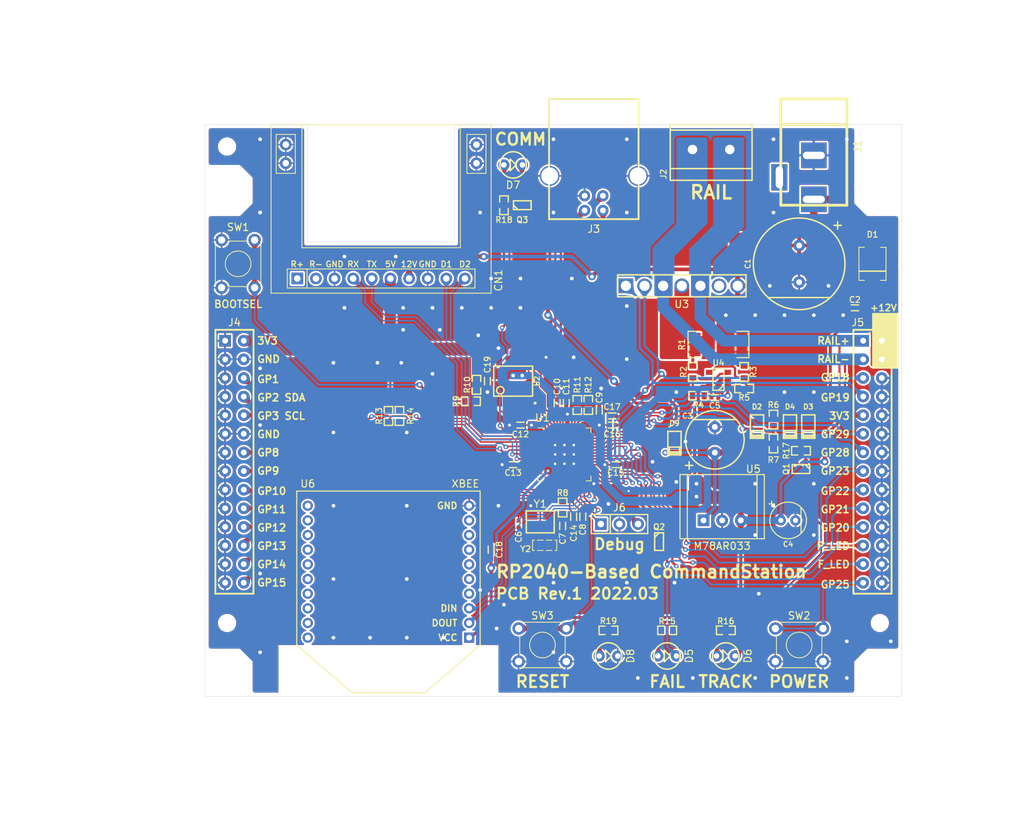
<source format=kicad_pcb>
(kicad_pcb (version 20171130) (host pcbnew "(5.1.12)-1")
  (layers (0 F.Cu signal) (31 B.Cu signal) (34 B.Paste user) (35 F.Paste user) (36 B.SilkS user) (37 F.SilkS user) (38 B.Mask user) (39 F.Mask user) (44 Edge.Cuts user))
  (net 0 "")
  (net 1 +12V)
  (net 2 GND)
  (net 3 +3V3)
  (net 4 /XIN)
  (net 5 +1V1)
  (net 6 /BUS_CTRL2)
  (net 7 /BUS_TX)
  (net 8 /BUS_RX)
  (net 9 "Net-(CN1-Pad2)")
  (net 10 /BUS_CTRL1)
  (net 11 "Net-(CN1-Pad1)")
  (net 12 "Net-(D1-Pad2)")
  (net 13 "Net-(D3-Pad1)")
  (net 14 /RAIL+)
  (net 15 /RAIL-)
  (net 16 /FAILURE_LED)
  (net 17 "Net-(D5-Pad2)")
  (net 18 /RAILPOWER_LED)
  (net 19 "Net-(D6-Pad2)")
  (net 20 "Net-(D7-Pad2)")
  (net 21 "Net-(D7-Pad1)")
  (net 22 "Net-(J1-Pad3)")
  (net 23 VBUS)
  (net 24 /USB_D-)
  (net 25 /USB_D+)
  (net 26 /KEY_COL4_IN)
  (net 27 /KEY_COL3_IN)
  (net 28 /KEY_COL2_IN)
  (net 29 /KEY_COL1_IN)
  (net 30 /KEY_ROW4_SEL)
  (net 31 /KEY_ROW3_SEL)
  (net 32 /KEY_ROW2_SEL)
  (net 33 /KEY_ROW1_SEL)
  (net 34 /I2C1_SCL)
  (net 35 /I2C1_SDA)
  (net 36 /~LCD_RST)
  (net 37 /DCC_SIGNAL_A)
  (net 38 /DCC_SIGNAL_B)
  (net 39 /RAILPOWER_BTN)
  (net 40 /DIR_SCAN_SEL1)
  (net 41 /DIR_SCAN_SEL2)
  (net 42 /DIR1_IN)
  (net 43 /DIR2_IN)
  (net 44 /VR_1)
  (net 45 /VR_2)
  (net 46 /FAILURE_LED_SIG)
  (net 47 /COMM_LED)
  (net 48 GNDPWR)
  (net 49 "Net-(R2-Pad2)")
  (net 50 "Net-(R3-Pad2)")
  (net 51 /CURRENT_SENSE)
  (net 52 /SUPP_VOLTAGE)
  (net 53 /XOUT)
  (net 54 /~USB_BOOT)
  (net 55 /QSPI_SS)
  (net 56 "Net-(R11-Pad2)")
  (net 57 "Net-(R12-Pad2)")
  (net 58 /SWCLK)
  (net 59 /SWD)
  (net 60 /XBee_TX)
  (net 61 /XBee_RX)
  (net 62 /QSPI_SD3)
  (net 63 /QSPI_SCLK)
  (net 64 /QSPI_SD0)
  (net 65 /QSPI_SD2)
  (net 66 /QSPI_SD1)
  (net 67 "Net-(U3-Pad6)")
  (net 68 "Net-(U6-Pad4)")
  (net 69 "Net-(U6-Pad5)")
  (net 70 "Net-(U6-Pad6)")
  (net 71 "Net-(U6-Pad7)")
  (net 72 "Net-(U6-Pad8)")
  (net 73 "Net-(U6-Pad9)")
  (net 74 "Net-(U6-Pad11)")
  (net 75 "Net-(U6-Pad12)")
  (net 76 "Net-(U6-Pad13)")
  (net 77 "Net-(U6-Pad14)")
  (net 78 "Net-(U6-Pad15)")
  (net 79 "Net-(U6-Pad16)")
  (net 80 "Net-(U6-Pad17)")
  (net 81 "Net-(U6-Pad18)")
  (net 82 "Net-(U6-Pad19)")
  (net 83 "Net-(U6-Pad20)")
  (net 84 /RUN)
  (net 85 "Net-(D8-Pad2)")
  (net 86 /Vin)
  (net 87 /XOUT_R)
  (module footprint:HOLE_MASK_LOCK (layer F.Cu) (at 117 138)
    (fp_text reference REF** hide)
    (fp_text value HOLE_MASK_LOCK hide)
    (pad "" np_thru_hole circle (at 0 0) (size 2 2) (drill 2) (layers *.Cu *.Paste *.Mask))
  )
  (module footprint:HOLE_MASK_LOCK (layer F.Cu) (at 206 138)
    (fp_text reference REF** hide)
    (fp_text value HOLE_MASK_LOCK hide)
    (pad "" np_thru_hole circle (at 0 0) (size 2 2) (drill 2) (layers *.Cu *.Paste *.Mask))
  )
  (module footprint:HOLE_MASK_LOCK (layer F.Cu) (at 117 73)
    (fp_text reference REF** hide)
    (fp_text value HOLE_MASK_LOCK hide)
    (pad "" np_thru_hole circle (at 0 0) (size 2 2) (drill 2) (layers *.Cu *.Paste *.Mask))
  )
  (module footprint:HOLE_MASK_LOCK (layer F.Cu) (at 206 73)
    (fp_text reference REF** hide)
    (fp_text value HOLE_MASK_LOCK hide)
    (pad "" np_thru_hole circle (at 0 0) (size 2 2) (drill 2) (layers *.Cu *.Paste *.Mask))
  )
  (module footprint:C_1005 (layer F.Cu) (at 165.5 123.5 270)
    (fp_text reference C8 (at 1.75 0 90) (layer F.SilkS) (effects (font (size 0.8 0.8) (thickness 0.14))))
    (fp_text value 104 hide)
    (pad 1 smd rect (at -0.475 0 270) (size 0.55 0.5) (layers F.Cu F.Paste F.Mask) (net 5 +1V1))
    (pad 2 smd rect (at 0.475 0 270) (size 0.55 0.5) (layers F.Cu F.Paste F.Mask) (net 2 GND))
  )
  (module footprint:C_1005 (layer F.Cu) (at 202.6 95 180)
    (fp_text reference C2 (at 0 1.1) (layer F.SilkS) (effects (font (size 0.8 0.8) (thickness 0.14))))
    (fp_text value 104 hide)
    (pad 2 smd rect (at 0.475 0 180) (size 0.55 0.5) (layers F.Cu F.Paste F.Mask) (net 2 GND))
    (pad 1 smd rect (at -0.475 0 180) (size 0.55 0.5) (layers F.Cu F.Paste F.Mask) (net 1 +12V))
  )
  (module footprint:SOT-23-5 (layer F.Cu) (at 184 104.75 90)
    (fp_text reference U4 (at 2.25 0) (layer F.SilkS) (effects (font (size 0.8 0.8) (thickness 0.14))))
    (fp_text value TC75S103F hide)
    (pad 5 smd rect (at -0.95 -1.2 90) (size 0.7 1) (layers F.Cu F.Paste F.Mask) (net 3 +3V3))
    (pad 4 smd rect (at 0.95 -1.2 90) (size 0.7 1) (layers F.Cu F.Paste F.Mask) (net 50 "Net-(R3-Pad2)"))
    (pad 3 smd rect (at 0.95 1.2 90) (size 0.7 1) (layers F.Cu F.Paste F.Mask) (net 49 "Net-(R2-Pad2)"))
    (pad 2 smd rect (at 0 1.2 90) (size 0.7 1) (layers F.Cu F.Paste F.Mask) (net 2 GND))
    (pad 1 smd rect (at -0.95 1.2 90) (size 0.7 1) (layers F.Cu F.Paste F.Mask) (net 51 /CURRENT_SENSE))
  )
  (module footprint:C_1005 (layer F.Cu) (at 183.5 107.25)
    (fp_text reference C5 (at 0 1.1) (layer F.SilkS) (effects (font (size 0.8 0.8) (thickness 0.14))))
    (fp_text value 104 hide)
    (pad 2 smd rect (at 0.475 0) (size 0.55 0.5) (layers F.Cu F.Paste F.Mask) (net 2 GND))
    (pad 1 smd rect (at -0.475 0) (size 0.55 0.5) (layers F.Cu F.Paste F.Mask) (net 3 +3V3))
  )
  (module footprint:C_1005 (layer F.Cu) (at 153 128 90)
    (fp_text reference C18 (at 0 1.1 90) (layer F.SilkS) (effects (font (size 0.8 0.8) (thickness 0.14))))
    (fp_text value 104 hide)
    (pad 2 smd rect (at 0.475 0 90) (size 0.55 0.5) (layers F.Cu F.Paste F.Mask) (net 2 GND))
    (pad 1 smd rect (at -0.475 0 90) (size 0.55 0.5) (layers F.Cu F.Paste F.Mask) (net 3 +3V3))
  )
  (module footprint:C_1005 (layer F.Cu) (at 157 111 180)
    (fp_text reference C12 (at 0 -1.25) (layer F.SilkS) (effects (font (size 0.8 0.8) (thickness 0.14))))
    (fp_text value 104 hide)
    (pad 1 smd rect (at -0.475 0 180) (size 0.55 0.5) (layers F.Cu F.Paste F.Mask) (net 3 +3V3))
    (pad 2 smd rect (at 0.475 0 180) (size 0.55 0.5) (layers F.Cu F.Paste F.Mask) (net 2 GND))
  )
  (module footprint:C_1005 (layer F.Cu) (at 156 116.4 180)
    (fp_text reference C13 (at 0 -1.1) (layer F.SilkS) (effects (font (size 0.8 0.8) (thickness 0.14))))
    (fp_text value 104 hide)
    (pad 1 smd rect (at -0.475 0 180) (size 0.55 0.5) (layers F.Cu F.Paste F.Mask) (net 3 +3V3))
    (pad 2 smd rect (at 0.475 0 180) (size 0.55 0.5) (layers F.Cu F.Paste F.Mask) (net 2 GND))
  )
  (module footprint:C_1005 (layer F.Cu) (at 170 116.4)
    (fp_text reference C15 (at 0 1.1) (layer F.SilkS) (effects (font (size 0.8 0.8) (thickness 0.14))))
    (fp_text value 104 hide)
    (pad 1 smd rect (at -0.475 0) (size 0.55 0.5) (layers F.Cu F.Paste F.Mask) (net 3 +3V3))
    (pad 2 smd rect (at 0.475 0) (size 0.55 0.5) (layers F.Cu F.Paste F.Mask) (net 2 GND))
  )
  (module footprint:C_1005 (layer F.Cu) (at 162 108 90)
    (fp_text reference C10 (at 2.25 0 90) (layer F.SilkS) (effects (font (size 0.8 0.8) (thickness 0.14))))
    (fp_text value 105 hide)
    (pad 1 smd rect (at -0.475 0 90) (size 0.55 0.5) (layers F.Cu F.Paste F.Mask) (net 5 +1V1))
    (pad 2 smd rect (at 0.475 0 90) (size 0.55 0.5) (layers F.Cu F.Paste F.Mask) (net 2 GND))
  )
  (module footprint:C_1005 (layer F.Cu) (at 163.25 108 90)
    (fp_text reference C11 (at 2.25 0 90) (layer F.SilkS) (effects (font (size 0.8 0.8) (thickness 0.14))))
    (fp_text value 105 hide)
    (pad 1 smd rect (at -0.475 0 90) (size 0.55 0.5) (layers F.Cu F.Paste F.Mask) (net 3 +3V3))
    (pad 2 smd rect (at 0.475 0 90) (size 0.55 0.5) (layers F.Cu F.Paste F.Mask) (net 2 GND))
  )
  (module footprint:C_1005 (layer F.Cu) (at 167.75 109 90)
    (fp_text reference C9 (at 1.75 0 90) (layer F.SilkS) (effects (font (size 0.8 0.8) (thickness 0.14))))
    (fp_text value 104 hide)
    (pad 1 smd rect (at -0.475 0 90) (size 0.55 0.5) (layers F.Cu F.Paste F.Mask) (net 5 +1V1))
    (pad 2 smd rect (at 0.475 0 90) (size 0.55 0.5) (layers F.Cu F.Paste F.Mask) (net 2 GND))
  )
  (module footprint:C_1005 (layer F.Cu) (at 169.5 109.75)
    (fp_text reference C17 (at 0 -1.25) (layer F.SilkS) (effects (font (size 0.8 0.8) (thickness 0.14))))
    (fp_text value 104 hide)
    (pad 1 smd rect (at -0.475 0) (size 0.55 0.5) (layers F.Cu F.Paste F.Mask) (net 3 +3V3))
    (pad 2 smd rect (at 0.475 0) (size 0.55 0.5) (layers F.Cu F.Paste F.Mask) (net 2 GND))
  )
  (module footprint:C_1005 (layer F.Cu) (at 169.5 111)
    (fp_text reference C16 (at 0 1.25) (layer F.SilkS) (effects (font (size 0.8 0.8) (thickness 0.14))))
    (fp_text value 104 hide)
    (pad 1 smd rect (at -0.475 0) (size 0.55 0.5) (layers F.Cu F.Paste F.Mask) (net 3 +3V3))
    (pad 2 smd rect (at 0.475 0) (size 0.55 0.5) (layers F.Cu F.Paste F.Mask) (net 2 GND))
  )
  (module footprint:C_1005 (layer F.Cu) (at 156.75 124.5 90)
    (fp_text reference C6 (at -1.75 0 270) (layer F.SilkS) (effects (font (size 0.8 0.8) (thickness 0.14))))
    (fp_text value 10p hide)
    (pad 1 smd rect (at -0.475 0 90) (size 0.55 0.5) (layers F.Cu F.Paste F.Mask) (net 4 /XIN))
    (pad 2 smd rect (at 0.475 0 90) (size 0.55 0.5) (layers F.Cu F.Paste F.Mask) (net 2 GND))
  )
  (module footprint:C_1005 (layer F.Cu) (at 162.75 124.75 270)
    (fp_text reference C7 (at 1.75 0 270) (layer F.SilkS) (effects (font (size 0.8 0.8) (thickness 0.14))))
    (fp_text value 10p hide)
    (pad 1 smd rect (at -0.475 0 270) (size 0.55 0.5) (layers F.Cu F.Paste F.Mask) (net 87 /XOUT_R))
    (pad 2 smd rect (at 0.475 0 270) (size 0.55 0.5) (layers F.Cu F.Paste F.Mask) (net 2 GND))
  )
  (module footprint:C_1005 (layer F.Cu) (at 164.25 123.5 270)
    (fp_text reference C14 (at 2.25 0 90) (layer F.SilkS) (effects (font (size 0.8 0.8) (thickness 0.14))))
    (fp_text value 104 hide)
    (pad 1 smd rect (at -0.475 0 270) (size 0.55 0.5) (layers F.Cu F.Paste F.Mask) (net 3 +3V3))
    (pad 2 smd rect (at 0.475 0 270) (size 0.55 0.5) (layers F.Cu F.Paste F.Mask) (net 2 GND))
  )
  (module footprint:CAP_TH_12_5 (layer F.Cu) (at 195 89 270)
    (fp_text reference C1 (at 0 7 90) (layer F.SilkS) (effects (font (size 0.7 0.7) (thickness 0.14))))
    (fp_text value 1000uF hide)
    (pad 2 thru_hole circle (at 2.5 0 270) (size 1.6 1.6) (drill 0.8) (layers *.Cu *.Mask) (net 2 GND))
    (pad 1 thru_hole circle (at -2.5 0 270) (size 1.6 1.6) (drill 0.8) (layers *.Cu *.Mask) (net 1 +12V))
  )
  (module footprint:CAP_TH_8x11_5 (layer F.Cu) (at 183.5 113 90)
    (fp_text reference C3 (at 3.25 -3.75 180) (layer F.SilkS) (effects (font (size 0.7 0.7) (thickness 0.14))))
    (fp_text value 470uF hide)
    (pad 1 thru_hole circle (at -1.75 0 90) (size 1.6 1.6) (drill 0.8) (layers *.Cu *.Mask) (net 86 /Vin))
    (pad 2 thru_hole circle (at 1.75 0 90) (size 1.6 1.6) (drill 0.8) (layers *.Cu *.Mask) (net 2 GND))
  )
  (module footprint:CAP_TH_5x11 (layer F.Cu) (at 193.5 124)
    (fp_text reference C4 (at 0 3.25) (layer F.SilkS) (effects (font (size 0.7 0.7) (thickness 0.14))))
    (fp_text value 100uF)
    (pad 1 thru_hole circle (at -1 0) (size 1.4 1.4) (drill 0.7) (layers *.Cu *.Mask) (net 3 +3V3))
    (pad 2 thru_hole circle (at 1 0) (size 1.4 1.4) (drill 0.7) (layers *.Cu *.Mask) (net 2 GND))
  )
  (module footprint:CommModuleTiny (layer F.Cu) (at 138 70)
    (fp_text reference CN1 (at 16 21.25 90) (layer F.SilkS))
    (fp_text value ConnModule hide)
    (fp_text user GND (at -6.35 19.05) (layer F.SilkS) (effects (font (size 0.8 0.8))))
    (fp_text user RX (at -3.81 19.05) (layer F.SilkS) (effects (font (size 0.8 0.8))))
    (fp_text user TX (at -1.27 19.05) (layer F.SilkS) (effects (font (size 0.8 0.8))))
    (fp_text user 5V (at 1.27 19.05) (layer F.SilkS) (effects (font (size 0.8 0.8))))
    (fp_text user 12V (at 3.81 19.05) (layer F.SilkS) (effects (font (size 0.8 0.8))))
    (fp_text user GND (at 6.35 19.05) (layer F.SilkS) (effects (font (size 0.8 0.8))))
    (fp_text user D1 (at 8.89 19.05) (layer F.SilkS) (effects (font (size 0.8 0.8))))
    (fp_text user D2 (at 11.43 19.05) (layer F.SilkS) (effects (font (size 0.8 0.8))))
    (fp_text user R- (at -8.89 19.05) (layer F.SilkS) (effects (font (size 0.8 0.8))))
    (fp_text user R+ (at -11.43 19.05) (layer F.SilkS) (effects (font (size 0.8 0.8))))
    (pad 10 thru_hole circle (at 11.43 21) (size 1.6 1.6) (drill 0.9) (layers *.Cu *.Mask) (net 6 /BUS_CTRL2))
    (pad 8 thru_hole circle (at 6.35 21) (size 1.6 1.6) (drill 0.9) (layers *.Cu *.Mask) (net 2 GND))
    (pad 7 thru_hole circle (at 3.81 21) (size 1.6 1.6) (drill 0.9) (layers *.Cu *.Mask) (net 1 +12V))
    (pad 6 thru_hole circle (at 1.27 21) (size 1.6 1.6) (drill 0.9) (layers *.Cu *.Mask) (net 3 +3V3))
    (pad 5 thru_hole circle (at -1.27 21) (size 1.6 1.6) (drill 0.9) (layers *.Cu *.Mask) (net 7 /BUS_TX))
    (pad 4 thru_hole circle (at -3.81 21) (size 1.6 1.6) (drill 0.9) (layers *.Cu *.Mask) (net 8 /BUS_RX))
    (pad 3 thru_hole circle (at -6.35 21) (size 1.6 1.6) (drill 0.9) (layers *.Cu *.Mask) (net 2 GND))
    (pad 2 thru_hole circle (at -8.89 21) (size 1.6 1.6) (drill 0.9) (layers *.Cu *.Mask) (net 9 "Net-(CN1-Pad2)"))
    (pad 14 thru_hole circle (at -13 5.27) (size 1.6 1.6) (drill 0.9) (layers *.Cu *.Mask) (net 2 GND))
    (pad 13 thru_hole circle (at -13 2.73) (size 1.6 1.6) (drill 0.9) (layers *.Cu *.Mask) (net 2 GND))
    (pad 12 thru_hole circle (at 13 2.73) (size 1.6 1.6) (drill 0.9) (layers *.Cu *.Mask) (net 2 GND))
    (pad 11 thru_hole circle (at 13 5.27) (size 1.6 1.6) (drill 0.9) (layers *.Cu *.Mask) (net 2 GND))
    (pad 9 thru_hole circle (at 8.89 21) (size 1.6 1.6) (drill 0.9) (layers *.Cu *.Mask) (net 10 /BUS_CTRL1))
    (pad 1 thru_hole rect (at -11.43 21) (size 1.6 1.6) (drill 0.9) (layers *.Cu *.Mask) (net 11 "Net-(CN1-Pad1)"))
  )
  (module footprint:SMBF (layer F.Cu) (at 205 89 90)
    (fp_text reference D1 (at 4 0 180) (layer F.SilkS) (effects (font (size 0.8 0.8) (thickness 0.14))))
    (fp_text value SR54F hide)
    (pad 1 smd rect (at -2.325 0 90) (size 1.85 2.2) (layers F.Cu F.Paste F.Mask) (net 1 +12V))
    (pad 2 smd rect (at 2.325 0 90) (size 1.85 2.2) (layers F.Cu F.Paste F.Mask) (net 12 "Net-(D1-Pad2)"))
  )
  (module footprint:SOD-123FL (layer F.Cu) (at 189.25 111 270)
    (fp_text reference D2 (at -2.5 0 180) (layer F.SilkS) (effects (font (size 0.7 0.7))))
    (fp_text value 1N4148W hide)
    (pad 2 smd rect (at -1.525 0 270) (size 0.85 1.2) (layers F.Cu F.Paste F.Mask) (net 1 +12V))
    (pad 1 smd rect (at 1.525 0 270) (size 0.85 1.2) (layers F.Cu F.Paste F.Mask) (net 86 /Vin))
  )
  (module footprint:SOD-123FL (layer F.Cu) (at 196.25 111 270)
    (fp_text reference D3 (at -2.5 0 180) (layer F.SilkS) (effects (font (size 0.7 0.7))))
    (fp_text value 1N4148W hide)
    (pad 1 smd rect (at 1.525 0 270) (size 0.85 1.2) (layers F.Cu F.Paste F.Mask) (net 13 "Net-(D3-Pad1)"))
    (pad 2 smd rect (at -1.525 0 270) (size 0.85 1.2) (layers F.Cu F.Paste F.Mask) (net 15 /RAIL-))
  )
  (module footprint:SOD-123FL (layer F.Cu) (at 193.75 111 270)
    (fp_text reference D4 (at -2.5 0 180) (layer F.SilkS) (effects (font (size 0.7 0.7))))
    (fp_text value 1N4148W hide)
    (pad 1 smd rect (at 1.525 0 270) (size 0.85 1.2) (layers F.Cu F.Paste F.Mask) (net 13 "Net-(D3-Pad1)"))
    (pad 2 smd rect (at -1.525 0 270) (size 0.85 1.2) (layers F.Cu F.Paste F.Mask) (net 14 /RAIL+))
  )
  (module footprint:LED_3mm (layer F.Cu) (at 177 142.5 180)
    (fp_text reference D5 (at -3 0 90) (layer F.SilkS))
    (fp_text value LED hide)
    (pad 1 thru_hole circle (at -1.27 0 180) (size 1.524 1.524) (drill 0.762) (layers *.Cu *.Mask) (net 16 /FAILURE_LED))
    (pad 2 thru_hole circle (at 1.27 0 180) (size 1.524 1.524) (drill 0.762) (layers *.Cu *.Mask) (net 17 "Net-(D5-Pad2)"))
  )
  (module footprint:LED_3mm (layer F.Cu) (at 185 142.5 180)
    (fp_text reference D6 (at -3 0 90) (layer F.SilkS))
    (fp_text value LED hide)
    (pad 1 thru_hole circle (at -1.27 0 180) (size 1.524 1.524) (drill 0.762) (layers *.Cu *.Mask) (net 18 /RAILPOWER_LED))
    (pad 2 thru_hole circle (at 1.27 0 180) (size 1.524 1.524) (drill 0.762) (layers *.Cu *.Mask) (net 19 "Net-(D6-Pad2)"))
  )
  (module footprint:LED_3mm (layer F.Cu) (at 156 75.5 180)
    (fp_text reference D7 (at 0 -2.75 180) (layer F.SilkS))
    (fp_text value LED hide)
    (pad 2 thru_hole circle (at 1.27 0 180) (size 1.524 1.524) (drill 0.762) (layers *.Cu *.Mask) (net 20 "Net-(D7-Pad2)"))
    (pad 1 thru_hole circle (at -1.27 0 180) (size 1.524 1.524) (drill 0.762) (layers *.Cu *.Mask) (net 21 "Net-(D7-Pad1)"))
  )
  (module footprint:HOLE_3.2mm (layer F.Cu) (at 206 79)
    (fp_text reference H1 hide)
    (fp_text value "Hole 3.2mm" hide)
    (pad "" np_thru_hole circle (at 0 0) (size 3.2 3.2) (drill 3.2) (layers *.Cu *.Mask))
  )
  (module footprint:HOLE_3.2mm (layer F.Cu) (at 206 145)
    (fp_text reference H2 hide)
    (fp_text value "Hole 3.2mm" hide)
    (pad "" np_thru_hole circle (at 0 0) (size 3.2 3.2) (drill 3.2) (layers *.Cu *.Mask))
  )
  (module footprint:HOLE_3.2mm (layer F.Cu) (at 117 79)
    (fp_text reference H3 hide)
    (fp_text value "Hole 3.2mm" hide)
    (pad "" np_thru_hole circle (at 0 0) (size 3.2 3.2) (drill 3.2) (layers *.Cu *.Mask))
  )
  (module footprint:HOLE_3.2mm (layer F.Cu) (at 117 145)
    (fp_text reference H4 hide)
    (fp_text value "Hole 3.2mm" hide)
    (pad "" np_thru_hole circle (at 0 0) (size 3.2 3.2) (drill 3.2) (layers *.Cu *.Mask))
  )
  (module footprint:BARREL_JACK (layer F.Cu) (at 197 74 270)
    (fp_text reference J1 (at -1 -6 90) (layer F.SilkS) (effects (font (size 1.016 1.016) (thickness 0.2032))))
    (fp_text value DC_Jack hide)
    (pad 1 thru_hole rect (at 6.20014 0 270) (size 3.50012 3.50012) (drill oval 1.00076 2.99974) (layers *.Cu *.Mask) (net 12 "Net-(D1-Pad2)"))
    (pad 2 thru_hole rect (at 0.20066 0 270) (size 3.50012 3.50012) (drill oval 1.00076 2.99974) (layers *.Cu *.Mask) (net 2 GND))
    (pad 3 thru_hole rect (at 3.2004 4.699 270) (size 3.6 2.2) (drill oval 2.99974 1.00076) (layers *.Cu *.Mask) (net 22 "Net-(J1-Pad3)"))
  )
  (module footprint:TB111-2 (layer F.Cu) (at 183 70 180)
    (fp_text reference J2 (at 6.5 -6.75 90) (layer F.SilkS) (effects (font (size 0.8 0.8) (thickness 0.14))))
    (fp_text value RAIL_POWER hide)
    (pad 1 thru_hole circle (at -2.54 -3.4 180) (size 2.5 2.5) (drill 1.3) (layers *.Cu *.Mask) (net 14 /RAIL+))
    (pad 2 thru_hole circle (at 2.54 -3.4 180) (size 2.5 2.5) (drill 1.3) (layers *.Cu *.Mask) (net 15 /RAIL-))
  )
  (module footprint:USB_B (layer F.Cu) (at 167 77 180)
    (fp_text reference J3 (at 0 -7.25) (layer F.SilkS))
    (fp_text value USB_B hide)
    (pad 1 thru_hole circle (at 1.25 -4.71 180) (size 1.524 1.524) (drill 0.8) (layers *.Cu *.Mask) (net 23 VBUS))
    (pad 2 thru_hole circle (at -1.25 -4.71 180) (size 1.524 1.524) (drill 0.8) (layers *.Cu *.Mask) (net 24 /USB_D-))
    (pad 3 thru_hole circle (at -1.25 -2.71 180) (size 1.524 1.524) (drill 0.8) (layers *.Cu *.Mask) (net 25 /USB_D+))
    (pad 4 thru_hole circle (at 1.25 -2.71 180) (size 1.524 1.524) (drill 0.8) (layers *.Cu *.Mask) (net 2 GND))
    (pad 5 thru_hole circle (at -6.02 0 180) (size 2.7 2.7) (drill 2.3) (layers *.Cu *.Mask) (net 2 GND))
    (pad 5 thru_hole circle (at 6.02 0 180) (size 2.7 2.7) (drill 2.3) (layers *.Cu *.Mask) (net 2 GND))
  )
  (module footprint:PinSocket_2x14_2_54mm (layer F.Cu) (at 118 116)
    (fp_text reference J4 (at 0 -19) (layer F.SilkS))
    (fp_text value External_Conn_1 hide)
    (pad 28 thru_hole circle (at 1.27 16.51 270) (size 1.6 1.6) (drill 0.8) (layers *.Cu *.Mask) (net 26 /KEY_COL4_IN))
    (pad 27 thru_hole circle (at -1.27 16.51 270) (size 1.6 1.6) (drill 0.8) (layers *.Cu *.Mask) (net 2 GND))
    (pad 26 thru_hole circle (at 1.27 13.97 270) (size 1.6 1.6) (drill 0.8) (layers *.Cu *.Mask) (net 27 /KEY_COL3_IN))
    (pad 25 thru_hole circle (at -1.27 13.97 270) (size 1.6 1.6) (drill 0.8) (layers *.Cu *.Mask) (net 2 GND))
    (pad 24 thru_hole circle (at 1.27 11.43 270) (size 1.6 1.6) (drill 0.8) (layers *.Cu *.Mask) (net 28 /KEY_COL2_IN))
    (pad 23 thru_hole circle (at -1.27 11.43 270) (size 1.6 1.6) (drill 0.8) (layers *.Cu *.Mask) (net 2 GND))
    (pad 22 thru_hole circle (at 1.27 8.89 270) (size 1.6 1.6) (drill 0.8) (layers *.Cu *.Mask) (net 29 /KEY_COL1_IN))
    (pad 21 thru_hole circle (at -1.27 8.89 270) (size 1.6 1.6) (drill 0.8) (layers *.Cu *.Mask) (net 2 GND))
    (pad 20 thru_hole circle (at 1.27 6.35 270) (size 1.6 1.6) (drill 0.8) (layers *.Cu *.Mask) (net 30 /KEY_ROW4_SEL))
    (pad 19 thru_hole circle (at -1.27 6.35 270) (size 1.6 1.6) (drill 0.8) (layers *.Cu *.Mask) (net 2 GND))
    (pad 18 thru_hole circle (at 1.27 3.81 270) (size 1.6 1.6) (drill 0.8) (layers *.Cu *.Mask) (net 31 /KEY_ROW3_SEL))
    (pad 17 thru_hole circle (at -1.27 3.81 270) (size 1.6 1.6) (drill 0.8) (layers *.Cu *.Mask) (net 2 GND))
    (pad 16 thru_hole circle (at 1.27 1.27 270) (size 1.6 1.6) (drill 0.8) (layers *.Cu *.Mask) (net 32 /KEY_ROW2_SEL))
    (pad 15 thru_hole circle (at -1.27 1.27 270) (size 1.6 1.6) (drill 0.8) (layers *.Cu *.Mask) (net 2 GND))
    (pad 14 thru_hole circle (at 1.27 -1.27 270) (size 1.6 1.6) (drill 0.8) (layers *.Cu *.Mask) (net 33 /KEY_ROW1_SEL))
    (pad 13 thru_hole circle (at -1.27 -1.27 270) (size 1.6 1.6) (drill 0.8) (layers *.Cu *.Mask) (net 2 GND))
    (pad 12 thru_hole circle (at 1.27 -3.81 270) (size 1.6 1.6) (drill 0.8) (layers *.Cu *.Mask) (net 2 GND))
    (pad 11 thru_hole circle (at -1.27 -3.81 270) (size 1.6 1.6) (drill 0.8) (layers *.Cu *.Mask) (net 2 GND))
    (pad 10 thru_hole circle (at 1.27 -6.35 270) (size 1.6 1.6) (drill 0.8) (layers *.Cu *.Mask) (net 34 /I2C1_SCL))
    (pad 9 thru_hole circle (at -1.27 -6.35 270) (size 1.6 1.6) (drill 0.8) (layers *.Cu *.Mask) (net 2 GND))
    (pad 8 thru_hole circle (at 1.27 -8.89 270) (size 1.6 1.6) (drill 0.8) (layers *.Cu *.Mask) (net 35 /I2C1_SDA))
    (pad 7 thru_hole circle (at -1.27 -8.89 270) (size 1.6 1.6) (drill 0.8) (layers *.Cu *.Mask) (net 2 GND))
    (pad 6 thru_hole circle (at 1.27 -11.43 270) (size 1.6 1.6) (drill 0.8) (layers *.Cu *.Mask) (net 36 /~LCD_RST))
    (pad 5 thru_hole circle (at -1.27 -11.43 270) (size 1.6 1.6) (drill 0.8) (layers *.Cu *.Mask) (net 2 GND))
    (pad 4 thru_hole circle (at 1.27 -13.97 270) (size 1.6 1.6) (drill 0.8) (layers *.Cu *.Mask) (net 2 GND))
    (pad 3 thru_hole circle (at -1.27 -13.97 270) (size 1.6 1.6) (drill 0.8) (layers *.Cu *.Mask) (net 2 GND))
    (pad 2 thru_hole circle (at 1.27 -16.51 270) (size 1.6 1.6) (drill 0.8) (layers *.Cu *.Mask) (net 3 +3V3))
    (pad 1 thru_hole rect (at -1.27 -16.51 270) (size 1.6 1.6) (drill 0.8) (layers *.Cu *.Mask) (net 2 GND))
  )
  (module footprint:PinSocket_2x14_2_54mm (layer F.Cu) (at 205 116)
    (fp_text reference J5 (at -2 -19) (layer F.SilkS))
    (fp_text value External_Conn_2 hide)
    (pad 1 thru_hole rect (at -1.27 -16.51 270) (size 1.6 1.6) (drill 0.8) (layers *.Cu *.Mask) (net 14 /RAIL+))
    (pad 2 thru_hole circle (at 1.27 -16.51 270) (size 1.6 1.6) (drill 0.8) (layers *.Cu *.Mask) (net 1 +12V))
    (pad 3 thru_hole circle (at -1.27 -13.97 270) (size 1.6 1.6) (drill 0.8) (layers *.Cu *.Mask) (net 15 /RAIL-))
    (pad 4 thru_hole circle (at 1.27 -13.97 270) (size 1.6 1.6) (drill 0.8) (layers *.Cu *.Mask) (net 1 +12V))
    (pad 5 thru_hole circle (at -1.27 -11.43 270) (size 1.6 1.6) (drill 0.8) (layers *.Cu *.Mask) (net 37 /DCC_SIGNAL_A))
    (pad 6 thru_hole circle (at 1.27 -11.43 270) (size 1.6 1.6) (drill 0.8) (layers *.Cu *.Mask) (net 2 GND))
    (pad 7 thru_hole circle (at -1.27 -8.89 270) (size 1.6 1.6) (drill 0.8) (layers *.Cu *.Mask) (net 38 /DCC_SIGNAL_B))
    (pad 8 thru_hole circle (at 1.27 -8.89 270) (size 1.6 1.6) (drill 0.8) (layers *.Cu *.Mask) (net 2 GND))
    (pad 9 thru_hole circle (at -1.27 -6.35 270) (size 1.6 1.6) (drill 0.8) (layers *.Cu *.Mask) (net 3 +3V3))
    (pad 10 thru_hole circle (at 1.27 -6.35 270) (size 1.6 1.6) (drill 0.8) (layers *.Cu *.Mask) (net 2 GND))
    (pad 11 thru_hole circle (at -1.27 -3.81 270) (size 1.6 1.6) (drill 0.8) (layers *.Cu *.Mask) (net 45 /VR_2))
    (pad 12 thru_hole circle (at 1.27 -3.81 270) (size 1.6 1.6) (drill 0.8) (layers *.Cu *.Mask) (net 2 GND))
    (pad 13 thru_hole circle (at -1.27 -1.27 270) (size 1.6 1.6) (drill 0.8) (layers *.Cu *.Mask) (net 44 /VR_1))
    (pad 14 thru_hole circle (at 1.27 -1.27 270) (size 1.6 1.6) (drill 0.8) (layers *.Cu *.Mask) (net 2 GND))
    (pad 15 thru_hole circle (at -1.27 1.27 270) (size 1.6 1.6) (drill 0.8) (layers *.Cu *.Mask) (net 43 /DIR2_IN))
    (pad 16 thru_hole circle (at 1.27 1.27 270) (size 1.6 1.6) (drill 0.8) (layers *.Cu *.Mask) (net 2 GND))
    (pad 17 thru_hole circle (at -1.27 3.81 270) (size 1.6 1.6) (drill 0.8) (layers *.Cu *.Mask) (net 42 /DIR1_IN))
    (pad 18 thru_hole circle (at 1.27 3.81 270) (size 1.6 1.6) (drill 0.8) (layers *.Cu *.Mask) (net 2 GND))
    (pad 19 thru_hole circle (at -1.27 6.35 270) (size 1.6 1.6) (drill 0.8) (layers *.Cu *.Mask) (net 41 /DIR_SCAN_SEL2))
    (pad 20 thru_hole circle (at 1.27 6.35 270) (size 1.6 1.6) (drill 0.8) (layers *.Cu *.Mask) (net 2 GND))
    (pad 21 thru_hole circle (at -1.27 8.89 270) (size 1.6 1.6) (drill 0.8) (layers *.Cu *.Mask) (net 40 /DIR_SCAN_SEL1))
    (pad 22 thru_hole circle (at 1.27 8.89 270) (size 1.6 1.6) (drill 0.8) (layers *.Cu *.Mask) (net 2 GND))
    (pad 23 thru_hole circle (at -1.27 11.43 270) (size 1.6 1.6) (drill 0.8) (layers *.Cu *.Mask) (net 18 /RAILPOWER_LED))
    (pad 24 thru_hole circle (at 1.27 11.43 270) (size 1.6 1.6) (drill 0.8) (layers *.Cu *.Mask) (net 2 GND))
    (pad 25 thru_hole circle (at -1.27 13.97 270) (size 1.6 1.6) (drill 0.8) (layers *.Cu *.Mask) (net 16 /FAILURE_LED))
    (pad 26 thru_hole circle (at 1.27 13.97 270) (size 1.6 1.6) (drill 0.8) (layers *.Cu *.Mask) (net 2 GND))
    (pad 27 thru_hole circle (at -1.27 16.51 270) (size 1.6 1.6) (drill 0.8) (layers *.Cu *.Mask) (net 39 /RAILPOWER_BTN))
    (pad 28 thru_hole circle (at 1.27 16.51 270) (size 1.6 1.6) (drill 0.8) (layers *.Cu *.Mask) (net 2 GND))
  )
  (module footprint:SC-70 (layer F.Cu) (at 195.25 117 180)
    (fp_text reference Q1 (at 2 0 90) (layer F.SilkS) (effects (font (size 0.8 0.8))))
    (fp_text value SSM3K7002BFU hide)
    (pad 1 smd rect (at -0.65 0.95 180) (size 0.6 0.8) (layers F.Cu F.Paste F.Mask) (net 13 "Net-(D3-Pad1)"))
    (pad 2 smd rect (at 0.65 0.95 180) (size 0.6 0.8) (layers F.Cu F.Paste F.Mask) (net 2 GND))
    (pad 3 smd rect (at 0 -0.95 180) (size 0.6 0.8) (layers F.Cu F.Paste F.Mask) (net 18 /RAILPOWER_LED))
  )
  (module footprint:SC-70 (layer F.Cu) (at 175.9 126.9 270)
    (fp_text reference Q2 (at -2 0) (layer F.SilkS) (effects (font (size 0.8 0.8))))
    (fp_text value SSM3K7002BFU hide)
    (pad 3 smd rect (at 0 -0.95 270) (size 0.6 0.8) (layers F.Cu F.Paste F.Mask) (net 16 /FAILURE_LED))
    (pad 2 smd rect (at 0.65 0.95 270) (size 0.6 0.8) (layers F.Cu F.Paste F.Mask) (net 2 GND))
    (pad 1 smd rect (at -0.65 0.95 270) (size 0.6 0.8) (layers F.Cu F.Paste F.Mask) (net 46 /FAILURE_LED_SIG))
  )
  (module footprint:SC-70 (layer F.Cu) (at 157.25 81)
    (fp_text reference Q3 (at 0 2 180) (layer F.SilkS) (effects (font (size 0.8 0.8))))
    (fp_text value SSM3K7002BFU hide)
    (pad 1 smd rect (at -0.65 0.95) (size 0.6 0.8) (layers F.Cu F.Paste F.Mask) (net 47 /COMM_LED))
    (pad 2 smd rect (at 0.65 0.95) (size 0.6 0.8) (layers F.Cu F.Paste F.Mask) (net 2 GND))
    (pad 3 smd rect (at 0 -0.95) (size 0.6 0.8) (layers F.Cu F.Paste F.Mask) (net 21 "Net-(D7-Pad1)"))
  )
  (module footprint:R_6432 (layer F.Cu) (at 184 100)
    (fp_text reference R1 (at -5 0 90) (layer F.SilkS) (effects (font (size 0.8 0.8) (thickness 0.14))))
    (fp_text value R010 hide)
    (pad 1 smd rect (at -3.2 0) (size 1.5 3.2) (layers F.Cu F.Paste F.Mask) (net 48 GNDPWR))
    (pad 2 smd rect (at 3.2 0) (size 1.5 3.2) (layers F.Cu F.Paste F.Mask) (net 2 GND))
  )
  (module footprint:R_1608 (layer F.Cu) (at 180.5 103.75 270)
    (fp_text reference R2 (at 0 1.25 90) (layer F.SilkS) (effects (font (size 0.8 0.8) (thickness 0.14))))
    (fp_text value 102 hide)
    (pad 2 smd rect (at 0.8 0 270) (size 0.7 0.9) (layers F.Cu F.Paste F.Mask) (net 49 "Net-(R2-Pad2)"))
    (pad 1 smd rect (at -0.8 0 270) (size 0.7 0.9) (layers F.Cu F.Paste F.Mask) (net 48 GNDPWR))
  )
  (module footprint:R_1608 (layer F.Cu) (at 187.5 103.75 270)
    (fp_text reference R3 (at 0 -1.25 90) (layer F.SilkS) (effects (font (size 0.8 0.8) (thickness 0.14))))
    (fp_text value 102 hide)
    (pad 1 smd rect (at -0.8 0 270) (size 0.7 0.9) (layers F.Cu F.Paste F.Mask) (net 2 GND))
    (pad 2 smd rect (at 0.8 0 270) (size 0.7 0.9) (layers F.Cu F.Paste F.Mask) (net 50 "Net-(R3-Pad2)"))
  )
  (module footprint:R_1608 (layer F.Cu) (at 181.25 107)
    (fp_text reference R4 (at 0 1.25) (layer F.SilkS) (effects (font (size 0.8 0.8) (thickness 0.14))))
    (fp_text value 103 hide)
    (pad 2 smd rect (at 0.8 0) (size 0.7 0.9) (layers F.Cu F.Paste F.Mask) (net 2 GND))
    (pad 1 smd rect (at -0.8 0) (size 0.7 0.9) (layers F.Cu F.Paste F.Mask) (net 49 "Net-(R2-Pad2)"))
  )
  (module footprint:R_1608 (layer F.Cu) (at 187.5 106)
    (fp_text reference R5 (at 0 1.25 180) (layer F.SilkS) (effects (font (size 0.8 0.8) (thickness 0.14))))
    (fp_text value 103 hide)
    (pad 2 smd rect (at 0.8 0) (size 0.7 0.9) (layers F.Cu F.Paste F.Mask) (net 50 "Net-(R3-Pad2)"))
    (pad 1 smd rect (at -0.8 0) (size 0.7 0.9) (layers F.Cu F.Paste F.Mask) (net 51 /CURRENT_SENSE))
  )
  (module footprint:R_1608 (layer F.Cu) (at 191.5 110.25 270)
    (fp_text reference R6 (at -2 0 180) (layer F.SilkS) (effects (font (size 0.8 0.8) (thickness 0.14))))
    (fp_text value 473 hide)
    (pad 1 smd rect (at -0.8 0 270) (size 0.7 0.9) (layers F.Cu F.Paste F.Mask) (net 1 +12V))
    (pad 2 smd rect (at 0.8 0 270) (size 0.7 0.9) (layers F.Cu F.Paste F.Mask) (net 52 /SUPP_VOLTAGE))
  )
  (module footprint:R_1608 (layer F.Cu) (at 191.5 113.5 270)
    (fp_text reference R7 (at 2.25 0 180) (layer F.SilkS) (effects (font (size 0.8 0.8) (thickness 0.14))))
    (fp_text value 472 hide)
    (pad 1 smd rect (at -0.8 0 270) (size 0.7 0.9) (layers F.Cu F.Paste F.Mask) (net 52 /SUPP_VOLTAGE))
    (pad 2 smd rect (at 0.8 0 270) (size 0.7 0.9) (layers F.Cu F.Paste F.Mask) (net 2 GND))
  )
  (module footprint:R_1608 (layer F.Cu) (at 162.75 122.25 270)
    (fp_text reference R8 (at -2 0 180) (layer F.SilkS) (effects (font (size 0.8 0.8) (thickness 0.14))))
    (fp_text value 102 hide)
    (pad 2 smd rect (at 0.8 0 270) (size 0.7 0.9) (layers F.Cu F.Paste F.Mask) (net 87 /XOUT_R))
    (pad 1 smd rect (at -0.8 0 270) (size 0.7 0.9) (layers F.Cu F.Paste F.Mask) (net 53 /XOUT))
  )
  (module footprint:R_1608 (layer F.Cu) (at 150.25 107.75 180)
    (fp_text reference R9 (at 2 0 90) (layer F.SilkS) (effects (font (size 0.8 0.8) (thickness 0.14))))
    (fp_text value 102 hide)
    (pad 2 smd rect (at 0.8 0 180) (size 0.7 0.9) (layers F.Cu F.Paste F.Mask) (net 54 /~USB_BOOT))
    (pad 1 smd rect (at -0.8 0 180) (size 0.7 0.9) (layers F.Cu F.Paste F.Mask) (net 55 /QSPI_SS))
  )
  (module footprint:R_1608 (layer F.Cu) (at 151 105.5 270)
    (fp_text reference R10 (at 0 1.25 90) (layer F.SilkS) (effects (font (size 0.8 0.8) (thickness 0.14))))
    (fp_text value NMT hide)
    (pad 2 smd rect (at 0.8 0 270) (size 0.7 0.9) (layers F.Cu F.Paste F.Mask) (net 55 /QSPI_SS))
    (pad 1 smd rect (at -0.8 0 270) (size 0.7 0.9) (layers F.Cu F.Paste F.Mask) (net 3 +3V3))
  )
  (module footprint:R_1608 (layer F.Cu) (at 164.75 108.25 270)
    (fp_text reference R11 (at -2.75 0 90) (layer F.SilkS) (effects (font (size 0.8 0.8) (thickness 0.14))))
    (fp_text value 270 hide)
    (pad 2 smd rect (at 0.8 0 270) (size 0.7 0.9) (layers F.Cu F.Paste F.Mask) (net 56 "Net-(R11-Pad2)"))
    (pad 1 smd rect (at -0.8 0 270) (size 0.7 0.9) (layers F.Cu F.Paste F.Mask) (net 25 /USB_D+))
  )
  (module footprint:R_1608 (layer F.Cu) (at 166.25 108.25 270)
    (fp_text reference R12 (at -2.75 0 90) (layer F.SilkS) (effects (font (size 0.8 0.8) (thickness 0.14))))
    (fp_text value 270 hide)
    (pad 2 smd rect (at 0.8 0 270) (size 0.7 0.9) (layers F.Cu F.Paste F.Mask) (net 57 "Net-(R12-Pad2)"))
    (pad 1 smd rect (at -0.8 0 270) (size 0.7 0.9) (layers F.Cu F.Paste F.Mask) (net 24 /USB_D-))
  )
  (module footprint:R_1608 (layer F.Cu) (at 139 109.75 270)
    (fp_text reference R13 (at 0 1.28 90) (layer F.SilkS) (effects (font (size 0.8 0.8) (thickness 0.14))))
    (fp_text value 103 hide)
    (pad 2 smd rect (at 0.8 0 270) (size 0.7 0.9) (layers F.Cu F.Paste F.Mask) (net 35 /I2C1_SDA))
    (pad 1 smd rect (at -0.8 0 270) (size 0.7 0.9) (layers F.Cu F.Paste F.Mask) (net 3 +3V3))
  )
  (module footprint:R_1608 (layer F.Cu) (at 140.5 109.75 270)
    (fp_text reference R14 (at 0 -1.5 90) (layer F.SilkS) (effects (font (size 0.8 0.8) (thickness 0.14))))
    (fp_text value 103 hide)
    (pad 2 smd rect (at 0.8 0 270) (size 0.7 0.9) (layers F.Cu F.Paste F.Mask) (net 34 /I2C1_SCL))
    (pad 1 smd rect (at -0.8 0 270) (size 0.7 0.9) (layers F.Cu F.Paste F.Mask) (net 3 +3V3))
  )
  (module footprint:R_1608 (layer F.Cu) (at 177 139 180)
    (fp_text reference R15 (at 0 1.25) (layer F.SilkS) (effects (font (size 0.8 0.8) (thickness 0.14))))
    (fp_text value 331 hide)
    (pad 1 smd rect (at -0.8 0 180) (size 0.7 0.9) (layers F.Cu F.Paste F.Mask) (net 3 +3V3))
    (pad 2 smd rect (at 0.8 0 180) (size 0.7 0.9) (layers F.Cu F.Paste F.Mask) (net 17 "Net-(D5-Pad2)"))
  )
  (module footprint:R_1608 (layer F.Cu) (at 185 139 180)
    (fp_text reference R16 (at 0 1.25) (layer F.SilkS) (effects (font (size 0.8 0.8) (thickness 0.14))))
    (fp_text value 331 hide)
    (pad 1 smd rect (at -0.8 0 180) (size 0.7 0.9) (layers F.Cu F.Paste F.Mask) (net 3 +3V3))
    (pad 2 smd rect (at 0.8 0 180) (size 0.7 0.9) (layers F.Cu F.Paste F.Mask) (net 19 "Net-(D6-Pad2)"))
  )
  (module footprint:R_1608 (layer F.Cu) (at 195.25 114.5 180)
    (fp_text reference R17 (at 2 0 90) (layer F.SilkS) (effects (font (size 0.8 0.8) (thickness 0.14))))
    (fp_text value 103 hide)
    (pad 2 smd rect (at 0.8 0 180) (size 0.7 0.9) (layers F.Cu F.Paste F.Mask) (net 2 GND))
    (pad 1 smd rect (at -0.8 0 180) (size 0.7 0.9) (layers F.Cu F.Paste F.Mask) (net 13 "Net-(D3-Pad1)"))
  )
  (module footprint:R_1608 (layer F.Cu) (at 154.75 81 90)
    (fp_text reference R18 (at -2 0 180) (layer F.SilkS) (effects (font (size 0.8 0.8) (thickness 0.14))))
    (fp_text value 331 hide)
    (pad 1 smd rect (at -0.8 0 90) (size 0.7 0.9) (layers F.Cu F.Paste F.Mask) (net 3 +3V3))
    (pad 2 smd rect (at 0.8 0 90) (size 0.7 0.9) (layers F.Cu F.Paste F.Mask) (net 20 "Net-(D7-Pad2)"))
  )
  (module footprint:TS-0606 (layer F.Cu) (at 118.5 89 90)
    (fp_text reference SW1 (at 5 0 180) (layer F.SilkS))
    (fp_text value BOOT_SW hide)
    (pad 1 thru_hole circle (at -3.25 -2.25 90) (size 1.7 1.7) (drill 1) (layers *.Cu *.Mask) (net 2 GND))
    (pad 2 thru_hole circle (at 3.25 -2.25 90) (size 1.7 1.7) (drill 1) (layers *.Cu *.Mask) (net 2 GND))
    (pad 3 thru_hole circle (at -3.25 2.25 90) (size 1.7 1.7) (drill 1) (layers *.Cu *.Mask) (net 54 /~USB_BOOT))
    (pad 4 thru_hole circle (at 3.25 2.25 90) (size 1.7 1.7) (drill 1) (layers *.Cu *.Mask) (net 54 /~USB_BOOT))
  )
  (module footprint:TS-0606 (layer F.Cu) (at 195 141 180)
    (fp_text reference SW2 (at 0 4) (layer F.SilkS))
    (fp_text value POWER)
    (pad 4 thru_hole circle (at 3.25 2.25 180) (size 1.7 1.7) (drill 1) (layers *.Cu *.Mask) (net 39 /RAILPOWER_BTN))
    (pad 3 thru_hole circle (at -3.25 2.25 180) (size 1.7 1.7) (drill 1) (layers *.Cu *.Mask) (net 39 /RAILPOWER_BTN))
    (pad 2 thru_hole circle (at 3.25 -2.25 180) (size 1.7 1.7) (drill 1) (layers *.Cu *.Mask) (net 2 GND))
    (pad 1 thru_hole circle (at -3.25 -2.25 180) (size 1.7 1.7) (drill 1) (layers *.Cu *.Mask) (net 2 GND))
  )
  (module footprint:RP2040-QFN-56 (layer F.Cu) (at 163 115)
    (fp_text reference U1 (at -3 -5) (layer F.SilkS))
    (fp_text value RP2040)
    (pad 56 smd roundrect (at -2.6 -3.4375) (size 0.2 0.875) (layers F.Cu F.Paste F.Mask) (net 55 /QSPI_SS))
    (pad 55 smd roundrect (at -2.2 -3.4375) (size 0.2 0.875) (layers F.Cu F.Paste F.Mask) (net 66 /QSPI_SD1))
    (pad 54 smd roundrect (at -1.8 -3.4375) (size 0.2 0.875) (layers F.Cu F.Paste F.Mask) (net 65 /QSPI_SD2))
    (pad 53 smd roundrect (at -1.4 -3.4375) (size 0.2 0.875) (layers F.Cu F.Paste F.Mask) (net 64 /QSPI_SD0))
    (pad 52 smd roundrect (at -1 -3.4375) (size 0.2 0.875) (layers F.Cu F.Paste F.Mask) (net 63 /QSPI_SCLK))
    (pad 51 smd roundrect (at -0.6 -3.4375) (size 0.2 0.875) (layers F.Cu F.Paste F.Mask) (net 62 /QSPI_SD3))
    (pad 50 smd roundrect (at -0.2 -3.4375) (size 0.2 0.875) (layers F.Cu F.Paste F.Mask) (net 5 +1V1))
    (pad 49 smd roundrect (at 0.2 -3.4375) (size 0.2 0.875) (layers F.Cu F.Paste F.Mask) (net 3 +3V3))
    (pad 48 smd roundrect (at 0.6 -3.4375) (size 0.2 0.875) (layers F.Cu F.Paste F.Mask) (net 3 +3V3))
    (pad 47 smd roundrect (at 1 -3.4375) (size 0.2 0.875) (layers F.Cu F.Paste F.Mask) (net 56 "Net-(R11-Pad2)"))
    (pad 46 smd roundrect (at 1.4 -3.4375) (size 0.2 0.875) (layers F.Cu F.Paste F.Mask) (net 57 "Net-(R12-Pad2)"))
    (pad 45 smd roundrect (at 1.8 -3.4375) (size 0.2 0.875) (layers F.Cu F.Paste F.Mask) (net 5 +1V1))
    (pad 44 smd roundrect (at 2.2 -3.4375) (size 0.2 0.875) (layers F.Cu F.Paste F.Mask) (net 3 +3V3))
    (pad 43 smd roundrect (at 2.6 -3.4375) (size 0.2 0.875) (layers F.Cu F.Paste F.Mask) (net 3 +3V3))
    (pad 42 smd roundrect (at 3.4375 -2.6) (size 0.875 0.2) (layers F.Cu F.Paste F.Mask) (net 3 +3V3))
    (pad 41 smd roundrect (at 3.4375 -2.2) (size 0.875 0.2) (layers F.Cu F.Paste F.Mask) (net 45 /VR_2))
    (pad 40 smd roundrect (at 3.4375 -1.8) (size 0.875 0.2) (layers F.Cu F.Paste F.Mask) (net 44 /VR_1))
    (pad 39 smd roundrect (at 3.4375 -1.4) (size 0.875 0.2) (layers F.Cu F.Paste F.Mask) (net 52 /SUPP_VOLTAGE))
    (pad 38 smd roundrect (at 3.4375 -1) (size 0.875 0.2) (layers F.Cu F.Paste F.Mask) (net 51 /CURRENT_SENSE))
    (pad 37 smd roundrect (at 3.4375 -0.6) (size 0.875 0.2) (layers F.Cu F.Paste F.Mask) (net 39 /RAILPOWER_BTN))
    (pad 36 smd roundrect (at 3.4375 -0.2) (size 0.875 0.2) (layers F.Cu F.Paste F.Mask) (net 46 /FAILURE_LED_SIG))
    (pad 35 smd roundrect (at 3.4375 0.2) (size 0.875 0.2) (layers F.Cu F.Paste F.Mask) (net 43 /DIR2_IN))
    (pad 34 smd roundrect (at 3.4375 0.6) (size 0.875 0.2) (layers F.Cu F.Paste F.Mask) (net 42 /DIR1_IN))
    (pad 33 smd roundrect (at 3.4375 1) (size 0.875 0.2) (layers F.Cu F.Paste F.Mask) (net 3 +3V3))
    (pad 32 smd roundrect (at 3.4375 1.4) (size 0.875 0.2) (layers F.Cu F.Paste F.Mask) (net 41 /DIR_SCAN_SEL2))
    (pad 31 smd roundrect (at 3.4375 1.8) (size 0.875 0.2) (layers F.Cu F.Paste F.Mask) (net 40 /DIR_SCAN_SEL1))
    (pad 30 smd roundrect (at 3.4375 2.2) (size 0.875 0.2) (layers F.Cu F.Paste F.Mask) (net 38 /DCC_SIGNAL_B))
    (pad 29 smd roundrect (at 3.4375 2.6) (size 0.875 0.2) (layers F.Cu F.Paste F.Mask) (net 37 /DCC_SIGNAL_A))
    (pad 28 smd roundrect (at 2.6 3.4375) (size 0.2 0.875) (layers F.Cu F.Paste F.Mask) (net 61 /XBee_RX))
    (pad 27 smd roundrect (at 2.2 3.4375) (size 0.2 0.875) (layers F.Cu F.Paste F.Mask) (net 60 /XBee_TX))
    (pad 26 smd roundrect (at 1.8 3.4375) (size 0.2 0.875) (layers F.Cu F.Paste F.Mask) (net 84 /RUN))
    (pad 25 smd roundrect (at 1.4 3.4375) (size 0.2 0.875) (layers F.Cu F.Paste F.Mask) (net 59 /SWD))
    (pad 24 smd roundrect (at 1 3.4375) (size 0.2 0.875) (layers F.Cu F.Paste F.Mask) (net 58 /SWCLK))
    (pad 23 smd roundrect (at 0.6 3.4375) (size 0.2 0.875) (layers F.Cu F.Paste F.Mask) (net 5 +1V1))
    (pad 22 smd roundrect (at 0.2 3.4375) (size 0.2 0.875) (layers F.Cu F.Paste F.Mask) (net 3 +3V3))
    (pad 21 smd roundrect (at -0.2 3.4375) (size 0.2 0.875) (layers F.Cu F.Paste F.Mask) (net 53 /XOUT))
    (pad 20 smd roundrect (at -0.6 3.4375) (size 0.2 0.875) (layers F.Cu F.Paste F.Mask) (net 4 /XIN))
    (pad 19 smd roundrect (at -1 3.4375) (size 0.2 0.875) (layers F.Cu F.Paste F.Mask) (net 2 GND))
    (pad 18 smd roundrect (at -1.4 3.4375) (size 0.2 0.875) (layers F.Cu F.Paste F.Mask) (net 26 /KEY_COL4_IN))
    (pad 17 smd roundrect (at -1.8 3.4375) (size 0.2 0.875) (layers F.Cu F.Paste F.Mask) (net 27 /KEY_COL3_IN))
    (pad 16 smd roundrect (at -2.2 3.4375) (size 0.2 0.875) (layers F.Cu F.Paste F.Mask) (net 28 /KEY_COL2_IN))
    (pad 15 smd roundrect (at -2.6 3.4375) (size 0.2 0.875) (layers F.Cu F.Paste F.Mask) (net 29 /KEY_COL1_IN))
    (pad 14 smd roundrect (at -3.4375 2.6) (size 0.875 0.2) (layers F.Cu F.Paste F.Mask) (net 30 /KEY_ROW4_SEL))
    (pad 13 smd roundrect (at -3.4375 2.2) (size 0.875 0.2) (layers F.Cu F.Paste F.Mask) (net 31 /KEY_ROW3_SEL))
    (pad 12 smd roundrect (at -3.4375 1.8) (size 0.875 0.2) (layers F.Cu F.Paste F.Mask) (net 32 /KEY_ROW2_SEL))
    (pad 11 smd roundrect (at -3.4375 1.4) (size 0.875 0.2) (layers F.Cu F.Paste F.Mask) (net 33 /KEY_ROW1_SEL))
    (pad 10 smd roundrect (at -3.4375 1) (size 0.875 0.2) (layers F.Cu F.Paste F.Mask) (net 3 +3V3))
    (pad 9 smd roundrect (at -3.4375 0.6) (size 0.875 0.2) (layers F.Cu F.Paste F.Mask) (net 6 /BUS_CTRL2))
    (pad 8 smd roundrect (at -3.4375 0.2) (size 0.875 0.2) (layers F.Cu F.Paste F.Mask) (net 10 /BUS_CTRL1))
    (pad 7 smd roundrect (at -3.4375 -0.2) (size 0.875 0.2) (layers F.Cu F.Paste F.Mask) (net 8 /BUS_RX))
    (pad 6 smd roundrect (at -3.4375 -0.6) (size 0.875 0.2) (layers F.Cu F.Paste F.Mask) (net 7 /BUS_TX))
    (pad 5 smd roundrect (at -3.4375 -1) (size 0.875 0.2) (layers F.Cu F.Paste F.Mask) (net 34 /I2C1_SCL))
    (pad 4 smd roundrect (at -3.4375 -1.4) (size 0.875 0.2) (layers F.Cu F.Paste F.Mask) (net 35 /I2C1_SDA))
    (pad 3 smd roundrect (at -3.4375 -1.8) (size 0.875 0.2) (layers F.Cu F.Paste F.Mask) (net 36 /~LCD_RST))
    (pad 2 smd roundrect (at -3.4375 -2.2) (size 0.875 0.2) (layers F.Cu F.Paste F.Mask) (net 47 /COMM_LED))
    (pad 1 smd roundrect (at -3.4375 -2.6) (size 0.875 0.2) (layers F.Cu F.Paste F.Mask) (net 3 +3V3))
    (pad 57 thru_hole circle (at 1.275 1.275) (size 0.6 0.6) (drill 0.35) (layers *.Cu) (net 2 GND))
    (pad 57 thru_hole circle (at 0 1.275) (size 0.6 0.6) (drill 0.35) (layers *.Cu) (net 2 GND))
    (pad 57 thru_hole circle (at -1.275 1.275) (size 0.6 0.6) (drill 0.35) (layers *.Cu) (net 2 GND))
    (pad 57 thru_hole circle (at 1.275 0) (size 0.6 0.6) (drill 0.35) (layers *.Cu) (net 2 GND))
    (pad 57 thru_hole circle (at 0 0) (size 0.6 0.6) (drill 0.35) (layers *.Cu) (net 2 GND))
    (pad 57 thru_hole circle (at -1.275 0) (size 0.6 0.6) (drill 0.35) (layers *.Cu) (net 2 GND))
    (pad 57 thru_hole circle (at 1.275 -1.275) (size 0.6 0.6) (drill 0.35) (layers *.Cu) (net 2 GND))
    (pad 57 thru_hole circle (at 0 -1.275) (size 0.6 0.6) (drill 0.35) (layers *.Cu) (net 2 GND))
    (pad 57 thru_hole circle (at -1.275 -1.275) (size 0.6 0.6) (drill 0.35) (layers *.Cu) (net 2 GND))
    (pad 57 smd roundrect (at 0 0) (size 3.2 3.2) (layers F.Cu F.Mask) (roundrect_rratio 0.045) (net 2 GND))
  )
  (module footprint:SO-8 (layer F.Cu) (at 156 105 90)
    (fp_text reference U2 (at 0 3.25 90) (layer F.SilkS) (effects (font (size 0.7 0.7) (thickness 0.14))))
    (fp_text value W25Q16JVSN)
    (pad 8 smd rect (at 2.8 -1.905 90) (size 1.3 0.8) (layers F.Cu F.Paste F.Mask) (net 3 +3V3))
    (pad 7 smd rect (at 2.8 -0.635 90) (size 1.3 0.8) (layers F.Cu F.Paste F.Mask) (net 62 /QSPI_SD3))
    (pad 6 smd rect (at 2.8 0.635 90) (size 1.3 0.8) (layers F.Cu F.Paste F.Mask) (net 63 /QSPI_SCLK))
    (pad 5 smd rect (at 2.8 1.905 90) (size 1.3 0.8) (layers F.Cu F.Paste F.Mask) (net 64 /QSPI_SD0))
    (pad 4 smd rect (at -2.8 1.905 90) (size 1.3 0.8) (layers F.Cu F.Paste F.Mask) (net 2 GND))
    (pad 3 smd rect (at -2.8 0.635 90) (size 1.3 0.8) (layers F.Cu F.Paste F.Mask) (net 65 /QSPI_SD2))
    (pad 2 smd rect (at -2.8 -0.635 90) (size 1.3 0.8) (layers F.Cu F.Paste F.Mask) (net 66 /QSPI_SD1))
    (pad 1 smd rect (at -2.8 -1.905 90) (size 1.3 0.8) (layers F.Cu F.Paste F.Mask) (net 55 /QSPI_SS))
  )
  (module footprint:HSIP7-P-2.54A (layer F.Cu) (at 179 92)
    (fp_text reference U3 (at 0 2.5) (layer F.SilkS))
    (fp_text value TB6643KQ)
    (pad 1 thru_hole rect (at -7.62 0) (size 2 2) (drill 1.4) (layers *.Cu *.Mask) (net 38 /DCC_SIGNAL_B))
    (pad 2 thru_hole circle (at -5.08 0) (size 2 2) (drill 1.4) (layers *.Cu *.Mask) (net 37 /DCC_SIGNAL_A))
    (pad 3 thru_hole circle (at -2.54 0) (size 2 2) (drill 1.4) (layers *.Cu *.Mask) (net 15 /RAIL-))
    (pad 4 thru_hole circle (at 0 0) (size 2 2) (drill 1.4) (layers *.Cu *.Mask) (net 48 GNDPWR))
    (pad 5 thru_hole circle (at 2.54 0) (size 2 2) (drill 1.4) (layers *.Cu *.Mask) (net 14 /RAIL+))
    (pad 6 thru_hole circle (at 5.08 0) (size 2 2) (drill 1.4) (layers *.Cu *.Mask) (net 67 "Net-(U3-Pad6)"))
    (pad 7 thru_hole circle (at 7.62 0) (size 2 2) (drill 1.4) (layers *.Cu *.Mask) (net 1 +12V))
  )
  (module footprint:M78AR0XX (layer F.Cu) (at 184.5 124)
    (fp_text reference U5 (at 4.25 -7) (layer F.SilkS))
    (fp_text value M78AR033 (at 0 3.5) (layer F.SilkS))
    (pad 1 thru_hole rect (at -2.54 0) (size 1.6 1.6) (drill 0.8) (layers *.Cu *.Mask) (net 86 /Vin))
    (pad 2 thru_hole circle (at 0 0) (size 1.6 1.6) (drill 0.8) (layers *.Cu *.Mask) (net 2 GND))
    (pad 3 thru_hole circle (at 2.54 0) (size 1.6 1.6) (drill 0.8) (layers *.Cu *.Mask) (net 3 +3V3))
  )
  (module footprint:XBee (layer F.Cu) (at 139 132 180)
    (fp_text reference U6 (at 11 13) (layer F.SilkS))
    (fp_text value XBEE (at -10.5 13) (layer F.SilkS))
    (pad 1 thru_hole rect (at -11 -8 180) (size 1.4 1.4) (drill 0.8) (layers *.Cu *.Mask) (net 3 +3V3))
    (pad 2 thru_hole circle (at -11 -6 180) (size 1.4 1.4) (drill 0.8) (layers *.Cu *.Mask) (net 61 /XBee_RX))
    (pad 3 thru_hole circle (at -11 -4 180) (size 1.4 1.4) (drill 0.8) (layers *.Cu *.Mask) (net 60 /XBee_TX))
    (pad 4 thru_hole circle (at -11 -2 180) (size 1.4 1.4) (drill 0.8) (layers *.Cu *.Mask) (net 68 "Net-(U6-Pad4)"))
    (pad 5 thru_hole circle (at -11 0 180) (size 1.4 1.4) (drill 0.8) (layers *.Cu *.Mask) (net 69 "Net-(U6-Pad5)"))
    (pad 6 thru_hole circle (at -11 2 180) (size 1.4 1.4) (drill 0.8) (layers *.Cu *.Mask) (net 70 "Net-(U6-Pad6)"))
    (pad 7 thru_hole circle (at -11 4 180) (size 1.4 1.4) (drill 0.8) (layers *.Cu *.Mask) (net 71 "Net-(U6-Pad7)"))
    (pad 8 thru_hole circle (at -11 6 180) (size 1.4 1.4) (drill 0.8) (layers *.Cu *.Mask) (net 72 "Net-(U6-Pad8)"))
    (pad 9 thru_hole circle (at -11 8 180) (size 1.4 1.4) (drill 0.8) (layers *.Cu *.Mask) (net 73 "Net-(U6-Pad9)"))
    (pad 10 thru_hole circle (at -11 10 180) (size 1.4 1.4) (drill 0.8) (layers *.Cu *.Mask) (net 2 GND))
    (pad 11 thru_hole circle (at 11 10 180) (size 1.4 1.4) (drill 0.8) (layers *.Cu *.Mask) (net 74 "Net-(U6-Pad11)"))
    (pad 12 thru_hole circle (at 11 8 180) (size 1.4 1.4) (drill 0.8) (layers *.Cu *.Mask) (net 75 "Net-(U6-Pad12)"))
    (pad 13 thru_hole circle (at 11 6 180) (size 1.4 1.4) (drill 0.8) (layers *.Cu *.Mask) (net 76 "Net-(U6-Pad13)"))
    (pad 14 thru_hole circle (at 11 4 180) (size 1.4 1.4) (drill 0.8) (layers *.Cu *.Mask) (net 77 "Net-(U6-Pad14)"))
    (pad 15 thru_hole circle (at 11 2 180) (size 1.4 1.4) (drill 0.8) (layers *.Cu *.Mask) (net 78 "Net-(U6-Pad15)"))
    (pad 16 thru_hole circle (at 11 0 180) (size 1.4 1.4) (drill 0.8) (layers *.Cu *.Mask) (net 79 "Net-(U6-Pad16)"))
    (pad 17 thru_hole circle (at 11 -2 180) (size 1.4 1.4) (drill 0.8) (layers *.Cu *.Mask) (net 80 "Net-(U6-Pad17)"))
    (pad 18 thru_hole circle (at 11 -4 180) (size 1.4 1.4) (drill 0.8) (layers *.Cu *.Mask) (net 81 "Net-(U6-Pad18)"))
    (pad 19 thru_hole circle (at 11 -6 180) (size 1.4 1.4) (drill 0.8) (layers *.Cu *.Mask) (net 82 "Net-(U6-Pad19)"))
    (pad 20 thru_hole circle (at 11 -8 180) (size 1.4 1.4) (drill 0.8) (layers *.Cu *.Mask) (net 83 "Net-(U6-Pad20)"))
  )
  (module footprint:FA-238_Crystal (layer F.Cu) (at 159.7 124.2)
    (fp_text reference Y1 (at 0 -2.45) (layer F.SilkS))
    (fp_text value 12MHz hide)
    (pad 1 smd rect (at -1.1 0.85) (size 1.4 1.1) (layers F.Cu F.Paste F.Mask) (net 4 /XIN))
    (pad 2 smd rect (at 1.1 0.85) (size 1.4 1.1) (layers F.Cu F.Paste F.Mask) (net 2 GND))
    (pad 3 smd rect (at 1.1 -0.85) (size 1.4 1.1) (layers F.Cu F.Paste F.Mask) (net 87 /XOUT_R))
    (pad 4 smd rect (at -1.1 -0.85) (size 1.4 1.1) (layers F.Cu F.Paste F.Mask) (net 2 GND))
  )
  (module footprint:PinHeader_01x03 (layer F.Cu) (at 170.5 124.5)
    (fp_text reference J6 (at 0 -2.25) (layer F.SilkS))
    (fp_text value Debug hide)
    (pad 3 thru_hole circle (at 2.54 0) (size 1.6 1.6) (drill 0.9) (layers *.Cu *.Mask) (net 59 /SWD))
    (pad 2 thru_hole circle (at 0 0) (size 1.6 1.6) (drill 0.9) (layers *.Cu *.Mask) (net 2 GND))
    (pad 1 thru_hole rect (at -2.54 0) (size 1.6 1.6) (drill 0.9) (layers *.Cu *.Mask) (net 58 /SWCLK))
  )
  (module footprint:TS-0606 (layer F.Cu) (at 160 141 180)
    (fp_text reference SW3 (at 0 4) (layer F.SilkS))
    (fp_text value RESET)
    (pad 1 thru_hole circle (at -3.25 -2.25 180) (size 1.7 1.7) (drill 1) (layers *.Cu *.Mask) (net 2 GND))
    (pad 2 thru_hole circle (at 3.25 -2.25 180) (size 1.7 1.7) (drill 1) (layers *.Cu *.Mask) (net 2 GND))
    (pad 3 thru_hole circle (at -3.25 2.25 180) (size 1.7 1.7) (drill 1) (layers *.Cu *.Mask) (net 84 /RUN))
    (pad 4 thru_hole circle (at 3.25 2.25 180) (size 1.7 1.7) (drill 1) (layers *.Cu *.Mask) (net 84 /RUN))
  )
  (module footprint:C_1005 (layer F.Cu) (at 152.5 105 270)
    (fp_text reference C19 (at -2.25 0 90) (layer F.SilkS) (effects (font (size 0.8 0.8) (thickness 0.14))))
    (fp_text value 104 hide)
    (pad 1 smd rect (at -0.475 0 270) (size 0.55 0.5) (layers F.Cu F.Paste F.Mask) (net 3 +3V3))
    (pad 2 smd rect (at 0.475 0 270) (size 0.55 0.5) (layers F.Cu F.Paste F.Mask) (net 2 GND))
  )
  (module footprint:LED_3mm (layer F.Cu) (at 169 142.5 180)
    (fp_text reference D8 (at -3 0 90) (layer F.SilkS))
    (fp_text value LED hide)
    (pad 1 thru_hole circle (at -1.27 0 180) (size 1.524 1.524) (drill 0.762) (layers *.Cu *.Mask) (net 2 GND))
    (pad 2 thru_hole circle (at 1.27 0 180) (size 1.524 1.524) (drill 0.762) (layers *.Cu *.Mask) (net 85 "Net-(D8-Pad2)"))
  )
  (module footprint:R_1608 (layer F.Cu) (at 169 139 180)
    (fp_text reference R19 (at 0 1.28) (layer F.SilkS) (effects (font (size 0.8 0.8) (thickness 0.14))))
    (fp_text value 331 hide)
    (pad 1 smd rect (at -0.8 0 180) (size 0.7 0.9) (layers F.Cu F.Paste F.Mask) (net 3 +3V3))
    (pad 2 smd rect (at 0.8 0 180) (size 0.7 0.9) (layers F.Cu F.Paste F.Mask) (net 85 "Net-(D8-Pad2)"))
  )
  (module footprint:SOD-123FL (layer F.Cu) (at 178 113.25 270)
    (fp_text reference D9 (at -2.5 0 180) (layer F.SilkS) (effects (font (size 0.7 0.7))))
    (fp_text value 1N4148W hide)
    (pad 1 smd rect (at 1.525 0 270) (size 0.85 1.2) (layers F.Cu F.Paste F.Mask) (net 86 /Vin))
    (pad 2 smd rect (at -1.525 0 270) (size 0.85 1.2) (layers F.Cu F.Paste F.Mask) (net 23 VBUS))
  )
  (module footprint:SMD_Resonator_3213 (layer F.Cu) (at 160.3 127.4)
    (fp_text reference Y2 (at -2.6 0.5) (layer F.SilkS) (effects (font (size 0.8 0.8))))
    (fp_text value 12MHz_Resonator hide)
    (pad 1 smd rect (at -1.2 0) (size 0.4 1.9) (layers F.Cu F.Paste F.Mask) (net 4 /XIN))
    (pad 2 smd rect (at 0 0) (size 0.4 1.9) (layers F.Cu F.Paste F.Mask) (net 2 GND))
    (pad 3 smd rect (at 1.2 0) (size 0.4 1.9) (layers F.Cu F.Paste F.Mask) (net 87 /XOUT_R))
  )
  (gr_text GND (at 148.5 122) (layer F.SilkS) (effects (font (size 0.9 0.9) (thickness 0.18)) (justify right)))
  (gr_text DIN (at 148.5 136) (layer F.SilkS) (effects (font (size 0.9 0.9) (thickness 0.18)) (justify right)))
  (gr_text DOUT (at 148.5 138) (layer F.SilkS) (effects (font (size 0.9 0.9) (thickness 0.18)) (justify right)))
  (gr_text VCC (at 148.5 140) (layer F.SilkS) (effects (font (size 0.9 0.9) (thickness 0.18)) (justify right)))
  (gr_text +12V (at 206.5 95) (layer F.SilkS) (effects (font (size 0.9 0.9) (thickness 0.18))))
  (gr_poly (pts (xy 208.5 103.25) (xy 205 103.25) (xy 205 95.75) (xy 208.5 95.75)) (layer F.SilkS) (width 0.1))
  (gr_text COMM (at 157 72) (layer F.SilkS) (effects (font (size 1.6 1.6) (thickness 0.32))))
  (gr_text FAIL (at 177 146) (layer F.SilkS) (effects (font (size 1.6 1.6) (thickness 0.32))))
  (gr_text TRACK (at 185 146) (layer F.SilkS) (effects (font (size 1.6 1.6) (thickness 0.32))))
  (gr_text POWER (at 195 146) (layer F.SilkS) (effects (font (size 1.6 1.6) (thickness 0.32))))
  (gr_text RESET (at 160 146) (layer F.SilkS) (effects (font (size 1.6 1.6) (thickness 0.32))))
  (gr_text RAIL (at 183 79.25) (layer F.SilkS) (effects (font (size 1.8 1.8) (thickness 0.35))))
  (gr_text RAIL+ (at 202 99.5) (layer F.SilkS) (effects (font (size 1 1) (thickness 0.2)) (justify right)))
  (gr_text RAIL- (at 202 102) (layer F.SilkS) (effects (font (size 1 1) (thickness 0.2)) (justify right)))
  (gr_text GP18 (at 202 104.5) (layer F.SilkS) (effects (font (size 1 1) (thickness 0.2)) (justify right)))
  (gr_text GP19 (at 202 107.25) (layer F.SilkS) (effects (font (size 1 1) (thickness 0.2)) (justify right)))
  (gr_text 3V3 (at 202 109.75) (layer F.SilkS) (effects (font (size 1 1) (thickness 0.2)) (justify right)))
  (gr_text GP29 (at 202 112.25) (layer F.SilkS) (effects (font (size 1 1) (thickness 0.2)) (justify right)))
  (gr_text GP28 (at 202 114.75) (layer F.SilkS) (effects (font (size 1 1) (thickness 0.2)) (justify right)))
  (gr_text GP23 (at 202 117.25) (layer F.SilkS) (effects (font (size 1 1) (thickness 0.2)) (justify right)))
  (gr_text GP22 (at 202 120) (layer F.SilkS) (effects (font (size 1 1) (thickness 0.2)) (justify right)))
  (gr_text GP21 (at 202 122.5) (layer F.SilkS) (effects (font (size 1 1) (thickness 0.2)) (justify right)))
  (gr_text GP20 (at 202 125) (layer F.SilkS) (effects (font (size 1 1) (thickness 0.2)) (justify right)))
  (gr_text P_LED (at 202 127.5) (layer F.SilkS) (effects (font (size 1 1) (thickness 0.2)) (justify right)))
  (gr_text F_LED (at 202 130) (layer F.SilkS) (effects (font (size 1 1) (thickness 0.2)) (justify right)))
  (gr_text GP25 (at 202 132.75) (layer F.SilkS) (effects (font (size 1 1) (thickness 0.2)) (justify right)))
  (gr_text 3V3 (at 121 99.5) (layer F.SilkS) (effects (font (size 1 1) (thickness 0.2)) (justify left)))
  (gr_text GND (at 121 102) (layer F.SilkS) (effects (font (size 1 1) (thickness 0.2)) (justify left)))
  (gr_text GP1 (at 121 104.75) (layer F.SilkS) (effects (font (size 1 1) (thickness 0.2)) (justify left)))
  (gr_text "GP2 SDA" (at 121 107.25) (layer F.SilkS) (effects (font (size 1 1) (thickness 0.2)) (justify left)))
  (gr_text "GP3 SCL" (at 121 109.75) (layer F.SilkS) (effects (font (size 1 1) (thickness 0.2)) (justify left)))
  (gr_text GND (at 121 112.25) (layer F.SilkS) (effects (font (size 1 1) (thickness 0.2)) (justify left)))
  (gr_text GP8 (at 121 114.75) (layer F.SilkS) (effects (font (size 1 1) (thickness 0.2)) (justify left)))
  (gr_text GP9 (at 121 117.25) (layer F.SilkS) (effects (font (size 1 1) (thickness 0.2)) (justify left)))
  (gr_text GP10 (at 121 120) (layer F.SilkS) (effects (font (size 1 1) (thickness 0.2)) (justify left)))
  (gr_text GP11 (at 121 122.5) (layer F.SilkS) (effects (font (size 1 1) (thickness 0.2)) (justify left)))
  (gr_text GP12 (at 121 125) (layer F.SilkS) (effects (font (size 1 1) (thickness 0.2)) (justify left)))
  (gr_text GP13 (at 121 127.5) (layer F.SilkS) (effects (font (size 1 1) (thickness 0.2)) (justify left)))
  (gr_text GP14 (at 121 130) (layer F.SilkS) (effects (font (size 1 1) (thickness 0.2)) (justify left)))
  (gr_text GP15 (at 121 132.5) (layer F.SilkS) (effects (font (size 1 1) (thickness 0.2)) (justify left)))
  (gr_text Debug (at 170.5 127.25) (layer F.SilkS) (effects (font (size 1.5 1.5) (thickness 0.3))))
  (gr_text "PCB Rev.1 2022.03" (at 153.5 134) (layer F.SilkS) (effects (font (size 1.5 1.5) (thickness 0.3)) (justify left)))
  (gr_text "RP2040-Based CommandStation" (at 153.5 131) (layer F.SilkS) (effects (font (size 1.7 1.7) (thickness 0.35)) (justify left)))
  (gr_text BOOTSEL (at 118.5 94.5) (layer F.SilkS) (effects (font (size 1 1) (thickness 0.18))))
  (gr_line (start 148 86) (end 148 70) (layer Edge.Cuts) (width 0.05))
  (gr_line (start 128 86) (end 148 86) (layer Edge.Cuts) (width 0.05))
  (gr_line (start 128 70) (end 128 86) (layer Edge.Cuts) (width 0.05))
  (gr_line (start 114 70) (end 128 70) (layer Edge.Cuts) (width 0.05))
  (gr_line (start 114 70) (end 114 148) (layer Edge.Cuts) (width 0.05))
  (gr_line (start 209 70) (end 148 70) (layer Edge.Cuts) (width 0.05))
  (gr_line (start 209 148) (end 209 70) (layer Edge.Cuts) (width 0.05))
  (gr_line (start 114 148) (end 209 148) (layer Edge.Cuts) (width 0.05))
  (segment (start 186.62 88.38) (end 188.5 86.5) (width 1) (layer F.Cu) (net 1))
  (segment (start 197.75 86.5) (end 202.5 91.25) (width 1) (layer F.Cu) (net 1))
  (segment (start 206.27 102.03) (end 207.97 102.03) (width 0.3) (layer F.Cu) (net 1))
  (segment (start 206.27 102.03) (end 206.27 99.49) (width 0.3) (layer F.Cu) (net 1))
  (segment (start 206.27 99.49) (end 207.99 99.49) (width 0.3) (layer F.Cu) (net 1))
  (segment (start 206.27 99.49) (end 206.27 96.98) (width 0.3) (layer F.Cu) (net 1))
  (segment (start 206.27 96.98) (end 205.5 96.21) (width 0.3) (layer F.Cu) (net 1))
  (segment (start 202.575 91.325) (end 202.5 91.25) (width 0.5) (layer F.Cu) (net 1))
  (segment (start 205 91.325) (end 202.575 91.325) (width 0.5) (layer F.Cu) (net 1))
  (segment (start 205 91.575) (end 205 90) (width 0.5) (layer F.Cu) (net 1))
  (segment (start 205 91.325) (end 205 93.5) (width 0.5) (layer F.Cu) (net 1))
  (segment (start 205 91.325) (end 207.075 91.325) (width 0.5) (layer F.Cu) (net 1))
  (segment (start 195 86.5) (end 192.5 86.5) (width 0.5) (layer F.Cu) (net 1))
  (segment (start 188.5 86.5) (end 192.5 86.5) (width 1) (layer F.Cu) (net 1))
  (segment (start 197.25 86.5) (end 197.75 86.5) (width 1) (layer F.Cu) (net 1))
  (segment (start 197.25 86.5) (end 195 86.5) (width 0.5) (layer F.Cu) (net 1))
  (segment (start 195 86.5) (end 195 88) (width 0.5) (layer F.Cu) (net 1))
  (segment (start 195 86.5) (end 195 85.25) (width 0.5) (layer F.Cu) (net 1))
  (segment (start 186.62 89.62) (end 186.62 88.38) (width 1) (layer F.Cu) (net 1))
  (segment (start 186.62 92) (end 186.62 93.62) (width 0.7) (layer F.Cu) (net 1))
  (segment (start 186.62 92) (end 188.25 92) (width 0.7) (layer F.Cu) (net 1))
  (segment (start 205.5 96.21) (end 205.5 96) (width 0.3) (layer F.Cu) (net 1))
  (segment (start 205.5 96) (end 205.5 94) (width 0.3) (layer F.Cu) (net 1))
  (segment (start 193 107.75) (end 191.275 109.475) (width 0.4) (layer F.Cu) (net 1))
  (segment (start 198.5 107.75) (end 193 107.75) (width 0.4) (layer F.Cu) (net 1))
  (segment (start 199.25 107) (end 198.5 107.75) (width 0.4) (layer F.Cu) (net 1))
  (segment (start 199.25 99.25) (end 199.25 107) (width 0.4) (layer F.Cu) (net 1))
  (segment (start 200.75 97.75) (end 199.25 99.25) (width 0.4) (layer F.Cu) (net 1))
  (segment (start 203.5 97.75) (end 200.75 97.75) (width 0.4) (layer F.Cu) (net 1))
  (segment (start 205.25 96) (end 203.5 97.75) (width 0.4) (layer F.Cu) (net 1))
  (segment (start 191.275 109.475) (end 191.25 109.475) (width 0.4) (layer F.Cu) (net 1))
  (segment (start 205.5 96) (end 205.25 96) (width 0.4) (layer F.Cu) (net 1))
  (segment (start 191.475 109.475) (end 191.5 109.45) (width 0.5) (layer F.Cu) (net 1))
  (segment (start 189.25 109.475) (end 191.475 109.475) (width 0.5) (layer F.Cu) (net 1))
  (segment (start 203.075 95) (end 204.8 95) (width 0.25) (layer F.Cu) (net 1))
  (segment (start 204.8 94.2) (end 205.25 93.75) (width 0.25) (layer F.Cu) (net 1))
  (segment (start 204.8 95) (end 204.8 94.2) (width 0.25) (layer F.Cu) (net 1))
  (segment (start 205.25 93.75) (end 205 93.5) (width 0.3) (layer F.Cu) (net 1))
  (segment (start 205.5 94) (end 205.25 93.75) (width 0.3) (layer F.Cu) (net 1))
  (segment (start 186.62 92) (end 186.62 89.62) (width 0.7) (layer F.Cu) (net 1))
  (segment (start 186.49 89.75) (end 186.62 89.62) (width 0.5) (layer F.Cu) (net 1))
  (segment (start 172.75 89.75) (end 186.49 89.75) (width 0.5) (layer F.Cu) (net 1))
  (segment (start 172.75 89.75) (end 169.75 89.75) (width 0.5) (layer F.Cu) (net 1))
  (segment (start 169.75 89.75) (end 168.75 89.75) (width 0.5) (layer F.Cu) (net 1))
  (segment (start 168.75 89.75) (end 167.75 89.75) (width 0.5) (layer F.Cu) (net 1))
  (segment (start 167.75 89.75) (end 166.75 90.75) (width 0.5) (layer F.Cu) (net 1))
  (via (at 166.75 90.75) (size 1) (drill 0.5) (layers F.Cu B.Cu) (net 1))
  (segment (start 166.75 90.75) (end 164 88) (width 0.5) (layer B.Cu) (net 1))
  (segment (start 164 88) (end 152 88) (width 0.5) (layer B.Cu) (net 1))
  (via (at 152 88) (size 1) (drill 0.5) (layers F.Cu B.Cu) (net 1))
  (segment (start 152 88) (end 142.5 88) (width 0.5) (layer F.Cu) (net 1))
  (segment (start 141.81 88.69) (end 141.81 91) (width 0.5) (layer F.Cu) (net 1))
  (segment (start 142.5 88) (end 141.81 88.69) (width 0.5) (layer F.Cu) (net 1))
  (segment (start 206.27 99.49) (end 205.01 99.49) (width 0.3) (layer F.Cu) (net 1))
  (segment (start 206.27 102.03) (end 205.03 102.03) (width 0.3) (layer F.Cu) (net 1))
  (segment (start 206.27 104.57) (end 206.27 134.48) (width 0.3) (layer F.Cu) (net 2))
  (segment (start 206.27 104.57) (end 207.93 104.57) (width 0.3) (layer F.Cu) (net 2))
  (segment (start 206.27 107.11) (end 207.64 107.11) (width 0.3) (layer F.Cu) (net 2))
  (segment (start 206.27 109.65) (end 207.9 109.65) (width 0.3) (layer F.Cu) (net 2))
  (segment (start 206.27 112.19) (end 207.69 112.19) (width 0.3) (layer F.Cu) (net 2))
  (segment (start 206.27 114.73) (end 207.98 114.73) (width 0.3) (layer F.Cu) (net 2))
  (segment (start 206.27 119.81) (end 207.94 119.81) (width 0.3) (layer F.Cu) (net 2))
  (segment (start 206.27 117.27) (end 207.98 117.27) (width 0.3) (layer F.Cu) (net 2))
  (segment (start 206.27 122.35) (end 207.85 122.35) (width 0.3) (layer F.Cu) (net 2))
  (segment (start 206.27 124.89) (end 207.89 124.89) (width 0.3) (layer F.Cu) (net 2))
  (segment (start 206.27 127.43) (end 207.68 127.43) (width 0.3) (layer F.Cu) (net 2))
  (segment (start 206.27 129.97) (end 207.72 129.97) (width 0.3) (layer F.Cu) (net 2))
  (segment (start 206.27 132.51) (end 207.74 132.51) (width 0.3) (layer F.Cu) (net 2))
  (segment (start 206.27 104.57) (end 206.27 133.98) (width 0.3) (layer B.Cu) (net 2))
  (segment (start 206.27 132.51) (end 207.74 132.51) (width 0.3) (layer B.Cu) (net 2))
  (segment (start 206.27 129.97) (end 207.72 129.97) (width 0.3) (layer B.Cu) (net 2))
  (segment (start 206.27 127.43) (end 207.57 127.43) (width 0.3) (layer B.Cu) (net 2))
  (segment (start 206.27 124.89) (end 207.64 124.89) (width 0.3) (layer B.Cu) (net 2))
  (segment (start 206.27 122.35) (end 207.65 122.35) (width 0.3) (layer B.Cu) (net 2))
  (segment (start 206.27 119.81) (end 207.69 119.81) (width 0.3) (layer B.Cu) (net 2))
  (segment (start 207.98 117.27) (end 207.77 117.27) (width 0.3) (layer B.Cu) (net 2))
  (segment (start 206.27 117.27) (end 207.77 117.27) (width 0.3) (layer B.Cu) (net 2))
  (segment (start 206.27 114.73) (end 207.73 114.73) (width 0.3) (layer B.Cu) (net 2))
  (segment (start 207.94 112.19) (end 207.56 112.19) (width 0.3) (layer B.Cu) (net 2))
  (segment (start 206.27 112.19) (end 207.56 112.19) (width 0.3) (layer B.Cu) (net 2))
  (segment (start 206.27 109.65) (end 207.9 109.65) (width 0.3) (layer B.Cu) (net 2))
  (segment (start 207.89 107.11) (end 207.61 107.11) (width 0.3) (layer B.Cu) (net 2))
  (segment (start 206.27 107.11) (end 207.61 107.11) (width 0.3) (layer B.Cu) (net 2))
  (segment (start 206.27 104.57) (end 207.93 104.57) (width 0.3) (layer B.Cu) (net 2))
  (segment (start 197 74.20066) (end 199.70066 74.20066) (width 0.3) (layer B.Cu) (net 2))
  (segment (start 197 74.20066) (end 194.29934 74.20066) (width 0.3) (layer B.Cu) (net 2))
  (segment (start 197 74.20066) (end 197 71.5) (width 0.3) (layer B.Cu) (net 2))
  (segment (start 197 74.20066) (end 197 77) (width 0.3) (layer B.Cu) (net 2))
  (segment (start 119.27 102.03) (end 116.73 102.03) (width 0.25) (layer B.Cu) (net 2))
  (segment (start 116.73 102.03) (end 116.73 99.49) (width 0.25) (layer B.Cu) (net 2))
  (segment (start 116.73 102.03) (end 116.73 135.73) (width 0.25) (layer B.Cu) (net 2))
  (segment (start 116.73 112.19) (end 119.27 112.19) (width 0.25) (layer B.Cu) (net 2))
  (segment (start 116.73 112.19) (end 114.94 112.19) (width 0.25) (layer B.Cu) (net 2))
  (segment (start 116.73 114.73) (end 114.77 114.73) (width 0.25) (layer B.Cu) (net 2))
  (segment (start 116.73 117.27) (end 115.02 117.27) (width 0.25) (layer B.Cu) (net 2))
  (segment (start 116.73 119.81) (end 115.06 119.81) (width 0.25) (layer B.Cu) (net 2))
  (segment (start 116.73 122.35) (end 115.4 122.35) (width 0.25) (layer B.Cu) (net 2))
  (segment (start 116.73 124.89) (end 115.11 124.89) (width 0.25) (layer B.Cu) (net 2))
  (segment (start 116.73 127.43) (end 115.07 127.43) (width 0.25) (layer B.Cu) (net 2))
  (segment (start 116.73 129.97) (end 114.78 129.97) (width 0.25) (layer B.Cu) (net 2))
  (segment (start 116.73 132.51) (end 114.76 132.51) (width 0.25) (layer B.Cu) (net 2))
  (segment (start 116.73 109.65) (end 115.1 109.65) (width 0.25) (layer B.Cu) (net 2))
  (segment (start 115 109.75) (end 115.1 109.65) (width 0.25) (layer B.Cu) (net 2))
  (segment (start 116.73 107.11) (end 114.89 107.11) (width 0.25) (layer B.Cu) (net 2))
  (segment (start 116.73 104.57) (end 114.82 104.57) (width 0.25) (layer B.Cu) (net 2))
  (segment (start 116.73 102.03) (end 115.03 102.03) (width 0.25) (layer B.Cu) (net 2))
  (segment (start 116.73 99.49) (end 115.01 99.49) (width 0.25) (layer B.Cu) (net 2))
  (segment (start 116.73 99.49) (end 116.73 97.77) (width 0.25) (layer B.Cu) (net 2))
  (segment (start 116.73 99.49) (end 115.01 99.49) (width 0.25) (layer F.Cu) (net 2))
  (segment (start 116.73 99.49) (end 116.73 97.77) (width 0.25) (layer F.Cu) (net 2))
  (segment (start 116.73 99.49) (end 116.73 134.98) (width 0.25) (layer F.Cu) (net 2))
  (segment (start 116.73 132.51) (end 115.01 132.51) (width 0.25) (layer F.Cu) (net 2))
  (segment (start 116.73 129.97) (end 115.03 129.97) (width 0.25) (layer F.Cu) (net 2))
  (segment (start 116.73 127.43) (end 115.07 127.43) (width 0.25) (layer F.Cu) (net 2))
  (segment (start 116.73 124.89) (end 115.14 124.89) (width 0.25) (layer F.Cu) (net 2))
  (segment (start 116.73 122.35) (end 115.15 122.35) (width 0.25) (layer F.Cu) (net 2))
  (segment (start 116.73 119.81) (end 115.06 119.81) (width 0.25) (layer F.Cu) (net 2))
  (segment (start 115.06 119.81) (end 115 119.75) (width 0.25) (layer F.Cu) (net 2))
  (segment (start 116.73 117.27) (end 115.02 117.27) (width 0.25) (layer F.Cu) (net 2))
  (segment (start 116.73 114.73) (end 115.02 114.73) (width 0.25) (layer F.Cu) (net 2))
  (segment (start 116.73 112.19) (end 115.19 112.19) (width 0.25) (layer F.Cu) (net 2))
  (segment (start 115.19 112.19) (end 115.13 112.25) (width 0.25) (layer F.Cu) (net 2))
  (segment (start 115.13 112.25) (end 115 112.25) (width 0.25) (layer F.Cu) (net 2))
  (segment (start 116.73 109.65) (end 115.15 109.65) (width 0.25) (layer F.Cu) (net 2))
  (segment (start 115.15 109.65) (end 115 109.5) (width 0.25) (layer F.Cu) (net 2))
  (segment (start 116.73 107.11) (end 115.11 107.11) (width 0.25) (layer F.Cu) (net 2))
  (segment (start 116.73 104.57) (end 114.82 104.57) (width 0.25) (layer F.Cu) (net 2))
  (segment (start 116.73 102.03) (end 115.03 102.03) (width 0.25) (layer F.Cu) (net 2))
  (segment (start 116.73 112.19) (end 120.94 112.19) (width 0.25) (layer F.Cu) (net 2))
  (segment (start 119.27 112.19) (end 120.69 112.19) (width 0.25) (layer B.Cu) (net 2))
  (segment (start 119.27 102.03) (end 120.97 102.03) (width 0.25) (layer B.Cu) (net 2))
  (segment (start 194.6 114.65) (end 194.45 114.5) (width 0.3) (layer F.Cu) (net 2))
  (segment (start 194.6 116.05) (end 194.6 114.65) (width 0.3) (layer F.Cu) (net 2))
  (segment (start 156.75 124.025) (end 156.75 123.25) (width 0.2) (layer F.Cu) (net 2))
  (segment (start 158.5 123.25) (end 158.6 123.35) (width 0.2) (layer F.Cu) (net 2))
  (segment (start 156.75 123.25) (end 158.5 123.25) (width 0.2) (layer F.Cu) (net 2))
  (segment (start 160.8 125.05) (end 161.05 125.05) (width 0.2) (layer F.Cu) (net 2))
  (segment (start 161.05 125.05) (end 161.25 125.25) (width 0.2) (layer F.Cu) (net 2))
  (segment (start 162.725 125.25) (end 162.75 125.225) (width 0.2) (layer F.Cu) (net 2))
  (segment (start 158.6 121.65) (end 158.65 121.6) (width 0.2) (layer F.Cu) (net 2))
  (segment (start 158.6 123.35) (end 158.6 121.65) (width 0.2) (layer F.Cu) (net 2))
  (segment (start 162.75 125.225) (end 162.75 125.95) (width 0.2) (layer F.Cu) (net 2))
  (segment (start 162.75 125.95) (end 162.8 126) (width 0.2) (layer F.Cu) (net 2))
  (segment (start 162.8 126) (end 164 126) (width 0.2) (layer F.Cu) (net 2))
  (segment (start 164 126) (end 164.2 125.8) (width 0.2) (layer F.Cu) (net 2))
  (segment (start 162 118.9375) (end 162 118.4375) (width 0.2) (layer F.Cu) (net 2))
  (segment (start 160.5 121.6) (end 162 120.1) (width 0.2) (layer F.Cu) (net 2))
  (segment (start 162 120.1) (end 162 118.9375) (width 0.2) (layer F.Cu) (net 2))
  (segment (start 158.65 121.6) (end 160.5 121.6) (width 0.2) (layer F.Cu) (net 2))
  (segment (start 153.75 122) (end 151 122) (width 0.2) (layer F.Cu) (net 2))
  (segment (start 151 122) (end 149.25 122) (width 0.2) (layer F.Cu) (net 2))
  (segment (start 155.3 126.5) (end 156 127.2) (width 0.2) (layer F.Cu) (net 2))
  (segment (start 155.3 122) (end 155.3 126.5) (width 0.2) (layer F.Cu) (net 2))
  (segment (start 155.7 121.6) (end 155.3 122) (width 0.2) (layer F.Cu) (net 2))
  (segment (start 158.65 121.6) (end 155.7 121.6) (width 0.2) (layer F.Cu) (net 2))
  (segment (start 163.25 107.525) (end 163.25 106.5) (width 0.2) (layer F.Cu) (net 2))
  (segment (start 163.25 106.5) (end 162 106.5) (width 0.2) (layer F.Cu) (net 2))
  (segment (start 162 106.5) (end 162 107.525) (width 0.2) (layer F.Cu) (net 2))
  (segment (start 169.975 109.75) (end 170.75 109.75) (width 0.2) (layer F.Cu) (net 2))
  (segment (start 169.975 111) (end 170.75 111) (width 0.2) (layer F.Cu) (net 2))
  (segment (start 170.75 111) (end 170.75 109.75) (width 0.2) (layer F.Cu) (net 2))
  (segment (start 167.75 107.75) (end 167.75 108.525) (width 0.2) (layer F.Cu) (net 2))
  (segment (start 169.25 107.75) (end 167.75 107.75) (width 0.2) (layer F.Cu) (net 2))
  (segment (start 170.75 109.25) (end 169.25 107.75) (width 0.2) (layer F.Cu) (net 2))
  (segment (start 170.75 109.75) (end 170.75 109.25) (width 0.2) (layer F.Cu) (net 2))
  (segment (start 144.35 91) (end 144.35 92.6) (width 0.2) (layer F.Cu) (net 2))
  (segment (start 131.65 91) (end 131.65 92.65) (width 0.2) (layer F.Cu) (net 2))
  (segment (start 155.525 116.4) (end 154.5 116.4) (width 0.2) (layer F.Cu) (net 2))
  (via (at 154.5 116.4) (size 0.8) (drill 0.4) (layers F.Cu B.Cu) (net 2))
  (segment (start 157.905 107.8) (end 157.905 108.795) (width 0.2) (layer F.Cu) (net 2))
  (segment (start 157.905 108.795) (end 158.795 108.795) (width 0.2) (layer F.Cu) (net 2))
  (segment (start 153.75 122) (end 155.3 122) (width 0.2) (layer F.Cu) (net 2))
  (segment (start 150 122) (end 150 120.9) (width 0.2) (layer F.Cu) (net 2))
  (segment (start 150 122) (end 148.4 122) (width 0.2) (layer F.Cu) (net 2))
  (segment (start 157.905 106.305) (end 157.905 107.8) (width 0.2) (layer F.Cu) (net 2))
  (segment (start 157.6 106) (end 157.905 106.305) (width 0.2) (layer F.Cu) (net 2))
  (segment (start 152.5 105.5) (end 152.5 106.275) (width 0.2) (layer F.Cu) (net 2))
  (segment (start 151.75 105.5) (end 150 105.5) (width 0.2) (layer F.Cu) (net 2))
  (segment (start 116.25 92.25) (end 116.25 85.75) (width 0.2) (layer F.Cu) (net 2))
  (segment (start 116.25 85.75) (end 116.25 83.75) (width 0.2) (layer F.Cu) (net 2))
  (segment (start 116.25 85.75) (end 117.75 85.75) (width 0.2) (layer F.Cu) (net 2))
  (segment (start 116.25 85.75) (end 114.75 85.75) (width 0.2) (layer F.Cu) (net 2))
  (segment (start 116.25 92.25) (end 114.75 92.25) (width 0.2) (layer F.Cu) (net 2))
  (segment (start 116.25 92.25) (end 117.5 92.25) (width 0.2) (layer F.Cu) (net 2))
  (segment (start 116.73 96.73) (end 116.73 97.77) (width 0.2) (layer F.Cu) (net 2))
  (segment (start 116.25 96.25) (end 116.73 96.73) (width 0.2) (layer F.Cu) (net 2))
  (segment (start 116.25 92.25) (end 116.25 96.25) (width 0.2) (layer F.Cu) (net 2))
  (segment (start 116.25 92.25) (end 116.25 94) (width 0.2) (layer B.Cu) (net 2))
  (segment (start 116.25 92.25) (end 114.75 92.25) (width 0.2) (layer B.Cu) (net 2))
  (segment (start 116.25 92.25) (end 117.5 92.25) (width 0.2) (layer B.Cu) (net 2))
  (segment (start 116.25 92.25) (end 116.25 90.5) (width 0.2) (layer B.Cu) (net 2))
  (segment (start 116.25 85.75) (end 115 85.75) (width 0.2) (layer B.Cu) (net 2))
  (segment (start 116.25 85.75) (end 116.25 84) (width 0.2) (layer B.Cu) (net 2))
  (segment (start 116.25 85.75) (end 117.75 85.75) (width 0.2) (layer B.Cu) (net 2))
  (segment (start 116.25 85.75) (end 116.25 88) (width 0.2) (layer B.Cu) (net 2))
  (segment (start 187.5 100.3) (end 187.2 100) (width 0.4) (layer F.Cu) (net 2))
  (segment (start 187.5 102.95) (end 187.5 100.3) (width 0.4) (layer F.Cu) (net 2))
  (segment (start 187.2 100) (end 189 100) (width 0.3) (layer F.Cu) (net 2))
  (segment (start 187.2 101) (end 189 101) (width 0.3) (layer F.Cu) (net 2))
  (segment (start 187.2 99) (end 189 99) (width 0.3) (layer F.Cu) (net 2))
  (segment (start 185.45 99) (end 187.25 99) (width 0.3) (layer F.Cu) (net 2))
  (segment (start 185.45 100) (end 187.25 100) (width 0.3) (layer F.Cu) (net 2))
  (segment (start 185.45 101) (end 187.25 101) (width 0.3) (layer F.Cu) (net 2))
  (segment (start 195 91.5) (end 195 89.6) (width 0.25) (layer F.Cu) (net 2))
  (segment (start 195 91.5) (end 193.2 91.5) (width 0.25) (layer F.Cu) (net 2))
  (segment (start 195 91.5) (end 196.7 91.5) (width 0.25) (layer F.Cu) (net 2))
  (segment (start 195 91.5) (end 195 93.1) (width 0.25) (layer F.Cu) (net 2))
  (segment (start 195 91.5) (end 193.3 91.5) (width 0.25) (layer B.Cu) (net 2))
  (segment (start 195 91.5) (end 196.6 91.5) (width 0.25) (layer B.Cu) (net 2))
  (segment (start 195 91.5) (end 195 89.8) (width 0.25) (layer B.Cu) (net 2))
  (segment (start 195 91.5) (end 195 93) (width 0.25) (layer B.Cu) (net 2))
  (segment (start 195 89.8) (end 198.5 89.8) (width 0.25) (layer B.Cu) (net 2))
  (segment (start 198.5 89.8) (end 201.2 87.1) (width 0.25) (layer B.Cu) (net 2))
  (segment (start 201.2 87.1) (end 201.2 78.1) (width 0.25) (layer B.Cu) (net 2))
  (segment (start 200.1 77) (end 197 77) (width 0.25) (layer B.Cu) (net 2))
  (segment (start 201.2 78.1) (end 200.1 77) (width 0.25) (layer B.Cu) (net 2))
  (segment (start 173.02 77) (end 175.25 77) (width 0.2) (layer B.Cu) (net 2))
  (segment (start 173.02 77) (end 170.75 77) (width 0.2) (layer B.Cu) (net 2))
  (segment (start 173.02 77) (end 173.02 74.52) (width 0.2) (layer B.Cu) (net 2))
  (segment (start 173 74.5) (end 173.02 74.52) (width 0.2) (layer B.Cu) (net 2))
  (segment (start 173.02 79.73) (end 173.02 79.52) (width 0.2) (layer B.Cu) (net 2))
  (segment (start 173.02 77) (end 173.02 79.52) (width 0.2) (layer B.Cu) (net 2))
  (segment (start 160.98 77) (end 163.25 77) (width 0.2) (layer B.Cu) (net 2))
  (segment (start 160.98 77) (end 160.98 74.77) (width 0.2) (layer B.Cu) (net 2))
  (segment (start 160.98 77) (end 160.98 79.48) (width 0.2) (layer B.Cu) (net 2))
  (segment (start 160.98 79.48) (end 161 79.5) (width 0.2) (layer B.Cu) (net 2))
  (segment (start 160.98 77) (end 158.5 77) (width 0.2) (layer B.Cu) (net 2))
  (segment (start 163.48 79.48) (end 160.98 79.48) (width 0.25) (layer B.Cu) (net 2))
  (segment (start 163.71 79.71) (end 163.48 79.48) (width 0.25) (layer B.Cu) (net 2))
  (segment (start 165.75 79.71) (end 163.71 79.71) (width 0.25) (layer B.Cu) (net 2))
  (segment (start 166.5 77) (end 170.75 77) (width 0.25) (layer B.Cu) (net 2))
  (segment (start 165.75 77.75) (end 166.5 77) (width 0.25) (layer B.Cu) (net 2))
  (segment (start 165.75 79.71) (end 165.75 77.75) (width 0.25) (layer B.Cu) (net 2))
  (segment (start 197 74.20066) (end 194.29934 74.20066) (width 0.3) (layer F.Cu) (net 2))
  (segment (start 197 74.20066) (end 197 77) (width 0.3) (layer F.Cu) (net 2))
  (segment (start 199.95066 74.20066) (end 199.79934 74.20066) (width 0.3) (layer F.Cu) (net 2))
  (segment (start 197 74.20066) (end 199.79934 74.20066) (width 0.3) (layer F.Cu) (net 2))
  (segment (start 197 74.20066) (end 197 71.25) (width 0.3) (layer F.Cu) (net 2))
  (segment (start 194.29934 74.20066) (end 189.79934 74.20066) (width 0.7) (layer F.Cu) (net 2))
  (segment (start 189.79934 74.20066) (end 189 75) (width 0.7) (layer F.Cu) (net 2))
  (segment (start 189 75) (end 189 82) (width 0.7) (layer F.Cu) (net 2))
  (segment (start 189 82) (end 188 83) (width 0.7) (layer F.Cu) (net 2))
  (segment (start 188 83) (end 172 83) (width 0.7) (layer F.Cu) (net 2))
  (segment (start 172 83) (end 172 84.25) (width 0.7) (layer F.Cu) (net 2))
  (segment (start 172 84.25) (end 168.25 88) (width 0.7) (layer F.Cu) (net 2))
  (segment (start 168.25 88) (end 165 88) (width 0.7) (layer F.Cu) (net 2))
  (segment (start 165 88) (end 164.5 88.5) (width 0.7) (layer F.Cu) (net 2))
  (segment (start 164.5 88.5) (end 164.5 97.75) (width 0.7) (layer F.Cu) (net 2))
  (segment (start 165.75 79.71) (end 165.75 78) (width 0.25) (layer F.Cu) (net 2))
  (segment (start 165.75 79.71) (end 163.79 79.71) (width 0.25) (layer F.Cu) (net 2))
  (segment (start 173.02 77) (end 173.02 79.23) (width 0.2) (layer F.Cu) (net 2))
  (segment (start 173.02 77) (end 175.25 77) (width 0.2) (layer F.Cu) (net 2))
  (segment (start 173.02 77) (end 173.02 74.77) (width 0.2) (layer F.Cu) (net 2))
  (segment (start 173.02 77) (end 170.75 77) (width 0.2) (layer F.Cu) (net 2))
  (segment (start 160.98 77) (end 160.98 79.23) (width 0.2) (layer F.Cu) (net 2))
  (segment (start 160.98 77) (end 158.75 77) (width 0.2) (layer F.Cu) (net 2))
  (segment (start 160.98 75.02) (end 161 75) (width 0.2) (layer F.Cu) (net 2))
  (segment (start 160.98 75.02) (end 160.98 75.23) (width 0.2) (layer F.Cu) (net 2))
  (segment (start 160.98 77) (end 160.98 75.23) (width 0.2) (layer F.Cu) (net 2))
  (segment (start 160.98 77) (end 163.25 77) (width 0.2) (layer F.Cu) (net 2))
  (segment (start 195 93.1) (end 198.9 93.1) (width 0.2) (layer F.Cu) (net 2))
  (via (at 199 92) (size 1) (drill 0.5) (layers F.Cu B.Cu) (net 2))
  (segment (start 198.9 93.1) (end 199 93) (width 0.2) (layer F.Cu) (net 2))
  (via (at 191 92) (size 1) (drill 0.5) (layers F.Cu B.Cu) (net 2))
  (segment (start 199 93) (end 191 93) (width 0.2) (layer F.Cu) (net 2))
  (segment (start 199 93) (end 199 97) (width 0.2) (layer F.Cu) (net 2))
  (via (at 197 96) (size 1) (drill 0.5) (layers F.Cu B.Cu) (net 2))
  (via (at 189 96) (size 1) (drill 0.5) (layers F.Cu B.Cu) (net 2))
  (via (at 193 96) (size 1) (drill 0.5) (layers F.Cu B.Cu) (net 2))
  (segment (start 191 96) (end 195 96) (width 0.2) (layer B.Cu) (net 2))
  (via (at 185 96) (size 1) (drill 0.5) (layers F.Cu B.Cu) (net 2))
  (via (at 201 96) (size 1) (drill 0.5) (layers F.Cu B.Cu) (net 2))
  (segment (start 191 96) (end 193 96) (width 0.2) (layer F.Cu) (net 2))
  (segment (start 185 96) (end 191 96) (width 0.2) (layer F.Cu) (net 2))
  (segment (start 199 92) (end 199 93) (width 0.2) (layer F.Cu) (net 2))
  (segment (start 201 96) (end 197 96) (width 0.2) (layer F.Cu) (net 2))
  (segment (start 191 92) (end 191 93) (width 0.2) (layer F.Cu) (net 2))
  (segment (start 191 94) (end 193 96) (width 0.2) (layer F.Cu) (net 2))
  (segment (start 191 93) (end 191 94) (width 0.2) (layer F.Cu) (net 2))
  (segment (start 153 126.25) (end 153.75 125.5) (width 0.25) (layer F.Cu) (net 2))
  (segment (start 153 127.525) (end 153 126.25) (width 0.25) (layer F.Cu) (net 2))
  (segment (start 153.75 125.5) (end 153.75 122) (width 0.2) (layer F.Cu) (net 2))
  (segment (start 191.5 114.3) (end 191.5 115.25) (width 0.25) (layer F.Cu) (net 2))
  (segment (start 194.45 114.5) (end 193 114.5) (width 0.25) (layer F.Cu) (net 2))
  (segment (start 193 114.5) (end 193 115.25) (width 0.25) (layer F.Cu) (net 2))
  (segment (start 193 115.25) (end 191.5 115.25) (width 0.25) (layer F.Cu) (net 2))
  (segment (start 183.5 111.25) (end 183.5 109.5) (width 0.25) (layer F.Cu) (net 2))
  (segment (start 183.5 111.25) (end 185 111.25) (width 0.25) (layer F.Cu) (net 2))
  (segment (start 183.5 111.25) (end 182 111.25) (width 0.25) (layer F.Cu) (net 2))
  (segment (start 184.5 124) (end 184.5 122.25) (width 0.25) (layer F.Cu) (net 2))
  (segment (start 194.5 125.75) (end 194.5 124) (width 0.25) (layer F.Cu) (net 2))
  (segment (start 184.5 124) (end 184.5 125.75) (width 0.25) (layer F.Cu) (net 2))
  (segment (start 194.5 124) (end 194.5 122.25) (width 0.25) (layer F.Cu) (net 2))
  (segment (start 184.375 104.875) (end 184 105.25) (width 0.3) (layer F.Cu) (net 2))
  (segment (start 185.075 104.875) (end 184.375 104.875) (width 0.3) (layer F.Cu) (net 2))
  (segment (start 185.2 104.75) (end 185.075 104.875) (width 0.3) (layer F.Cu) (net 2))
  (segment (start 183.975 106.275) (end 184 106.25) (width 0.3) (layer F.Cu) (net 2))
  (segment (start 183.975 107.25) (end 183.975 106.275) (width 0.3) (layer F.Cu) (net 2))
  (segment (start 184 105.25) (end 184 106.25) (width 0.3) (layer F.Cu) (net 2))
  (segment (start 182.05 107) (end 182.05 108.2) (width 0.3) (layer F.Cu) (net 2))
  (segment (start 182.075 108.225) (end 183.975 108.225) (width 0.3) (layer F.Cu) (net 2))
  (segment (start 182.05 108.2) (end 182.075 108.225) (width 0.3) (layer F.Cu) (net 2))
  (segment (start 183.975 108.225) (end 183.975 108.475) (width 0.3) (layer F.Cu) (net 2))
  (segment (start 183.975 107.25) (end 183.975 108.225) (width 0.3) (layer F.Cu) (net 2))
  (segment (start 194.5 124) (end 194.5 122.5) (width 0.25) (layer B.Cu) (net 2))
  (segment (start 194.5 124) (end 194.5 125.5) (width 0.25) (layer B.Cu) (net 2))
  (segment (start 170.5 124.5) (end 170.5 127) (width 0.25) (layer F.Cu) (net 2))
  (segment (start 170.5 127) (end 164 127) (width 0.25) (layer F.Cu) (net 2))
  (segment (start 164 127) (end 164 126) (width 0.2) (layer F.Cu) (net 2))
  (segment (start 164 127.2) (end 164 127) (width 0.2) (layer F.Cu) (net 2))
  (segment (start 183.5 111.25) (end 183.5 112.75) (width 0.25) (layer F.Cu) (net 2))
  (segment (start 202.125 95) (end 201 95) (width 0.25) (layer F.Cu) (net 2))
  (segment (start 201 95) (end 201 96) (width 0.25) (layer F.Cu) (net 2))
  (segment (start 156.525 111) (end 155.5 111) (width 0.2) (layer F.Cu) (net 2))
  (segment (start 193 114.5) (end 193 113.75) (width 0.25) (layer F.Cu) (net 2))
  (segment (start 131.65 91) (end 131.65 89.1) (width 0.2) (layer B.Cu) (net 2))
  (segment (start 131.65 89.1) (end 131.75 89) (width 0.2) (layer B.Cu) (net 2))
  (segment (start 131.75 89) (end 144 89) (width 0.2) (layer B.Cu) (net 2))
  (segment (start 144.35 89.35) (end 144.35 91) (width 0.2) (layer B.Cu) (net 2))
  (segment (start 144 89) (end 144.35 89.35) (width 0.2) (layer B.Cu) (net 2))
  (segment (start 151 75.27) (end 151 72.73) (width 0.2) (layer F.Cu) (net 2))
  (segment (start 151 72.73) (end 151 71) (width 0.2) (layer F.Cu) (net 2))
  (segment (start 151 72.73) (end 149.77 72.73) (width 0.2) (layer F.Cu) (net 2))
  (segment (start 151 72.73) (end 152.23 72.73) (width 0.2) (layer F.Cu) (net 2))
  (segment (start 149.52 75.27) (end 149.77 75.27) (width 0.2) (layer F.Cu) (net 2))
  (segment (start 151 75.27) (end 149.77 75.27) (width 0.2) (layer F.Cu) (net 2))
  (segment (start 151 75.27) (end 152.23 75.27) (width 0.2) (layer F.Cu) (net 2))
  (segment (start 151 75.27) (end 151 71.5) (width 0.2) (layer B.Cu) (net 2))
  (segment (start 151 72.73) (end 149.52 72.73) (width 0.2) (layer B.Cu) (net 2))
  (segment (start 149.5 72.75) (end 149.52 72.73) (width 0.2) (layer B.Cu) (net 2))
  (segment (start 151 72.73) (end 152.73 72.73) (width 0.2) (layer B.Cu) (net 2))
  (segment (start 151 75.27) (end 152.48 75.27) (width 0.2) (layer B.Cu) (net 2))
  (segment (start 152.48 75.27) (end 152.5 75.25) (width 0.2) (layer B.Cu) (net 2))
  (segment (start 151 75.27) (end 149.27 75.27) (width 0.2) (layer B.Cu) (net 2))
  (segment (start 152.73 72.73) (end 152.73 72.02) (width 0.2) (layer B.Cu) (net 2))
  (segment (start 152.73 72.02) (end 153 71.75) (width 0.2) (layer B.Cu) (net 2))
  (segment (start 153 71.75) (end 159.75 71.75) (width 0.2) (layer B.Cu) (net 2))
  (segment (start 160.98 72.98) (end 160.98 74.77) (width 0.2) (layer B.Cu) (net 2))
  (segment (start 159.75 71.75) (end 160.98 72.98) (width 0.2) (layer B.Cu) (net 2))
  (segment (start 144.35 89.35) (end 144.35 88.4) (width 0.2) (layer B.Cu) (net 2))
  (segment (start 144.35 88.4) (end 144.75 88) (width 0.2) (layer B.Cu) (net 2))
  (segment (start 144.75 88) (end 149.5 88) (width 0.2) (layer B.Cu) (net 2))
  (segment (start 151 86.5) (end 151 75.27) (width 0.2) (layer B.Cu) (net 2))
  (segment (start 149.5 88) (end 151 86.5) (width 0.2) (layer B.Cu) (net 2))
  (segment (start 184.5 124) (end 184.5 125.7) (width 0.2) (layer B.Cu) (net 2))
  (segment (start 184.5 124) (end 184.5 122.4) (width 0.2) (layer B.Cu) (net 2))
  (segment (start 194.3 125.7) (end 194.5 125.5) (width 0.2) (layer B.Cu) (net 2))
  (segment (start 184.5 125.7) (end 194.3 125.7) (width 0.2) (layer B.Cu) (net 2))
  (segment (start 166.75 118.75) (end 167.5 118.75) (width 0.3) (layer B.Cu) (net 2))
  (segment (start 170.5 124.5) (end 170.5 123) (width 0.2) (layer B.Cu) (net 2))
  (segment (start 169.75 123) (end 170.5 123) (width 0.3) (layer B.Cu) (net 2))
  (segment (start 170.5 124.5) (end 170.5 126.25) (width 0.2) (layer B.Cu) (net 2))
  (via (at 159 108) (size 0.8) (drill 0.4) (layers F.Cu B.Cu) (net 2))
  (segment (start 159 108.59) (end 159 108) (width 0.2) (layer F.Cu) (net 2))
  (segment (start 158.795 108.795) (end 159 108.59) (width 0.2) (layer F.Cu) (net 2))
  (via (at 162.6 106) (size 0.8) (drill 0.4) (layers F.Cu B.Cu) (net 2))
  (via (at 155.5 111) (size 0.8) (drill 0.4) (layers F.Cu B.Cu) (net 2))
  (segment (start 155.5 111) (end 155.5 108.7) (width 0.25) (layer B.Cu) (net 2))
  (segment (start 156.2 108) (end 159 108) (width 0.25) (layer B.Cu) (net 2))
  (segment (start 155.5 108.7) (end 156.2 108) (width 0.25) (layer B.Cu) (net 2))
  (segment (start 125 75.27) (end 125 72.73) (width 0.2) (layer B.Cu) (net 2))
  (segment (start 125 72.73) (end 125 71.1) (width 0.2) (layer B.Cu) (net 2))
  (segment (start 125 72.73) (end 126.67 72.73) (width 0.2) (layer B.Cu) (net 2))
  (segment (start 125 75.27) (end 123.43 75.27) (width 0.2) (layer B.Cu) (net 2))
  (segment (start 123.43 75.27) (end 123.4 75.3) (width 0.2) (layer B.Cu) (net 2))
  (segment (start 123.4 75.3) (end 123.3 75.3) (width 0.2) (layer B.Cu) (net 2))
  (segment (start 125 75.27) (end 126.63 75.27) (width 0.2) (layer B.Cu) (net 2))
  (segment (start 125 75.27) (end 125 77) (width 0.2) (layer B.Cu) (net 2))
  (segment (start 125 75.27) (end 125 76.7) (width 0.2) (layer F.Cu) (net 2))
  (segment (start 125 75.27) (end 123.53 75.27) (width 0.2) (layer F.Cu) (net 2))
  (segment (start 125 75.27) (end 126.47 75.27) (width 0.2) (layer F.Cu) (net 2))
  (segment (start 125 75.27) (end 125 71.3) (width 0.2) (layer F.Cu) (net 2))
  (segment (start 125 72.73) (end 123.43 72.73) (width 0.2) (layer F.Cu) (net 2))
  (segment (start 125 72.73) (end 126.47 72.73) (width 0.2) (layer F.Cu) (net 2))
  (segment (start 116.25 83.75) (end 119.15 83.75) (width 0.2) (layer F.Cu) (net 2))
  (segment (start 123.3 75.5) (end 123.53 75.27) (width 0.2) (layer F.Cu) (net 2))
  (segment (start 123.3 79.6) (end 123.3 75.5) (width 0.2) (layer F.Cu) (net 2))
  (segment (start 131.65 91) (end 131.65 89.05) (width 0.2) (layer F.Cu) (net 2))
  (segment (start 131.65 89.05) (end 131.6 89) (width 0.2) (layer F.Cu) (net 2))
  (segment (start 131.6 89) (end 123.4 89) (width 0.2) (layer F.Cu) (net 2))
  (segment (start 123.4 89) (end 122.9 88.5) (width 0.2) (layer F.Cu) (net 2))
  (segment (start 122.9 88.5) (end 122.9 83.8) (width 0.2) (layer F.Cu) (net 2))
  (segment (start 122.9 83.8) (end 121 81.9) (width 0.2) (layer F.Cu) (net 2))
  (segment (start 121 81.9) (end 123.3 79.6) (width 0.2) (layer F.Cu) (net 2))
  (segment (start 119.15 83.75) (end 120.7 82.2) (width 0.2) (layer F.Cu) (net 2))
  (segment (start 183.95 126.25) (end 184.5 125.7) (width 0.3) (layer B.Cu) (net 2))
  (segment (start 180 126.25) (end 183.95 126.25) (width 0.3) (layer B.Cu) (net 2))
  (segment (start 179.25 125.5) (end 180 126.25) (width 0.3) (layer B.Cu) (net 2))
  (segment (start 179.25 123) (end 179.25 125.5) (width 0.3) (layer B.Cu) (net 2))
  (segment (start 170.5 123) (end 179.25 123) (width 0.3) (layer B.Cu) (net 2))
  (segment (start 174.95 127.55) (end 175.85 127.55) (width 0.2) (layer F.Cu) (net 2))
  (segment (start 171.05 127.55) (end 170.5 127) (width 0.2) (layer F.Cu) (net 2))
  (segment (start 174.95 127.55) (end 171.05 127.55) (width 0.2) (layer F.Cu) (net 2))
  (segment (start 198.25 143.25) (end 191.75 143.25) (width 0.2) (layer B.Cu) (net 2))
  (segment (start 191.75 143.25) (end 191.75 141.75) (width 0.2) (layer B.Cu) (net 2))
  (segment (start 191.75 143.25) (end 190.25 143.25) (width 0.2) (layer B.Cu) (net 2))
  (segment (start 191.75 143.25) (end 191.75 144.75) (width 0.2) (layer B.Cu) (net 2))
  (segment (start 198.25 143.25) (end 198.25 141.75) (width 0.2) (layer B.Cu) (net 2))
  (segment (start 198.25 143.25) (end 200 143.25) (width 0.2) (layer B.Cu) (net 2))
  (segment (start 198.25 143.25) (end 198.25 144.75) (width 0.2) (layer B.Cu) (net 2))
  (segment (start 198.25 143.25) (end 198.25 141.75) (width 0.2) (layer F.Cu) (net 2))
  (segment (start 198.25 143.25) (end 198.25 144.75) (width 0.2) (layer F.Cu) (net 2))
  (segment (start 198.25 143.25) (end 196.25 143.25) (width 0.2) (layer F.Cu) (net 2))
  (segment (start 191.75 143.25) (end 191.75 144.75) (width 0.2) (layer F.Cu) (net 2))
  (segment (start 191.75 143.25) (end 191.75 141.75) (width 0.2) (layer F.Cu) (net 2))
  (segment (start 191.75 143.25) (end 189.5 143.25) (width 0.2) (layer F.Cu) (net 2))
  (segment (start 191.75 143.25) (end 194 143.25) (width 0.2) (layer F.Cu) (net 2))
  (segment (start 198.25 143.25) (end 200.75 143.25) (width 0.2) (layer F.Cu) (net 2))
  (segment (start 156.2 108) (end 156.2 105.7) (width 0.25) (layer B.Cu) (net 2))
  (segment (start 156.75 143.25) (end 163.25 143.25) (width 0.2) (layer F.Cu) (net 2))
  (segment (start 156.75 143.25) (end 154.5 143.25) (width 0.2) (layer F.Cu) (net 2))
  (segment (start 156.75 143.25) (end 156.75 144.75) (width 0.2) (layer F.Cu) (net 2))
  (segment (start 156.75 141.5) (end 156.75 141.75) (width 0.2) (layer F.Cu) (net 2))
  (segment (start 156.75 143.25) (end 156.75 141.75) (width 0.2) (layer F.Cu) (net 2))
  (segment (start 163.25 143.25) (end 165 143.25) (width 0.2) (layer F.Cu) (net 2))
  (segment (start 163.25 143.25) (end 163.25 145) (width 0.2) (layer F.Cu) (net 2))
  (segment (start 163.25 143.25) (end 163.25 141.5) (width 0.2) (layer F.Cu) (net 2))
  (segment (start 163.25 143.25) (end 165.75 143.25) (width 0.2) (layer B.Cu) (net 2))
  (segment (start 163.25 143.25) (end 161.75 143.25) (width 0.2) (layer B.Cu) (net 2))
  (segment (start 156.75 143.25) (end 158 143.25) (width 0.2) (layer B.Cu) (net 2))
  (segment (start 156.75 143.25) (end 155 143.25) (width 0.2) (layer B.Cu) (net 2))
  (segment (start 156.75 143.25) (end 156.75 144.5) (width 0.2) (layer B.Cu) (net 2))
  (segment (start 156.75 143.25) (end 156.75 142) (width 0.2) (layer B.Cu) (net 2))
  (segment (start 163.25 143.25) (end 163.25 141.75) (width 0.2) (layer B.Cu) (net 2))
  (segment (start 163.25 143.25) (end 163.25 144.5) (width 0.2) (layer B.Cu) (net 2))
  (segment (start 154.5 116.4) (end 154.5 121.75) (width 0.2) (layer B.Cu) (net 2))
  (segment (start 154.5 121.75) (end 154.25 122) (width 0.2) (layer B.Cu) (net 2))
  (via (at 175 116) (size 1) (drill 0.5) (layers F.Cu B.Cu) (net 2))
  (segment (start 174.6 116.4) (end 175 116) (width 0.2) (layer F.Cu) (net 2))
  (segment (start 171.4 116.4) (end 174.6 116.4) (width 0.2) (layer F.Cu) (net 2))
  (segment (start 170.475 116.4) (end 171.4 116.4) (width 0.25) (layer F.Cu) (net 2))
  (segment (start 171.4 116.4) (end 171.6 116.4) (width 0.25) (layer F.Cu) (net 2))
  (segment (start 159.525 116.275) (end 159.4 116.4) (width 0.2) (layer B.Cu) (net 2))
  (segment (start 161.725 116.275) (end 159.525 116.275) (width 0.2) (layer B.Cu) (net 2))
  (segment (start 154.5 116.4) (end 159.4 116.4) (width 0.2) (layer B.Cu) (net 2))
  (segment (start 161.725 116.275) (end 161.725 115) (width 0.2) (layer B.Cu) (net 2))
  (segment (start 161.725 115) (end 161.725 113.725) (width 0.2) (layer B.Cu) (net 2))
  (segment (start 161.725 113.725) (end 163 113.725) (width 0.2) (layer B.Cu) (net 2))
  (segment (start 163 113.725) (end 163 115) (width 0.2) (layer B.Cu) (net 2))
  (segment (start 163 115) (end 161.725 115) (width 0.2) (layer B.Cu) (net 2))
  (segment (start 161.725 116.275) (end 163 116.275) (width 0.2) (layer B.Cu) (net 2))
  (segment (start 163 116.275) (end 164.275 116.275) (width 0.2) (layer B.Cu) (net 2))
  (segment (start 164.275 116.275) (end 164.275 115) (width 0.2) (layer B.Cu) (net 2))
  (segment (start 164.275 115) (end 164.275 113.725) (width 0.2) (layer B.Cu) (net 2))
  (segment (start 164.275 113.725) (end 163 113.725) (width 0.2) (layer B.Cu) (net 2))
  (segment (start 163 115) (end 164.275 115) (width 0.2) (layer B.Cu) (net 2))
  (segment (start 163 115) (end 163 116.275) (width 0.2) (layer B.Cu) (net 2))
  (segment (start 164.275 116.275) (end 164.275 117.475) (width 0.2) (layer B.Cu) (net 2))
  (segment (start 164.275 117.475) (end 164.3 117.5) (width 0.2) (layer B.Cu) (net 2))
  (segment (start 164.3 117.5) (end 165.5 117.5) (width 0.2) (layer B.Cu) (net 2))
  (segment (start 165.5 117.5) (end 166.75 118.75) (width 0.3) (layer B.Cu) (net 2))
  (segment (start 164.275 116.275) (end 165.225 116.275) (width 0.2) (layer B.Cu) (net 2))
  (segment (start 163 116.275) (end 163 117.5) (width 0.2) (layer B.Cu) (net 2))
  (segment (start 161.725 116.275) (end 161.725 117.475) (width 0.2) (layer B.Cu) (net 2))
  (segment (start 161.725 115) (end 160.5 115) (width 0.2) (layer B.Cu) (net 2))
  (segment (start 161.725 113.725) (end 160.525 113.725) (width 0.2) (layer B.Cu) (net 2))
  (segment (start 160.525 113.725) (end 160.5 113.75) (width 0.2) (layer B.Cu) (net 2))
  (segment (start 160.5 113.75) (end 160.25 113.75) (width 0.2) (layer B.Cu) (net 2))
  (segment (start 161.725 113.725) (end 161.725 112.525) (width 0.2) (layer B.Cu) (net 2))
  (segment (start 163 113.725) (end 163 112.5) (width 0.2) (layer B.Cu) (net 2))
  (segment (start 164.275 113.725) (end 164.275 112.525) (width 0.2) (layer B.Cu) (net 2))
  (segment (start 164.275 113.725) (end 165.475 113.725) (width 0.2) (layer B.Cu) (net 2))
  (segment (start 164.275 115) (end 165.5 115) (width 0.2) (layer B.Cu) (net 2))
  (via (at 167 119) (size 0.8) (drill 0.4) (layers F.Cu B.Cu) (net 2))
  (segment (start 170.27 142.5) (end 172 142.5) (width 0.2) (layer F.Cu) (net 2))
  (segment (start 170.27 144.23) (end 170.25 144.25) (width 0.2) (layer F.Cu) (net 2))
  (segment (start 170.27 144.23) (end 170.27 143.98) (width 0.2) (layer F.Cu) (net 2))
  (segment (start 170.27 142.5) (end 170.27 143.98) (width 0.2) (layer F.Cu) (net 2))
  (segment (start 170.27 142.5) (end 170.27 140.77) (width 0.2) (layer F.Cu) (net 2))
  (segment (start 170.27 142.5) (end 169 142.5) (width 0.2) (layer F.Cu) (net 2))
  (segment (start 170.27 142.5) (end 171.75 142.5) (width 0.2) (layer B.Cu) (net 2))
  (segment (start 170.27 142.5) (end 170.27 140.77) (width 0.2) (layer B.Cu) (net 2))
  (segment (start 170.27 142.5) (end 169 142.5) (width 0.2) (layer B.Cu) (net 2))
  (segment (start 170.27 142.5) (end 170.27 143.98) (width 0.2) (layer B.Cu) (net 2))
  (via (at 168 106) (size 1) (drill 0.5) (layers F.Cu B.Cu) (net 2))
  (segment (start 163 106) (end 168 106) (width 0.4) (layer B.Cu) (net 2))
  (segment (start 157.9 82.9) (end 157.9 82.85) (width 0.2) (layer F.Cu) (net 2))
  (segment (start 157.9 81.95) (end 157.9 82.85) (width 0.2) (layer F.Cu) (net 2))
  (segment (start 151 80) (end 151 75.27) (width 0.2) (layer F.Cu) (net 2))
  (segment (start 152 81) (end 151 80) (width 0.2) (layer F.Cu) (net 2))
  (segment (start 157.75 81) (end 152 81) (width 0.2) (layer F.Cu) (net 2))
  (segment (start 157.85 81.1) (end 157.75 81) (width 0.2) (layer F.Cu) (net 2))
  (segment (start 157.9 81.1) (end 157.85 81.1) (width 0.2) (layer F.Cu) (net 2))
  (segment (start 157.9 81.95) (end 157.9 81.1) (width 0.2) (layer F.Cu) (net 2))
  (segment (start 167.5 119.5) (end 169.75 121.75) (width 0.3) (layer B.Cu) (net 2))
  (segment (start 169.75 121.75) (end 169.75 123) (width 0.3) (layer B.Cu) (net 2))
  (segment (start 167.5 119.5) (end 166.75 118.75) (width 0.3) (layer B.Cu) (net 2))
  (via (at 197 106.5) (size 1) (drill 0.5) (layers F.Cu B.Cu) (net 2))
  (via (at 193 106.5) (size 1) (drill 0.5) (layers F.Cu B.Cu) (net 2))
  (segment (start 193 106.5) (end 197 106.5) (width 0.3) (layer F.Cu) (net 2))
  (segment (start 197 106.5) (end 197 96) (width 0.3) (layer F.Cu) (net 2))
  (via (at 197 119) (size 1) (drill 0.5) (layers F.Cu B.Cu) (net 2))
  (via (at 189 119) (size 1) (drill 0.5) (layers F.Cu B.Cu) (net 2))
  (via (at 197 126) (size 1) (drill 0.5) (layers F.Cu B.Cu) (net 2))
  (via (at 189 126) (size 1) (drill 0.5) (layers F.Cu B.Cu) (net 2))
  (segment (start 196.75 125.75) (end 197 126) (width 0.3) (layer F.Cu) (net 2))
  (segment (start 194.5 125.75) (end 196.75 125.75) (width 0.3) (layer F.Cu) (net 2))
  (segment (start 189 117.75) (end 191.5 115.25) (width 0.3) (layer F.Cu) (net 2))
  (segment (start 189 119) (end 189 117.75) (width 0.3) (layer F.Cu) (net 2))
  (segment (start 197 119) (end 197 126) (width 0.3) (layer B.Cu) (net 2))
  (segment (start 164.25 125.75) (end 164.2 125.8) (width 0.2) (layer F.Cu) (net 2))
  (segment (start 165.5 123.975) (end 165.5 125) (width 0.2) (layer F.Cu) (net 2))
  (segment (start 164.25 125) (end 165.5 125) (width 0.2) (layer F.Cu) (net 2))
  (segment (start 164.25 123.975) (end 164.25 125) (width 0.2) (layer F.Cu) (net 2))
  (segment (start 164.25 125) (end 164.25 125.75) (width 0.2) (layer F.Cu) (net 2))
  (segment (start 175 113.5) (end 175 116) (width 0.2) (layer B.Cu) (net 2))
  (segment (start 175.25 113.25) (end 175 113.5) (width 0.2) (layer B.Cu) (net 2))
  (segment (start 180 113.25) (end 175.25 113.25) (width 0.2) (layer B.Cu) (net 2))
  (segment (start 180 112.75) (end 180 113.25) (width 0.2) (layer B.Cu) (net 2))
  (segment (start 181.5 111.25) (end 180 112.75) (width 0.2) (layer B.Cu) (net 2))
  (segment (start 183.5 111.25) (end 181.5 111.25) (width 0.2) (layer B.Cu) (net 2))
  (segment (start 183.5 111.25) (end 183.5 110) (width 0.2) (layer B.Cu) (net 2))
  (segment (start 183.5 111.25) (end 184.75 111.25) (width 0.2) (layer B.Cu) (net 2))
  (segment (start 183.5 111.25) (end 183.5 112.75) (width 0.2) (layer B.Cu) (net 2))
  (segment (start 144.35 91) (end 144.35 93.1) (width 0.2) (layer B.Cu) (net 2))
  (segment (start 144.35 93.1) (end 144.25 93) (width 0.2) (layer B.Cu) (net 2))
  (segment (start 144.35 91) (end 144.35 89.15) (width 0.2) (layer F.Cu) (net 2))
  (segment (start 144.35 89.15) (end 144.35 89.35) (width 0.2) (layer F.Cu) (net 2))
  (via (at 154 100.5) (size 1) (drill 0.5) (layers F.Cu B.Cu) (net 2))
  (via (at 153 95) (size 1) (drill 0.5) (layers F.Cu B.Cu) (net 2))
  (via (at 149 95) (size 1) (drill 0.5) (layers F.Cu B.Cu) (net 2))
  (via (at 145 95) (size 1) (drill 0.5) (layers F.Cu B.Cu) (net 2))
  (via (at 145 104) (size 1) (drill 0.5) (layers F.Cu B.Cu) (net 2))
  (via (at 152.5 106.5) (size 1) (drill 0.5) (layers F.Cu B.Cu) (net 2))
  (via (at 157 95) (size 1) (drill 0.5) (layers F.Cu B.Cu) (net 2))
  (via (at 157 91) (size 1) (drill 0.5) (layers F.Cu B.Cu) (net 2))
  (via (at 153 91) (size 1) (drill 0.5) (layers F.Cu B.Cu) (net 2))
  (via (at 141 95) (size 1) (drill 0.5) (layers F.Cu B.Cu) (net 2))
  (via (at 133 95) (size 1) (drill 0.5) (layers F.Cu B.Cu) (net 2))
  (segment (start 141 95) (end 145 95) (width 0.2) (layer B.Cu) (net 2))
  (segment (start 153 95) (end 149 95) (width 0.2) (layer B.Cu) (net 2))
  (segment (start 153 95) (end 153 91) (width 0.2) (layer B.Cu) (net 2))
  (segment (start 153 91) (end 157 91) (width 0.2) (layer B.Cu) (net 2))
  (segment (start 157 91) (end 157 95) (width 0.2) (layer B.Cu) (net 2))
  (segment (start 144.35 94.35) (end 145 95) (width 0.2) (layer B.Cu) (net 2))
  (segment (start 144.35 93.1) (end 144.35 94.35) (width 0.2) (layer B.Cu) (net 2))
  (segment (start 145 95) (end 149 95) (width 0.2) (layer F.Cu) (net 2))
  (segment (start 131.65 93.65) (end 133 95) (width 0.2) (layer B.Cu) (net 2))
  (segment (start 131.65 91) (end 131.65 93.65) (width 0.2) (layer B.Cu) (net 2))
  (via (at 178.25 118.75) (size 1) (drill 0.5) (layers F.Cu B.Cu) (net 2))
  (via (at 169 121.75) (size 1) (drill 0.5) (layers F.Cu B.Cu) (net 2))
  (via (at 154.75 135.5) (size 1) (drill 0.5) (layers F.Cu B.Cu) (net 2))
  (via (at 153.75 138.75) (size 1) (drill 0.5) (layers F.Cu B.Cu) (net 2))
  (via (at 140.75 102.5) (size 1) (drill 0.5) (layers F.Cu B.Cu) (net 2))
  (via (at 137.5 102.5) (size 1) (drill 0.5) (layers F.Cu B.Cu) (net 2))
  (via (at 178.25 106.5) (size 1) (drill 0.5) (layers F.Cu B.Cu) (net 2))
  (via (at 179.5 113.25) (size 1) (drill 0.5) (layers F.Cu B.Cu) (net 2))
  (segment (start 120.7 82.2) (end 121 81.9) (width 0.2) (layer F.Cu) (net 2))
  (via (at 121.5 82) (size 1) (drill 0.5) (layers F.Cu B.Cu) (net 2))
  (via (at 121.5 72) (size 1) (drill 0.5) (layers F.Cu B.Cu) (net 2))
  (via (at 161.5 72) (size 1) (drill 0.5) (layers F.Cu B.Cu) (net 2))
  (via (at 171.5 72) (size 1) (drill 0.5) (layers F.Cu B.Cu) (net 2))
  (via (at 191.5 72) (size 1) (drill 0.5) (layers F.Cu B.Cu) (net 2))
  (via (at 201.5 72) (size 1) (drill 0.5) (layers F.Cu B.Cu) (net 2))
  (via (at 121.5 82) (size 1) (drill 0.5) (layers F.Cu B.Cu) (net 2))
  (via (at 151.5 82) (size 1) (drill 0.5) (layers F.Cu B.Cu) (net 2))
  (via (at 161.5 82) (size 1) (drill 0.5) (layers F.Cu B.Cu) (net 2))
  (via (at 171.5 82) (size 1) (drill 0.5) (layers F.Cu B.Cu) (net 2))
  (via (at 191.5 82) (size 1) (drill 0.5) (layers F.Cu B.Cu) (net 2))
  (via (at 133 88) (size 1) (drill 0.5) (layers F.Cu B.Cu) (net 2))
  (via (at 140 88) (size 1) (drill 0.5) (layers F.Cu B.Cu) (net 2))
  (via (at 164 91) (size 1) (drill 0.5) (layers F.Cu B.Cu) (net 2))
  (via (at 121.5 103.25) (size 1) (drill 0.5) (layers F.Cu B.Cu) (net 2))
  (via (at 131.5 102.5) (size 1) (drill 0.5) (layers F.Cu B.Cu) (net 2))
  (via (at 151.25 98.75) (size 1) (drill 0.5) (layers F.Cu B.Cu) (net 2))
  (via (at 171.5 102) (size 1) (drill 0.5) (layers F.Cu B.Cu) (net 2))
  (via (at 121.5 111) (size 1) (drill 0.5) (layers F.Cu B.Cu) (net 2))
  (via (at 131.5 112) (size 1) (drill 0.5) (layers F.Cu B.Cu) (net 2))
  (via (at 141.5 112) (size 1) (drill 0.5) (layers F.Cu B.Cu) (net 2))
  (via (at 131.5 122) (size 1) (drill 0.5) (layers F.Cu B.Cu) (net 2))
  (via (at 141.5 122) (size 1) (drill 0.5) (layers F.Cu B.Cu) (net 2))
  (via (at 154 122) (size 1) (drill 0.5) (layers F.Cu B.Cu) (net 2))
  (via (at 191.5 122) (size 1) (drill 0.5) (layers F.Cu B.Cu) (net 2))
  (via (at 121.5 131.25) (size 1) (drill 0.5) (layers F.Cu B.Cu) (net 2))
  (via (at 131.5 132) (size 1) (drill 0.5) (layers F.Cu B.Cu) (net 2))
  (via (at 141.5 132) (size 1) (drill 0.5) (layers F.Cu B.Cu) (net 2))
  (via (at 151.5 133.5) (size 1) (drill 0.5) (layers F.Cu B.Cu) (net 2))
  (via (at 161.5 132.5) (size 1) (drill 0.5) (layers F.Cu B.Cu) (net 2))
  (via (at 171.5 132.5) (size 1) (drill 0.5) (layers F.Cu B.Cu) (net 2))
  (via (at 178 132.5) (size 1) (drill 0.5) (layers F.Cu B.Cu) (net 2))
  (via (at 121.5 142) (size 1) (drill 0.5) (layers F.Cu B.Cu) (net 2))
  (via (at 146.5 140) (size 1) (drill 0.5) (layers F.Cu B.Cu) (net 2))
  (via (at 161.5 142) (size 1) (drill 0.5) (layers F.Cu B.Cu) (net 2))
  (via (at 180.5 145.5) (size 1) (drill 0.5) (layers F.Cu B.Cu) (net 2))
  (via (at 189 145.5) (size 1) (drill 0.5) (layers F.Cu B.Cu) (net 2))
  (via (at 201.5 140.5) (size 1) (drill 0.5) (layers F.Cu B.Cu) (net 2))
  (via (at 141.5 140) (size 1) (drill 0.5) (layers F.Cu B.Cu) (net 2))
  (via (at 131.5 140) (size 1) (drill 0.5) (layers F.Cu B.Cu) (net 2))
  (via (at 136.5 140) (size 1) (drill 0.5) (layers F.Cu B.Cu) (net 2))
  (via (at 173 145.5) (size 1) (drill 0.5) (layers F.Cu B.Cu) (net 2))
  (via (at 201.5 145.5) (size 1) (drill 0.5) (layers F.Cu B.Cu) (net 2))
  (via (at 207.5 140.5) (size 1) (drill 0.5) (layers F.Cu B.Cu) (net 2))
  (via (at 189.5 134) (size 1) (drill 0.5) (layers F.Cu B.Cu) (net 2))
  (segment (start 168 106) (end 168 103) (width 0.25) (layer F.Cu) (net 2))
  (segment (start 169 102) (end 171.5 102) (width 0.25) (layer F.Cu) (net 2))
  (segment (start 168 103) (end 169 102) (width 0.25) (layer F.Cu) (net 2))
  (segment (start 157 91) (end 164 91) (width 0.25) (layer B.Cu) (net 2))
  (segment (start 133 88) (end 133 89) (width 0.25) (layer B.Cu) (net 2))
  (segment (start 139 89) (end 140 88) (width 0.25) (layer B.Cu) (net 2))
  (segment (start 133 89) (end 139 89) (width 0.25) (layer B.Cu) (net 2))
  (segment (start 122.23 72.73) (end 121.5 72) (width 0.25) (layer B.Cu) (net 2))
  (segment (start 123.23 72.73) (end 122.23 72.73) (width 0.25) (layer B.Cu) (net 2))
  (segment (start 125 72.73) (end 123.23 72.73) (width 0.2) (layer B.Cu) (net 2))
  (segment (start 123.23 72.73) (end 123.13 72.73) (width 0.2) (layer B.Cu) (net 2))
  (segment (start 131.5 112) (end 131.5 122) (width 0.25) (layer B.Cu) (net 2))
  (segment (start 141.5 112) (end 141.5 122) (width 0.25) (layer B.Cu) (net 2))
  (segment (start 141.5 112) (end 145.5 112) (width 0.25) (layer B.Cu) (net 2))
  (segment (start 145.499999 104.499999) (end 145 104) (width 0.25) (layer B.Cu) (net 2))
  (segment (start 145.5 112) (end 145.499999 104.499999) (width 0.25) (layer B.Cu) (net 2))
  (segment (start 142.5 104) (end 140.75 102.25) (width 0.25) (layer B.Cu) (net 2))
  (segment (start 145 104) (end 142.5 104) (width 0.25) (layer B.Cu) (net 2))
  (segment (start 140.75 102.25) (end 137.5 102.25) (width 0.25) (layer B.Cu) (net 2))
  (segment (start 131.75 102.25) (end 131.5 102) (width 0.25) (layer B.Cu) (net 2))
  (segment (start 137.5 102.25) (end 131.75 102.25) (width 0.25) (layer B.Cu) (net 2))
  (segment (start 141.5 132) (end 141.5 122) (width 0.25) (layer B.Cu) (net 2))
  (segment (start 131.5 122) (end 131.5 132) (width 0.25) (layer B.Cu) (net 2))
  (segment (start 131.5 140) (end 131.5 132) (width 0.25) (layer B.Cu) (net 2))
  (segment (start 131.5 140) (end 136.5 140) (width 0.25) (layer B.Cu) (net 2))
  (segment (start 136.5 140) (end 141.5 140) (width 0.25) (layer B.Cu) (net 2))
  (segment (start 141.5 140) (end 146.5 140) (width 0.25) (layer B.Cu) (net 2))
  (segment (start 150 122) (end 141.5 122) (width 0.2) (layer B.Cu) (net 2))
  (segment (start 155.2 105.7) (end 156.2 105.7) (width 0.25) (layer B.Cu) (net 2))
  (segment (start 154.5 105) (end 155.2 105.7) (width 0.25) (layer B.Cu) (net 2))
  (segment (start 154.5 103.5) (end 154.5 105) (width 0.25) (layer B.Cu) (net 2))
  (segment (start 155 103) (end 154.5 103.5) (width 0.25) (layer B.Cu) (net 2))
  (segment (start 160.75 103) (end 155 103) (width 0.25) (layer B.Cu) (net 2))
  (segment (start 163 105.25) (end 160.75 103) (width 0.25) (layer B.Cu) (net 2))
  (segment (start 163 106) (end 163 105.25) (width 0.25) (layer B.Cu) (net 2))
  (segment (start 157.1 106.5) (end 157.6 106) (width 0.25) (layer F.Cu) (net 2))
  (segment (start 152.5 106.5) (end 157.1 106.5) (width 0.25) (layer F.Cu) (net 2))
  (segment (start 151.75 105.5) (end 151.75 105.75) (width 0.2) (layer F.Cu) (net 2))
  (segment (start 151.75 105.75) (end 152 106) (width 0.2) (layer F.Cu) (net 2))
  (segment (start 152 106) (end 152.5 106.5) (width 0.2) (layer F.Cu) (net 2))
  (via (at 146 98) (size 1) (drill 0.5) (layers F.Cu B.Cu) (net 2))
  (via (at 141 98) (size 1) (drill 0.5) (layers F.Cu B.Cu) (net 2))
  (segment (start 160.3 125.55) (end 160.8 125.05) (width 0.3) (layer F.Cu) (net 2))
  (segment (start 160.3 127.4) (end 160.3 125.55) (width 0.3) (layer F.Cu) (net 2))
  (segment (start 160.3 127.4) (end 160.3 129.2) (width 0.3) (layer F.Cu) (net 2))
  (segment (start 160.3 129.2) (end 162.9 129.2) (width 0.3) (layer F.Cu) (net 2))
  (segment (start 164 128.1) (end 164 127) (width 0.3) (layer F.Cu) (net 2))
  (segment (start 162.9 129.2) (end 164 128.1) (width 0.3) (layer F.Cu) (net 2))
  (segment (start 158 129.2) (end 156 127.2) (width 0.3) (layer F.Cu) (net 2))
  (segment (start 160.3 129.2) (end 158 129.2) (width 0.3) (layer F.Cu) (net 2))
  (via (at 171.75 120) (size 0.6) (drill 0.3) (layers F.Cu B.Cu) (net 2))
  (via (at 160.5 101.75) (size 0.8) (drill 0.4) (layers F.Cu B.Cu) (net 2))
  (via (at 164.25 101.75) (size 1) (drill 0.5) (layers F.Cu B.Cu) (net 2))
  (via (at 171.5 94.75) (size 1) (drill 0.5) (layers F.Cu B.Cu) (net 2))
  (segment (start 160.3 131.3) (end 161.5 132.5) (width 0.3) (layer F.Cu) (net 2))
  (segment (start 160.3 129.2) (end 160.3 131.3) (width 0.3) (layer F.Cu) (net 2))
  (segment (start 161.5 132.5) (end 171.5 132.5) (width 0.3) (layer F.Cu) (net 2))
  (segment (start 171.5 132.5) (end 178 132.5) (width 0.3) (layer F.Cu) (net 2))
  (segment (start 158.5 135.5) (end 161.5 132.5) (width 0.3) (layer F.Cu) (net 2))
  (segment (start 154.75 135.5) (end 158.5 135.5) (width 0.3) (layer F.Cu) (net 2))
  (segment (start 153.75 136.5) (end 154.75 135.5) (width 0.3) (layer B.Cu) (net 2))
  (segment (start 153.75 138.75) (end 153.75 136.5) (width 0.3) (layer B.Cu) (net 2))
  (segment (start 151.5 133.5) (end 153.25 131.75) (width 0.3) (layer B.Cu) (net 2))
  (segment (start 153.25 122.25) (end 153 122) (width 0.3) (layer B.Cu) (net 2))
  (segment (start 153 122) (end 150 122) (width 0.2) (layer B.Cu) (net 2))
  (segment (start 154.25 122) (end 153 122) (width 0.2) (layer B.Cu) (net 2))
  (segment (start 120.94 111.56) (end 120.94 112.19) (width 0.3) (layer F.Cu) (net 2))
  (segment (start 121.5 111) (end 120.94 111.56) (width 0.3) (layer F.Cu) (net 2))
  (segment (start 121.5 131.25) (end 121.5 135.5) (width 0.3) (layer F.Cu) (net 2))
  (segment (start 121.5 135.5) (end 121.25 135.75) (width 0.3) (layer F.Cu) (net 2))
  (segment (start 117.5 135.75) (end 116.73 134.98) (width 0.3) (layer F.Cu) (net 2))
  (segment (start 121.25 135.75) (end 117.5 135.75) (width 0.3) (layer F.Cu) (net 2))
  (segment (start 121.5 142) (end 121.5 135.5) (width 0.3) (layer F.Cu) (net 2))
  (segment (start 116.73 102.03) (end 121.22 102.03) (width 0.25) (layer F.Cu) (net 2))
  (segment (start 121.5 102.31) (end 121.22 102.03) (width 0.3) (layer F.Cu) (net 2))
  (segment (start 121.5 103.25) (end 121.5 102.31) (width 0.3) (layer F.Cu) (net 2))
  (via (at 158.4 122) (size 0.8) (drill 0.4) (layers F.Cu B.Cu) (net 2))
  (segment (start 204 140) (end 204 137) (width 0.25) (layer F.Cu) (net 2))
  (segment (start 200.75 143.25) (end 204 140) (width 0.2) (layer F.Cu) (net 2))
  (segment (start 206.27 134.73) (end 206.27 134.48) (width 0.25) (layer F.Cu) (net 2))
  (segment (start 204 137) (end 206.27 134.73) (width 0.25) (layer F.Cu) (net 2))
  (via (at 153 130.5) (size 1) (drill 0.5) (layers F.Cu B.Cu) (net 3))
  (segment (start 163.200018 108.524982) (end 163.25 108.475) (width 0.2) (layer F.Cu) (net 3))
  (segment (start 163.2 111.5625) (end 163.200018 111.562482) (width 0.2) (layer F.Cu) (net 3))
  (segment (start 163.200018 109.899982) (end 163.499982 109.899982) (width 0.2) (layer F.Cu) (net 3))
  (segment (start 163.200018 111.562482) (end 163.200018 109.899982) (width 0.2) (layer F.Cu) (net 3))
  (segment (start 163.499982 109.899982) (end 163.6 110) (width 0.2) (layer F.Cu) (net 3))
  (segment (start 163.6 110) (end 163.6 111.5625) (width 0.2) (layer F.Cu) (net 3))
  (segment (start 166.4375 112.4) (end 165.6 112.4) (width 0.2) (layer F.Cu) (net 3))
  (segment (start 165.6 112.4) (end 165.6 111.5625) (width 0.2) (layer F.Cu) (net 3))
  (segment (start 165.2 111.5625) (end 165.2 112.4) (width 0.2) (layer F.Cu) (net 3))
  (segment (start 165.2 112.4) (end 165.6 112.4) (width 0.2) (layer F.Cu) (net 3))
  (segment (start 165.2 111.5625) (end 165.2 110.9) (width 0.2) (layer F.Cu) (net 3))
  (segment (start 165.2 110.9) (end 165.4 110.7) (width 0.2) (layer F.Cu) (net 3))
  (segment (start 165.6 111.5625) (end 165.6 110.7) (width 0.2) (layer F.Cu) (net 3))
  (segment (start 165.6 110.7) (end 167.1 110.7) (width 0.2) (layer F.Cu) (net 3))
  (segment (start 165.4 110.7) (end 165.6 110.7) (width 0.2) (layer F.Cu) (net 3))
  (segment (start 166.4375 112.4) (end 167.3 112.4) (width 0.2) (layer F.Cu) (net 3))
  (segment (start 159.5625 112.4) (end 160.7 112.4) (width 0.2) (layer F.Cu) (net 3))
  (segment (start 160.7 112.4) (end 160.9 112.6) (width 0.2) (layer F.Cu) (net 3))
  (segment (start 160.9 112.6) (end 160.9 113.5) (width 0.2) (layer F.Cu) (net 3))
  (segment (start 159.5625 116) (end 160.9 116) (width 0.2) (layer F.Cu) (net 3))
  (segment (start 160.9 113.5) (end 160.9 116) (width 0.2) (layer F.Cu) (net 3))
  (segment (start 163.2 117.5) (end 163.2 118.4375) (width 0.2) (layer F.Cu) (net 3))
  (segment (start 163.2 117.3) (end 163.2 117.5) (width 0.2) (layer F.Cu) (net 3))
  (segment (start 163 117.1) (end 163.2 117.3) (width 0.2) (layer F.Cu) (net 3))
  (segment (start 161.2 117.1) (end 163 117.1) (width 0.2) (layer F.Cu) (net 3))
  (segment (start 160.9 116.8) (end 161.2 117.1) (width 0.2) (layer F.Cu) (net 3))
  (segment (start 160.9 116) (end 160.9 116.8) (width 0.2) (layer F.Cu) (net 3))
  (segment (start 167.3 112.4) (end 167.7 112) (width 0.2) (layer F.Cu) (net 3))
  (segment (start 167.7 112) (end 167.7 111) (width 0.2) (layer F.Cu) (net 3))
  (segment (start 167.7 111) (end 169.025 111) (width 0.2) (layer F.Cu) (net 3))
  (segment (start 169.025 111) (end 169.025 109.75) (width 0.2) (layer F.Cu) (net 3))
  (segment (start 167.7 111) (end 167.4 110.7) (width 0.2) (layer F.Cu) (net 3))
  (segment (start 167.4 110.7) (end 167.1 110.7) (width 0.2) (layer F.Cu) (net 3))
  (segment (start 166.4375 116) (end 165.7 116) (width 0.2) (layer F.Cu) (net 3))
  (segment (start 165.7 116) (end 165.6 115.9) (width 0.2) (layer F.Cu) (net 3))
  (segment (start 165.6 115.9) (end 165.6 114.5) (width 0.2) (layer F.Cu) (net 3))
  (segment (start 165.6 114.5) (end 165.6 112.4) (width 0.2) (layer F.Cu) (net 3))
  (segment (start 166.4375 116) (end 168 116) (width 0.2) (layer F.Cu) (net 3))
  (via (at 163.4 109.5) (size 0.8) (drill 0.4) (layers F.Cu B.Cu) (net 3))
  (segment (start 163.300018 109.300018) (end 163.4 109.4) (width 0.2) (layer F.Cu) (net 3))
  (segment (start 163.200018 109.300018) (end 163.300018 109.300018) (width 0.2) (layer F.Cu) (net 3))
  (segment (start 163.200018 109.899982) (end 163.200018 109.300018) (width 0.2) (layer F.Cu) (net 3))
  (segment (start 163.25 109.25) (end 163.4 109.4) (width 0.2) (layer F.Cu) (net 3))
  (segment (start 163.25 108.475) (end 163.25 109.25) (width 0.2) (layer F.Cu) (net 3))
  (via (at 168.5 116.4) (size 0.8) (drill 0.4) (layers F.Cu B.Cu) (net 3))
  (segment (start 168.100001 116.000001) (end 168.5 116.4) (width 0.2) (layer F.Cu) (net 3))
  (segment (start 168 116) (end 168.100001 116.000001) (width 0.2) (layer F.Cu) (net 3))
  (segment (start 158 116) (end 159.5625 116) (width 0.2) (layer F.Cu) (net 3))
  (segment (start 156.475 116.4) (end 157.4 116.4) (width 0.2) (layer F.Cu) (net 3))
  (segment (start 157.8 116) (end 157.4 116.4) (width 0.2) (layer F.Cu) (net 3))
  (segment (start 158 116) (end 157.8 116) (width 0.2) (layer F.Cu) (net 3))
  (segment (start 152.5 103.5) (end 152.5 104.275) (width 0.2) (layer F.Cu) (net 3))
  (segment (start 150 140) (end 150.25 140) (width 0.4) (layer F.Cu) (net 3))
  (segment (start 150.25 140) (end 153 137.25) (width 0.4) (layer F.Cu) (net 3))
  (segment (start 203.73 109.65) (end 201.35 109.65) (width 0.4) (layer F.Cu) (net 3))
  (segment (start 201.35 109.65) (end 198.5 112.5) (width 0.4) (layer F.Cu) (net 3))
  (segment (start 183.025 105.925) (end 182.8 105.7) (width 0.3) (layer F.Cu) (net 3))
  (segment (start 183.025 107.25) (end 183.025 105.925) (width 0.3) (layer F.Cu) (net 3))
  (segment (start 198.5 112.5) (end 198.5 113.5) (width 0.4) (layer F.Cu) (net 3))
  (via (at 198.5 116) (size 1) (drill 0.5) (layers F.Cu B.Cu) (net 3))
  (segment (start 198.5 113.5) (end 198.5 116) (width 0.4) (layer F.Cu) (net 3))
  (segment (start 198.5 116) (end 195.5 116) (width 0.4) (layer B.Cu) (net 3))
  (segment (start 192.5 119) (end 192.5 124) (width 0.4) (layer B.Cu) (net 3))
  (segment (start 195.5 116) (end 192.5 119) (width 0.4) (layer B.Cu) (net 3))
  (segment (start 165.25 109.5) (end 163.4 109.5) (width 0.5) (layer B.Cu) (net 3))
  (segment (start 161.25 109.5) (end 163.4 109.5) (width 0.5) (layer B.Cu) (net 3))
  (segment (start 160 110.75) (end 161.25 109.5) (width 0.5) (layer B.Cu) (net 3))
  (via (at 167.75 111) (size 0.8) (drill 0.4) (layers F.Cu B.Cu) (net 3))
  (segment (start 166.25 109.5) (end 167.75 111) (width 0.5) (layer B.Cu) (net 3))
  (segment (start 165.25 109.5) (end 166.25 109.5) (width 0.5) (layer B.Cu) (net 3))
  (segment (start 169.525 116.4) (end 168.5 116.4) (width 0.25) (layer F.Cu) (net 3))
  (segment (start 159.2 112.4) (end 159.5625 112.4) (width 0.2) (layer F.Cu) (net 3))
  (segment (start 157.475 111) (end 158.25 111) (width 0.2) (layer F.Cu) (net 3))
  (segment (start 158.25 111) (end 158.5 111.25) (width 0.2) (layer F.Cu) (net 3))
  (segment (start 158.5 111.25) (end 158.5 111.7) (width 0.2) (layer F.Cu) (net 3))
  (segment (start 158.525 111.725) (end 159.2 112.4) (width 0.2) (layer F.Cu) (net 3))
  (segment (start 158.5 111.7) (end 158.525 111.725) (width 0.2) (layer F.Cu) (net 3))
  (segment (start 181.25 106.15) (end 181.7 105.7) (width 0.4) (layer F.Cu) (net 3))
  (segment (start 180.75 108.5) (end 181.25 108) (width 0.4) (layer F.Cu) (net 3))
  (segment (start 182.75 120.75) (end 180.75 118.75) (width 0.4) (layer F.Cu) (net 3))
  (segment (start 180.75 118.75) (end 180.75 108.5) (width 0.4) (layer F.Cu) (net 3))
  (segment (start 186.15 120.75) (end 182.75 120.75) (width 0.4) (layer F.Cu) (net 3))
  (segment (start 181.25 108) (end 181.25 106.15) (width 0.4) (layer F.Cu) (net 3))
  (segment (start 187.04 121.64) (end 186.15 120.75) (width 0.4) (layer F.Cu) (net 3))
  (segment (start 181.7 105.7) (end 182.8 105.7) (width 0.4) (layer F.Cu) (net 3))
  (segment (start 187.04 124) (end 187.04 121.64) (width 0.4) (layer F.Cu) (net 3))
  (via (at 158.5 111) (size 0.8) (drill 0.4) (layers F.Cu B.Cu) (net 3))
  (segment (start 159.75 111) (end 160 110.75) (width 0.5) (layer B.Cu) (net 3))
  (segment (start 158.5 111) (end 159.75 111) (width 0.5) (layer B.Cu) (net 3))
  (segment (start 167.75 115.65) (end 168.5 116.4) (width 0.5) (layer B.Cu) (net 3))
  (segment (start 167.75 111) (end 167.75 115.65) (width 0.5) (layer B.Cu) (net 3))
  (via (at 181 120.75) (size 1) (drill 0.5) (layers F.Cu B.Cu) (net 3))
  (via (at 181 119) (size 1) (drill 0.5) (layers F.Cu B.Cu) (net 3))
  (segment (start 161.25 109.5) (end 161.25 107.75) (width 0.5) (layer B.Cu) (net 3))
  (segment (start 161.25 107.75) (end 161.25 106.5) (width 0.5) (layer B.Cu) (net 3))
  (segment (start 161.25 106.5) (end 159 104.25) (width 0.5) (layer B.Cu) (net 3))
  (segment (start 159 104.25) (end 157.25 104.25) (width 0.5) (layer B.Cu) (net 3))
  (via (at 157.25 104.25) (size 1) (drill 0.5) (layers F.Cu B.Cu) (net 3))
  (segment (start 152.5 103.5) (end 152.5 102.75) (width 0.3) (layer F.Cu) (net 3))
  (segment (start 152.955 102) (end 154 102) (width 0.3) (layer F.Cu) (net 3))
  (segment (start 152.5 103.5) (end 151 103.5) (width 0.3) (layer F.Cu) (net 3))
  (segment (start 151 103.5) (end 151 104.7) (width 0.3) (layer F.Cu) (net 3))
  (segment (start 179 137.25) (end 179 138.75) (width 0.3) (layer F.Cu) (net 3))
  (segment (start 178.75 139) (end 177.8 139) (width 0.3) (layer F.Cu) (net 3))
  (segment (start 179 138.75) (end 178.75 139) (width 0.3) (layer F.Cu) (net 3))
  (segment (start 187.04 134.96) (end 187.04 124) (width 0.4) (layer F.Cu) (net 3))
  (segment (start 186.25 137.25) (end 187.04 136.46) (width 0.4) (layer F.Cu) (net 3))
  (segment (start 187.04 136.46) (end 187.04 134.96) (width 0.4) (layer F.Cu) (net 3))
  (segment (start 185.75 138.95) (end 185.8 139) (width 0.3) (layer F.Cu) (net 3))
  (segment (start 185.75 137.25) (end 185.75 138.95) (width 0.3) (layer F.Cu) (net 3))
  (segment (start 179 137.25) (end 185.75 137.25) (width 0.4) (layer F.Cu) (net 3))
  (segment (start 185.75 137.25) (end 186.25 137.25) (width 0.4) (layer F.Cu) (net 3))
  (segment (start 154.25 137.25) (end 153 137.25) (width 0.4) (layer F.Cu) (net 3))
  (segment (start 153 137.25) (end 153 130.5) (width 0.4) (layer F.Cu) (net 3))
  (segment (start 163.2 118.4375) (end 163.2 120.5) (width 0.2) (layer F.Cu) (net 3))
  (segment (start 163.8 122.575) (end 164.25 123.025) (width 0.2) (layer F.Cu) (net 3))
  (segment (start 163.7 122.475) (end 163.8 122.575) (width 0.2) (layer F.Cu) (net 3))
  (segment (start 163.7 121) (end 163.7 122.475) (width 0.2) (layer F.Cu) (net 3))
  (segment (start 163.2 120.5) (end 163.7 121) (width 0.2) (layer F.Cu) (net 3))
  (segment (start 169.8 139) (end 171 139) (width 0.3) (layer F.Cu) (net 3))
  (segment (start 171.25 138.75) (end 171.25 137.25) (width 0.3) (layer F.Cu) (net 3))
  (segment (start 171 139) (end 171.25 138.75) (width 0.3) (layer F.Cu) (net 3))
  (segment (start 171.25 137.25) (end 154.25 137.25) (width 0.4) (layer F.Cu) (net 3))
  (segment (start 179 137.25) (end 171.25 137.25) (width 0.4) (layer F.Cu) (net 3))
  (segment (start 152.5 98.5) (end 152.5 100.75) (width 0.3) (layer F.Cu) (net 3))
  (segment (start 154.75 96.25) (end 152.5 98.5) (width 0.3) (layer F.Cu) (net 3))
  (segment (start 154.75 81.8) (end 154.75 96.25) (width 0.3) (layer F.Cu) (net 3))
  (segment (start 152.75 102.5) (end 152.5 102.5) (width 0.3) (layer F.Cu) (net 3))
  (segment (start 152.5 102.5) (end 152.5 102.75) (width 0.3) (layer F.Cu) (net 3))
  (segment (start 152.5 100.75) (end 152.5 102.5) (width 0.3) (layer F.Cu) (net 3))
  (segment (start 149.5 100.75) (end 152.5 100.75) (width 0.5) (layer F.Cu) (net 3))
  (segment (start 140.5 100.75) (end 149.5 100.75) (width 0.5) (layer F.Cu) (net 3))
  (segment (start 177.75 121.25) (end 178.25 120.75) (width 0.5) (layer B.Cu) (net 3))
  (segment (start 170.75 121.25) (end 177.75 121.25) (width 0.5) (layer B.Cu) (net 3))
  (segment (start 178.25 120.75) (end 179.5 120.75) (width 0.5) (layer B.Cu) (net 3))
  (segment (start 168.5 119) (end 170.75 121.25) (width 0.5) (layer B.Cu) (net 3))
  (segment (start 168.5 116.4) (end 168.5 119) (width 0.5) (layer B.Cu) (net 3))
  (segment (start 119.27 99.49) (end 123.99 99.49) (width 0.5) (layer F.Cu) (net 3))
  (segment (start 123.99 99.49) (end 125.25 100.75) (width 0.5) (layer F.Cu) (net 3))
  (segment (start 125.25 100.75) (end 125.5 100.75) (width 0.5) (layer F.Cu) (net 3))
  (segment (start 139.27 100.73) (end 139.25 100.75) (width 0.5) (layer F.Cu) (net 3))
  (segment (start 139.27 91) (end 139.27 100.73) (width 0.5) (layer F.Cu) (net 3))
  (segment (start 139.25 100.75) (end 140.5 100.75) (width 0.5) (layer F.Cu) (net 3))
  (segment (start 125.5 100.75) (end 139.25 100.75) (width 0.5) (layer F.Cu) (net 3))
  (segment (start 139 108.95) (end 139 108) (width 0.3) (layer F.Cu) (net 3))
  (segment (start 140.5 108) (end 140.5 108.95) (width 0.3) (layer F.Cu) (net 3))
  (segment (start 139.25 100.75) (end 139.25 108) (width 0.3) (layer F.Cu) (net 3))
  (segment (start 139.25 108) (end 140.5 108) (width 0.3) (layer F.Cu) (net 3))
  (segment (start 139 108) (end 139.25 108) (width 0.3) (layer F.Cu) (net 3))
  (segment (start 152.5 103.5) (end 153.5 103.5) (width 0.5) (layer F.Cu) (net 3))
  (segment (start 153.5 103.5) (end 154.25 104.25) (width 0.5) (layer F.Cu) (net 3))
  (segment (start 154.25 104.25) (end 157.25 104.25) (width 0.5) (layer F.Cu) (net 3))
  (segment (start 179.5 120.75) (end 181 120.75) (width 0.5) (layer B.Cu) (net 3))
  (segment (start 181 120.75) (end 181 119) (width 0.5) (layer B.Cu) (net 3))
  (segment (start 187.04 124) (end 192.5 124) (width 1) (layer B.Cu) (net 3))
  (via (at 156 104.25) (size 1) (drill 0.5) (layers F.Cu B.Cu) (net 3))
  (segment (start 152.955 102) (end 152.5 102) (width 0.2) (layer F.Cu) (net 3))
  (segment (start 152.5 102) (end 152.5 103.5) (width 0.5) (layer F.Cu) (net 3))
  (segment (start 152.5 100.75) (end 152.5 102) (width 0.5) (layer F.Cu) (net 3))
  (via (at 160.75 117.25) (size 0.6) (drill 0.3) (layers F.Cu B.Cu) (net 3))
  (segment (start 153 130.5) (end 153 128.475) (width 0.3) (layer F.Cu) (net 3))
  (segment (start 153.75 125.75) (end 153.75 129.75) (width 0.4) (layer B.Cu) (net 3))
  (segment (start 153.75 129.75) (end 153 130.5) (width 0.4) (layer B.Cu) (net 3))
  (segment (start 157.4 122.1) (end 153.75 125.75) (width 0.4) (layer B.Cu) (net 3))
  (segment (start 157.4 120.6) (end 157.4 122.1) (width 0.4) (layer B.Cu) (net 3))
  (segment (start 160.75 117.25) (end 157.4 120.6) (width 0.4) (layer B.Cu) (net 3))
  (segment (start 159.7 124.1) (end 158.75 125.05) (width 0.2) (layer F.Cu) (net 4))
  (segment (start 160 122.3) (end 159.7 122.6) (width 0.2) (layer F.Cu) (net 4))
  (segment (start 160.4 122.3) (end 160 122.3) (width 0.2) (layer F.Cu) (net 4))
  (segment (start 158.75 125.05) (end 158.6 125.05) (width 0.2) (layer F.Cu) (net 4))
  (segment (start 159.7 122.6) (end 159.7 124.1) (width 0.2) (layer F.Cu) (net 4))
  (segment (start 162.4 120.3) (end 160.4 122.3) (width 0.2) (layer F.Cu) (net 4))
  (segment (start 162.4 118.9375) (end 162.4 120.3) (width 0.2) (layer F.Cu) (net 4))
  (segment (start 156.825 125.05) (end 156.75 124.975) (width 0.2) (layer F.Cu) (net 4))
  (segment (start 158.6 125.05) (end 156.825 125.05) (width 0.2) (layer F.Cu) (net 4))
  (segment (start 162.4 118.9375) (end 162.4 118.4375) (width 0.2) (layer F.Cu) (net 4))
  (segment (start 159.1 125.55) (end 158.6 125.05) (width 0.3) (layer F.Cu) (net 4))
  (segment (start 159.1 127.4) (end 159.1 125.55) (width 0.3) (layer F.Cu) (net 4))
  (segment (start 162.6 123.2) (end 162.75 123.05) (width 0.2) (layer F.Cu) (net 87))
  (segment (start 161.05 123.35) (end 161.2 123.2) (width 0.2) (layer F.Cu) (net 87))
  (segment (start 160.8 123.35) (end 161.05 123.35) (width 0.2) (layer F.Cu) (net 87))
  (segment (start 160.8 123.35) (end 160.8 123.2) (width 0.3) (layer F.Cu) (net 87))
  (segment (start 160.8 123.2) (end 160.95 123.05) (width 0.3) (layer F.Cu) (net 87))
  (segment (start 162.75 123.05) (end 162.75 124.275) (width 0.3) (layer F.Cu) (net 87))
  (segment (start 160.95 123.05) (end 161.95 123.05) (width 0.3) (layer F.Cu) (net 87))
  (segment (start 161.95 123.05) (end 162.75 123.05) (width 0.3) (layer F.Cu) (net 87))
  (segment (start 162 123.1) (end 161.95 123.05) (width 0.25) (layer F.Cu) (net 87))
  (segment (start 162 124) (end 162 123.1) (width 0.25) (layer F.Cu) (net 87))
  (segment (start 162 109.2) (end 162 108.475) (width 0.2) (layer F.Cu) (net 5))
  (segment (start 162.800008 110.000008) (end 162 109.2) (width 0.2) (layer F.Cu) (net 5))
  (segment (start 162.800008 110.36569) (end 162.800008 110.000008) (width 0.2) (layer F.Cu) (net 5))
  (segment (start 162.8 110.365698) (end 162.800008 110.36569) (width 0.2) (layer F.Cu) (net 5))
  (segment (start 162.8 111.5625) (end 162.8 110.365698) (width 0.2) (layer F.Cu) (net 5))
  (segment (start 167.425 109.8) (end 167.75 109.475) (width 0.2) (layer F.Cu) (net 5))
  (segment (start 165.29999 110.20001) (end 165.99999 110.20001) (width 0.2) (layer F.Cu) (net 5))
  (segment (start 166.4 109.8) (end 167.425 109.8) (width 0.2) (layer F.Cu) (net 5))
  (segment (start 164.8 110.7) (end 165.29999 110.20001) (width 0.2) (layer F.Cu) (net 5))
  (segment (start 165.99999 110.20001) (end 166.4 109.8) (width 0.2) (layer F.Cu) (net 5))
  (segment (start 164.8 111.5625) (end 164.8 110.7) (width 0.2) (layer F.Cu) (net 5))
  (segment (start 164.8 112.9) (end 164.8 111.5625) (width 0.2) (layer F.Cu) (net 5))
  (segment (start 164.8 112.9) (end 163 112.9) (width 0.2) (layer F.Cu) (net 5))
  (segment (start 162.8 112.7) (end 162.8 111.5625) (width 0.2) (layer F.Cu) (net 5))
  (segment (start 163 112.9) (end 162.8 112.7) (width 0.2) (layer F.Cu) (net 5))
  (segment (start 165.1 116.8) (end 165.1 113.2) (width 0.2) (layer F.Cu) (net 5))
  (segment (start 164.8 117.1) (end 165.1 116.8) (width 0.2) (layer F.Cu) (net 5))
  (segment (start 163.8 117.1) (end 164.8 117.1) (width 0.2) (layer F.Cu) (net 5))
  (segment (start 163.6 117.3) (end 163.8 117.1) (width 0.2) (layer F.Cu) (net 5))
  (segment (start 165.1 113.2) (end 164.8 112.9) (width 0.2) (layer F.Cu) (net 5))
  (segment (start 163.6 118.4375) (end 163.6 117.3) (width 0.2) (layer F.Cu) (net 5))
  (segment (start 165.5 123) (end 165.5 123.025) (width 0.2) (layer F.Cu) (net 5))
  (segment (start 164.2 120.8) (end 164.2 121.7) (width 0.2) (layer F.Cu) (net 5))
  (segment (start 163.6 120.2) (end 164.2 120.8) (width 0.2) (layer F.Cu) (net 5))
  (segment (start 164.2 121.7) (end 165.5 123) (width 0.2) (layer F.Cu) (net 5))
  (segment (start 163.6 118.4375) (end 163.6 120.2) (width 0.2) (layer F.Cu) (net 5))
  (via (at 156.5 115.6) (size 0.6) (drill 0.3) (layers F.Cu B.Cu) (net 6))
  (segment (start 159.5625 115.6) (end 157.2 115.6) (width 0.2) (layer F.Cu) (net 6))
  (segment (start 157.2 115.6) (end 156.5 115.6) (width 0.2) (layer F.Cu) (net 6))
  (segment (start 156.5 113.25) (end 156.5 115.6) (width 0.2) (layer B.Cu) (net 6))
  (segment (start 155.75 112.5) (end 156.5 113.25) (width 0.2) (layer B.Cu) (net 6))
  (segment (start 150 111) (end 151.5 112.5) (width 0.2) (layer B.Cu) (net 6))
  (segment (start 151.5 112.5) (end 155.75 112.5) (width 0.2) (layer B.Cu) (net 6))
  (segment (start 150 102) (end 150 111) (width 0.2) (layer B.Cu) (net 6))
  (segment (start 147.5 99.5) (end 150 102) (width 0.2) (layer B.Cu) (net 6))
  (segment (start 147.5 92.93) (end 147.5 99.5) (width 0.2) (layer B.Cu) (net 6))
  (segment (start 149.43 91) (end 147.5 92.93) (width 0.2) (layer B.Cu) (net 6))
  (via (at 155 114) (size 0.6) (drill 0.3) (layers F.Cu B.Cu) (net 7))
  (segment (start 155.1 113.9) (end 155 114) (width 0.2) (layer F.Cu) (net 7))
  (segment (start 157 113.9) (end 155.1 113.9) (width 0.2) (layer F.Cu) (net 7))
  (segment (start 157.5 114.4) (end 157 113.9) (width 0.2) (layer F.Cu) (net 7))
  (segment (start 159.5625 114.4) (end 157.5 114.4) (width 0.2) (layer F.Cu) (net 7))
  (segment (start 153.5 113.75) (end 153.75 113.5) (width 0.2) (layer B.Cu) (net 7))
  (segment (start 151.25 113.75) (end 153.5 113.75) (width 0.2) (layer B.Cu) (net 7))
  (segment (start 153.75 113.5) (end 154.5 113.5) (width 0.2) (layer B.Cu) (net 7))
  (segment (start 149 111.5) (end 151.25 113.75) (width 0.2) (layer B.Cu) (net 7))
  (segment (start 142.75 96.25) (end 149 102.5) (width 0.2) (layer B.Cu) (net 7))
  (segment (start 138.75 96.25) (end 142.75 96.25) (width 0.2) (layer B.Cu) (net 7))
  (segment (start 154.5 113.5) (end 155 114) (width 0.2) (layer B.Cu) (net 7))
  (segment (start 136.73 94.23) (end 138.75 96.25) (width 0.2) (layer B.Cu) (net 7))
  (segment (start 149 102.5) (end 149 111.5) (width 0.2) (layer B.Cu) (net 7))
  (segment (start 136.73 91) (end 136.73 94.23) (width 0.2) (layer B.Cu) (net 7))
  (via (at 154.2 114.2) (size 0.6) (drill 0.3) (layers F.Cu B.Cu) (net 8))
  (segment (start 155.5 114.4) (end 155.3 114.6) (width 0.2) (layer F.Cu) (net 8))
  (segment (start 156.9 114.4) (end 155.5 114.4) (width 0.2) (layer F.Cu) (net 8))
  (segment (start 157.3 114.8) (end 156.9 114.4) (width 0.2) (layer F.Cu) (net 8))
  (segment (start 159.5625 114.8) (end 157.3 114.8) (width 0.2) (layer F.Cu) (net 8))
  (segment (start 150.95 114.2) (end 154.2 114.2) (width 0.2) (layer B.Cu) (net 8))
  (segment (start 142.525 96.775) (end 148.35 102.6) (width 0.2) (layer B.Cu) (net 8))
  (segment (start 148.35 102.6) (end 148.35 111.6) (width 0.2) (layer B.Cu) (net 8))
  (segment (start 135.8 94.3) (end 138.275 96.775) (width 0.2) (layer B.Cu) (net 8))
  (segment (start 135.8 92.61) (end 135.8 94.3) (width 0.2) (layer B.Cu) (net 8))
  (segment (start 148.35 111.6) (end 150.95 114.2) (width 0.2) (layer B.Cu) (net 8))
  (segment (start 138.275 96.775) (end 142.525 96.775) (width 0.2) (layer B.Cu) (net 8))
  (segment (start 134.19 91) (end 135.8 92.61) (width 0.2) (layer B.Cu) (net 8))
  (segment (start 154.6 114.6) (end 154.2 114.2) (width 0.2) (layer F.Cu) (net 8))
  (segment (start 155.3 114.6) (end 154.6 114.6) (width 0.2) (layer F.Cu) (net 8))
  (via (at 155.9 115) (size 0.6) (drill 0.3) (layers F.Cu B.Cu) (net 10))
  (segment (start 159.5625 115.2) (end 157.3 115.2) (width 0.2) (layer F.Cu) (net 10))
  (segment (start 156.8 115) (end 157 115.2) (width 0.2) (layer F.Cu) (net 10))
  (segment (start 157.3 115.2) (end 157 115.2) (width 0.2) (layer F.Cu) (net 10))
  (segment (start 156 114.9) (end 155.9 115) (width 0.2) (layer F.Cu) (net 10))
  (segment (start 156.7 114.9) (end 156 114.9) (width 0.2) (layer F.Cu) (net 10))
  (segment (start 156.8 115) (end 156.7 114.9) (width 0.2) (layer F.Cu) (net 10))
  (segment (start 155.5 113) (end 155.9 113.4) (width 0.2) (layer B.Cu) (net 10))
  (segment (start 151.25 113) (end 155.5 113) (width 0.2) (layer B.Cu) (net 10))
  (segment (start 149.5 111.25) (end 151.25 113) (width 0.2) (layer B.Cu) (net 10))
  (segment (start 155.9 113.4) (end 155.9 115) (width 0.2) (layer B.Cu) (net 10))
  (segment (start 149.5 102.25) (end 149.5 111.25) (width 0.2) (layer B.Cu) (net 10))
  (segment (start 146.9 99.65) (end 149.5 102.25) (width 0.2) (layer B.Cu) (net 10))
  (segment (start 146.9 91.01) (end 146.9 99.65) (width 0.2) (layer B.Cu) (net 10))
  (segment (start 146.89 91) (end 146.9 91.01) (width 0.2) (layer B.Cu) (net 10))
  (segment (start 197 80.20014) (end 197 83.5) (width 1) (layer F.Cu) (net 12))
  (segment (start 197 83.5) (end 200.5 83.5) (width 1) (layer F.Cu) (net 12))
  (segment (start 197 80.20014) (end 200.45014 80.20014) (width 1) (layer F.Cu) (net 12))
  (segment (start 205 84) (end 201 84) (width 1) (layer F.Cu) (net 12))
  (segment (start 200.5 83.5) (end 201 84) (width 1) (layer F.Cu) (net 12))
  (segment (start 205 86.675) (end 205 84) (width 0.5) (layer F.Cu) (net 12))
  (segment (start 205 86.675) (end 205 88.5) (width 0.5) (layer F.Cu) (net 12))
  (segment (start 205 86.675) (end 202.675 86.675) (width 0.5) (layer F.Cu) (net 12))
  (segment (start 205 86.675) (end 207.075 86.675) (width 0.5) (layer F.Cu) (net 12))
  (segment (start 193.75 112.525) (end 196.25 112.525) (width 0.3) (layer F.Cu) (net 13))
  (segment (start 196.05 112.725) (end 196.25 112.525) (width 0.3) (layer F.Cu) (net 13))
  (segment (start 196.05 114.5) (end 196.05 112.725) (width 0.3) (layer F.Cu) (net 13))
  (segment (start 195.9 114.65) (end 196.05 114.5) (width 0.3) (layer F.Cu) (net 13))
  (segment (start 195.9 116.05) (end 195.9 114.65) (width 0.3) (layer F.Cu) (net 13))
  (segment (start 181.54 92) (end 181.54 87.71) (width 1) (layer B.Cu) (net 14))
  (segment (start 185.54 83.71) (end 185.54 73.4) (width 1) (layer B.Cu) (net 14))
  (segment (start 181.54 87.71) (end 185.54 83.71) (width 1) (layer B.Cu) (net 14))
  (segment (start 184.74 99.49) (end 203.73 99.49) (width 1.6) (layer B.Cu) (net 14))
  (segment (start 181.54 96.29) (end 184.74 99.49) (width 1.6) (layer B.Cu) (net 14))
  (segment (start 181.54 96.26) (end 181.54 96.29) (width 1.6) (layer B.Cu) (net 14))
  (segment (start 181.54 92) (end 181.54 96.26) (width 1.6) (layer B.Cu) (net 14))
  (segment (start 200.5 100) (end 201.01 99.49) (width 0.3) (layer F.Cu) (net 14))
  (segment (start 200.5 107) (end 200.5 100) (width 0.3) (layer F.Cu) (net 14))
  (segment (start 199 108.5) (end 200.5 107) (width 0.3) (layer F.Cu) (net 14))
  (segment (start 201.01 99.49) (end 203.73 99.49) (width 0.3) (layer F.Cu) (net 14))
  (segment (start 195 108.5) (end 199 108.5) (width 0.3) (layer F.Cu) (net 14))
  (segment (start 194.025 109.475) (end 195 108.5) (width 0.3) (layer F.Cu) (net 14))
  (segment (start 193.75 109.475) (end 194.025 109.475) (width 0.3) (layer F.Cu) (net 14))
  (segment (start 176.46 92) (end 176.46 87.04) (width 1) (layer B.Cu) (net 15))
  (segment (start 180.46 83.04) (end 180.46 73.4) (width 1) (layer B.Cu) (net 15))
  (segment (start 176.46 87.04) (end 180.46 83.04) (width 1) (layer B.Cu) (net 15))
  (segment (start 185.97 102.03) (end 183.53 102.03) (width 1.6) (layer B.Cu) (net 15))
  (segment (start 203.73 102.03) (end 185.97 102.03) (width 1.6) (layer B.Cu) (net 15))
  (segment (start 176.46 94.96) (end 176.46 92) (width 1.6) (layer B.Cu) (net 15))
  (segment (start 183.53 102.03) (end 176.46 94.96) (width 1.6) (layer B.Cu) (net 15))
  (segment (start 201.72 102.03) (end 203.73 102.03) (width 0.3) (layer F.Cu) (net 15))
  (segment (start 201.25 102.5) (end 201.72 102.03) (width 0.3) (layer F.Cu) (net 15))
  (segment (start 201.25 107.5) (end 201.25 102.5) (width 0.3) (layer F.Cu) (net 15))
  (segment (start 199.5 109.25) (end 201.25 107.5) (width 0.3) (layer F.Cu) (net 15))
  (segment (start 196.475 109.25) (end 199.5 109.25) (width 0.3) (layer F.Cu) (net 15))
  (segment (start 196.25 109.475) (end 196.475 109.25) (width 0.3) (layer F.Cu) (net 15))
  (segment (start 176.85 126.9) (end 176.9 126.9) (width 0.3) (layer F.Cu) (net 16))
  (segment (start 176.9 126.9) (end 177 127) (width 0.3) (layer F.Cu) (net 16))
  (segment (start 177 127) (end 177 130) (width 0.3) (layer F.Cu) (net 16))
  (via (at 177 130) (size 0.6) (drill 0.3) (layers F.Cu B.Cu) (net 16))
  (segment (start 177 141.23) (end 178.27 142.5) (width 0.3) (layer B.Cu) (net 16))
  (segment (start 177 130) (end 177 141.23) (width 0.3) (layer B.Cu) (net 16))
  (segment (start 198.78 129.97) (end 203.73 129.97) (width 0.25) (layer B.Cu) (net 16))
  (segment (start 183.25 132) (end 196.75 132) (width 0.25) (layer B.Cu) (net 16))
  (segment (start 180 130.75) (end 182 130.75) (width 0.25) (layer B.Cu) (net 16))
  (segment (start 178.75 129.5) (end 180 130.75) (width 0.25) (layer B.Cu) (net 16))
  (segment (start 182 130.75) (end 183.25 132) (width 0.25) (layer B.Cu) (net 16))
  (segment (start 177.5 129.5) (end 178.75 129.5) (width 0.25) (layer B.Cu) (net 16))
  (segment (start 196.75 132) (end 198.78 129.97) (width 0.25) (layer B.Cu) (net 16))
  (segment (start 177 130) (end 177.5 129.5) (width 0.25) (layer B.Cu) (net 16))
  (segment (start 175.73 139.47) (end 176.2 139) (width 0.3) (layer F.Cu) (net 17))
  (segment (start 175.73 142.5) (end 175.73 139.47) (width 0.3) (layer F.Cu) (net 17))
  (segment (start 195.25 120.5) (end 195.25 117.95) (width 0.3) (layer F.Cu) (net 18))
  (segment (start 197 122.25) (end 195.25 120.5) (width 0.3) (layer F.Cu) (net 18))
  (segment (start 197 123.6) (end 197 122.25) (width 0.3) (layer F.Cu) (net 18))
  (segment (start 186.27 142.5) (end 189.75 139.02) (width 0.25) (layer F.Cu) (net 18))
  (segment (start 189.75 139.02) (end 189.75 136.75) (width 0.25) (layer F.Cu) (net 18))
  (segment (start 189.75 136.75) (end 198 128.5) (width 0.25) (layer F.Cu) (net 18))
  (segment (start 198 124.6) (end 197.95 124.55) (width 0.25) (layer F.Cu) (net 18))
  (segment (start 197.95 124.55) (end 197 123.6) (width 0.3) (layer F.Cu) (net 18))
  (segment (start 198.07 127.43) (end 198 127.5) (width 0.25) (layer F.Cu) (net 18))
  (segment (start 200.83 127.43) (end 198.07 127.43) (width 0.25) (layer F.Cu) (net 18))
  (segment (start 198 127.5) (end 198 124.6) (width 0.25) (layer F.Cu) (net 18))
  (segment (start 198 128.5) (end 198 127.5) (width 0.25) (layer F.Cu) (net 18))
  (segment (start 200.83 127.43) (end 203.73 127.43) (width 0.25) (layer F.Cu) (net 18))
  (segment (start 183.73 139.47) (end 184.2 139) (width 0.3) (layer F.Cu) (net 19))
  (segment (start 183.73 142.5) (end 183.73 139.47) (width 0.3) (layer F.Cu) (net 19))
  (segment (start 154.73 80.18) (end 154.75 80.2) (width 0.3) (layer F.Cu) (net 20))
  (segment (start 154.73 75.5) (end 154.73 80.18) (width 0.3) (layer F.Cu) (net 20))
  (segment (start 157.27 80.03) (end 157.25 80.05) (width 0.3) (layer F.Cu) (net 21))
  (segment (start 157.27 75.5) (end 157.27 80.03) (width 0.3) (layer F.Cu) (net 21))
  (segment (start 163.96 83.5) (end 165.75 81.71) (width 0.4) (layer F.Cu) (net 23))
  (segment (start 178.25 111.475) (end 178 111.725) (width 0.4) (layer F.Cu) (net 23))
  (segment (start 178.25 108.5) (end 178.25 111.475) (width 0.4) (layer F.Cu) (net 23))
  (segment (start 177.25 107.5) (end 178.25 108.5) (width 0.4) (layer F.Cu) (net 23))
  (segment (start 175.25 107.5) (end 177.25 107.5) (width 0.4) (layer F.Cu) (net 23))
  (segment (start 174.75 108) (end 175.25 107.5) (width 0.4) (layer F.Cu) (net 23))
  (segment (start 172.75 108) (end 174.75 108) (width 0.4) (layer F.Cu) (net 23))
  (segment (start 169.75 105) (end 172.75 108) (width 0.4) (layer F.Cu) (net 23))
  (via (at 169.75 105) (size 1) (drill 0.5) (layers F.Cu B.Cu) (net 23))
  (segment (start 169.75 105) (end 165 100.25) (width 0.4) (layer B.Cu) (net 23))
  (segment (start 165 100.25) (end 161 96.25) (width 0.4) (layer B.Cu) (net 23))
  (segment (start 161 96.25) (end 160.75 96) (width 0.4) (layer B.Cu) (net 23))
  (via (at 160.75 96) (size 1) (drill 0.5) (layers F.Cu B.Cu) (net 23))
  (segment (start 161 86) (end 161.75 85.25) (width 0.4) (layer F.Cu) (net 23))
  (segment (start 161 94.25) (end 161 86) (width 0.4) (layer F.Cu) (net 23))
  (segment (start 161.75 85.25) (end 163.5 83.5) (width 0.4) (layer F.Cu) (net 23))
  (segment (start 160.75 94.5) (end 161 94.25) (width 0.4) (layer F.Cu) (net 23))
  (segment (start 160.75 96) (end 160.75 94.5) (width 0.4) (layer F.Cu) (net 23))
  (segment (start 163.5 83.5) (end 163.96 83.5) (width 0.4) (layer F.Cu) (net 23))
  (segment (start 168.25 83) (end 168.25 81.71) (width 0.3) (layer F.Cu) (net 24))
  (segment (start 168.25 83.25) (end 168.25 83) (width 0.3) (layer F.Cu) (net 24))
  (segment (start 166.25 85.25) (end 168.25 83.25) (width 0.3) (layer F.Cu) (net 24))
  (segment (start 163.75 85.25) (end 166.25 85.25) (width 0.3) (layer F.Cu) (net 24))
  (segment (start 162.5 102) (end 162.5 86.5) (width 0.3) (layer F.Cu) (net 24))
  (segment (start 166.25 105.75) (end 162.5 102) (width 0.3) (layer F.Cu) (net 24))
  (segment (start 162.5 86.5) (end 163.75 85.25) (width 0.3) (layer F.Cu) (net 24))
  (segment (start 166.25 107.45) (end 166.25 105.75) (width 0.3) (layer F.Cu) (net 24))
  (segment (start 167 80.96) (end 168.25 79.71) (width 0.3) (layer F.Cu) (net 25))
  (segment (start 167 83.5) (end 167 80.96) (width 0.3) (layer F.Cu) (net 25))
  (segment (start 166 84.5) (end 167 83.5) (width 0.3) (layer F.Cu) (net 25))
  (segment (start 163.5 84.5) (end 166 84.5) (width 0.3) (layer F.Cu) (net 25))
  (segment (start 161.75 86.25) (end 163.5 84.5) (width 0.3) (layer F.Cu) (net 25))
  (segment (start 164.75 105.25) (end 161.75 102.25) (width 0.3) (layer F.Cu) (net 25))
  (segment (start 161.75 102.25) (end 161.75 86.25) (width 0.3) (layer F.Cu) (net 25))
  (segment (start 164.75 107.45) (end 164.75 105.25) (width 0.3) (layer F.Cu) (net 25))
  (segment (start 120.6 131.18) (end 119.27 132.51) (width 0.2) (layer F.Cu) (net 26))
  (segment (start 120.6 129.3) (end 120.6 131.18) (width 0.2) (layer F.Cu) (net 26))
  (segment (start 121.300008 128.599992) (end 120.6 129.3) (width 0.2) (layer F.Cu) (net 26))
  (segment (start 161.6 118.4375) (end 161.6 119.9) (width 0.2) (layer F.Cu) (net 26))
  (segment (start 161.6 119.9) (end 160.499972 121.000028) (width 0.2) (layer F.Cu) (net 26))
  (segment (start 127.1 118.3) (end 125.7 119.7) (width 0.2) (layer F.Cu) (net 26))
  (segment (start 125.700028 122.799972) (end 121.3 127.2) (width 0.2) (layer F.Cu) (net 26))
  (segment (start 160.499972 121.000028) (end 152.600028 121.000028) (width 0.2) (layer F.Cu) (net 26))
  (segment (start 144.6 118.3) (end 127.1 118.3) (width 0.2) (layer F.Cu) (net 26))
  (segment (start 125.700028 121.702932) (end 125.700028 122.799972) (width 0.2) (layer F.Cu) (net 26))
  (segment (start 121.300008 127.200008) (end 121.300008 128.599992) (width 0.2) (layer F.Cu) (net 26))
  (segment (start 152.600028 121.000028) (end 151.2 119.6) (width 0.2) (layer F.Cu) (net 26))
  (segment (start 151.2 119.6) (end 145.9 119.6) (width 0.2) (layer F.Cu) (net 26))
  (segment (start 145.9 119.6) (end 144.6 118.3) (width 0.2) (layer F.Cu) (net 26))
  (segment (start 125.7 121.702904) (end 125.700028 121.702932) (width 0.2) (layer F.Cu) (net 26))
  (segment (start 125.7 119.7) (end 125.7 121.702904) (width 0.2) (layer F.Cu) (net 26))
  (segment (start 121.3 127.2) (end 121.300008 127.200008) (width 0.2) (layer F.Cu) (net 26))
  (segment (start 161.2 119.7) (end 161.2 118.4375) (width 0.2) (layer F.Cu) (net 27))
  (segment (start 160.299982 120.600018) (end 161.2 119.7) (width 0.2) (layer F.Cu) (net 27))
  (segment (start 152.800018 120.600018) (end 160.299982 120.600018) (width 0.2) (layer F.Cu) (net 27))
  (segment (start 151.399992 119.199992) (end 152.800018 120.600018) (width 0.2) (layer F.Cu) (net 27))
  (segment (start 120.9 128.34) (end 120.9 127) (width 0.2) (layer F.Cu) (net 27))
  (segment (start 120.9 127) (end 125.300018 122.599982) (width 0.2) (layer F.Cu) (net 27))
  (segment (start 125.3 119.5) (end 126.9 117.9) (width 0.2) (layer F.Cu) (net 27))
  (segment (start 125.3 121.868603) (end 125.3 119.5) (width 0.2) (layer F.Cu) (net 27))
  (segment (start 125.300018 122.599982) (end 125.300018 121.868621) (width 0.2) (layer F.Cu) (net 27))
  (segment (start 126.9 117.9) (end 141.6 117.9) (width 0.2) (layer F.Cu) (net 27))
  (segment (start 151.03431 119.199992) (end 151.399992 119.199992) (width 0.2) (layer F.Cu) (net 27))
  (segment (start 146.1 119.2) (end 151.034302 119.2) (width 0.2) (layer F.Cu) (net 27))
  (segment (start 125.300018 121.868621) (end 125.3 121.868603) (width 0.2) (layer F.Cu) (net 27))
  (segment (start 151.034302 119.2) (end 151.03431 119.199992) (width 0.2) (layer F.Cu) (net 27))
  (segment (start 141.6 117.9) (end 141.600008 117.899992) (width 0.2) (layer F.Cu) (net 27))
  (segment (start 119.27 129.97) (end 120.9 128.34) (width 0.2) (layer F.Cu) (net 27))
  (segment (start 141.600008 117.899992) (end 144.799992 117.899992) (width 0.2) (layer F.Cu) (net 27))
  (segment (start 144.799992 117.899992) (end 146.1 119.2) (width 0.2) (layer F.Cu) (net 27))
  (segment (start 160.8 119) (end 160.8 118.4375) (width 0.2) (layer F.Cu) (net 28))
  (segment (start 160.8 119.5) (end 160.8 119) (width 0.2) (layer F.Cu) (net 28))
  (segment (start 160.099992 120.200008) (end 160.8 119.5) (width 0.2) (layer F.Cu) (net 28))
  (segment (start 154.100008 120.200008) (end 160.099992 120.200008) (width 0.2) (layer F.Cu) (net 28))
  (segment (start 121 126.3) (end 120.4 126.3) (width 0.2) (layer F.Cu) (net 28))
  (segment (start 124.900008 122.399992) (end 121 126.3) (width 0.2) (layer F.Cu) (net 28))
  (segment (start 124.9 122.034302) (end 124.900008 122.03431) (width 0.2) (layer F.Cu) (net 28))
  (segment (start 154.100008 120.20001) (end 153.00001 120.20001) (width 0.2) (layer F.Cu) (net 28))
  (segment (start 141.434301 117.5) (end 126.7 117.5) (width 0.2) (layer F.Cu) (net 28))
  (segment (start 126.7 117.5) (end 124.9 119.3) (width 0.2) (layer F.Cu) (net 28))
  (segment (start 151.599982 118.799982) (end 150.868621 118.799982) (width 0.2) (layer F.Cu) (net 28))
  (segment (start 150.868621 118.799982) (end 150.868603 118.8) (width 0.2) (layer F.Cu) (net 28))
  (segment (start 150.868603 118.8) (end 146.3 118.8) (width 0.2) (layer F.Cu) (net 28))
  (segment (start 146.3 118.8) (end 145.3 117.8) (width 0.2) (layer F.Cu) (net 28))
  (segment (start 124.900008 122.03431) (end 124.900008 122.399992) (width 0.2) (layer F.Cu) (net 28))
  (segment (start 153.00001 120.20001) (end 151.599982 118.799982) (width 0.2) (layer F.Cu) (net 28))
  (segment (start 145.3 117.8) (end 145.3 117.799964) (width 0.2) (layer F.Cu) (net 28))
  (segment (start 145.3 117.799964) (end 145.000018 117.499982) (width 0.2) (layer F.Cu) (net 28))
  (segment (start 120.4 126.3) (end 119.27 127.43) (width 0.2) (layer F.Cu) (net 28))
  (segment (start 145.000018 117.499982) (end 141.434319 117.499982) (width 0.2) (layer F.Cu) (net 28))
  (segment (start 124.9 119.3) (end 124.9 122.034302) (width 0.2) (layer F.Cu) (net 28))
  (segment (start 141.434319 117.499982) (end 141.434301 117.5) (width 0.2) (layer F.Cu) (net 28))
  (segment (start 160.4 118.4375) (end 160.4 118.7) (width 0.2) (layer F.Cu) (net 29))
  (segment (start 160.4 118.7) (end 160.4 118.8) (width 0.2) (layer F.Cu) (net 29))
  (segment (start 160.4 119.3) (end 160.4 118.4375) (width 0.2) (layer F.Cu) (net 29))
  (segment (start 159.9 119.8) (end 160.4 119.3) (width 0.2) (layer F.Cu) (net 29))
  (segment (start 121.81 124.89) (end 124.5 122.2) (width 0.2) (layer F.Cu) (net 29))
  (segment (start 141.26863 117.099972) (end 145.199972 117.099972) (width 0.2) (layer F.Cu) (net 29))
  (segment (start 124.5 122.2) (end 124.5 119.1) (width 0.2) (layer F.Cu) (net 29))
  (segment (start 153.2 119.8) (end 159.9 119.8) (width 0.2) (layer F.Cu) (net 29))
  (segment (start 124.5 119.1) (end 126.5 117.1) (width 0.2) (layer F.Cu) (net 29))
  (segment (start 126.5 117.1) (end 141.268602 117.1) (width 0.2) (layer F.Cu) (net 29))
  (segment (start 141.268602 117.1) (end 141.26863 117.099972) (width 0.2) (layer F.Cu) (net 29))
  (segment (start 145.199972 117.099972) (end 146.5 118.4) (width 0.2) (layer F.Cu) (net 29))
  (segment (start 146.5 118.4) (end 150.702904 118.4) (width 0.2) (layer F.Cu) (net 29))
  (segment (start 150.702904 118.4) (end 150.702932 118.399972) (width 0.2) (layer F.Cu) (net 29))
  (segment (start 150.702932 118.399972) (end 151.799972 118.399972) (width 0.2) (layer F.Cu) (net 29))
  (segment (start 119.27 124.89) (end 121.81 124.89) (width 0.2) (layer F.Cu) (net 29))
  (segment (start 151.799972 118.399972) (end 153.2 119.8) (width 0.2) (layer F.Cu) (net 29))
  (segment (start 122.5 121.1) (end 121.25 122.35) (width 0.2) (layer F.Cu) (net 30))
  (segment (start 159.5625 117.6) (end 159.2 117.6) (width 0.2) (layer F.Cu) (net 30))
  (segment (start 159.2 117.6) (end 158.4 118.4) (width 0.2) (layer F.Cu) (net 30))
  (segment (start 158.4 118.4) (end 154.2 118.4) (width 0.2) (layer F.Cu) (net 30))
  (segment (start 154.2 118.4) (end 154.199992 118.400008) (width 0.2) (layer F.Cu) (net 30))
  (segment (start 150.234311 117.40001) (end 150.234301 117.4) (width 0.2) (layer F.Cu) (net 30))
  (segment (start 122.5 118.6) (end 122.5 121.1) (width 0.2) (layer F.Cu) (net 30))
  (segment (start 148.1 115.3) (end 125.8 115.3) (width 0.2) (layer F.Cu) (net 30))
  (segment (start 154.199992 118.400008) (end 153.300008 118.400008) (width 0.2) (layer F.Cu) (net 30))
  (segment (start 153.300008 118.400008) (end 152.30001 117.40001) (width 0.2) (layer F.Cu) (net 30))
  (segment (start 152.30001 117.40001) (end 150.234311 117.40001) (width 0.2) (layer F.Cu) (net 30))
  (segment (start 125.8 115.3) (end 122.5 118.6) (width 0.2) (layer F.Cu) (net 30))
  (segment (start 150.234301 117.4) (end 150.2 117.4) (width 0.2) (layer F.Cu) (net 30))
  (segment (start 121.25 122.35) (end 119.27 122.35) (width 0.2) (layer F.Cu) (net 30))
  (segment (start 150.2 117.4) (end 148.1 115.3) (width 0.2) (layer F.Cu) (net 30))
  (segment (start 120.69 119.81) (end 119.27 119.81) (width 0.2) (layer F.Cu) (net 31))
  (segment (start 125.6 114.9) (end 120.69 119.81) (width 0.2) (layer F.Cu) (net 31))
  (segment (start 147.700008 114.899992) (end 147.7 114.9) (width 0.2) (layer F.Cu) (net 31))
  (segment (start 152.5 117) (end 150.4 117) (width 0.2) (layer F.Cu) (net 31))
  (segment (start 153.5 118) (end 152.5 117) (width 0.2) (layer F.Cu) (net 31))
  (segment (start 147.7 114.9) (end 125.6 114.9) (width 0.2) (layer F.Cu) (net 31))
  (segment (start 158.2 118) (end 153.5 118) (width 0.2) (layer F.Cu) (net 31))
  (segment (start 148.299992 114.899992) (end 147.700008 114.899992) (width 0.2) (layer F.Cu) (net 31))
  (segment (start 159 117.2) (end 158.2 118) (width 0.2) (layer F.Cu) (net 31))
  (segment (start 150.4 117) (end 148.299992 114.899992) (width 0.2) (layer F.Cu) (net 31))
  (segment (start 159.5625 117.2) (end 159 117.2) (width 0.2) (layer F.Cu) (net 31))
  (segment (start 122.63 117.27) (end 119.27 117.27) (width 0.2) (layer F.Cu) (net 32))
  (segment (start 125.76569 114.499992) (end 125.400008 114.499992) (width 0.2) (layer F.Cu) (net 32))
  (segment (start 125.765698 114.5) (end 125.76569 114.499992) (width 0.2) (layer F.Cu) (net 32))
  (segment (start 147.534319 114.499982) (end 147.534301 114.5) (width 0.2) (layer F.Cu) (net 32))
  (segment (start 148.499982 114.499982) (end 147.534319 114.499982) (width 0.2) (layer F.Cu) (net 32))
  (segment (start 147.534301 114.5) (end 125.765698 114.5) (width 0.2) (layer F.Cu) (net 32))
  (segment (start 150.6 116.6) (end 148.499982 114.499982) (width 0.2) (layer F.Cu) (net 32))
  (segment (start 125.400008 114.499992) (end 122.63 117.27) (width 0.2) (layer F.Cu) (net 32))
  (segment (start 152.7 116.6) (end 150.6 116.6) (width 0.2) (layer F.Cu) (net 32))
  (segment (start 153.7 117.6) (end 152.7 116.6) (width 0.2) (layer F.Cu) (net 32))
  (segment (start 158 117.6) (end 153.7 117.6) (width 0.2) (layer F.Cu) (net 32))
  (segment (start 158.8 116.8) (end 158 117.6) (width 0.2) (layer F.Cu) (net 32))
  (segment (start 159.5625 116.8) (end 158.8 116.8) (width 0.2) (layer F.Cu) (net 32))
  (segment (start 158.6 116.4) (end 159.5625 116.4) (width 0.2) (layer F.Cu) (net 33))
  (segment (start 147.368602 114.1) (end 147.36863 114.099972) (width 0.2) (layer F.Cu) (net 33))
  (segment (start 157.8 117.2) (end 158.6 116.4) (width 0.2) (layer F.Cu) (net 33))
  (segment (start 125.931397 114.1) (end 147.368602 114.1) (width 0.2) (layer F.Cu) (net 33))
  (segment (start 147.36863 114.099972) (end 148.699972 114.099972) (width 0.2) (layer F.Cu) (net 33))
  (segment (start 125.931379 114.099982) (end 125.931397 114.1) (width 0.2) (layer F.Cu) (net 33))
  (segment (start 125.200018 114.099982) (end 125.931379 114.099982) (width 0.2) (layer F.Cu) (net 33))
  (segment (start 124.57 114.73) (end 125.200018 114.099982) (width 0.2) (layer F.Cu) (net 33))
  (segment (start 119.27 114.73) (end 124.57 114.73) (width 0.2) (layer F.Cu) (net 33))
  (segment (start 150.8 116.2) (end 152.9 116.2) (width 0.2) (layer F.Cu) (net 33))
  (segment (start 153.9 117.2) (end 157.8 117.2) (width 0.2) (layer F.Cu) (net 33))
  (segment (start 152.9 116.2) (end 153.9 117.2) (width 0.2) (layer F.Cu) (net 33))
  (segment (start 148.699972 114.099972) (end 150.8 116.2) (width 0.2) (layer F.Cu) (net 33))
  (segment (start 151.6 113.3) (end 149.2 110.9) (width 0.2) (layer F.Cu) (net 34))
  (segment (start 140.85 110.9) (end 140.5 110.55) (width 0.2) (layer F.Cu) (net 34))
  (segment (start 157 113.3) (end 151.6 113.3) (width 0.2) (layer F.Cu) (net 34))
  (segment (start 157.7 114) (end 157 113.3) (width 0.2) (layer F.Cu) (net 34))
  (segment (start 159.5625 114) (end 157.7 114) (width 0.2) (layer F.Cu) (net 34))
  (segment (start 149.2 110.9) (end 141.2 110.9) (width 0.2) (layer F.Cu) (net 34))
  (segment (start 141.2 110.9) (end 140.85 110.9) (width 0.2) (layer F.Cu) (net 34))
  (segment (start 125.85 109.65) (end 119.27 109.65) (width 0.2) (layer F.Cu) (net 34))
  (segment (start 127.1 110.9) (end 125.85 109.65) (width 0.2) (layer F.Cu) (net 34))
  (segment (start 137.8 110.9) (end 127.1 110.9) (width 0.2) (layer F.Cu) (net 34))
  (segment (start 138.2 111.3) (end 137.8 110.9) (width 0.2) (layer F.Cu) (net 34))
  (segment (start 139.7 111.3) (end 138.2 111.3) (width 0.2) (layer F.Cu) (net 34))
  (segment (start 140.1 110.9) (end 139.7 111.3) (width 0.2) (layer F.Cu) (net 34))
  (segment (start 141.2 110.9) (end 140.1 110.9) (width 0.2) (layer F.Cu) (net 34))
  (segment (start 151.8 112.9) (end 149.4 110.5) (width 0.2) (layer F.Cu) (net 35))
  (segment (start 157.2 112.9) (end 151.8 112.9) (width 0.2) (layer F.Cu) (net 35))
  (segment (start 157.9 113.6) (end 157.2 112.9) (width 0.2) (layer F.Cu) (net 35))
  (segment (start 159.5625 113.6) (end 157.9 113.6) (width 0.2) (layer F.Cu) (net 35))
  (segment (start 138.95 110.5) (end 139 110.55) (width 0.2) (layer F.Cu) (net 35))
  (segment (start 127.3 110.5) (end 138.95 110.5) (width 0.2) (layer F.Cu) (net 35))
  (segment (start 126.04999 109.24999) (end 127.3 110.5) (width 0.2) (layer F.Cu) (net 35))
  (segment (start 121.40999 109.24999) (end 126.04999 109.24999) (width 0.2) (layer F.Cu) (net 35))
  (segment (start 119.27 107.11) (end 121.40999 109.24999) (width 0.2) (layer F.Cu) (net 35))
  (segment (start 139 110.55) (end 139 110.25) (width 0.2) (layer F.Cu) (net 35))
  (segment (start 139 110.25) (end 139.5 109.75) (width 0.2) (layer F.Cu) (net 35))
  (segment (start 139.5 109.75) (end 141.25 109.75) (width 0.2) (layer F.Cu) (net 35))
  (segment (start 141.25 109.75) (end 142 110.5) (width 0.2) (layer F.Cu) (net 35))
  (segment (start 142 110.5) (end 149.4 110.5) (width 0.2) (layer F.Cu) (net 35))
  (segment (start 121.2 106.5) (end 119.27 104.57) (width 0.2) (layer F.Cu) (net 36))
  (segment (start 121.2 107.8) (end 121.2 106.5) (width 0.2) (layer F.Cu) (net 36))
  (segment (start 122.2 108.8) (end 121.2 107.8) (width 0.2) (layer F.Cu) (net 36))
  (segment (start 126.2 108.8) (end 122.2 108.8) (width 0.2) (layer F.Cu) (net 36))
  (segment (start 127.5 110.1) (end 126.2 108.8) (width 0.2) (layer F.Cu) (net 36))
  (segment (start 127.5 110.1) (end 128.8 110.1) (width 0.2) (layer F.Cu) (net 36))
  (segment (start 128.8 110.1) (end 136.4 110.1) (width 0.2) (layer F.Cu) (net 36))
  (segment (start 136.4 110.1) (end 136.7 109.8) (width 0.2) (layer F.Cu) (net 36))
  (via (at 136.7 109.8) (size 0.6) (drill 0.3) (layers F.Cu B.Cu) (net 36))
  (via (at 142.8 109.8) (size 0.6) (drill 0.3) (layers F.Cu B.Cu) (net 36))
  (segment (start 136.7 109.8) (end 142.8 109.8) (width 0.2) (layer B.Cu) (net 36))
  (segment (start 143.099999 110.099999) (end 142.8 109.8) (width 0.2) (layer F.Cu) (net 36))
  (segment (start 149.6 110.1) (end 143.099999 110.099999) (width 0.2) (layer F.Cu) (net 36))
  (segment (start 152 112.5) (end 149.6 110.1) (width 0.2) (layer F.Cu) (net 36))
  (segment (start 157.4 112.5) (end 152 112.5) (width 0.2) (layer F.Cu) (net 36))
  (segment (start 158.1 113.2) (end 157.4 112.5) (width 0.2) (layer F.Cu) (net 36))
  (segment (start 159.5625 113.2) (end 158.1 113.2) (width 0.2) (layer F.Cu) (net 36))
  (segment (start 203.73 104.57) (end 178.32 104.57) (width 0.3) (layer B.Cu) (net 37))
  (segment (start 173.92 100.17) (end 173.92 92) (width 0.3) (layer B.Cu) (net 37))
  (segment (start 166.4375 117.6) (end 166.7 117.6) (width 0.2) (layer F.Cu) (net 37))
  (segment (start 166.7 117.6) (end 166.8 117.6) (width 0.2) (layer F.Cu) (net 37))
  (segment (start 166.8 117.6) (end 167.8 118.6) (width 0.2) (layer F.Cu) (net 37))
  (segment (start 167.8 118.6) (end 167.9 118.7) (width 0.2) (layer F.Cu) (net 37))
  (segment (start 167.917151 118.68285) (end 167.934311 118.70001) (width 0.2) (layer F.Cu) (net 37))
  (segment (start 167.9 118.7) (end 167.917151 118.68285) (width 0.2) (layer F.Cu) (net 37))
  (via (at 171.4 118.9) (size 0.6) (drill 0.3) (layers F.Cu B.Cu) (net 37))
  (via (at 174 106.25) (size 0.8) (drill 0.4) (layers F.Cu B.Cu) (net 37))
  (segment (start 174 106.25) (end 176 104.25) (width 0.3) (layer F.Cu) (net 37))
  (via (at 176.25 104) (size 0.8) (drill 0.4) (layers F.Cu B.Cu) (net 37))
  (segment (start 176 104.25) (end 176.25 104) (width 0.3) (layer F.Cu) (net 37))
  (segment (start 176.82 104.57) (end 176.25 104) (width 0.3) (layer B.Cu) (net 37))
  (segment (start 178.32 104.57) (end 176.82 104.57) (width 0.3) (layer B.Cu) (net 37))
  (segment (start 176.25 104) (end 175.75 103.5) (width 0.3) (layer B.Cu) (net 37))
  (segment (start 175.75 103.5) (end 175.75 102.75) (width 0.3) (layer B.Cu) (net 37))
  (segment (start 175.75 102.75) (end 175.75 102) (width 0.3) (layer B.Cu) (net 37))
  (segment (start 175.75 102) (end 173.92 100.17) (width 0.3) (layer B.Cu) (net 37))
  (segment (start 169.90001 118.70001) (end 170.50001 118.70001) (width 0.2) (layer F.Cu) (net 37))
  (segment (start 167.934311 118.70001) (end 169.90001 118.70001) (width 0.2) (layer F.Cu) (net 37))
  (segment (start 170.7 118.9) (end 171.4 118.9) (width 0.2) (layer F.Cu) (net 37))
  (segment (start 170.50001 118.70001) (end 170.7 118.9) (width 0.2) (layer F.Cu) (net 37))
  (segment (start 172.6 107.65) (end 174 106.25) (width 0.3) (layer B.Cu) (net 37))
  (segment (start 169.9 115.2) (end 169.9 110.35) (width 0.3) (layer B.Cu) (net 37))
  (segment (start 171 116.3) (end 169.9 115.2) (width 0.3) (layer B.Cu) (net 37))
  (segment (start 171 118.5) (end 171 116.3) (width 0.3) (layer B.Cu) (net 37))
  (segment (start 169.9 110.35) (end 172.6 107.65) (width 0.3) (layer B.Cu) (net 37))
  (segment (start 171.4 118.9) (end 171 118.5) (width 0.3) (layer B.Cu) (net 37))
  (segment (start 166.4375 117.2) (end 167 117.2) (width 0.2) (layer F.Cu) (net 38))
  (segment (start 167 117.2) (end 167.4 117.6) (width 0.2) (layer F.Cu) (net 38))
  (segment (start 167.4 117.6) (end 168.1 118.3) (width 0.2) (layer F.Cu) (net 38))
  (segment (start 168.1 118.3) (end 170.6 118.3) (width 0.2) (layer F.Cu) (net 38))
  (via (at 172.3 118.9) (size 0.6) (drill 0.3) (layers F.Cu B.Cu) (net 38))
  (segment (start 173.25 93.87) (end 171.38 92) (width 0.3) (layer B.Cu) (net 38))
  (segment (start 201.87 105.25) (end 176.75 105.25) (width 0.3) (layer B.Cu) (net 38))
  (segment (start 203.73 107.11) (end 201.87 105.25) (width 0.3) (layer B.Cu) (net 38))
  (segment (start 173.25 99.75) (end 173.25 100.5) (width 0.3) (layer B.Cu) (net 38))
  (segment (start 173.25 99.75) (end 173.25 93.87) (width 0.3) (layer B.Cu) (net 38))
  (segment (start 173.25 100.5) (end 175 102.25) (width 0.3) (layer B.Cu) (net 38))
  (segment (start 175 102.25) (end 175 105.25) (width 0.3) (layer B.Cu) (net 38))
  (segment (start 176.75 105.25) (end 175 105.25) (width 0.3) (layer B.Cu) (net 38))
  (segment (start 171.7 118.3) (end 171.6 118.3) (width 0.2) (layer F.Cu) (net 38))
  (segment (start 172.3 118.9) (end 171.7 118.3) (width 0.2) (layer F.Cu) (net 38))
  (segment (start 170.6 118.3) (end 171.6 118.3) (width 0.2) (layer F.Cu) (net 38))
  (segment (start 175 106.75) (end 175 105.25) (width 0.3) (layer B.Cu) (net 38))
  (segment (start 174.25 107.5) (end 175 106.75) (width 0.3) (layer B.Cu) (net 38))
  (segment (start 173.75 107.5) (end 174.25 107.5) (width 0.3) (layer B.Cu) (net 38))
  (segment (start 170.5 115) (end 170.5 110.75) (width 0.3) (layer B.Cu) (net 38))
  (segment (start 171.6 116.1) (end 170.5 115) (width 0.3) (layer B.Cu) (net 38))
  (segment (start 171.6 118.1) (end 171.6 116.1) (width 0.3) (layer B.Cu) (net 38))
  (segment (start 170.5 110.75) (end 173.75 107.5) (width 0.3) (layer B.Cu) (net 38))
  (segment (start 172.3 118.8) (end 171.6 118.1) (width 0.3) (layer B.Cu) (net 38))
  (segment (start 172.3 118.9) (end 172.3 118.8) (width 0.3) (layer B.Cu) (net 38))
  (via (at 178.25 130.25) (size 0.6) (drill 0.3) (layers F.Cu B.Cu) (net 39))
  (via (at 172.1 113.7) (size 0.6) (drill 0.3) (layers F.Cu B.Cu) (net 39))
  (segment (start 171.9 113.5) (end 172.1 113.7) (width 0.2) (layer F.Cu) (net 39))
  (segment (start 169.7 113.5) (end 171.9 113.5) (width 0.2) (layer F.Cu) (net 39))
  (segment (start 168.8 114.4) (end 169.7 113.5) (width 0.2) (layer F.Cu) (net 39))
  (segment (start 166.4375 114.4) (end 168.8 114.4) (width 0.2) (layer F.Cu) (net 39))
  (via (at 174.1 118.9) (size 0.6) (drill 0.3) (layers F.Cu B.Cu) (net 39))
  (segment (start 174.1 118.7) (end 174.1 118.9) (width 0.3) (layer B.Cu) (net 39))
  (segment (start 173.649999 118.249999) (end 174.1 118.7) (width 0.3) (layer B.Cu) (net 39))
  (segment (start 173.449999 118.249999) (end 173.649999 118.249999) (width 0.3) (layer B.Cu) (net 39))
  (segment (start 172.8 117.6) (end 173.449999 118.249999) (width 0.3) (layer B.Cu) (net 39))
  (segment (start 172.8 115.7) (end 172.8 117.6) (width 0.3) (layer B.Cu) (net 39))
  (segment (start 172.1 115) (end 172.8 115.7) (width 0.3) (layer B.Cu) (net 39))
  (segment (start 172.1 113.7) (end 172.1 115) (width 0.3) (layer B.Cu) (net 39))
  (segment (start 198.25 138.75) (end 191.75 138.75) (width 0.25) (layer B.Cu) (net 39))
  (segment (start 183 132.75) (end 198.25 132.75) (width 0.25) (layer B.Cu) (net 39))
  (segment (start 181.75 131.5) (end 183 132.75) (width 0.25) (layer B.Cu) (net 39))
  (segment (start 179.5 131.5) (end 181.75 131.5) (width 0.25) (layer B.Cu) (net 39))
  (segment (start 198.25 132.75) (end 198.25 138.75) (width 0.25) (layer B.Cu) (net 39))
  (segment (start 178.25 130.25) (end 179.5 131.5) (width 0.25) (layer B.Cu) (net 39))
  (segment (start 198.49 132.51) (end 203.73 132.51) (width 0.25) (layer B.Cu) (net 39))
  (segment (start 198.25 132.75) (end 198.49 132.51) (width 0.25) (layer B.Cu) (net 39))
  (segment (start 177.7 129.7) (end 177.7 125.5) (width 0.3) (layer F.Cu) (net 39))
  (segment (start 177.7 125.5) (end 175.6 123.4) (width 0.3) (layer F.Cu) (net 39))
  (segment (start 174.1 118.9) (end 174.1 121.6) (width 0.3) (layer F.Cu) (net 39))
  (segment (start 174.1 121.6) (end 175.6 123.1) (width 0.3) (layer F.Cu) (net 39))
  (segment (start 175.6 123.4) (end 175.6 123.1) (width 0.3) (layer F.Cu) (net 39))
  (segment (start 177.7 129.7) (end 178.25 130.25) (width 0.3) (layer F.Cu) (net 39))
  (via (at 180.5 129.75) (size 0.6) (drill 0.3) (layers F.Cu B.Cu) (net 40))
  (segment (start 200.25 125.25) (end 200.25 127.5) (width 0.25) (layer B.Cu) (net 40))
  (segment (start 200.61 124.89) (end 200.25 125.25) (width 0.25) (layer B.Cu) (net 40))
  (segment (start 203.73 124.89) (end 200.61 124.89) (width 0.25) (layer B.Cu) (net 40))
  (segment (start 200.25 127.5) (end 196.5 131.25) (width 0.25) (layer B.Cu) (net 40))
  (segment (start 182 129.75) (end 180.5 129.75) (width 0.25) (layer B.Cu) (net 40))
  (segment (start 183.5 131.25) (end 182 129.75) (width 0.25) (layer B.Cu) (net 40))
  (segment (start 196.5 131.25) (end 183.5 131.25) (width 0.25) (layer B.Cu) (net 40))
  (segment (start 179.25 129.75) (end 180.5 129.75) (width 0.2) (layer F.Cu) (net 40))
  (segment (start 178.2 127.4) (end 178.2 128.7) (width 0.2) (layer F.Cu) (net 40))
  (segment (start 178.199992 127.399992) (end 178.2 127.4) (width 0.2) (layer F.Cu) (net 40))
  (segment (start 166.4375 116.8) (end 167.2 116.8) (width 0.2) (layer F.Cu) (net 40))
  (segment (start 167.2 116.8) (end 168.1 117.7) (width 0.2) (layer F.Cu) (net 40))
  (segment (start 178.2 128.7) (end 179.25 129.75) (width 0.2) (layer F.Cu) (net 40))
  (segment (start 178.4 125.5) (end 178.4 126.2) (width 0.2) (layer F.Cu) (net 40))
  (segment (start 172.5 118.2) (end 174.3 118.2) (width 0.2) (layer F.Cu) (net 40))
  (segment (start 172 117.7) (end 172.5 118.2) (width 0.2) (layer F.Cu) (net 40))
  (segment (start 174.3 118.2) (end 174.8 118.7) (width 0.2) (layer F.Cu) (net 40))
  (segment (start 168.1 117.7) (end 172 117.7) (width 0.2) (layer F.Cu) (net 40))
  (segment (start 174.8 118.7) (end 174.8 121.55) (width 0.2) (layer F.Cu) (net 40))
  (segment (start 174.8 121.55) (end 176.25 123) (width 0.2) (layer F.Cu) (net 40))
  (segment (start 176.25 123) (end 176.25 123.35) (width 0.2) (layer F.Cu) (net 40))
  (segment (start 178.4 126.2) (end 178.199992 126.400008) (width 0.2) (layer F.Cu) (net 40))
  (segment (start 178.199992 126.400008) (end 178.199992 127.399992) (width 0.2) (layer F.Cu) (net 40))
  (segment (start 176.25 123.35) (end 178.4 125.5) (width 0.2) (layer F.Cu) (net 40))
  (via (at 179.4 128.9) (size 0.6) (drill 0.3) (layers F.Cu B.Cu) (net 41))
  (segment (start 182.1 128.9) (end 179.4 128.9) (width 0.25) (layer B.Cu) (net 41))
  (segment (start 183.75 130.5) (end 182.15 128.9) (width 0.25) (layer B.Cu) (net 41))
  (segment (start 196.25 130.5) (end 183.75 130.5) (width 0.25) (layer B.Cu) (net 41))
  (segment (start 182.15 128.9) (end 182.1 128.9) (width 0.25) (layer B.Cu) (net 41))
  (segment (start 199.5 127.25) (end 196.25 130.5) (width 0.25) (layer B.Cu) (net 41))
  (segment (start 199.5 123.5) (end 199.5 127.25) (width 0.25) (layer B.Cu) (net 41))
  (segment (start 200.65 122.35) (end 199.5 123.5) (width 0.25) (layer B.Cu) (net 41))
  (segment (start 203.73 122.35) (end 200.65 122.35) (width 0.25) (layer B.Cu) (net 41))
  (segment (start 178.6 128.1) (end 179.4 128.9) (width 0.2) (layer F.Cu) (net 41))
  (segment (start 178.6 126.6) (end 178.6 128.1) (width 0.2) (layer F.Cu) (net 41))
  (segment (start 178.8 126.4) (end 178.6 126.6) (width 0.2) (layer F.Cu) (net 41))
  (segment (start 166.4375 116.4) (end 167.4 116.4) (width 0.2) (layer F.Cu) (net 41))
  (segment (start 167.4 116.4) (end 168.3 117.3) (width 0.2) (layer F.Cu) (net 41))
  (segment (start 178.8 125.3) (end 178.8 126.4) (width 0.2) (layer F.Cu) (net 41))
  (segment (start 175.2 121.384302) (end 176.75 122.934302) (width 0.2) (layer F.Cu) (net 41))
  (segment (start 168.3 117.3) (end 170.6 117.3) (width 0.2) (layer F.Cu) (net 41))
  (segment (start 172.199992 117.299992) (end 172.7 117.8) (width 0.2) (layer F.Cu) (net 41))
  (segment (start 175.2 118.5) (end 175.2 121.384302) (width 0.2) (layer F.Cu) (net 41))
  (segment (start 170.6 117.3) (end 170.600008 117.299992) (width 0.2) (layer F.Cu) (net 41))
  (segment (start 172.7 117.8) (end 172.700008 117.799992) (width 0.2) (layer F.Cu) (net 41))
  (segment (start 170.600008 117.299992) (end 172.199992 117.299992) (width 0.2) (layer F.Cu) (net 41))
  (segment (start 172.700008 117.799992) (end 174.499992 117.799992) (width 0.2) (layer F.Cu) (net 41))
  (segment (start 174.499992 117.799992) (end 175.2 118.5) (width 0.2) (layer F.Cu) (net 41))
  (segment (start 176.75 122.934302) (end 176.75 123.25) (width 0.2) (layer F.Cu) (net 41))
  (segment (start 176.75 123.25) (end 178.8 125.3) (width 0.2) (layer F.Cu) (net 41))
  (segment (start 166.4375 115.6) (end 169.7 115.6) (width 0.2) (layer F.Cu) (net 42))
  (via (at 179.5 128) (size 0.6) (drill 0.3) (layers F.Cu B.Cu) (net 42))
  (segment (start 170.8 115.6) (end 172.1 115.6) (width 0.2) (layer F.Cu) (net 42))
  (segment (start 169.7 115.6) (end 170.8 115.6) (width 0.2) (layer F.Cu) (net 42))
  (segment (start 172.1 115.6) (end 172.7 115) (width 0.2) (layer F.Cu) (net 42))
  (via (at 173.1 115) (size 0.6) (drill 0.3) (layers F.Cu B.Cu) (net 42))
  (segment (start 172.7 115) (end 173.1 115) (width 0.2) (layer F.Cu) (net 42))
  (segment (start 173.399999 115.299999) (end 173.399999 115.799999) (width 0.3) (layer B.Cu) (net 42))
  (segment (start 173.1 115) (end 173.399999 115.299999) (width 0.3) (layer B.Cu) (net 42))
  (segment (start 173.399999 115.799999) (end 173.4 115.8) (width 0.3) (layer B.Cu) (net 42))
  (segment (start 173.4 115.8) (end 173.4 117.2) (width 0.3) (layer B.Cu) (net 42))
  (segment (start 173.4 117.2) (end 174.7 118.5) (width 0.3) (layer B.Cu) (net 42))
  (segment (start 174.7 118.5) (end 175.1 118.9) (width 0.3) (layer B.Cu) (net 42))
  (segment (start 175.1 118.9) (end 175.9 118.9) (width 0.3) (layer B.Cu) (net 42))
  (via (at 175.9 118.9) (size 0.6) (drill 0.3) (layers F.Cu B.Cu) (net 42))
  (segment (start 198.75 121) (end 198.75 127) (width 0.25) (layer B.Cu) (net 42))
  (segment (start 198.75 127) (end 196 129.75) (width 0.25) (layer B.Cu) (net 42))
  (segment (start 199.94 119.81) (end 198.75 121) (width 0.25) (layer B.Cu) (net 42))
  (segment (start 203.73 119.81) (end 199.94 119.81) (width 0.25) (layer B.Cu) (net 42))
  (segment (start 182.25 128) (end 184 129.75) (width 0.25) (layer B.Cu) (net 42))
  (segment (start 179.5 128) (end 182.25 128) (width 0.25) (layer B.Cu) (net 42))
  (segment (start 196 129.75) (end 184 129.75) (width 0.25) (layer B.Cu) (net 42))
  (segment (start 179.05 127.55) (end 179.5 128) (width 0.2) (layer F.Cu) (net 42))
  (segment (start 179 127.5) (end 179.05 127.55) (width 0.2) (layer F.Cu) (net 42))
  (segment (start 179.2 126.6) (end 179 126.8) (width 0.2) (layer F.Cu) (net 42))
  (segment (start 179 126.8) (end 179 127.5) (width 0.2) (layer F.Cu) (net 42))
  (segment (start 179.2 125.1) (end 179.2 126.6) (width 0.2) (layer F.Cu) (net 42))
  (segment (start 177.150008 123.050008) (end 179.2 125.1) (width 0.2) (layer F.Cu) (net 42))
  (segment (start 177.150008 122.768612) (end 177.150008 123.050008) (width 0.2) (layer F.Cu) (net 42))
  (segment (start 175.9 121.518604) (end 177.150008 122.768612) (width 0.2) (layer F.Cu) (net 42))
  (segment (start 175.9 118.9) (end 175.9 121.518604) (width 0.2) (layer F.Cu) (net 42))
  (via (at 179.6 127.1) (size 0.6) (drill 0.3) (layers F.Cu B.Cu) (net 43))
  (via (at 173 114.2) (size 0.6) (drill 0.3) (layers F.Cu B.Cu) (net 43))
  (segment (start 171.9 114.4) (end 172.8 114.4) (width 0.2) (layer F.Cu) (net 43))
  (segment (start 172.8 114.4) (end 173 114.2) (width 0.2) (layer F.Cu) (net 43))
  (segment (start 171.1 115.2) (end 171.9 114.4) (width 0.2) (layer F.Cu) (net 43))
  (segment (start 166.4375 115.2) (end 171.1 115.2) (width 0.2) (layer F.Cu) (net 43))
  (segment (start 173 114.2) (end 173.1 114.2) (width 0.3) (layer B.Cu) (net 43))
  (segment (start 173.1 114.2) (end 173.4 114.2) (width 0.3) (layer B.Cu) (net 43))
  (segment (start 173.4 114.2) (end 174 114.8) (width 0.3) (layer B.Cu) (net 43))
  (segment (start 174 114.8) (end 174 116.8) (width 0.3) (layer B.Cu) (net 43))
  (segment (start 174 116.8) (end 174 116.9) (width 0.3) (layer B.Cu) (net 43))
  (segment (start 174 116.9) (end 174.2 117.1) (width 0.3) (layer B.Cu) (net 43))
  (segment (start 174.2 117.1) (end 174.7 117.6) (width 0.3) (layer B.Cu) (net 43))
  (segment (start 174.7 117.6) (end 175.1 118) (width 0.3) (layer B.Cu) (net 43))
  (segment (start 175.1 118) (end 175.7 118) (width 0.3) (layer B.Cu) (net 43))
  (via (at 175.7 118) (size 0.6) (drill 0.3) (layers F.Cu B.Cu) (net 43))
  (segment (start 201.23 117.27) (end 203.73 117.27) (width 0.25) (layer B.Cu) (net 43))
  (segment (start 195.75 129) (end 198 126.75) (width 0.25) (layer B.Cu) (net 43))
  (segment (start 198 120.5) (end 201.23 117.27) (width 0.25) (layer B.Cu) (net 43))
  (segment (start 198 126.75) (end 198 120.5) (width 0.25) (layer B.Cu) (net 43))
  (segment (start 182.35 127.1) (end 184.25 129) (width 0.25) (layer B.Cu) (net 43))
  (segment (start 179.6 127.1) (end 182.35 127.1) (width 0.25) (layer B.Cu) (net 43))
  (segment (start 184.25 129) (end 195.75 129) (width 0.25) (layer B.Cu) (net 43))
  (segment (start 179.6 124.9) (end 179.6 127.1) (width 0.2) (layer F.Cu) (net 43))
  (segment (start 177.550018 122.850018) (end 179.6 124.9) (width 0.2) (layer F.Cu) (net 43))
  (segment (start 177.550018 122.550018) (end 177.550018 122.850018) (width 0.2) (layer F.Cu) (net 43))
  (segment (start 176.5 121.5) (end 177.550018 122.550018) (width 0.2) (layer F.Cu) (net 43))
  (segment (start 176.5 118.3) (end 176.5 121.5) (width 0.2) (layer F.Cu) (net 43))
  (segment (start 176.2 118) (end 176.5 118.3) (width 0.2) (layer F.Cu) (net 43))
  (segment (start 175.7 118) (end 176.2 118) (width 0.2) (layer F.Cu) (net 43))
  (via (at 176 110.1) (size 0.6) (drill 0.3) (layers F.Cu B.Cu) (net 44))
  (segment (start 175.6 109.7) (end 175.4 109.7) (width 0.2) (layer F.Cu) (net 44))
  (segment (start 176 110.1) (end 175.6 109.7) (width 0.2) (layer F.Cu) (net 44))
  (segment (start 174.6 109.9) (end 174.8 109.7) (width 0.2) (layer F.Cu) (net 44))
  (segment (start 174.8 109.7) (end 175.4 109.7) (width 0.2) (layer F.Cu) (net 44))
  (segment (start 171.1 112.3) (end 173.5 109.9) (width 0.2) (layer F.Cu) (net 44))
  (segment (start 169.1 112.3) (end 171.1 112.3) (width 0.2) (layer F.Cu) (net 44))
  (segment (start 173.5 109.9) (end 174.6 109.9) (width 0.2) (layer F.Cu) (net 44))
  (segment (start 168.2 113.2) (end 169.1 112.3) (width 0.2) (layer F.Cu) (net 44))
  (segment (start 166.4375 113.2) (end 168.2 113.2) (width 0.2) (layer F.Cu) (net 44))
  (segment (start 189 111.75) (end 199.5 111.75) (width 0.3) (layer B.Cu) (net 44))
  (segment (start 186 108.75) (end 189 111.75) (width 0.3) (layer B.Cu) (net 44))
  (segment (start 184.5 108.75) (end 186 108.75) (width 0.3) (layer B.Cu) (net 44))
  (segment (start 184.25 108.5) (end 184.5 108.75) (width 0.3) (layer B.Cu) (net 44))
  (segment (start 180.5 108.5) (end 184.25 108.5) (width 0.3) (layer B.Cu) (net 44))
  (segment (start 179.9 109.1) (end 180.5 108.5) (width 0.3) (layer B.Cu) (net 44))
  (segment (start 178.3 109.1) (end 179.9 109.1) (width 0.3) (layer B.Cu) (net 44))
  (segment (start 177.3 110.1) (end 178.3 109.1) (width 0.3) (layer B.Cu) (net 44))
  (segment (start 176 110.1) (end 177.3 110.1) (width 0.3) (layer B.Cu) (net 44))
  (segment (start 203.73 114.73) (end 202 113) (width 0.3) (layer B.Cu) (net 44))
  (segment (start 202 113) (end 200.75 113) (width 0.3) (layer B.Cu) (net 44))
  (segment (start 199.5 111.75) (end 200.75 113) (width 0.3) (layer B.Cu) (net 44))
  (segment (start 167.8 112.8) (end 166.4375 112.8) (width 0.2) (layer F.Cu) (net 45))
  (segment (start 168 112.8) (end 167.8 112.8) (width 0.2) (layer F.Cu) (net 45))
  (segment (start 168.9 111.9) (end 168 112.8) (width 0.2) (layer F.Cu) (net 45))
  (segment (start 170.9 111.9) (end 168.9 111.9) (width 0.2) (layer F.Cu) (net 45))
  (segment (start 171.3 111.5) (end 170.9 111.9) (width 0.2) (layer F.Cu) (net 45))
  (segment (start 171.3 111.5) (end 172.6 110.2) (width 0.2) (layer F.Cu) (net 45))
  (via (at 176.3 109.3) (size 0.6) (drill 0.3) (layers F.Cu B.Cu) (net 45))
  (segment (start 172.6 110.2) (end 173.3 109.5) (width 0.2) (layer F.Cu) (net 45))
  (segment (start 174.5 109.3) (end 176.3 109.3) (width 0.2) (layer F.Cu) (net 45))
  (segment (start 174.3 109.5) (end 174.5 109.3) (width 0.2) (layer F.Cu) (net 45))
  (segment (start 173.3 109.5) (end 174.3 109.5) (width 0.2) (layer F.Cu) (net 45))
  (segment (start 177.3 109.3) (end 176.3 109.3) (width 0.3) (layer B.Cu) (net 45))
  (segment (start 180.25 107.75) (end 179.6 108.4) (width 0.3) (layer B.Cu) (net 45))
  (segment (start 184.75 108) (end 184.5 107.75) (width 0.3) (layer B.Cu) (net 45))
  (segment (start 179.6 108.4) (end 178.2 108.4) (width 0.3) (layer B.Cu) (net 45))
  (segment (start 186.25 108) (end 184.75 108) (width 0.3) (layer B.Cu) (net 45))
  (segment (start 178.2 108.4) (end 177.3 109.3) (width 0.3) (layer B.Cu) (net 45))
  (segment (start 189.25 111) (end 186.25 108) (width 0.3) (layer B.Cu) (net 45))
  (segment (start 200 111) (end 189.25 111) (width 0.3) (layer B.Cu) (net 45))
  (segment (start 201.19 112.19) (end 200 111) (width 0.3) (layer B.Cu) (net 45))
  (segment (start 184.5 107.75) (end 180.25 107.75) (width 0.3) (layer B.Cu) (net 45))
  (segment (start 203.73 112.19) (end 201.19 112.19) (width 0.3) (layer B.Cu) (net 45))
  (via (at 171.3 114.1) (size 0.6) (drill 0.3) (layers F.Cu B.Cu) (net 46))
  (segment (start 171.1 113.9) (end 171.3 114.1) (width 0.2) (layer F.Cu) (net 46))
  (segment (start 169.9 113.9) (end 171.1 113.9) (width 0.2) (layer F.Cu) (net 46))
  (segment (start 169 114.8) (end 169.9 113.9) (width 0.2) (layer F.Cu) (net 46))
  (segment (start 166.4375 114.8) (end 169 114.8) (width 0.2) (layer F.Cu) (net 46))
  (segment (start 171.3 114.1) (end 171.3 115) (width 0.3) (layer B.Cu) (net 46))
  (segment (start 171.3 115) (end 172.2 115.9) (width 0.3) (layer B.Cu) (net 46))
  (segment (start 172.2 115.9) (end 172.2 116.4) (width 0.3) (layer B.Cu) (net 46))
  (segment (start 172.2 116.4) (end 172.2 117.5) (width 0.3) (layer B.Cu) (net 46))
  (via (at 173.2 118.9) (size 0.6) (drill 0.3) (layers F.Cu B.Cu) (net 46))
  (segment (start 173.2 118.9) (end 173.2 118.8) (width 0.3) (layer B.Cu) (net 46))
  (segment (start 172.2 117.8) (end 172.2 117.5) (width 0.3) (layer B.Cu) (net 46))
  (segment (start 173.2 118.8) (end 172.2 117.8) (width 0.3) (layer B.Cu) (net 46))
  (segment (start 175 126.2) (end 174.95 126.25) (width 0.3) (layer F.Cu) (net 46))
  (segment (start 175 123.4) (end 175 126.2) (width 0.3) (layer F.Cu) (net 46))
  (segment (start 173.5 121.9) (end 175 123.4) (width 0.3) (layer F.Cu) (net 46))
  (segment (start 173.499999 119.199999) (end 173.5 121.9) (width 0.3) (layer F.Cu) (net 46))
  (segment (start 173.2 118.9) (end 173.499999 119.199999) (width 0.3) (layer F.Cu) (net 46))
  (via (at 154.2 111.1) (size 0.6) (drill 0.3) (layers F.Cu B.Cu) (net 47))
  (via (at 154.5 97.7) (size 0.6) (drill 0.3) (layers F.Cu B.Cu) (net 47))
  (segment (start 158.3 112.8) (end 158.8 112.8) (width 0.2) (layer F.Cu) (net 47))
  (segment (start 157.599992 112.099992) (end 158.3 112.8) (width 0.2) (layer F.Cu) (net 47))
  (segment (start 155.2 112.1) (end 155.200008 112.099992) (width 0.2) (layer F.Cu) (net 47))
  (segment (start 155.200008 112.099992) (end 157.599992 112.099992) (width 0.2) (layer F.Cu) (net 47))
  (segment (start 154.9 111.8) (end 155.2 112.1) (width 0.2) (layer F.Cu) (net 47))
  (segment (start 159.5625 112.8) (end 158.8 112.8) (width 0.2) (layer F.Cu) (net 47))
  (segment (start 154.9 111.8) (end 154.2 111.1) (width 0.2) (layer F.Cu) (net 47))
  (segment (start 155.5 96.7) (end 154.5 97.7) (width 0.3) (layer F.Cu) (net 47))
  (segment (start 155.5 83.25) (end 155.5 96.7) (width 0.3) (layer F.Cu) (net 47))
  (segment (start 156.6 82.15) (end 155.5 83.25) (width 0.3) (layer F.Cu) (net 47))
  (segment (start 156.6 81.95) (end 156.6 82.15) (width 0.3) (layer F.Cu) (net 47))
  (segment (start 153.5 105.5) (end 154.2 106.2) (width 0.25) (layer B.Cu) (net 47))
  (segment (start 154.2 106.2) (end 154.2 111.1) (width 0.25) (layer B.Cu) (net 47))
  (segment (start 153.5 103.25) (end 153.5 105.5) (width 0.25) (layer B.Cu) (net 47))
  (segment (start 155.25 101.5) (end 153.5 103.25) (width 0.25) (layer B.Cu) (net 47))
  (segment (start 155.25 100.25) (end 155.25 101.5) (width 0.25) (layer B.Cu) (net 47))
  (segment (start 154.5 99.5) (end 155.25 100.25) (width 0.25) (layer B.Cu) (net 47))
  (segment (start 154.5 97.7) (end 154.5 99.5) (width 0.25) (layer B.Cu) (net 47))
  (segment (start 178.95 101) (end 180.75 101) (width 0.3) (layer F.Cu) (net 48))
  (segment (start 179 92) (end 179 94.75) (width 2) (layer F.Cu) (net 48))
  (segment (start 180.5 100.3) (end 180.8 100) (width 0.4) (layer F.Cu) (net 48))
  (segment (start 180.5 102.95) (end 180.5 100.3) (width 0.4) (layer F.Cu) (net 48))
  (segment (start 178.95 100) (end 180.75 100) (width 0.3) (layer F.Cu) (net 48))
  (segment (start 178.95 99) (end 180.75 99) (width 0.3) (layer F.Cu) (net 48))
  (segment (start 180.7 99) (end 182.5 99) (width 0.3) (layer F.Cu) (net 48))
  (segment (start 180.7 100) (end 182.5 100) (width 0.3) (layer F.Cu) (net 48))
  (segment (start 180.7 101) (end 182.5 101) (width 0.3) (layer F.Cu) (net 48))
  (segment (start 178.95 94.8) (end 179 94.75) (width 0.3) (layer F.Cu) (net 48))
  (segment (start 178.95 99) (end 178.95 94.8) (width 0.3) (layer F.Cu) (net 48))
  (segment (start 185 104) (end 185.2 103.8) (width 0.3) (layer F.Cu) (net 49))
  (segment (start 184.25 104) (end 185 104) (width 0.3) (layer F.Cu) (net 49))
  (segment (start 181.5 104.75) (end 183.5 104.75) (width 0.3) (layer F.Cu) (net 49))
  (segment (start 181.3 104.55) (end 181.5 104.75) (width 0.3) (layer F.Cu) (net 49))
  (segment (start 183.5 104.75) (end 184.25 104) (width 0.3) (layer F.Cu) (net 49))
  (segment (start 180.25 104.55) (end 181.3 104.55) (width 0.3) (layer F.Cu) (net 49))
  (segment (start 180.5 106.95) (end 180.45 107) (width 0.3) (layer F.Cu) (net 49))
  (segment (start 180.5 104.55) (end 180.5 106.95) (width 0.3) (layer F.Cu) (net 49))
  (segment (start 186.25 104.25) (end 186.5 104.5) (width 0.3) (layer F.Cu) (net 50))
  (segment (start 186.5 104.5) (end 187.45 104.5) (width 0.3) (layer F.Cu) (net 50))
  (segment (start 187.45 104.5) (end 187.5 104.55) (width 0.3) (layer F.Cu) (net 50))
  (segment (start 182.95 103.8) (end 183.75 103) (width 0.3) (layer F.Cu) (net 50))
  (segment (start 182.8 103.8) (end 182.95 103.8) (width 0.3) (layer F.Cu) (net 50))
  (segment (start 187.5 104.55) (end 187.55 104.55) (width 0.3) (layer F.Cu) (net 50))
  (segment (start 187.55 104.55) (end 187.75 104.75) (width 0.3) (layer F.Cu) (net 50))
  (segment (start 187.75 105.45) (end 188.3 106) (width 0.3) (layer F.Cu) (net 50))
  (segment (start 187.75 104.75) (end 187.75 105.45) (width 0.3) (layer F.Cu) (net 50))
  (segment (start 186.25 103.25) (end 186 103) (width 0.3) (layer F.Cu) (net 50))
  (segment (start 183.75 103) (end 186 103) (width 0.3) (layer F.Cu) (net 50))
  (segment (start 186.25 103.25) (end 186.25 104.25) (width 0.3) (layer F.Cu) (net 50))
  (segment (start 186.7 106) (end 186.7 105.95) (width 0.3) (layer F.Cu) (net 51))
  (segment (start 186.7 105.95) (end 186.5 105.75) (width 0.3) (layer F.Cu) (net 51))
  (segment (start 186.5 105.75) (end 185.25 105.75) (width 0.3) (layer F.Cu) (net 51))
  (segment (start 185.2 105.7) (end 185.2 105.95) (width 0.3) (layer F.Cu) (net 51))
  (segment (start 185.2 105.95) (end 185.25 106) (width 0.3) (layer F.Cu) (net 51))
  (via (at 185.25 107) (size 0.8) (drill 0.4) (layers F.Cu B.Cu) (net 51))
  (segment (start 185.25 105.75) (end 185.2 105.7) (width 0.3) (layer F.Cu) (net 51))
  (segment (start 185.25 107) (end 185.25 105.75) (width 0.3) (layer F.Cu) (net 51))
  (via (at 174.6 111.1) (size 0.6) (drill 0.3) (layers F.Cu B.Cu) (net 51))
  (segment (start 168.6 114) (end 168.2 114) (width 0.2) (layer F.Cu) (net 51))
  (segment (start 168.2 114) (end 166.4375 114) (width 0.2) (layer F.Cu) (net 51))
  (segment (start 169.5 113.1) (end 168.6 114) (width 0.2) (layer F.Cu) (net 51))
  (segment (start 173.5 111.1) (end 171.5 113.1) (width 0.2) (layer F.Cu) (net 51))
  (segment (start 171.5 113.1) (end 169.5 113.1) (width 0.2) (layer F.Cu) (net 51))
  (segment (start 174.6 111.1) (end 173.5 111.1) (width 0.2) (layer F.Cu) (net 51))
  (segment (start 174.499999 110.999999) (end 174.6 111.1) (width 0.3) (layer B.Cu) (net 51))
  (segment (start 174.499999 109.700001) (end 174.499999 110.999999) (width 0.3) (layer B.Cu) (net 51))
  (segment (start 175.9 108.3) (end 174.499999 109.700001) (width 0.3) (layer B.Cu) (net 51))
  (segment (start 177.45 108.3) (end 175.9 108.3) (width 0.3) (layer B.Cu) (net 51))
  (segment (start 178 107.75) (end 179.25 107.75) (width 0.3) (layer B.Cu) (net 51))
  (segment (start 178 107.75) (end 177.45 108.3) (width 0.3) (layer B.Cu) (net 51))
  (segment (start 179.25 107.75) (end 180 107) (width 0.3) (layer B.Cu) (net 51))
  (segment (start 185.25 107) (end 180 107) (width 0.3) (layer B.Cu) (net 51))
  (segment (start 190.5 111.9) (end 191.5 111.9) (width 0.2) (layer F.Cu) (net 52))
  (segment (start 190.1 111.5) (end 190.5 111.9) (width 0.3) (layer F.Cu) (net 52))
  (segment (start 187.75 111.5) (end 190.1 111.5) (width 0.3) (layer F.Cu) (net 52))
  (segment (start 191.4 111.9) (end 191.5 112) (width 0.3) (layer F.Cu) (net 52))
  (segment (start 190.5 111.9) (end 191.4 111.9) (width 0.3) (layer F.Cu) (net 52))
  (segment (start 191.5 112) (end 191.5 112.7) (width 0.3) (layer F.Cu) (net 52))
  (segment (start 191.5 111.05) (end 191.5 112) (width 0.3) (layer F.Cu) (net 52))
  (segment (start 168.4 113.6) (end 166.4375 113.6) (width 0.2) (layer F.Cu) (net 52))
  (segment (start 169.3 112.7) (end 168.4 113.6) (width 0.2) (layer F.Cu) (net 52))
  (via (at 187.25 111.5) (size 0.8) (drill 0.4) (layers F.Cu B.Cu) (net 52))
  (segment (start 187.75 111.5) (end 187.25 111.5) (width 0.3) (layer F.Cu) (net 52))
  (segment (start 170.8 112.7) (end 171.3 112.7) (width 0.2) (layer F.Cu) (net 52))
  (segment (start 170.8 112.7) (end 169.3 112.7) (width 0.2) (layer F.Cu) (net 52))
  (via (at 175.2 110.4) (size 0.6) (drill 0.3) (layers F.Cu B.Cu) (net 52))
  (segment (start 173.6 110.4) (end 173.55 110.45) (width 0.2) (layer F.Cu) (net 52))
  (segment (start 175.2 110.4) (end 173.6 110.4) (width 0.2) (layer F.Cu) (net 52))
  (segment (start 171.3 112.7) (end 173.55 110.45) (width 0.2) (layer F.Cu) (net 52))
  (segment (start 175.7 110.9) (end 175.2 110.4) (width 0.3) (layer B.Cu) (net 52))
  (segment (start 177.3 110.9) (end 175.7 110.9) (width 0.3) (layer B.Cu) (net 52))
  (segment (start 178.4 109.8) (end 177.3 110.9) (width 0.3) (layer B.Cu) (net 52))
  (segment (start 180.75 109.25) (end 180.2 109.8) (width 0.3) (layer B.Cu) (net 52))
  (segment (start 183.75 109.25) (end 180.75 109.25) (width 0.3) (layer B.Cu) (net 52))
  (segment (start 184 109.5) (end 183.75 109.25) (width 0.3) (layer B.Cu) (net 52))
  (segment (start 185.75 109.5) (end 184 109.5) (width 0.3) (layer B.Cu) (net 52))
  (segment (start 187.25 111) (end 185.75 109.5) (width 0.3) (layer B.Cu) (net 52))
  (segment (start 180.2 109.8) (end 178.4 109.8) (width 0.3) (layer B.Cu) (net 52))
  (segment (start 187.25 111.5) (end 187.25 111) (width 0.3) (layer B.Cu) (net 52))
  (segment (start 162.8 121.4) (end 162.75 121.45) (width 0.2) (layer F.Cu) (net 53))
  (segment (start 162.8 118.9375) (end 162.8 121.4) (width 0.2) (layer F.Cu) (net 53))
  (segment (start 162.8 118.9375) (end 162.8 118.4375) (width 0.2) (layer F.Cu) (net 53))
  (segment (start 120.75 92.25) (end 120.75 85.75) (width 0.2) (layer F.Cu) (net 54))
  (segment (start 145.5 107.75) (end 149.45 107.75) (width 0.25) (layer F.Cu) (net 54))
  (segment (start 143.25 105.5) (end 145.5 107.75) (width 0.25) (layer F.Cu) (net 54))
  (via (at 143.25 105.5) (size 0.8) (drill 0.4) (layers F.Cu B.Cu) (net 54))
  (segment (start 120.75 96.75) (end 120.75 92.25) (width 0.25) (layer B.Cu) (net 54))
  (segment (start 129.5 105.5) (end 120.75 96.75) (width 0.25) (layer B.Cu) (net 54))
  (segment (start 143.25 105.5) (end 129.5 105.5) (width 0.25) (layer B.Cu) (net 54))
  (segment (start 154.2 108.9) (end 154.2 107.905) (width 0.2) (layer F.Cu) (net 55))
  (segment (start 155.4 110.1) (end 154.2 108.9) (width 0.2) (layer F.Cu) (net 55))
  (segment (start 159.3 110.1) (end 155.4 110.1) (width 0.2) (layer F.Cu) (net 55))
  (segment (start 160.4 111.2) (end 159.3 110.1) (width 0.2) (layer F.Cu) (net 55))
  (segment (start 154.2 107.905) (end 154.095 107.8) (width 0.2) (layer F.Cu) (net 55))
  (segment (start 160.4 111.5625) (end 160.4 111.2) (width 0.2) (layer F.Cu) (net 55))
  (segment (start 154.045 107.75) (end 154.095 107.8) (width 0.2) (layer F.Cu) (net 55))
  (segment (start 151.05 107.75) (end 154.045 107.75) (width 0.2) (layer F.Cu) (net 55))
  (segment (start 151 107.7) (end 151.05 107.75) (width 0.2) (layer F.Cu) (net 55))
  (segment (start 151 106.3) (end 151 107.7) (width 0.2) (layer F.Cu) (net 55))
  (segment (start 164.5 109.3) (end 164.75 109.05) (width 0.2) (layer F.Cu) (net 56))
  (segment (start 164.5 109.75) (end 164.5 109.3) (width 0.2) (layer F.Cu) (net 56))
  (segment (start 164 110.25) (end 164.5 109.75) (width 0.2) (layer F.Cu) (net 56))
  (segment (start 164 111.5625) (end 164 110.25) (width 0.2) (layer F.Cu) (net 56))
  (segment (start 166 109.3) (end 166.25 109.05) (width 0.2) (layer F.Cu) (net 57))
  (segment (start 166 109.6) (end 166 109.3) (width 0.2) (layer F.Cu) (net 57))
  (segment (start 165.8 109.8) (end 166 109.6) (width 0.2) (layer F.Cu) (net 57))
  (segment (start 165.1 109.8) (end 165.8 109.8) (width 0.2) (layer F.Cu) (net 57))
  (segment (start 164.4 110.5) (end 165.1 109.8) (width 0.2) (layer F.Cu) (net 57))
  (segment (start 164.4 111.5625) (end 164.4 110.5) (width 0.2) (layer F.Cu) (net 57))
  (segment (start 164 119.9) (end 164 118.4375) (width 0.2) (layer F.Cu) (net 58))
  (segment (start 164.7 120.6) (end 164 119.9) (width 0.2) (layer F.Cu) (net 58))
  (segment (start 164.7 121.2) (end 164.7 120.6) (width 0.2) (layer F.Cu) (net 58))
  (segment (start 166.2 122.7) (end 164.7 121.2) (width 0.2) (layer F.Cu) (net 58))
  (segment (start 166.2 122.8) (end 166.2 122.7) (width 0.2) (layer F.Cu) (net 58))
  (segment (start 167.9 124.5) (end 166.2 122.8) (width 0.2) (layer F.Cu) (net 58))
  (segment (start 167.96 124.5) (end 167.9 124.5) (width 0.2) (layer F.Cu) (net 58))
  (segment (start 164.4 119.6) (end 164.4 118.4375) (width 0.2) (layer F.Cu) (net 59))
  (segment (start 165.2 121.1) (end 165.2 120.4) (width 0.2) (layer F.Cu) (net 59))
  (segment (start 166.6 122.5) (end 165.2 121.1) (width 0.2) (layer F.Cu) (net 59))
  (segment (start 166.6 122.6) (end 166.6 122.5) (width 0.2) (layer F.Cu) (net 59))
  (segment (start 165.2 120.4) (end 164.4 119.6) (width 0.2) (layer F.Cu) (net 59))
  (segment (start 167.3 123.3) (end 166.6 122.6) (width 0.2) (layer F.Cu) (net 59))
  (segment (start 171.84 123.3) (end 167.3 123.3) (width 0.2) (layer F.Cu) (net 59))
  (segment (start 173.04 124.5) (end 171.84 123.3) (width 0.2) (layer F.Cu) (net 59))
  (segment (start 165.2 119.1) (end 165.7 119.6) (width 0.2) (layer F.Cu) (net 60))
  (segment (start 165.2 118.4375) (end 165.2 119.1) (width 0.2) (layer F.Cu) (net 60))
  (segment (start 165.7 119.6) (end 166.1 120) (width 0.2) (layer F.Cu) (net 60))
  (segment (start 166.1 120) (end 166.4 120.3) (width 0.2) (layer F.Cu) (net 60))
  (via (at 166.4 120.7) (size 0.6) (drill 0.3) (layers F.Cu B.Cu) (net 60))
  (segment (start 166.4 120.3) (end 166.4 120.7) (width 0.2) (layer F.Cu) (net 60))
  (segment (start 165.49998 120.7) (end 166.4 120.7) (width 0.2) (layer B.Cu) (net 60))
  (segment (start 164.19999 121.99999) (end 165.49998 120.7) (width 0.2) (layer B.Cu) (net 60))
  (segment (start 160.17498 123.225) (end 161.39999 121.99999) (width 0.2) (layer B.Cu) (net 60))
  (segment (start 157.475 123.225) (end 160.17498 123.225) (width 0.2) (layer B.Cu) (net 60))
  (segment (start 154.5 126.2) (end 157.475 123.225) (width 0.2) (layer B.Cu) (net 60))
  (segment (start 154.5 132.5) (end 154.5 126.2) (width 0.2) (layer B.Cu) (net 60))
  (segment (start 161.39999 121.99999) (end 164.19999 121.99999) (width 0.2) (layer B.Cu) (net 60))
  (segment (start 151 136) (end 154.5 132.5) (width 0.2) (layer B.Cu) (net 60))
  (segment (start 150 136) (end 151 136) (width 0.2) (layer B.Cu) (net 60))
  (segment (start 165.9 119.2) (end 165.6 118.9) (width 0.2) (layer F.Cu) (net 61))
  (segment (start 165.6 118.9) (end 165.6 118.4375) (width 0.2) (layer F.Cu) (net 61))
  (segment (start 165.9 119.2) (end 166.6 119.9) (width 0.2) (layer F.Cu) (net 61))
  (segment (start 166.6 119.9) (end 167.1 120.4) (width 0.2) (layer F.Cu) (net 61))
  (via (at 167.1 121.2) (size 0.6) (drill 0.3) (layers F.Cu B.Cu) (net 61))
  (segment (start 167.1 121.4) (end 167.1 121.2) (width 0.2) (layer F.Cu) (net 61))
  (segment (start 167.1 120.4) (end 167.1 121.2) (width 0.2) (layer F.Cu) (net 61))
  (segment (start 155 132.7) (end 151.25 136.45) (width 0.2) (layer B.Cu) (net 61))
  (segment (start 155 126.4) (end 155 132.7) (width 0.2) (layer B.Cu) (net 61))
  (segment (start 165.5 121.4) (end 164.5 122.4) (width 0.2) (layer B.Cu) (net 61))
  (segment (start 151.25 136.75) (end 150 138) (width 0.2) (layer B.Cu) (net 61))
  (segment (start 166.9 121.4) (end 165.5 121.4) (width 0.2) (layer B.Cu) (net 61))
  (segment (start 151.25 136.45) (end 151.25 136.75) (width 0.2) (layer B.Cu) (net 61))
  (segment (start 167.1 121.2) (end 166.9 121.4) (width 0.2) (layer B.Cu) (net 61))
  (segment (start 160.3 123.7) (end 161.6 122.4) (width 0.2) (layer B.Cu) (net 61))
  (segment (start 157.7 123.7) (end 160.3 123.7) (width 0.2) (layer B.Cu) (net 61))
  (segment (start 164.5 122.4) (end 161.6 122.4) (width 0.2) (layer B.Cu) (net 61))
  (segment (start 157.7 123.7) (end 155 126.4) (width 0.2) (layer B.Cu) (net 61))
  (segment (start 155.6 101.965) (end 155.365 102.2) (width 0.2) (layer F.Cu) (net 62))
  (segment (start 156 100.6) (end 155.6 101) (width 0.2) (layer F.Cu) (net 62))
  (segment (start 162.4 111.5625) (end 162.4 110.2) (width 0.2) (layer F.Cu) (net 62))
  (segment (start 160.7 106.7) (end 159.8 105.8) (width 0.2) (layer F.Cu) (net 62))
  (segment (start 159.8 105.8) (end 159.8 104.365698) (width 0.2) (layer F.Cu) (net 62))
  (segment (start 162.4 110.2) (end 160.7 108.5) (width 0.2) (layer F.Cu) (net 62))
  (segment (start 159.8 104.365698) (end 159.800008 104.36569) (width 0.2) (layer F.Cu) (net 62))
  (segment (start 160.7 108.5) (end 160.7 106.7) (width 0.2) (layer F.Cu) (net 62))
  (segment (start 155.6 101) (end 155.6 101.965) (width 0.2) (layer F.Cu) (net 62))
  (segment (start 159.2 103.4) (end 159.2 101.465698) (width 0.2) (layer F.Cu) (net 62))
  (segment (start 159.800008 104.36569) (end 159.800008 104.000008) (width 0.2) (layer F.Cu) (net 62))
  (segment (start 159.800008 104.000008) (end 159.2 103.4) (width 0.2) (layer F.Cu) (net 62))
  (segment (start 158.7 100.6) (end 156 100.6) (width 0.2) (layer F.Cu) (net 62))
  (segment (start 159.2 101.465698) (end 159.200008 101.46569) (width 0.2) (layer F.Cu) (net 62))
  (segment (start 159.200008 101.46569) (end 159.200008 101.100008) (width 0.2) (layer F.Cu) (net 62))
  (segment (start 159.200008 101.100008) (end 158.7 100.6) (width 0.2) (layer F.Cu) (net 62))
  (segment (start 156.8 102.035) (end 156.635 102.2) (width 0.2) (layer F.Cu) (net 63))
  (segment (start 157.1 101) (end 156.8 101.3) (width 0.2) (layer F.Cu) (net 63))
  (segment (start 158.8 101.3) (end 158.5 101) (width 0.2) (layer F.Cu) (net 63))
  (segment (start 156.8 101.3) (end 156.8 102.035) (width 0.2) (layer F.Cu) (net 63))
  (segment (start 159.4 104.2) (end 158.8 103.6) (width 0.2) (layer F.Cu) (net 63))
  (segment (start 158.5 101) (end 157.1 101) (width 0.2) (layer F.Cu) (net 63))
  (segment (start 159.4 106) (end 159.4 104.2) (width 0.2) (layer F.Cu) (net 63))
  (segment (start 160.3 106.9) (end 159.4 106) (width 0.2) (layer F.Cu) (net 63))
  (segment (start 160.3 108.7) (end 160.3 106.9) (width 0.2) (layer F.Cu) (net 63))
  (segment (start 162 110.4) (end 160.3 108.7) (width 0.2) (layer F.Cu) (net 63))
  (segment (start 158.8 103.6) (end 158.8 101.3) (width 0.2) (layer F.Cu) (net 63))
  (segment (start 162 111.5625) (end 162 110.4) (width 0.2) (layer F.Cu) (net 63))
  (segment (start 158.1 102.395) (end 157.905 102.2) (width 0.2) (layer F.Cu) (net 64))
  (segment (start 158.1 103.7) (end 158.1 102.395) (width 0.2) (layer F.Cu) (net 64))
  (segment (start 159 106.2) (end 159 104.6) (width 0.2) (layer F.Cu) (net 64))
  (segment (start 159 104.6) (end 158.1 103.7) (width 0.2) (layer F.Cu) (net 64))
  (segment (start 159.9 107.1) (end 159 106.2) (width 0.2) (layer F.Cu) (net 64))
  (segment (start 159.9 108.9) (end 159.9 107.1) (width 0.2) (layer F.Cu) (net 64))
  (segment (start 161.6 110.6) (end 159.9 108.9) (width 0.2) (layer F.Cu) (net 64))
  (segment (start 161.6 111.5625) (end 161.6 110.6) (width 0.2) (layer F.Cu) (net 64))
  (segment (start 161.2 111.5625) (end 161.2 110.8) (width 0.2) (layer F.Cu) (net 65))
  (segment (start 161.2 110.8) (end 160.9 110.5) (width 0.2) (layer F.Cu) (net 65))
  (segment (start 160.9 110.5) (end 159.9 109.5) (width 0.2) (layer F.Cu) (net 65))
  (segment (start 159.9 109.5) (end 159.7 109.3) (width 0.2) (layer F.Cu) (net 65))
  (segment (start 159.7 109.3) (end 158.3 109.3) (width 0.2) (layer F.Cu) (net 65))
  (segment (start 158.3 109.3) (end 158.2 109.3) (width 0.2) (layer F.Cu) (net 65))
  (segment (start 158.3 109.3) (end 157.1 109.3) (width 0.2) (layer F.Cu) (net 65))
  (segment (start 157.1 109.3) (end 156.8 109) (width 0.2) (layer F.Cu) (net 65))
  (segment (start 156.8 107.965) (end 156.635 107.8) (width 0.2) (layer F.Cu) (net 65))
  (segment (start 156.8 109) (end 156.8 107.965) (width 0.2) (layer F.Cu) (net 65))
  (segment (start 155.5 109.1) (end 155.5 107.935) (width 0.2) (layer F.Cu) (net 66))
  (segment (start 156.1 109.7) (end 155.5 109.1) (width 0.2) (layer F.Cu) (net 66))
  (segment (start 159.5 109.7) (end 156.1 109.7) (width 0.2) (layer F.Cu) (net 66))
  (segment (start 160.8 111) (end 159.5 109.7) (width 0.2) (layer F.Cu) (net 66))
  (segment (start 155.5 107.935) (end 155.365 107.8) (width 0.2) (layer F.Cu) (net 66))
  (segment (start 160.8 111.5625) (end 160.8 111) (width 0.2) (layer F.Cu) (net 66))
  (segment (start 163.25 138.75) (end 156.75 138.75) (width 0.25) (layer F.Cu) (net 84))
  (via (at 167.6 122.6) (size 0.6) (drill 0.3) (layers F.Cu B.Cu) (net 84))
  (segment (start 166.7 123.5) (end 166.7 135.3) (width 0.2) (layer B.Cu) (net 84))
  (segment (start 166.7 135.3) (end 163.25 138.75) (width 0.2) (layer B.Cu) (net 84))
  (segment (start 167.6 122.6) (end 166.7 123.5) (width 0.2) (layer B.Cu) (net 84))
  (segment (start 167.1 122.1) (end 167.6 122.6) (width 0.2) (layer F.Cu) (net 84))
  (segment (start 166.7 121.9) (end 166.9 121.9) (width 0.2) (layer F.Cu) (net 84))
  (segment (start 165.7 120.9) (end 166.7 121.9) (width 0.2) (layer F.Cu) (net 84))
  (segment (start 165.7 120.3) (end 165.7 120.9) (width 0.2) (layer F.Cu) (net 84))
  (segment (start 166.9 121.9) (end 167.1 122.1) (width 0.2) (layer F.Cu) (net 84))
  (segment (start 164.8 119.4) (end 165.7 120.3) (width 0.2) (layer F.Cu) (net 84))
  (segment (start 164.8 118.4375) (end 164.8 119.4) (width 0.2) (layer F.Cu) (net 84))
  (segment (start 167.73 139.47) (end 168.2 139) (width 0.3) (layer F.Cu) (net 85))
  (segment (start 167.73 142.5) (end 167.73 139.47) (width 0.3) (layer F.Cu) (net 85))
  (segment (start 183.5 114.75) (end 188.5 114.75) (width 0.5) (layer F.Cu) (net 86))
  (segment (start 189.25 114) (end 189.25 112.525) (width 0.5) (layer F.Cu) (net 86))
  (segment (start 188.5 114.75) (end 189.25 114) (width 0.5) (layer F.Cu) (net 86))
  (segment (start 183.5 114.75) (end 177 114.75) (width 0.4) (layer B.Cu) (net 86))
  (via (at 176.75 114.75) (size 0.8) (drill 0.4) (layers F.Cu B.Cu) (net 86))
  (segment (start 177 114.75) (end 176.75 114.75) (width 0.4) (layer B.Cu) (net 86))
  (segment (start 177.975 114.75) (end 178 114.775) (width 0.4) (layer F.Cu) (net 86))
  (segment (start 176.75 114.75) (end 177.975 114.75) (width 0.4) (layer F.Cu) (net 86))
  (segment (start 181.96 123.79) (end 181.96 124) (width 0.5) (layer B.Cu) (net 86))
  (segment (start 183.5 122.25) (end 181.96 123.79) (width 0.5) (layer B.Cu) (net 86))
  (segment (start 183.5 114.75) (end 183.5 122.25) (width 0.5) (layer B.Cu) (net 86))
  (segment (start 161.5 126.4) (end 162 125.9) (width 0.25) (layer F.Cu) (net 87))
  (segment (start 161.5 127.4) (end 161.5 126.4) (width 0.25) (layer F.Cu) (net 87))
  (segment (start 162 124) (end 162 125.9) (width 0.25) (layer F.Cu) (net 87))
  (zone (net 1) (net_name +12V) (layer F.Cu) (priority 1) (connect_pads no (clearance 0.25)) (min_thickness 0.25) (fill yes (arc_segments 32) (thermal_gap 0.25) (thermal_bridge_width 0.251) (smoothing fillet) (radius 0.3))
    (polygon (pts (xy 208.5 103) (xy 204.75 103) (xy 204.75 98) (xy 202.75 98) (xy 202.75 93.75) (xy 197.5 88.5) (xy 188.75 88.5) (xy 188.75 94) (xy 185.5 94) (xy 185.5 84.75) (xy 198 84.75) (xy 202.75 89.5) (xy 208.5 89.5)))
  )
  (zone (net 12) (net_name "Net-(D1-Pad2)") (layer F.Cu) (priority 1) (connect_pads no (clearance 0.25)) (min_thickness 0.25) (fill yes (arc_segments 32) (thermal_gap 0.25) (thermal_bridge_width 0.251) (smoothing fillet) (radius 0.3))
    (polygon (pts (xy 202.5 80.75) (xy 204.25 82.5) (xy 208.5 82.5) (xy 208.5 89) (xy 203 89) (xy 198.25 84.25) (xy 195.25 84.25) (xy 195.25 78.5) (xy 202.5 78.5)))
  )
  (zone (net 48) (net_name GNDPWR) (layer F.Cu) (priority 1) (connect_pads no (clearance 0.25)) (min_thickness 0.25) (fill yes (arc_segments 32) (thermal_gap 0.25) (thermal_bridge_width 0.251) (smoothing fillet) (radius 0.3))
    (polygon (pts (xy 183.5 102) (xy 176 102) (xy 176 93.5) (xy 183.5 93.5)))
  )
  (zone (net 3) (net_name +3V3) (layer F.Cu) (priority 1) (connect_pads no (clearance 0.25)) (min_thickness 0.25) (fill yes (arc_segments 32) (thermal_gap 0.25) (thermal_bridge_width 0.251) (smoothing fillet) (radius 0.3))
    (polygon (pts (xy 169.25 118) (xy 160 118) (xy 160 112.75) (xy 158 112.75) (xy 158 110) (xy 160 110) (xy 160 109) (xy 164.25 109) (xy 165.75 110) (xy 168.5 110) (xy 168.5 111.5) (xy 169.25 111.5)))
  )
  (zone (net 5) (net_name +1V1) (layer F.Cu) (priority 2) (connect_pads no (clearance 0.25)) (min_thickness 0.25) (fill yes (arc_segments 32) (thermal_gap 0.25) (thermal_bridge_width 0.251) (smoothing fillet) (radius 0.3))
    (polygon (pts (xy 165.75 112.25) (xy 165.75 116.25) (xy 165.75 117.75) (xy 163.5 117.75) (xy 163.5 113.25) (xy 162.5 113.25) (xy 162.5 112.25)))
  )
  (zone (net 0) (net_name "") (layers F&B.Cu) (connect_pads no (clearance 0.25)) (min_thickness 0.25)
    (keepout (tracks not_allowed) (vias not_allowed) (copperpour not_allowed))
    (fill (arc_segments 32) (thermal_gap 0.25) (thermal_bridge_width 0.251))
    (polygon (pts (xy 154 148) (xy 124 148) (xy 124 141) (xy 154 141)))
  )
  (zone (net 7) (net_name /BUS_TX) (layer B.Cu) (priority 16962) (connect_pads yes (clearance 0.2)) (min_thickness 0.0254) (fill yes (arc_segments 32) (thermal_gap 0.25) (thermal_bridge_width 0.251) (smoothing fillet) (radius 0.3))
    (polygon (pts (xy 136.83 92.59) (xy 136.840128 92.401592) (xy 136.868767 92.247593) (xy 136.913298 92.120455) (xy 136.971101 92.012633) (xy 137.039559 91.91658) (xy 137.116052 91.824748) (xy 137.197962 91.729592) (xy 137.282669 91.623565) (xy 137.367554 91.49912) (xy 137.45 91.348711) (xy 136.73 90.6) (xy 136.01 91.348711) (xy 136.092445 91.49912) (xy 136.17733 91.623565) (xy 136.262037 91.729592) (xy 136.343947 91.824748) (xy 136.42044 91.91658) (xy 136.488898 92.012633) (xy 136.546701 92.120455) (xy 136.591232 92.247593) (xy 136.619871 92.401592) (xy 136.63 92.59)))
  )
  (zone (net 8) (net_name /BUS_RX) (layer B.Cu) (priority 16962) (connect_pads yes (clearance 0.2)) (min_thickness 0.0254) (fill yes (arc_segments 32) (thermal_gap 0.25) (thermal_bridge_width 0.251) (smoothing fillet) (radius 0.3))
    (polygon (pts (xy 135.38501 92.053588) (xy 135.258947 91.913202) (xy 135.170304 91.784057) (xy 135.111893 91.66267) (xy 135.076524 91.545555) (xy 135.057011 91.429228) (xy 135.046165 91.310205) (xy 135.036798 91.185001) (xy 135.021723 91.050131) (xy 134.99375 90.902112) (xy 134.945693 90.73746) (xy 133.907158 90.717158) (xy 133.92746 91.755693) (xy 134.092112 91.80375) (xy 134.240131 91.831723) (xy 134.375001 91.846798) (xy 134.500205 91.856165) (xy 134.619228 91.867011) (xy 134.735555 91.886524) (xy 134.85267 91.921893) (xy 134.974057 91.980304) (xy 135.103202 92.068947) (xy 135.243588 92.19501)))
  )
  (zone (net 6) (net_name /BUS_CTRL2) (layer B.Cu) (priority 16962) (connect_pads yes (clearance 0.2)) (min_thickness 0.0254) (fill yes (arc_segments 32) (thermal_gap 0.25) (thermal_bridge_width 0.251) (smoothing fillet) (radius 0.3))
    (polygon (pts (xy 148.376412 92.19501) (xy 148.516797 92.068947) (xy 148.645942 91.980304) (xy 148.767329 91.921893) (xy 148.884444 91.886524) (xy 149.000771 91.867011) (xy 149.119794 91.856165) (xy 149.244998 91.846798) (xy 149.379868 91.831723) (xy 149.527887 91.80375) (xy 149.69254 91.755693) (xy 149.712842 90.717158) (xy 148.674307 90.73746) (xy 148.626249 90.902112) (xy 148.598276 91.050131) (xy 148.583201 91.185001) (xy 148.573834 91.310205) (xy 148.562988 91.429228) (xy 148.543475 91.545555) (xy 148.508106 91.66267) (xy 148.449695 91.784057) (xy 148.361052 91.913202) (xy 148.23499 92.053588)))
  )
  (zone (net 10) (net_name /BUS_CTRL1) (layer B.Cu) (priority 16962) (connect_pads yes (clearance 0.2)) (min_thickness 0.0254) (fill yes (arc_segments 32) (thermal_gap 0.25) (thermal_bridge_width 0.251) (smoothing fillet) (radius 0.3))
    (polygon (pts (xy 147 92.6) (xy 147.010082 92.409539) (xy 147.038577 92.253699) (xy 147.08286 92.124866) (xy 147.140305 92.015426) (xy 147.208285 91.917766) (xy 147.284174 91.824272) (xy 147.365346 91.72733) (xy 147.449175 91.619327) (xy 147.533036 91.49265) (xy 147.614302 91.339685) (xy 146.885001 90.600032) (xy 146.174415 91.357683) (xy 146.258856 91.50758) (xy 146.345233 91.631698) (xy 146.430997 91.737565) (xy 146.513598 91.83271) (xy 146.590486 91.924661) (xy 146.659112 92.020946) (xy 146.716926 92.129094) (xy 146.761378 92.256633) (xy 146.789919 92.411092) (xy 146.8 92.6)))
  )
  (zone (net 23) (net_name VBUS) (layer F.Cu) (priority 16962) (connect_pads yes (clearance 0.2)) (min_thickness 0.0254) (fill yes (arc_segments 32) (thermal_gap 0.25) (thermal_bridge_width 0.251) (smoothing fillet) (radius 0.3))
    (polygon (pts (xy 164.815205 82.927637) (xy 164.94463 82.808203) (xy 165.062543 82.718876) (xy 165.17235 82.654171) (xy 165.277456 82.608602) (xy 165.381266 82.576681) (xy 165.487186 82.552923) (xy 165.59862 82.531842) (xy 165.718976 82.507952) (xy 165.851656 82.475765) (xy 166.000069 82.429798) (xy 166.019407 81.440593) (xy 165.030202 81.459931) (xy 164.984234 81.608343) (xy 164.952047 81.741023) (xy 164.928157 81.861379) (xy 164.907076 81.972813) (xy 164.883318 82.078733) (xy 164.851397 82.182543) (xy 164.805828 82.287649) (xy 164.741123 82.397456) (xy 164.651796 82.515369) (xy 164.532363 82.644795)))
  )
  (zone (net 24) (net_name /USB_D-) (layer F.Cu) (priority 16962) (connect_pads yes (clearance 0.2)) (min_thickness 0.0254) (fill yes (arc_segments 32) (thermal_gap 0.25) (thermal_bridge_width 0.251) (smoothing fillet) (radius 0.3))
    (polygon (pts (xy 168.4 83.242) (xy 168.408232 83.062724) (xy 168.431652 82.914616) (xy 168.468344 82.790928) (xy 168.51639 82.684914) (xy 168.573875 82.589826) (xy 168.638882 82.498917) (xy 168.709494 82.405442) (xy 168.783795 82.302653) (xy 168.859869 82.183804) (xy 168.9358 82.042148) (xy 168.25 81.329) (xy 167.5642 82.042148) (xy 167.64013 82.183804) (xy 167.716204 82.302653) (xy 167.790505 82.405442) (xy 167.861117 82.498917) (xy 167.926124 82.589826) (xy 167.983609 82.684914) (xy 168.031655 82.790928) (xy 168.068347 82.914616) (xy 168.091767 83.062724) (xy 168.1 83.242)))
  )
  (zone (net 25) (net_name /USB_D+) (layer F.Cu) (priority 16962) (connect_pads yes (clearance 0.2)) (min_thickness 0.0254) (fill yes (arc_segments 32) (thermal_gap 0.25) (thermal_bridge_width 0.251) (smoothing fillet) (radius 0.3))
    (polygon (pts (xy 167.27985 80.892282) (xy 167.411557 80.772283) (xy 167.532114 80.685017) (xy 167.644895 80.624355) (xy 167.753273 80.584168) (xy 167.860624 80.558327) (xy 167.970321 80.540703) (xy 168.08574 80.525167) (xy 168.210255 80.50559) (xy 168.347239 80.475843) (xy 168.500069 80.429798) (xy 168.519407 79.440593) (xy 167.530202 79.459931) (xy 167.484156 79.61276) (xy 167.454409 79.749744) (xy 167.434832 79.874259) (xy 167.419296 79.989678) (xy 167.401672 80.099375) (xy 167.375831 80.206726) (xy 167.335644 80.315104) (xy 167.274982 80.427885) (xy 167.187716 80.548442) (xy 167.067718 80.68015)))
  )
  (zone (net 20) (net_name "Net-(D7-Pad2)") (layer F.Cu) (priority 16962) (connect_pads yes (clearance 0.2)) (min_thickness 0.0254) (fill yes (arc_segments 32) (thermal_gap 0.25) (thermal_bridge_width 0.251) (smoothing fillet) (radius 0.3))
    (polygon (pts (xy 154.88 77.022) (xy 154.888279 76.844016) (xy 154.91182 76.697063) (xy 154.948673 76.574421) (xy 154.996892 76.469369) (xy 155.054528 76.375188) (xy 155.119634 76.285158) (xy 155.190262 76.192559) (xy 155.264464 76.090671) (xy 155.340292 75.972774) (xy 155.4158 75.832148) (xy 154.73 75.119) (xy 154.0442 75.832148) (xy 154.119707 75.972774) (xy 154.195535 76.090671) (xy 154.269737 76.192559) (xy 154.340365 76.285158) (xy 154.405471 76.375188) (xy 154.463107 76.469369) (xy 154.511326 76.574421) (xy 154.548179 76.697063) (xy 154.57172 76.844016) (xy 154.58 77.022)))
  )
  (zone (net 21) (net_name "Net-(D7-Pad1)") (layer F.Cu) (priority 16962) (connect_pads yes (clearance 0.2)) (min_thickness 0.0254) (fill yes (arc_segments 32) (thermal_gap 0.25) (thermal_bridge_width 0.251) (smoothing fillet) (radius 0.3))
    (polygon (pts (xy 157.42 77.022) (xy 157.428279 76.844016) (xy 157.45182 76.697063) (xy 157.488673 76.574421) (xy 157.536892 76.469369) (xy 157.594528 76.375188) (xy 157.659634 76.285158) (xy 157.730262 76.192559) (xy 157.804464 76.090671) (xy 157.880292 75.972774) (xy 157.9558 75.832148) (xy 157.27 75.119) (xy 156.5842 75.832148) (xy 156.659707 75.972774) (xy 156.735535 76.090671) (xy 156.809737 76.192559) (xy 156.880365 76.285158) (xy 156.945471 76.375188) (xy 157.003107 76.469369) (xy 157.051326 76.574421) (xy 157.088179 76.697063) (xy 157.11172 76.844016) (xy 157.12 77.022)))
  )
  (zone (net 37) (net_name /DCC_SIGNAL_A) (layer B.Cu) (priority 16962) (connect_pads yes (clearance 0.2)) (min_thickness 0.0254) (fill yes (arc_segments 32) (thermal_gap 0.25) (thermal_bridge_width 0.251) (smoothing fillet) (radius 0.3))
    (polygon (pts (xy 202.14 104.72) (xy 202.32616 104.728911) (xy 202.479603 104.754218) (xy 202.607428 104.793781) (xy 202.716735 104.845456) (xy 202.814624 104.907105) (xy 202.908194 104.976585) (xy 203.004546 105.051755) (xy 203.110779 105.130475) (xy 203.233993 105.210604) (xy 203.381289 105.29) (xy 204.13 104.57) (xy 203.381289 103.85) (xy 203.233993 103.929395) (xy 203.110779 104.009524) (xy 203.004546 104.088244) (xy 202.908194 104.163414) (xy 202.814624 104.232894) (xy 202.716735 104.294543) (xy 202.607428 104.346218) (xy 202.479603 104.385781) (xy 202.32616 104.411088) (xy 202.14 104.42)))
  )
  (zone (net 38) (net_name /DCC_SIGNAL_B) (layer B.Cu) (priority 16962) (connect_pads yes (clearance 0.2)) (min_thickness 0.0254) (fill yes (arc_segments 32) (thermal_gap 0.25) (thermal_bridge_width 0.251) (smoothing fillet) (radius 0.3))
    (polygon (pts (xy 202.499635 106.091767) (xy 202.624968 106.229703) (xy 202.715574 106.356098) (xy 202.777985 106.474459) (xy 202.818736 106.588291) (xy 202.844362 106.7011) (xy 202.861396 106.816394) (xy 202.876374 106.937679) (xy 202.895828 107.06846) (xy 202.926295 107.212245) (xy 202.974307 107.37254) (xy 204.012842 107.392842) (xy 203.99254 106.354307) (xy 203.832245 106.306295) (xy 203.68846 106.275828) (xy 203.557679 106.256374) (xy 203.436394 106.241396) (xy 203.3211 106.224362) (xy 203.208291 106.198736) (xy 203.094459 106.157985) (xy 202.976098 106.095574) (xy 202.849703 106.004968) (xy 202.711767 105.879635)))
  )
  (zone (net 44) (net_name /VR_1) (layer B.Cu) (priority 16962) (connect_pads yes (clearance 0.2)) (min_thickness 0.0254) (fill yes (arc_segments 32) (thermal_gap 0.25) (thermal_bridge_width 0.251) (smoothing fillet) (radius 0.3))
    (polygon (pts (xy 202.499635 113.711767) (xy 202.624968 113.849703) (xy 202.715574 113.976098) (xy 202.777985 114.094459) (xy 202.818736 114.208291) (xy 202.844362 114.3211) (xy 202.861396 114.436394) (xy 202.876374 114.557679) (xy 202.895828 114.68846) (xy 202.926295 114.832245) (xy 202.974307 114.99254) (xy 204.012842 115.012842) (xy 203.99254 113.974307) (xy 203.832245 113.926295) (xy 203.68846 113.895828) (xy 203.557679 113.876374) (xy 203.436394 113.861396) (xy 203.3211 113.844362) (xy 203.208291 113.818736) (xy 203.094459 113.777985) (xy 202.976098 113.715574) (xy 202.849703 113.624968) (xy 202.711767 113.499635)))
  )
  (zone (net 45) (net_name /VR_2) (layer B.Cu) (priority 16962) (connect_pads yes (clearance 0.2)) (min_thickness 0.0254) (fill yes (arc_segments 32) (thermal_gap 0.25) (thermal_bridge_width 0.251) (smoothing fillet) (radius 0.3))
    (polygon (pts (xy 202.14 112.34) (xy 202.32616 112.348911) (xy 202.479603 112.374218) (xy 202.607428 112.413781) (xy 202.716735 112.465456) (xy 202.814624 112.527105) (xy 202.908194 112.596585) (xy 203.004546 112.671755) (xy 203.110779 112.750475) (xy 203.233993 112.830604) (xy 203.381289 112.91) (xy 204.13 112.19) (xy 203.381289 111.47) (xy 203.233993 111.549395) (xy 203.110779 111.629524) (xy 203.004546 111.708244) (xy 202.908194 111.783414) (xy 202.814624 111.852894) (xy 202.716735 111.914543) (xy 202.607428 111.966218) (xy 202.479603 112.005781) (xy 202.32616 112.031088) (xy 202.14 112.04)))
  )
  (zone (net 3) (net_name +3V3) (layer F.Cu) (priority 1) (connect_pads no (clearance 0.25)) (min_thickness 0.25) (fill yes (arc_segments 32) (thermal_gap 0.25) (thermal_bridge_width 0.251) (smoothing fillet) (radius 0.3))
    (polygon (pts (xy 182 118.75) (xy 183.25 120) (xy 186.25 120) (xy 187.75 121.5) (xy 187.75 123.75) (xy 186.25 123.75) (xy 186.25 121.75) (xy 180 121.75) (xy 180 118) (xy 182 118)))
  )
  (zone (net 14) (net_name /RAIL+) (layer B.Cu) (priority 1) (connect_pads yes (clearance 0.25)) (min_thickness 0.25) (fill yes (arc_segments 32) (thermal_gap 0.25) (thermal_bridge_width 0.251) (smoothing fillet) (radius 0.3))
    (polygon (pts (xy 187.5 84) (xy 183 88.5) (xy 183 90.5) (xy 182.75 90.5) (xy 182.75 93.5) (xy 180.25 93.5) (xy 180.25 90.5) (xy 180 90.5) (xy 180 87) (xy 183.25 83.75) (xy 183.25 71.75) (xy 187.5 71.75)))
  )
  (zone (net 15) (net_name /RAIL-) (layer B.Cu) (priority 1) (connect_pads yes (clearance 0.25)) (min_thickness 0.25) (fill yes (arc_segments 32) (thermal_gap 0.25) (thermal_bridge_width 0.251) (smoothing fillet) (radius 0.3))
    (polygon (pts (xy 182.5 83.5) (xy 178 88) (xy 178 90.5) (xy 177.75 90.5) (xy 177.75 93.5) (xy 175.25 93.5) (xy 175.25 90.5) (xy 175 90.5) (xy 175 86.75) (xy 178.25 83.5) (xy 178.25 71.75) (xy 182.5 71.75)))
  )
  (zone (net 47) (net_name /COMM_LED) (layer F.Cu) (priority 16962) (connect_pads yes (clearance 0.2)) (min_thickness 0.0254) (fill yes (arc_segments 32) (thermal_gap 0.25) (thermal_bridge_width 0.251) (smoothing fillet) (radius 0.3))
    (polygon (pts (xy 154.811126 97.176742) (xy 154.763721 97.222555) (xy 154.721306 97.260148) (xy 154.682547 97.290784) (xy 154.64611 97.315728) (xy 154.610661 97.336243) (xy 154.574866 97.353593) (xy 154.537391 97.369041) (xy 154.496902 97.383852) (xy 154.452066 97.399288) (xy 154.401548 97.416615) (xy 154.393934 97.806066) (xy 154.783385 97.798452) (xy 154.800711 97.747933) (xy 154.816147 97.703097) (xy 154.830958 97.662608) (xy 154.846406 97.625133) (xy 154.863756 97.589338) (xy 154.884271 97.553889) (xy 154.909215 97.517452) (xy 154.939851 97.478693) (xy 154.977444 97.436278) (xy 155.023258 97.388874)))
  )
  (zone (net 47) (net_name /COMM_LED) (layer B.Cu) (priority 16962) (connect_pads yes (clearance 0.2)) (min_thickness 0.0254) (fill yes (arc_segments 32) (thermal_gap 0.25) (thermal_bridge_width 0.251) (smoothing fillet) (radius 0.3))
    (polygon (pts (xy 154.625 98.29) (xy 154.626711 98.223477) (xy 154.631731 98.167013) (xy 154.639883 98.118553) (xy 154.650994 98.076041) (xy 154.664888 98.037421) (xy 154.681391 98.000639) (xy 154.700328 97.963637) (xy 154.721525 97.924361) (xy 154.744807 97.880756) (xy 154.77 97.830766) (xy 154.5 97.55) (xy 154.23 97.830766) (xy 154.255192 97.880756) (xy 154.278474 97.924361) (xy 154.299671 97.963637) (xy 154.318608 98.000639) (xy 154.335111 98.037421) (xy 154.349005 98.076041) (xy 154.360116 98.118553) (xy 154.368268 98.167013) (xy 154.373288 98.223477) (xy 154.375 98.29)))
  )
  (zone (net 54) (net_name /~USB_BOOT) (layer F.Cu) (priority 16962) (connect_pads yes (clearance 0.2)) (min_thickness 0.0254) (fill yes (arc_segments 32) (thermal_gap 0.25) (thermal_bridge_width 0.251) (smoothing fillet) (radius 0.3))
    (polygon (pts (xy 120.65 90.56) (xy 120.639089 90.760555) (xy 120.608251 90.924327) (xy 120.560326 91.059393) (xy 120.498154 91.173829) (xy 120.424576 91.27571) (xy 120.342431 91.373115) (xy 120.254561 91.474119) (xy 120.163806 91.586799) (xy 120.073005 91.719232) (xy 119.985 91.879494) (xy 120.75 92.675) (xy 121.515 91.879494) (xy 121.426994 91.719232) (xy 121.336193 91.586799) (xy 121.245438 91.474119) (xy 121.157568 91.373115) (xy 121.075423 91.27571) (xy 121.001845 91.173829) (xy 120.939673 91.059393) (xy 120.891748 90.924327) (xy 120.86091 90.760555) (xy 120.85 90.56)))
  )
  (zone (net 54) (net_name /~USB_BOOT) (layer F.Cu) (priority 16962) (connect_pads yes (clearance 0.2)) (min_thickness 0.0254) (fill yes (arc_segments 32) (thermal_gap 0.25) (thermal_bridge_width 0.251) (smoothing fillet) (radius 0.3))
    (polygon (pts (xy 120.85 87.44) (xy 120.86091 87.239444) (xy 120.891748 87.075672) (xy 120.939673 86.940606) (xy 121.001845 86.82617) (xy 121.075423 86.724289) (xy 121.157568 86.626884) (xy 121.245438 86.52588) (xy 121.336193 86.4132) (xy 121.426994 86.280767) (xy 121.515 86.120506) (xy 120.75 85.325) (xy 119.985 86.120506) (xy 120.073005 86.280767) (xy 120.163806 86.4132) (xy 120.254561 86.52588) (xy 120.342431 86.626884) (xy 120.424576 86.724289) (xy 120.498154 86.82617) (xy 120.560326 86.940606) (xy 120.608251 87.075672) (xy 120.639089 87.239444) (xy 120.65 87.44)))
  )
  (zone (net 54) (net_name /~USB_BOOT) (layer B.Cu) (priority 16962) (connect_pads yes (clearance 0.2)) (min_thickness 0.0254) (fill yes (arc_segments 32) (thermal_gap 0.25) (thermal_bridge_width 0.251) (smoothing fillet) (radius 0.3))
    (polygon (pts (xy 120.875 93.94) (xy 120.885302 93.740601) (xy 120.914473 93.577127) (xy 120.959914 93.441726) (xy 121.019021 93.326548) (xy 121.089195 93.223741) (xy 121.167832 93.125455) (xy 121.252333 93.02384) (xy 121.340095 92.911043) (xy 121.428518 92.779216) (xy 121.515 92.620506) (xy 120.75 91.825) (xy 119.985 92.620506) (xy 120.071481 92.779216) (xy 120.159904 92.911043) (xy 120.247666 93.02384) (xy 120.332167 93.125455) (xy 120.410804 93.223741) (xy 120.480978 93.326548) (xy 120.540085 93.441726) (xy 120.585526 93.577127) (xy 120.614697 93.740601) (xy 120.625 93.94)))
  )
  (zone (net 17) (net_name "Net-(D5-Pad2)") (layer F.Cu) (priority 16962) (connect_pads yes (clearance 0.2)) (min_thickness 0.0254) (fill yes (arc_segments 32) (thermal_gap 0.25) (thermal_bridge_width 0.251) (smoothing fillet) (radius 0.3))
    (polygon (pts (xy 175.58 140.978) (xy 175.57172 141.155983) (xy 175.548179 141.302936) (xy 175.511326 141.425578) (xy 175.463107 141.53063) (xy 175.405471 141.624811) (xy 175.340365 141.714841) (xy 175.269737 141.80744) (xy 175.195535 141.909328) (xy 175.119707 142.027225) (xy 175.0442 142.167852) (xy 175.73 142.881) (xy 176.4158 142.167852) (xy 176.340292 142.027225) (xy 176.264464 141.909328) (xy 176.190262 141.80744) (xy 176.119634 141.714841) (xy 176.054528 141.624811) (xy 175.996892 141.53063) (xy 175.948673 141.425578) (xy 175.91182 141.302936) (xy 175.888279 141.155983) (xy 175.88 140.978)))
  )
  (zone (net 19) (net_name "Net-(D6-Pad2)") (layer F.Cu) (priority 16962) (connect_pads yes (clearance 0.2)) (min_thickness 0.0254) (fill yes (arc_segments 32) (thermal_gap 0.25) (thermal_bridge_width 0.251) (smoothing fillet) (radius 0.3))
    (polygon (pts (xy 183.58 140.978) (xy 183.57172 141.155983) (xy 183.548179 141.302936) (xy 183.511326 141.425578) (xy 183.463107 141.53063) (xy 183.405471 141.624811) (xy 183.340365 141.714841) (xy 183.269737 141.80744) (xy 183.195535 141.909328) (xy 183.119707 142.027225) (xy 183.0442 142.167852) (xy 183.73 142.881) (xy 184.4158 142.167852) (xy 184.340292 142.027225) (xy 184.264464 141.909328) (xy 184.190262 141.80744) (xy 184.119634 141.714841) (xy 184.054528 141.624811) (xy 183.996892 141.53063) (xy 183.948673 141.425578) (xy 183.91182 141.302936) (xy 183.888279 141.155983) (xy 183.88 140.978)))
  )
  (zone (net 39) (net_name /RAILPOWER_BTN) (layer B.Cu) (priority 16962) (connect_pads yes (clearance 0.2)) (min_thickness 0.0254) (fill yes (arc_segments 32) (thermal_gap 0.25) (thermal_bridge_width 0.251) (smoothing fillet) (radius 0.3))
    (polygon (pts (xy 193.44 138.625) (xy 193.240601 138.614697) (xy 193.077127 138.585526) (xy 192.941726 138.540085) (xy 192.826548 138.480978) (xy 192.723741 138.410804) (xy 192.625455 138.332167) (xy 192.52384 138.247666) (xy 192.411043 138.159904) (xy 192.279216 138.071481) (xy 192.120506 137.985) (xy 191.325 138.75) (xy 192.120506 139.515) (xy 192.279216 139.428518) (xy 192.411043 139.340095) (xy 192.52384 139.252333) (xy 192.625455 139.167832) (xy 192.723741 139.089195) (xy 192.826548 139.019021) (xy 192.941726 138.959914) (xy 193.077127 138.914473) (xy 193.240601 138.885302) (xy 193.44 138.875)))
  )
  (zone (net 39) (net_name /RAILPOWER_BTN) (layer B.Cu) (priority 16962) (connect_pads yes (clearance 0.2)) (min_thickness 0.0254) (fill yes (arc_segments 32) (thermal_gap 0.25) (thermal_bridge_width 0.251) (smoothing fillet) (radius 0.3))
    (polygon (pts (xy 196.56 138.875) (xy 196.759398 138.885302) (xy 196.922872 138.914473) (xy 197.058273 138.959914) (xy 197.173451 139.019021) (xy 197.276258 139.089195) (xy 197.374544 139.167832) (xy 197.476159 139.252333) (xy 197.588956 139.340095) (xy 197.720783 139.428518) (xy 197.879494 139.515) (xy 198.675 138.75) (xy 197.879494 137.985) (xy 197.720783 138.071481) (xy 197.588956 138.159904) (xy 197.476159 138.247666) (xy 197.374544 138.332167) (xy 197.276258 138.410804) (xy 197.173451 138.480978) (xy 197.058273 138.540085) (xy 196.922872 138.585526) (xy 196.759398 138.614697) (xy 196.56 138.625)))
  )
  (zone (net 39) (net_name /RAILPOWER_BTN) (layer B.Cu) (priority 16962) (connect_pads yes (clearance 0.2)) (min_thickness 0.0254) (fill yes (arc_segments 32) (thermal_gap 0.25) (thermal_bridge_width 0.251) (smoothing fillet) (radius 0.3))
    (polygon (pts (xy 198.125 137.06) (xy 198.114697 137.259398) (xy 198.085526 137.422872) (xy 198.040085 137.558273) (xy 197.980978 137.673451) (xy 197.910804 137.776258) (xy 197.832167 137.874544) (xy 197.747666 137.976159) (xy 197.659904 138.088956) (xy 197.571481 138.220783) (xy 197.485 138.379494) (xy 198.25 139.175) (xy 199.015 138.379494) (xy 198.928518 138.220783) (xy 198.840095 138.088956) (xy 198.752333 137.976159) (xy 198.667832 137.874544) (xy 198.589195 137.776258) (xy 198.519021 137.673451) (xy 198.459914 137.558273) (xy 198.414473 137.422872) (xy 198.385302 137.259398) (xy 198.375 137.06)))
  )
  (zone (net 84) (net_name /RUN) (layer F.Cu) (priority 16962) (connect_pads yes (clearance 0.2)) (min_thickness 0.0254) (fill yes (arc_segments 32) (thermal_gap 0.25) (thermal_bridge_width 0.251) (smoothing fillet) (radius 0.3))
    (polygon (pts (xy 161.56 138.875) (xy 161.759398 138.885302) (xy 161.922872 138.914473) (xy 162.058273 138.959914) (xy 162.173451 139.019021) (xy 162.276258 139.089195) (xy 162.374544 139.167832) (xy 162.476159 139.252333) (xy 162.588956 139.340095) (xy 162.720783 139.428518) (xy 162.879494 139.515) (xy 163.675 138.75) (xy 162.879494 137.985) (xy 162.720783 138.071481) (xy 162.588956 138.159904) (xy 162.476159 138.247666) (xy 162.374544 138.332167) (xy 162.276258 138.410804) (xy 162.173451 138.480978) (xy 162.058273 138.540085) (xy 161.922872 138.585526) (xy 161.759398 138.614697) (xy 161.56 138.625)))
  )
  (zone (net 84) (net_name /RUN) (layer F.Cu) (priority 16962) (connect_pads yes (clearance 0.2)) (min_thickness 0.0254) (fill yes (arc_segments 32) (thermal_gap 0.25) (thermal_bridge_width 0.251) (smoothing fillet) (radius 0.3))
    (polygon (pts (xy 158.44 138.625) (xy 158.240601 138.614697) (xy 158.077127 138.585526) (xy 157.941726 138.540085) (xy 157.826548 138.480978) (xy 157.723741 138.410804) (xy 157.625455 138.332167) (xy 157.52384 138.247666) (xy 157.411043 138.159904) (xy 157.279216 138.071481) (xy 157.120506 137.985) (xy 156.325 138.75) (xy 157.120506 139.515) (xy 157.279216 139.428518) (xy 157.411043 139.340095) (xy 157.52384 139.252333) (xy 157.625455 139.167832) (xy 157.723741 139.089195) (xy 157.826548 139.019021) (xy 157.941726 138.959914) (xy 158.077127 138.914473) (xy 158.240601 138.885302) (xy 158.44 138.875)))
  )
  (zone (net 84) (net_name /RUN) (layer B.Cu) (priority 16962) (connect_pads yes (clearance 0.2)) (min_thickness 0.0254) (fill yes (arc_segments 32) (thermal_gap 0.25) (thermal_bridge_width 0.251) (smoothing fillet) (radius 0.3))
    (polygon (pts (xy 164.374299 137.48428) (xy 164.22477 137.618379) (xy 164.087159 137.712377) (xy 163.957766 137.773995) (xy 163.832885 137.810951) (xy 163.708816 137.830964) (xy 163.581856 137.841755) (xy 163.448302 137.851042) (xy 163.304451 137.866545) (xy 163.146602 137.895983) (xy 162.971051 137.947076) (xy 162.94948 139.05052) (xy 164.052924 139.028949) (xy 164.104016 138.853397) (xy 164.133454 138.695548) (xy 164.148957 138.551697) (xy 164.158244 138.418143) (xy 164.169035 138.291183) (xy 164.189048 138.167114) (xy 164.226004 138.042233) (xy 164.287622 137.91284) (xy 164.38162 137.775229) (xy 164.51572 137.625701)))
  )
  (zone (net 85) (net_name "Net-(D8-Pad2)") (layer F.Cu) (priority 16962) (connect_pads yes (clearance 0.2)) (min_thickness 0.0254) (fill yes (arc_segments 32) (thermal_gap 0.25) (thermal_bridge_width 0.251) (smoothing fillet) (radius 0.3))
    (polygon (pts (xy 167.58 140.978) (xy 167.57172 141.155983) (xy 167.548179 141.302936) (xy 167.511326 141.425578) (xy 167.463107 141.53063) (xy 167.405471 141.624811) (xy 167.340365 141.714841) (xy 167.269737 141.80744) (xy 167.195535 141.909328) (xy 167.119707 142.027225) (xy 167.0442 142.167852) (xy 167.73 142.881) (xy 168.4158 142.167852) (xy 168.340292 142.027225) (xy 168.264464 141.909328) (xy 168.190262 141.80744) (xy 168.119634 141.714841) (xy 168.054528 141.624811) (xy 167.996892 141.53063) (xy 167.948673 141.425578) (xy 167.91182 141.302936) (xy 167.888279 141.155983) (xy 167.88 140.978)))
  )
  (zone (net 3) (net_name +3V3) (layer F.Cu) (priority 16962) (connect_pads yes (clearance 0.2)) (min_thickness 0.0254) (fill yes (arc_segments 32) (thermal_gap 0.25) (thermal_bridge_width 0.251) (smoothing fillet) (radius 0.3))
    (polygon (pts (xy 202.14 109.85) (xy 202.3241 109.857696) (xy 202.477102 109.879676) (xy 202.605669 109.914275) (xy 202.716467 109.959829) (xy 202.816159 110.014673) (xy 202.911409 110.077144) (xy 203.008883 110.145576) (xy 203.115245 110.218306) (xy 203.237159 110.293668) (xy 203.381289 110.37) (xy 204.13 109.65) (xy 203.381289 108.93) (xy 203.237159 109.006331) (xy 203.115245 109.081693) (xy 203.008883 109.154423) (xy 202.911409 109.222855) (xy 202.816159 109.285326) (xy 202.716467 109.34017) (xy 202.605669 109.385724) (xy 202.477102 109.420323) (xy 202.3241 109.442303) (xy 202.14 109.45)))
  )
  (zone (net 15) (net_name /RAIL-) (layer F.Cu) (priority 16962) (connect_pads yes (clearance 0.2)) (min_thickness 0.0254) (fill yes (arc_segments 32) (thermal_gap 0.25) (thermal_bridge_width 0.251) (smoothing fillet) (radius 0.3))
    (polygon (pts (xy 202.14 102.18) (xy 202.32616 102.188911) (xy 202.479603 102.214218) (xy 202.607428 102.253781) (xy 202.716735 102.305456) (xy 202.814624 102.367105) (xy 202.908194 102.436585) (xy 203.004546 102.511755) (xy 203.110779 102.590475) (xy 203.233993 102.670604) (xy 203.381289 102.75) (xy 204.13 102.03) (xy 203.381289 101.31) (xy 203.233993 101.389395) (xy 203.110779 101.469524) (xy 203.004546 101.548244) (xy 202.908194 101.623414) (xy 202.814624 101.692894) (xy 202.716735 101.754543) (xy 202.607428 101.806218) (xy 202.479603 101.845781) (xy 202.32616 101.871088) (xy 202.14 101.88)))
  )
  (zone (net 14) (net_name /RAIL+) (layer F.Cu) (priority 16962) (connect_pads yes (clearance 0.2)) (min_thickness 0.0254) (fill yes (arc_segments 32) (thermal_gap 0.25) (thermal_bridge_width 0.251) (smoothing fillet) (radius 0.3))
    (polygon (pts (xy 202.14 99.64) (xy 202.32616 99.648911) (xy 202.479603 99.674218) (xy 202.607428 99.713781) (xy 202.716735 99.765456) (xy 202.814624 99.827105) (xy 202.908194 99.896585) (xy 203.004546 99.971755) (xy 203.110779 100.050475) (xy 203.233993 100.130604) (xy 203.381289 100.21) (xy 204.13 99.49) (xy 203.381289 98.77) (xy 203.233993 98.849395) (xy 203.110779 98.929524) (xy 203.004546 99.008244) (xy 202.908194 99.083414) (xy 202.814624 99.152894) (xy 202.716735 99.214543) (xy 202.607428 99.266218) (xy 202.479603 99.305781) (xy 202.32616 99.331088) (xy 202.14 99.34)))
  )
  (zone (net 3) (net_name +3V3) (layer F.Cu) (priority 16962) (connect_pads yes (clearance 0.2)) (min_thickness 0.0254) (fill yes (arc_segments 32) (thermal_gap 0.25) (thermal_bridge_width 0.251) (smoothing fillet) (radius 0.3))
    (polygon (pts (xy 198.3 115.01) (xy 198.296979 115.122001) (xy 198.288149 115.216891) (xy 198.273856 115.298188) (xy 198.254448 115.369408) (xy 198.23027 115.434068) (xy 198.201672 115.495684) (xy 198.168998 115.557775) (xy 198.132597 115.623855) (xy 198.092815 115.697443) (xy 198.05 115.782056) (xy 198.5 116.25) (xy 198.95 115.782056) (xy 198.907184 115.697443) (xy 198.867402 115.623855) (xy 198.831001 115.557775) (xy 198.798327 115.495684) (xy 198.769729 115.434068) (xy 198.745551 115.369408) (xy 198.726143 115.298188) (xy 198.71185 115.216891) (xy 198.70302 115.122001) (xy 198.7 115.01)))
  )
  (zone (net 3) (net_name +3V3) (layer B.Cu) (priority 16962) (connect_pads yes (clearance 0.2)) (min_thickness 0.0254) (fill yes (arc_segments 32) (thermal_gap 0.25) (thermal_bridge_width 0.251) (smoothing fillet) (radius 0.3))
    (polygon (pts (xy 197.51 116.2) (xy 197.622001 116.20302) (xy 197.716891 116.21185) (xy 197.798188 116.226143) (xy 197.869408 116.245551) (xy 197.934068 116.269729) (xy 197.995684 116.298327) (xy 198.057775 116.331001) (xy 198.123855 116.367402) (xy 198.197443 116.407184) (xy 198.282056 116.45) (xy 198.75 116) (xy 198.282056 115.55) (xy 198.197443 115.592815) (xy 198.123855 115.632597) (xy 198.057775 115.668998) (xy 197.995684 115.701672) (xy 197.934068 115.73027) (xy 197.869408 115.754448) (xy 197.798188 115.773856) (xy 197.716891 115.788149) (xy 197.622001 115.796979) (xy 197.51 115.8)))
  )
  (zone (net 3) (net_name +3V3) (layer B.Cu) (priority 16962) (connect_pads yes (clearance 0.2)) (min_thickness 0.0254) (fill yes (arc_segments 32) (thermal_gap 0.25) (thermal_bridge_width 0.251) (smoothing fillet) (radius 0.3))
    (polygon (pts (xy 192.3 122.61) (xy 192.293865 122.769971) (xy 192.276278 122.903533) (xy 192.24846 123.016297) (xy 192.211634 123.113878) (xy 192.167024 123.20189) (xy 192.115851 123.285945) (xy 192.05934 123.371658) (xy 191.998712 123.464642) (xy 191.935191 123.570511) (xy 191.87 123.694878) (xy 192.5 124.35) (xy 193.13 123.694878) (xy 193.064808 123.570511) (xy 193.001287 123.464642) (xy 192.940659 123.371658) (xy 192.884148 123.285945) (xy 192.832975 123.20189) (xy 192.788365 123.113878) (xy 192.751539 123.016297) (xy 192.723721 122.903533) (xy 192.706134 122.769971) (xy 192.7 122.61)))
  )
  (zone (net 3) (net_name +3V3) (layer F.Cu) (priority 16962) (connect_pads yes (clearance 0.2)) (min_thickness 0.0254) (fill yes (arc_segments 32) (thermal_gap 0.25) (thermal_bridge_width 0.251) (smoothing fillet) (radius 0.3))
    (polygon (pts (xy 186.84 122.41) (xy 186.832303 122.5941) (xy 186.810323 122.747102) (xy 186.775724 122.875669) (xy 186.73017 122.986467) (xy 186.675326 123.086159) (xy 186.612855 123.181409) (xy 186.544423 123.278883) (xy 186.471693 123.385245) (xy 186.396331 123.507159) (xy 186.32 123.651289) (xy 187.04 124.4) (xy 187.76 123.651289) (xy 187.683668 123.507159) (xy 187.608306 123.385245) (xy 187.535576 123.278883) (xy 187.467144 123.181409) (xy 187.404673 123.086159) (xy 187.349829 122.986467) (xy 187.304275 122.875669) (xy 187.269676 122.747102) (xy 187.247696 122.5941) (xy 187.24 122.41)))
  )
  (zone (net 3) (net_name +3V3) (layer F.Cu) (priority 16962) (connect_pads yes (clearance 0.2)) (min_thickness 0.0254) (fill yes (arc_segments 32) (thermal_gap 0.25) (thermal_bridge_width 0.251) (smoothing fillet) (radius 0.3))
    (polygon (pts (xy 187.24 125.59) (xy 187.247696 125.405899) (xy 187.269676 125.252897) (xy 187.304275 125.12433) (xy 187.349829 125.013532) (xy 187.404673 124.91384) (xy 187.467144 124.81859) (xy 187.535576 124.721116) (xy 187.608306 124.614754) (xy 187.683668 124.49284) (xy 187.76 124.348711) (xy 187.04 123.6) (xy 186.32 124.348711) (xy 186.396331 124.49284) (xy 186.471693 124.614754) (xy 186.544423 124.721116) (xy 186.612855 124.81859) (xy 186.675326 124.91384) (xy 186.73017 125.013532) (xy 186.775724 125.12433) (xy 186.810323 125.252897) (xy 186.832303 125.405899) (xy 186.84 125.59)))
  )
  (zone (net 3) (net_name +3V3) (layer B.Cu) (priority 16962) (connect_pads yes (clearance 0.2)) (min_thickness 0.0254) (fill yes (arc_segments 32) (thermal_gap 0.25) (thermal_bridge_width 0.251) (smoothing fillet) (radius 0.3))
    (polygon (pts (xy 191.11 124.5) (xy 191.264503 124.49946) (xy 191.401932 124.49866) (xy 191.524856 124.498825) (xy 191.635843 124.501181) (xy 191.737459 124.506954) (xy 191.832275 124.517371) (xy 191.922856 124.533658) (xy 192.011772 124.557041) (xy 192.101589 124.588746) (xy 192.194878 124.63) (xy 192.85 124) (xy 192.194878 123.37) (xy 192.101589 123.411253) (xy 192.011772 123.442958) (xy 191.922856 123.466341) (xy 191.832275 123.482628) (xy 191.737459 123.493045) (xy 191.635843 123.498818) (xy 191.524856 123.501174) (xy 191.401932 123.501339) (xy 191.264503 123.500539) (xy 191.11 123.5)))
  )
  (zone (net 3) (net_name +3V3) (layer B.Cu) (priority 16962) (connect_pads yes (clearance 0.2)) (min_thickness 0.0254) (fill yes (arc_segments 32) (thermal_gap 0.25) (thermal_bridge_width 0.251) (smoothing fillet) (radius 0.3))
    (polygon (pts (xy 188.63 123.5) (xy 188.453309 123.49928) (xy 188.298801 123.496462) (xy 188.162537 123.49056) (xy 188.040579 123.480586) (xy 187.92899 123.465555) (xy 187.823829 123.44448) (xy 187.721159 123.416373) (xy 187.617042 123.380249) (xy 187.507538 123.33512) (xy 187.388711 123.28) (xy 186.64 124) (xy 187.388711 124.72) (xy 187.507538 124.664879) (xy 187.617042 124.61975) (xy 187.721159 124.583626) (xy 187.823829 124.555519) (xy 187.92899 124.534444) (xy 188.040579 124.519413) (xy 188.162537 124.509439) (xy 188.298801 124.503537) (xy 188.453309 124.500719) (xy 188.63 124.5)))
  )
  (zone (net 3) (net_name +3V3) (layer B.Cu) (priority 1) (connect_pads no (clearance 0.25)) (min_thickness 0.25) (fill yes (arc_segments 32) (thermal_gap 0.25) (thermal_bridge_width 0.251) (smoothing fillet) (radius 0.3))
    (polygon (pts (xy 168.5 115.75) (xy 169 116.213235) (xy 169 118.75) (xy 171 120.75) (xy 177.5 120.75) (xy 178.25 120) (xy 180 120) (xy 180 117.75) (xy 181.75 117.75) (xy 181.75 121.5) (xy 181.25 122) (xy 170.75 122) (xy 168 119.25) (xy 168 117) (xy 167.25 116.25) (xy 167.25 112) (xy 165.75 110.5) (xy 161.25 110.5) (xy 160 111.5) (xy 158 111.5) (xy 158 110.5) (xy 159.5 110.5) (xy 160.75 109.25) (xy 160.75 106.75) (xy 158.75 104.75) (xy 155.5 104.75) (xy 155.5 103.75) (xy 159.25 103.75) (xy 161.75 106.25) (xy 161.75 108) (xy 162.25 108.5) (xy 168.5 108.5)))
  )
  (zone (net 2) (net_name GND) (layer B.Cu) (connect_pads no (clearance 0.25)) (min_thickness 0.25) (fill yes (arc_segments 32) (thermal_gap 0.25) (thermal_bridge_width 0.251) (smoothing fillet) (radius 0.3))
    (polygon (pts (xy 127.5 86.5) (xy 148.5 86.5) (xy 148.5 70.5) (xy 202.5 70.5) (xy 202.5 80.75) (xy 204.25 82.5) (xy 208.5 82.5) (xy 208.5 141.5) (xy 204.25 141.5) (xy 202.5 143.25) (xy 202.5 147.5) (xy 120.5 147.5) (xy 120.493971 143.25) (xy 118.75 141.5) (xy 114.5 141.5) (xy 114.5 82.5) (xy 118.75 82.5) (xy 120.5 80.75) (xy 120.5 77.25) (xy 118.75 75.5) (xy 114.5 75.5) (xy 114.5 70.5) (xy 127.5 70.5)))
    (polygon (pts (xy 203.5 117.5) (xy 203.5 132.5) (xy 204.5 132.5) (xy 204.5 117.5)))
    (polygon (pts (xy 203.5 112.5) (xy 203.5 114.5) (xy 204.5 114.5) (xy 204.5 112.5)))
    (polygon (pts (xy 203.5 104.5) (xy 203.5 107) (xy 204.5 107) (xy 204.5 104.5)))
    (polygon (pts (xy 204.5 98.25) (xy 204.5 104.25) (xy 207.5 104.25) (xy 207.5 98.25)))
  )
  (zone (net 18) (net_name /RAILPOWER_LED) (layer F.Cu) (priority 16962) (connect_pads yes (clearance 0.2)) (min_thickness 0.0254) (fill yes (arc_segments 32) (thermal_gap 0.508) (thermal_bridge_width 0.508))
    (polygon (pts (xy 202.14 127.555) (xy 202.327261 127.564519) (xy 202.480968 127.591492) (xy 202.608444 127.633538) (xy 202.717008 127.688278) (xy 202.813984 127.753331) (xy 202.906693 127.826317) (xy 203.002456 127.904857) (xy 203.108595 127.986571) (xy 203.232432 128.069078) (xy 203.381289 128.15) (xy 204.13 127.43) (xy 203.381289 126.71) (xy 203.232432 126.790921) (xy 203.108595 126.873428) (xy 203.002456 126.955142) (xy 202.906693 127.033682) (xy 202.813984 127.106668) (xy 202.717008 127.171721) (xy 202.608444 127.226461) (xy 202.480968 127.268507) (xy 202.327261 127.29548) (xy 202.14 127.305)))
  )
  (zone (net 16) (net_name /FAILURE_LED) (layer B.Cu) (priority 16962) (connect_pads yes (clearance 0.2)) (min_thickness 0.0254) (fill yes (arc_segments 32) (thermal_gap 0.508) (thermal_bridge_width 0.508))
    (polygon (pts (xy 202.14 130.095) (xy 202.327261 130.104519) (xy 202.480968 130.131492) (xy 202.608444 130.173538) (xy 202.717008 130.228278) (xy 202.813984 130.293331) (xy 202.906693 130.366317) (xy 203.002456 130.444857) (xy 203.108595 130.526571) (xy 203.232432 130.609078) (xy 203.381289 130.69) (xy 204.13 129.97) (xy 203.381289 129.25) (xy 203.232432 129.330921) (xy 203.108595 129.413428) (xy 203.002456 129.495142) (xy 202.906693 129.573682) (xy 202.813984 129.646668) (xy 202.717008 129.711721) (xy 202.608444 129.766461) (xy 202.480968 129.808507) (xy 202.327261 129.83548) (xy 202.14 129.845)))
  )
  (zone (net 39) (net_name /RAILPOWER_BTN) (layer B.Cu) (priority 16962) (connect_pads yes (clearance 0.2)) (min_thickness 0.0254) (fill yes (arc_segments 32) (thermal_gap 0.508) (thermal_bridge_width 0.508))
    (polygon (pts (xy 202.14 132.635) (xy 202.327261 132.644519) (xy 202.480968 132.671492) (xy 202.608444 132.713538) (xy 202.717008 132.768278) (xy 202.813984 132.833331) (xy 202.906693 132.906317) (xy 203.002456 132.984857) (xy 203.108595 133.066571) (xy 203.232432 133.149078) (xy 203.381289 133.23) (xy 204.13 132.51) (xy 203.381289 131.79) (xy 203.232432 131.870921) (xy 203.108595 131.953428) (xy 203.002456 132.035142) (xy 202.906693 132.113682) (xy 202.813984 132.186668) (xy 202.717008 132.251721) (xy 202.608444 132.306461) (xy 202.480968 132.348507) (xy 202.327261 132.37548) (xy 202.14 132.385)))
  )
  (zone (net 40) (net_name /DIR_SCAN_SEL1) (layer B.Cu) (priority 16962) (connect_pads yes (clearance 0.2)) (min_thickness 0.0254) (fill yes (arc_segments 32) (thermal_gap 0.508) (thermal_bridge_width 0.508))
    (polygon (pts (xy 202.14 125.015) (xy 202.327261 125.024519) (xy 202.480968 125.051492) (xy 202.608444 125.093538) (xy 202.717008 125.148278) (xy 202.813984 125.213331) (xy 202.906693 125.286317) (xy 203.002456 125.364857) (xy 203.108595 125.446571) (xy 203.232432 125.529078) (xy 203.381289 125.61) (xy 204.13 124.89) (xy 203.381289 124.17) (xy 203.232432 124.250921) (xy 203.108595 124.333428) (xy 203.002456 124.415142) (xy 202.906693 124.493682) (xy 202.813984 124.566668) (xy 202.717008 124.631721) (xy 202.608444 124.686461) (xy 202.480968 124.728507) (xy 202.327261 124.75548) (xy 202.14 124.765)))
  )
  (zone (net 41) (net_name /DIR_SCAN_SEL2) (layer B.Cu) (priority 16962) (connect_pads yes (clearance 0.2)) (min_thickness 0.0254) (fill yes (arc_segments 32) (thermal_gap 0.508) (thermal_bridge_width 0.508))
    (polygon (pts (xy 202.14 122.475) (xy 202.327261 122.484519) (xy 202.480968 122.511492) (xy 202.608444 122.553538) (xy 202.717008 122.608278) (xy 202.813984 122.673331) (xy 202.906693 122.746317) (xy 203.002456 122.824857) (xy 203.108595 122.906571) (xy 203.232432 122.989078) (xy 203.381289 123.07) (xy 204.13 122.35) (xy 203.381289 121.63) (xy 203.232432 121.710921) (xy 203.108595 121.793428) (xy 203.002456 121.875142) (xy 202.906693 121.953682) (xy 202.813984 122.026668) (xy 202.717008 122.091721) (xy 202.608444 122.146461) (xy 202.480968 122.188507) (xy 202.327261 122.21548) (xy 202.14 122.225)))
  )
  (zone (net 42) (net_name /DIR1_IN) (layer B.Cu) (priority 16962) (connect_pads yes (clearance 0.2)) (min_thickness 0.0254) (fill yes (arc_segments 32) (thermal_gap 0.508) (thermal_bridge_width 0.508))
    (polygon (pts (xy 202.14 119.935) (xy 202.327261 119.944519) (xy 202.480968 119.971492) (xy 202.608444 120.013538) (xy 202.717008 120.068278) (xy 202.813984 120.133331) (xy 202.906693 120.206317) (xy 203.002456 120.284857) (xy 203.108595 120.366571) (xy 203.232432 120.449078) (xy 203.381289 120.53) (xy 204.13 119.81) (xy 203.381289 119.09) (xy 203.232432 119.170921) (xy 203.108595 119.253428) (xy 203.002456 119.335142) (xy 202.906693 119.413682) (xy 202.813984 119.486668) (xy 202.717008 119.551721) (xy 202.608444 119.606461) (xy 202.480968 119.648507) (xy 202.327261 119.67548) (xy 202.14 119.685)))
  )
  (zone (net 43) (net_name /DIR2_IN) (layer B.Cu) (priority 16962) (connect_pads yes (clearance 0.2)) (min_thickness 0.0254) (fill yes (arc_segments 32) (thermal_gap 0.508) (thermal_bridge_width 0.508))
    (polygon (pts (xy 202.14 117.395) (xy 202.327261 117.404519) (xy 202.480968 117.431492) (xy 202.608444 117.473538) (xy 202.717008 117.528278) (xy 202.813984 117.593331) (xy 202.906693 117.666317) (xy 203.002456 117.744857) (xy 203.108595 117.826571) (xy 203.232432 117.909078) (xy 203.381289 117.99) (xy 204.13 117.27) (xy 203.381289 116.55) (xy 203.232432 116.630921) (xy 203.108595 116.713428) (xy 203.002456 116.795142) (xy 202.906693 116.873682) (xy 202.813984 116.946668) (xy 202.717008 117.011721) (xy 202.608444 117.066461) (xy 202.480968 117.108507) (xy 202.327261 117.13548) (xy 202.14 117.145)))
  )
  (zone (net 1) (net_name +12V) (layer B.Cu) (priority 16962) (connect_pads yes (clearance 0.2)) (min_thickness 0.0254) (fill yes (arc_segments 32) (thermal_gap 0.508) (thermal_bridge_width 0.508))
    (polygon (pts (xy 152.99 87.75) (xy 152.879233 87.748154) (xy 152.784141 87.742549) (xy 152.701642 87.733081) (xy 152.628656 87.719647) (xy 152.562101 87.702145) (xy 152.498895 87.680471) (xy 152.435958 87.654523) (xy 152.370207 87.624197) (xy 152.298563 87.58939) (xy 152.217944 87.55) (xy 151.75 88) (xy 152.217944 88.45) (xy 152.298563 88.410609) (xy 152.370207 88.375802) (xy 152.435958 88.345476) (xy 152.498895 88.319528) (xy 152.562101 88.297854) (xy 152.628656 88.280352) (xy 152.701642 88.266918) (xy 152.784141 88.25745) (xy 152.879233 88.251845) (xy 152.99 88.25)))
  )
  (zone (net 1) (net_name +12V) (layer F.Cu) (priority 16962) (connect_pads yes (clearance 0.2)) (min_thickness 0.0254) (fill yes (arc_segments 32) (thermal_gap 0.508) (thermal_bridge_width 0.508))
    (polygon (pts (xy 151.01 88.25) (xy 151.120766 88.251845) (xy 151.215858 88.25745) (xy 151.298357 88.266918) (xy 151.371343 88.280352) (xy 151.437898 88.297854) (xy 151.501104 88.319528) (xy 151.564041 88.345476) (xy 151.629792 88.375802) (xy 151.701436 88.410609) (xy 151.782056 88.45) (xy 152.25 88) (xy 151.782056 87.55) (xy 151.701436 87.58939) (xy 151.629792 87.624197) (xy 151.564041 87.654523) (xy 151.501104 87.680471) (xy 151.437898 87.702145) (xy 151.371343 87.719647) (xy 151.298357 87.733081) (xy 151.215858 87.742549) (xy 151.120766 87.748154) (xy 151.01 87.75)))
  )
  (zone (net 1) (net_name +12V) (layer F.Cu) (priority 16962) (connect_pads yes (clearance 0.2)) (min_thickness 0.0254) (fill yes (arc_segments 32) (thermal_gap 0.508) (thermal_bridge_width 0.508))
    (polygon (pts (xy 141.56 89.41) (xy 141.553514 89.59224) (xy 141.534851 89.744934) (xy 141.5052 89.874319) (xy 141.465753 89.986632) (xy 141.417699 90.08811) (xy 141.362229 90.18499) (xy 141.300534 90.283511) (xy 141.233804 90.389909) (xy 141.163229 90.510423) (xy 141.09 90.651289) (xy 141.81 91.4) (xy 142.53 90.651289) (xy 142.45677 90.510423) (xy 142.386195 90.389909) (xy 142.319465 90.283511) (xy 142.25777 90.18499) (xy 142.2023 90.08811) (xy 142.154246 89.986632) (xy 142.114799 89.874319) (xy 142.085148 89.744934) (xy 142.066485 89.59224) (xy 142.06 89.41)))
  )
  (zone (net 34) (net_name /I2C1_SCL) (layer F.Cu) (priority 16962) (connect_pads yes (clearance 0.2)) (min_thickness 0.0254) (fill yes (arc_segments 32) (thermal_gap 0.508) (thermal_bridge_width 0.508))
    (polygon (pts (xy 120.86 109.55) (xy 120.671592 109.539871) (xy 120.517593 109.511232) (xy 120.390455 109.466701) (xy 120.282633 109.408898) (xy 120.18658 109.34044) (xy 120.094748 109.263947) (xy 119.999592 109.182037) (xy 119.893565 109.09733) (xy 119.76912 109.012445) (xy 119.618711 108.93) (xy 118.87 109.65) (xy 119.618711 110.37) (xy 119.76912 110.287554) (xy 119.893565 110.202669) (xy 119.999592 110.117962) (xy 120.094748 110.036052) (xy 120.18658 109.959559) (xy 120.282633 109.891101) (xy 120.390455 109.833298) (xy 120.517593 109.788767) (xy 120.671592 109.760128) (xy 120.86 109.75)))
  )
  (zone (net 35) (net_name /I2C1_SDA) (layer F.Cu) (priority 16962) (connect_pads yes (clearance 0.2)) (min_thickness 0.0254) (fill yes (arc_segments 32) (thermal_gap 0.508) (thermal_bridge_width 0.508))
    (polygon (pts (xy 120.46501 108.163588) (xy 120.338947 108.023202) (xy 120.250304 107.894057) (xy 120.191893 107.77267) (xy 120.156524 107.655555) (xy 120.137011 107.539228) (xy 120.126165 107.420205) (xy 120.116798 107.295001) (xy 120.101723 107.160131) (xy 120.07375 107.012112) (xy 120.025693 106.84746) (xy 118.987158 106.827158) (xy 119.00746 107.865693) (xy 119.172112 107.91375) (xy 119.320131 107.941723) (xy 119.455001 107.956798) (xy 119.580205 107.966165) (xy 119.699228 107.977011) (xy 119.815555 107.996524) (xy 119.93267 108.031893) (xy 120.054057 108.090304) (xy 120.183202 108.178947) (xy 120.323588 108.30501)))
  )
  (zone (net 36) (net_name /~LCD_RST) (layer F.Cu) (priority 16962) (connect_pads yes (clearance 0.2)) (min_thickness 0.0254) (fill yes (arc_segments 32) (thermal_gap 0.508) (thermal_bridge_width 0.508))
    (polygon (pts (xy 120.46501 105.623588) (xy 120.338947 105.483202) (xy 120.250304 105.354057) (xy 120.191893 105.23267) (xy 120.156524 105.115555) (xy 120.137011 104.999228) (xy 120.126165 104.880205) (xy 120.116798 104.755001) (xy 120.101723 104.620131) (xy 120.07375 104.472112) (xy 120.025693 104.30746) (xy 118.987158 104.287158) (xy 119.00746 105.325693) (xy 119.172112 105.37375) (xy 119.320131 105.401723) (xy 119.455001 105.416798) (xy 119.580205 105.426165) (xy 119.699228 105.437011) (xy 119.815555 105.456524) (xy 119.93267 105.491893) (xy 120.054057 105.550304) (xy 120.183202 105.638947) (xy 120.323588 105.76501)))
  )
  (zone (net 32) (net_name /KEY_ROW2_SEL) (layer F.Cu) (priority 16962) (connect_pads yes (clearance 0.2)) (min_thickness 0.0254) (fill yes (arc_segments 32) (thermal_gap 0.508) (thermal_bridge_width 0.508))
    (polygon (pts (xy 120.86 117.17) (xy 120.671592 117.159871) (xy 120.517593 117.131232) (xy 120.390455 117.086701) (xy 120.282633 117.028898) (xy 120.18658 116.96044) (xy 120.094748 116.883947) (xy 119.999592 116.802037) (xy 119.893565 116.71733) (xy 119.76912 116.632445) (xy 119.618711 116.55) (xy 118.87 117.27) (xy 119.618711 117.99) (xy 119.76912 117.907554) (xy 119.893565 117.822669) (xy 119.999592 117.737962) (xy 120.094748 117.656052) (xy 120.18658 117.579559) (xy 120.282633 117.511101) (xy 120.390455 117.453298) (xy 120.517593 117.408767) (xy 120.671592 117.380128) (xy 120.86 117.37)))
  )
  (zone (net 33) (net_name /KEY_ROW1_SEL) (layer F.Cu) (priority 16962) (connect_pads yes (clearance 0.2)) (min_thickness 0.0254) (fill yes (arc_segments 32) (thermal_gap 0.508) (thermal_bridge_width 0.508))
    (polygon (pts (xy 120.86 114.63) (xy 120.671592 114.619871) (xy 120.517593 114.591232) (xy 120.390455 114.546701) (xy 120.282633 114.488898) (xy 120.18658 114.42044) (xy 120.094748 114.343947) (xy 119.999592 114.262037) (xy 119.893565 114.17733) (xy 119.76912 114.092445) (xy 119.618711 114.01) (xy 118.87 114.73) (xy 119.618711 115.45) (xy 119.76912 115.367554) (xy 119.893565 115.282669) (xy 119.999592 115.197962) (xy 120.094748 115.116052) (xy 120.18658 115.039559) (xy 120.282633 114.971101) (xy 120.390455 114.913298) (xy 120.517593 114.868767) (xy 120.671592 114.840128) (xy 120.86 114.83)))
  )
  (zone (net 30) (net_name /KEY_ROW4_SEL) (layer F.Cu) (priority 16962) (connect_pads yes (clearance 0.2)) (min_thickness 0.0254) (fill yes (arc_segments 32) (thermal_gap 0.508) (thermal_bridge_width 0.508))
    (polygon (pts (xy 120.86 122.25) (xy 120.671592 122.239871) (xy 120.517593 122.211232) (xy 120.390455 122.166701) (xy 120.282633 122.108898) (xy 120.18658 122.04044) (xy 120.094748 121.963947) (xy 119.999592 121.882037) (xy 119.893565 121.79733) (xy 119.76912 121.712445) (xy 119.618711 121.63) (xy 118.87 122.35) (xy 119.618711 123.07) (xy 119.76912 122.987554) (xy 119.893565 122.902669) (xy 119.999592 122.817962) (xy 120.094748 122.736052) (xy 120.18658 122.659559) (xy 120.282633 122.591101) (xy 120.390455 122.533298) (xy 120.517593 122.488767) (xy 120.671592 122.460128) (xy 120.86 122.45)))
  )
  (zone (net 31) (net_name /KEY_ROW3_SEL) (layer F.Cu) (priority 16962) (connect_pads yes (clearance 0.2)) (min_thickness 0.0254) (fill yes (arc_segments 32) (thermal_gap 0.508) (thermal_bridge_width 0.508))
    (polygon (pts (xy 120.746568 119.612011) (xy 120.621588 119.710645) (xy 120.508095 119.749481) (xy 120.402797 119.738372) (xy 120.302402 119.687175) (xy 120.20362 119.605744) (xy 120.103159 119.503933) (xy 119.997729 119.391598) (xy 119.884038 119.278595) (xy 119.758796 119.174777) (xy 119.618711 119.09) (xy 118.87 119.81) (xy 119.618711 120.53) (xy 119.784162 120.452661) (xy 119.927951 120.389442) (xy 120.054989 120.335019) (xy 120.170191 120.284074) (xy 120.278469 120.231284) (xy 120.384739 120.171328) (xy 120.493911 120.098886) (xy 120.610902 120.008637) (xy 120.740623 119.895259) (xy 120.887989 119.753432)))
  )
  (zone (net 28) (net_name /KEY_COL2_IN) (layer F.Cu) (priority 16962) (connect_pads yes (clearance 0.2)) (min_thickness 0.0254) (fill yes (arc_segments 32) (thermal_gap 0.508) (thermal_bridge_width 0.508))
    (polygon (pts (xy 120.401938 126.2) (xy 120.200567 126.2075) (xy 120.033261 126.228777) (xy 119.892405 126.261991) (xy 119.770385 126.305304) (xy 119.659588 126.356877) (xy 119.5524 126.414873) (xy 119.441207 126.477452) (xy 119.318395 126.542776) (xy 119.17635 126.609007) (xy 119.00746 126.674307) (xy 118.987158 127.712842) (xy 120.025693 127.69254) (xy 120.065596 127.519503) (xy 120.075334 127.341866) (xy 120.066027 127.165001) (xy 120.0488 126.994284) (xy 120.034773 126.835088) (xy 120.035069 126.692786) (xy 120.060812 126.572753) (xy 120.123122 126.480361) (xy 120.233123 126.420986) (xy 120.401938 126.4)))
  )
  (zone (net 29) (net_name /KEY_COL1_IN) (layer F.Cu) (priority 16962) (connect_pads yes (clearance 0.2)) (min_thickness 0.0254) (fill yes (arc_segments 32) (thermal_gap 0.508) (thermal_bridge_width 0.508))
    (polygon (pts (xy 120.86 124.79) (xy 120.671592 124.779871) (xy 120.517593 124.751232) (xy 120.390455 124.706701) (xy 120.282633 124.648898) (xy 120.18658 124.58044) (xy 120.094748 124.503947) (xy 119.999592 124.422037) (xy 119.893565 124.33733) (xy 119.76912 124.252445) (xy 119.618711 124.17) (xy 118.87 124.89) (xy 119.618711 125.61) (xy 119.76912 125.527554) (xy 119.893565 125.442669) (xy 119.999592 125.357962) (xy 120.094748 125.276052) (xy 120.18658 125.199559) (xy 120.282633 125.131101) (xy 120.390455 125.073298) (xy 120.517593 125.028767) (xy 120.671592 125.000128) (xy 120.86 124.99)))
  )
  (zone (net 26) (net_name /KEY_COL4_IN) (layer F.Cu) (priority 16962) (connect_pads yes (clearance 0.2)) (min_thickness 0.0254) (fill yes (arc_segments 32) (thermal_gap 0.508) (thermal_bridge_width 0.508))
    (polygon (pts (xy 120.323588 131.31499) (xy 120.183202 131.441052) (xy 120.054057 131.529695) (xy 119.93267 131.588106) (xy 119.815555 131.623475) (xy 119.699228 131.642988) (xy 119.580205 131.653834) (xy 119.455001 131.663201) (xy 119.320131 131.678276) (xy 119.172112 131.706249) (xy 119.00746 131.754307) (xy 118.987158 132.792842) (xy 120.025693 132.77254) (xy 120.07375 132.607887) (xy 120.101723 132.459868) (xy 120.116798 132.324998) (xy 120.126165 132.199794) (xy 120.137011 132.080771) (xy 120.156524 131.964444) (xy 120.191893 131.847329) (xy 120.250304 131.725942) (xy 120.338947 131.596797) (xy 120.46501 131.456412)))
  )
  (zone (net 27) (net_name /KEY_COL3_IN) (layer F.Cu) (priority 16962) (connect_pads yes (clearance 0.2)) (min_thickness 0.0254) (fill yes (arc_segments 32) (thermal_gap 0.508) (thermal_bridge_width 0.508))
    (polygon (pts (xy 120.323588 128.77499) (xy 120.183202 128.901052) (xy 120.054057 128.989695) (xy 119.93267 129.048106) (xy 119.815555 129.083475) (xy 119.699228 129.102988) (xy 119.580205 129.113834) (xy 119.455001 129.123201) (xy 119.320131 129.138276) (xy 119.172112 129.166249) (xy 119.00746 129.214307) (xy 118.987158 130.252842) (xy 120.025693 130.23254) (xy 120.07375 130.067887) (xy 120.101723 129.919868) (xy 120.116798 129.784998) (xy 120.126165 129.659794) (xy 120.137011 129.540771) (xy 120.156524 129.424444) (xy 120.191893 129.307329) (xy 120.250304 129.185942) (xy 120.338947 129.056797) (xy 120.46501 128.916412)))
  )
  (zone (net 59) (net_name /SWD) (layer F.Cu) (priority 16962) (connect_pads yes (clearance 0.2)) (min_thickness 0.0254) (fill yes (arc_segments 32) (thermal_gap 0.508) (thermal_bridge_width 0.508))
    (polygon (pts (xy 171.84499 123.446412) (xy 171.971052 123.586797) (xy 172.059695 123.715942) (xy 172.118106 123.837329) (xy 172.153475 123.954444) (xy 172.172988 124.070771) (xy 172.183834 124.189794) (xy 172.193201 124.314998) (xy 172.208276 124.449868) (xy 172.236249 124.597887) (xy 172.284307 124.76254) (xy 173.322842 124.782842) (xy 173.30254 123.744307) (xy 173.137887 123.696249) (xy 172.989868 123.668276) (xy 172.854998 123.653201) (xy 172.729794 123.643834) (xy 172.610771 123.632988) (xy 172.494444 123.613475) (xy 172.377329 123.578106) (xy 172.255942 123.519695) (xy 172.126797 123.431052) (xy 171.986412 123.30499)))
  )
  (zone (net 39) (net_name /RAILPOWER_BTN) (layer B.Cu) (priority 16962) (connect_pads yes (clearance 0.2)) (min_thickness 0.0254) (fill yes (arc_segments 32) (thermal_gap 0.508) (thermal_bridge_width 0.508))
    (polygon (pts (xy 178.75558 130.578803) (xy 178.709752 130.530554) (xy 178.673376 130.487079) (xy 178.644874 130.447048) (xy 178.62267 130.409132) (xy 178.605186 130.371999) (xy 178.590846 130.334321) (xy 178.578073 130.294766) (xy 178.56529 130.252006) (xy 178.550919 130.20471) (xy 178.533385 130.151548) (xy 178.143934 130.143934) (xy 178.151548 130.533385) (xy 178.20471 130.550919) (xy 178.252006 130.56529) (xy 178.294766 130.578073) (xy 178.334321 130.590846) (xy 178.371999 130.605186) (xy 178.409132 130.62267) (xy 178.447048 130.644874) (xy 178.487079 130.673376) (xy 178.530554 130.709752) (xy 178.578803 130.75558)))
  )
  (zone (net 39) (net_name /RAILPOWER_BTN) (layer F.Cu) (priority 16962) (connect_pads yes (clearance 0.2)) (min_thickness 0.0254) (fill yes (arc_segments 32) (thermal_gap 0.508) (thermal_bridge_width 0.508))
    (polygon (pts (xy 177.726742 129.938874) (xy 177.772555 129.986278) (xy 177.810148 130.028693) (xy 177.840784 130.067452) (xy 177.865728 130.103889) (xy 177.886243 130.139338) (xy 177.903593 130.175133) (xy 177.919041 130.212608) (xy 177.933852 130.253097) (xy 177.949288 130.297933) (xy 177.966615 130.348452) (xy 178.356066 130.356066) (xy 178.348452 129.966615) (xy 178.297933 129.949288) (xy 178.253097 129.933852) (xy 178.212608 129.919041) (xy 178.175133 129.903593) (xy 178.139338 129.886243) (xy 178.103889 129.865728) (xy 178.067452 129.840784) (xy 178.028693 129.810148) (xy 177.986278 129.772555) (xy 177.938874 129.726742)))
  )
  (zone (net 40) (net_name /DIR_SCAN_SEL1) (layer B.Cu) (priority 16962) (connect_pads yes (clearance 0.2)) (min_thickness 0.0254) (fill yes (arc_segments 32) (thermal_gap 0.508) (thermal_bridge_width 0.508))
    (polygon (pts (xy 181.09 129.625) (xy 181.023477 129.623288) (xy 180.967013 129.618268) (xy 180.918553 129.610116) (xy 180.876041 129.599005) (xy 180.837421 129.585111) (xy 180.800639 129.568608) (xy 180.763637 129.549671) (xy 180.724361 129.528474) (xy 180.680756 129.505192) (xy 180.630766 129.48) (xy 180.35 129.75) (xy 180.630766 130.02) (xy 180.680756 129.994807) (xy 180.724361 129.971525) (xy 180.763637 129.950328) (xy 180.800639 129.931391) (xy 180.837421 129.914888) (xy 180.876041 129.900994) (xy 180.918553 129.889883) (xy 180.967013 129.881731) (xy 181.023477 129.876711) (xy 181.09 129.875)))
  )
  (zone (net 40) (net_name /DIR_SCAN_SEL1) (layer F.Cu) (priority 16962) (connect_pads yes (clearance 0.2)) (min_thickness 0.0254) (fill yes (arc_segments 32) (thermal_gap 0.508) (thermal_bridge_width 0.508))
    (polygon (pts (xy 179.91 129.85) (xy 179.977298 129.85231) (xy 180.033799 129.858971) (xy 180.08177 129.869574) (xy 180.123479 129.883713) (xy 180.161193 129.900981) (xy 180.197182 129.92097) (xy 180.233713 129.943274) (xy 180.273053 129.967485) (xy 180.31747 129.993196) (xy 180.369234 130.02) (xy 180.65 129.75) (xy 180.369234 129.48) (xy 180.31747 129.506803) (xy 180.273053 129.532514) (xy 180.233713 129.556725) (xy 180.197182 129.579029) (xy 180.161193 129.599018) (xy 180.123479 129.616286) (xy 180.08177 129.630425) (xy 180.033799 129.641028) (xy 179.977298 129.647689) (xy 179.91 129.65)))
  )
  (zone (net 41) (net_name /DIR_SCAN_SEL2) (layer B.Cu) (priority 16962) (connect_pads yes (clearance 0.2)) (min_thickness 0.0254) (fill yes (arc_segments 32) (thermal_gap 0.508) (thermal_bridge_width 0.508))
    (polygon (pts (xy 179.99 128.775) (xy 179.923477 128.773288) (xy 179.867013 128.768268) (xy 179.818553 128.760116) (xy 179.776041 128.749005) (xy 179.737421 128.735111) (xy 179.700639 128.718608) (xy 179.663637 128.699671) (xy 179.624361 128.678474) (xy 179.580756 128.655192) (xy 179.530766 128.63) (xy 179.25 128.9) (xy 179.530766 129.17) (xy 179.580756 129.144807) (xy 179.624361 129.121525) (xy 179.663637 129.100328) (xy 179.700639 129.081391) (xy 179.737421 129.064888) (xy 179.776041 129.050994) (xy 179.818553 129.039883) (xy 179.867013 129.031731) (xy 179.923477 129.026711) (xy 179.99 129.025)))
  )
  (zone (net 41) (net_name /DIR_SCAN_SEL2) (layer F.Cu) (priority 16962) (connect_pads yes (clearance 0.2)) (min_thickness 0.0254) (fill yes (arc_segments 32) (thermal_gap 0.508) (thermal_bridge_width 0.508))
    (polygon (pts (xy 178.912098 128.553519) (xy 178.958051 128.602739) (xy 178.993293 128.647401) (xy 179.019715 128.688819) (xy 179.03921 128.728309) (xy 179.053668 128.767187) (xy 179.064981 128.80677) (xy 179.075041 128.848371) (xy 179.085739 128.893308) (xy 179.098966 128.942896) (xy 179.116615 128.998452) (xy 179.506066 129.006066) (xy 179.498452 128.616615) (xy 179.442896 128.598966) (xy 179.393308 128.585739) (xy 179.348371 128.575041) (xy 179.30677 128.564981) (xy 179.267187 128.553668) (xy 179.228309 128.53921) (xy 179.188819 128.519715) (xy 179.147401 128.493293) (xy 179.102739 128.458051) (xy 179.053519 128.412098)))
  )
  (zone (net 42) (net_name /DIR1_IN) (layer B.Cu) (priority 16962) (connect_pads yes (clearance 0.2)) (min_thickness 0.0254) (fill yes (arc_segments 32) (thermal_gap 0.508) (thermal_bridge_width 0.508))
    (polygon (pts (xy 180.09 127.875) (xy 180.023477 127.873288) (xy 179.967013 127.868268) (xy 179.918553 127.860116) (xy 179.876041 127.849005) (xy 179.837421 127.835111) (xy 179.800639 127.818608) (xy 179.763637 127.799671) (xy 179.724361 127.778474) (xy 179.680756 127.755192) (xy 179.630766 127.73) (xy 179.35 128) (xy 179.630766 128.27) (xy 179.680756 128.244807) (xy 179.724361 128.221525) (xy 179.763637 128.200328) (xy 179.800639 128.181391) (xy 179.837421 128.164888) (xy 179.876041 128.150994) (xy 179.918553 128.139883) (xy 179.967013 128.131731) (xy 180.023477 128.126711) (xy 180.09 128.125)))
  )
  (zone (net 42) (net_name /DIR1_IN) (layer F.Cu) (priority 16962) (connect_pads yes (clearance 0.2)) (min_thickness 0.0254) (fill yes (arc_segments 32) (thermal_gap 0.508) (thermal_bridge_width 0.508))
    (polygon (pts (xy 179.012098 127.653519) (xy 179.058051 127.702739) (xy 179.093293 127.747401) (xy 179.119715 127.788819) (xy 179.13921 127.828309) (xy 179.153668 127.867187) (xy 179.164981 127.90677) (xy 179.175041 127.948371) (xy 179.185739 127.993308) (xy 179.198966 128.042896) (xy 179.216615 128.098452) (xy 179.606066 128.106066) (xy 179.598452 127.716615) (xy 179.542896 127.698966) (xy 179.493308 127.685739) (xy 179.448371 127.675041) (xy 179.40677 127.664981) (xy 179.367187 127.653668) (xy 179.328309 127.63921) (xy 179.288819 127.619715) (xy 179.247401 127.593293) (xy 179.202739 127.558051) (xy 179.153519 127.512098)))
  )
  (zone (net 43) (net_name /DIR2_IN) (layer B.Cu) (priority 16962) (connect_pads yes (clearance 0.2)) (min_thickness 0.0254) (fill yes (arc_segments 32) (thermal_gap 0.508) (thermal_bridge_width 0.508))
    (polygon (pts (xy 180.19 126.975) (xy 180.123477 126.973288) (xy 180.067013 126.968268) (xy 180.018553 126.960116) (xy 179.976041 126.949005) (xy 179.937421 126.935111) (xy 179.900639 126.918608) (xy 179.863637 126.899671) (xy 179.824361 126.878474) (xy 179.780756 126.855192) (xy 179.730766 126.83) (xy 179.45 127.1) (xy 179.730766 127.37) (xy 179.780756 127.344807) (xy 179.824361 127.321525) (xy 179.863637 127.300328) (xy 179.900639 127.281391) (xy 179.937421 127.264888) (xy 179.976041 127.250994) (xy 180.018553 127.239883) (xy 180.067013 127.231731) (xy 180.123477 127.226711) (xy 180.19 127.225)))
  )
  (zone (net 43) (net_name /DIR2_IN) (layer F.Cu) (priority 16962) (connect_pads yes (clearance 0.2)) (min_thickness 0.0254) (fill yes (arc_segments 32) (thermal_gap 0.508) (thermal_bridge_width 0.508))
    (polygon (pts (xy 179.5 126.51) (xy 179.497689 126.577298) (xy 179.491028 126.633799) (xy 179.480425 126.68177) (xy 179.466286 126.723479) (xy 179.449018 126.761193) (xy 179.429029 126.797182) (xy 179.406725 126.833713) (xy 179.382514 126.873053) (xy 179.356803 126.91747) (xy 179.33 126.969234) (xy 179.6 127.25) (xy 179.87 126.969234) (xy 179.843196 126.91747) (xy 179.817485 126.873053) (xy 179.793274 126.833713) (xy 179.77097 126.797182) (xy 179.750981 126.761193) (xy 179.733713 126.723479) (xy 179.719574 126.68177) (xy 179.708971 126.633799) (xy 179.70231 126.577298) (xy 179.7 126.51)))
  )
  (zone (net 16) (net_name /FAILURE_LED) (layer F.Cu) (priority 16962) (connect_pads yes (clearance 0.2)) (min_thickness 0.0254) (fill yes (arc_segments 32) (thermal_gap 0.508) (thermal_bridge_width 0.508))
    (polygon (pts (xy 176.85 129.41) (xy 176.848874 129.475915) (xy 176.845464 129.532489) (xy 176.839721 129.58156) (xy 176.831594 129.624963) (xy 176.821034 129.664536) (xy 176.807991 129.702115) (xy 176.792416 129.739538) (xy 176.774259 129.77864) (xy 176.75347 129.82126) (xy 176.73 129.869234) (xy 177 130.15) (xy 177.27 129.869234) (xy 177.246529 129.82126) (xy 177.22574 129.77864) (xy 177.207583 129.739538) (xy 177.192008 129.702115) (xy 177.178965 129.664536) (xy 177.168405 129.624963) (xy 177.160278 129.58156) (xy 177.154535 129.532489) (xy 177.151125 129.475915) (xy 177.15 129.41)))
  )
  (zone (net 16) (net_name /FAILURE_LED) (layer B.Cu) (priority 16962) (connect_pads yes (clearance 0.2)) (min_thickness 0.0254) (fill yes (arc_segments 32) (thermal_gap 0.508) (thermal_bridge_width 0.508))
    (polygon (pts (xy 177.15 130.59) (xy 177.151125 130.524084) (xy 177.154535 130.46751) (xy 177.160278 130.418439) (xy 177.168405 130.375036) (xy 177.178965 130.335463) (xy 177.192008 130.297884) (xy 177.207583 130.260461) (xy 177.22574 130.221359) (xy 177.246529 130.178739) (xy 177.27 130.130766) (xy 177 129.85) (xy 176.73 130.130766) (xy 176.75347 130.178739) (xy 176.774259 130.221359) (xy 176.792416 130.260461) (xy 176.807991 130.297884) (xy 176.821034 130.335463) (xy 176.831594 130.375036) (xy 176.839721 130.418439) (xy 176.845464 130.46751) (xy 176.848874 130.524084) (xy 176.85 130.59)))
  )
  (zone (net 16) (net_name /FAILURE_LED) (layer B.Cu) (priority 16962) (connect_pads yes (clearance 0.2)) (min_thickness 0.0254) (fill yes (arc_segments 32) (thermal_gap 0.508) (thermal_bridge_width 0.508))
    (polygon (pts (xy 177.328803 129.49442) (xy 177.280554 129.540247) (xy 177.237079 129.576623) (xy 177.197048 129.605125) (xy 177.159132 129.627329) (xy 177.121999 129.644813) (xy 177.084321 129.659153) (xy 177.044766 129.671926) (xy 177.002006 129.684709) (xy 176.95471 129.69908) (xy 176.901548 129.716615) (xy 176.893934 130.106066) (xy 177.283385 130.098452) (xy 177.300919 130.045289) (xy 177.31529 129.997993) (xy 177.328073 129.955233) (xy 177.340846 129.915678) (xy 177.355186 129.878) (xy 177.37267 129.840867) (xy 177.394874 129.802951) (xy 177.423376 129.76292) (xy 177.459752 129.719445) (xy 177.50558 129.671197)))
  )
  (zone (net 16) (net_name /FAILURE_LED) (layer B.Cu) (priority 16962) (connect_pads yes (clearance 0.2)) (min_thickness 0.0254) (fill yes (arc_segments 32) (thermal_gap 0.508) (thermal_bridge_width 0.508))
    (polygon (pts (xy 177.087718 141.52985) (xy 177.207716 141.661557) (xy 177.294982 141.782114) (xy 177.355644 141.894895) (xy 177.395831 142.003273) (xy 177.421672 142.110624) (xy 177.439296 142.220321) (xy 177.454832 142.33574) (xy 177.474409 142.460255) (xy 177.504156 142.597239) (xy 177.550202 142.750069) (xy 178.539407 142.769407) (xy 178.520069 141.780202) (xy 178.367239 141.734156) (xy 178.230255 141.704409) (xy 178.10574 141.684832) (xy 177.990321 141.669296) (xy 177.880624 141.651672) (xy 177.773273 141.625831) (xy 177.664895 141.585644) (xy 177.552114 141.524982) (xy 177.431557 141.437716) (xy 177.29985 141.317718)))
  )
  (zone (net 18) (net_name /RAILPOWER_LED) (layer F.Cu) (priority 16962) (connect_pads yes (clearance 0.2)) (min_thickness 0.0254) (fill yes (arc_segments 32) (thermal_gap 0.508) (thermal_bridge_width 0.508))
    (polygon (pts (xy 187.257828 141.335396) (xy 187.124925 141.455729) (xy 187.003011 141.541996) (xy 186.888724 141.600651) (xy 186.778704 141.638147) (xy 186.669588 141.660939) (xy 186.558016 141.675479) (xy 186.440625 141.688221) (xy 186.314055 141.70562) (xy 186.174944 141.734129) (xy 186.019931 141.780202) (xy 186.000593 142.769407) (xy 186.989798 142.750069) (xy 187.03587 142.595055) (xy 187.064379 142.455944) (xy 187.081778 142.329374) (xy 187.09452 142.211983) (xy 187.10906 142.100411) (xy 187.131852 141.991295) (xy 187.169348 141.881275) (xy 187.228003 141.766988) (xy 187.31427 141.645074) (xy 187.434604 141.512172)))
  )
  (zone (net 37) (net_name /DCC_SIGNAL_A) (layer B.Cu) (priority 16962) (connect_pads yes (clearance 0.2)) (min_thickness 0.0254) (fill yes (arc_segments 32) (thermal_gap 0.508) (thermal_bridge_width 0.508))
    (polygon (pts (xy 174.07 93.99) (xy 174.08204 93.755321) (xy 174.116143 93.56283) (xy 174.169281 93.40331) (xy 174.238429 93.267548) (xy 174.320558 93.14633) (xy 174.412643 93.030441) (xy 174.511657 92.910666) (xy 174.614572 92.777792) (xy 174.718362 92.622605) (xy 174.82 92.435889) (xy 173.92 91.5) (xy 173.02 92.435889) (xy 173.121637 92.622605) (xy 173.225427 92.777792) (xy 173.328342 92.910666) (xy 173.427356 93.030441) (xy 173.519441 93.14633) (xy 173.60157 93.267548) (xy 173.670718 93.40331) (xy 173.723856 93.56283) (xy 173.757959 93.755321) (xy 173.77 93.99)))
  )
  (zone (net 38) (net_name /DCC_SIGNAL_B) (layer B.Cu) (priority 16962) (connect_pads yes (clearance 0.2)) (min_thickness 0.0254) (fill yes (arc_segments 32) (thermal_gap 0.508) (thermal_bridge_width 0.508))
    (polygon (pts (xy 172.893207 93.301075) (xy 172.735778 93.126619) (xy 172.62378 92.966392) (xy 172.548558 92.81602) (xy 172.501454 92.671128) (xy 172.473814 92.527339) (xy 172.456982 92.38028) (xy 172.442302 92.225574) (xy 172.421118 92.058846) (xy 172.384775 91.875721) (xy 172.324616 91.671825) (xy 171.026447 91.646447) (xy 171.051825 92.944616) (xy 171.255721 93.004775) (xy 171.438846 93.041118) (xy 171.605574 93.062302) (xy 171.76028 93.076982) (xy 171.907339 93.093814) (xy 172.051128 93.121454) (xy 172.19602 93.168558) (xy 172.346392 93.24378) (xy 172.506619 93.355778) (xy 172.681075 93.513207)))
  )
  (zone (net 37) (net_name /DCC_SIGNAL_A) (layer F.Cu) (priority 16962) (connect_pads yes (clearance 0.2)) (min_thickness 0.0254) (fill yes (arc_segments 32) (thermal_gap 0.508) (thermal_bridge_width 0.508))
    (polygon (pts (xy 175.787869 104.674263) (xy 175.854366 104.611444) (xy 175.914373 104.562157) (xy 175.969728 104.524094) (xy 176.022266 104.494943) (xy 176.073827 104.472395) (xy 176.126247 104.45414) (xy 176.181364 104.437867) (xy 176.241015 104.421267) (xy 176.307038 104.40203) (xy 176.38127 104.377846) (xy 176.391421 103.858579) (xy 175.872154 103.86873) (xy 175.847969 103.942961) (xy 175.828732 104.008984) (xy 175.812132 104.068635) (xy 175.795859 104.123752) (xy 175.777604 104.176172) (xy 175.755056 104.227733) (xy 175.725905 104.280271) (xy 175.687842 104.335626) (xy 175.638555 104.395633) (xy 175.575737 104.462131)))
  )
  (zone (net 37) (net_name /DCC_SIGNAL_A) (layer B.Cu) (priority 16962) (connect_pads yes (clearance 0.2)) (min_thickness 0.0254) (fill yes (arc_segments 32) (thermal_gap 0.508) (thermal_bridge_width 0.508))
    (polygon (pts (xy 176.914679 104.452547) (xy 176.853183 104.387283) (xy 176.805144 104.328293) (xy 176.768248 104.273797) (xy 176.740184 104.222016) (xy 176.718642 104.171172) (xy 176.701309 104.119485) (xy 176.685875 104.065176) (xy 176.670027 104.006467) (xy 176.651454 103.941577) (xy 176.627846 103.86873) (xy 176.108579 103.858579) (xy 176.11873 104.377846) (xy 176.191577 104.401454) (xy 176.256467 104.420027) (xy 176.315176 104.435875) (xy 176.369485 104.451309) (xy 176.421172 104.468642) (xy 176.472016 104.490184) (xy 176.523797 104.518248) (xy 176.578293 104.555144) (xy 176.637283 104.603183) (xy 176.702547 104.664679)))
  )
  (zone (net 37) (net_name /DCC_SIGNAL_A) (layer B.Cu) (priority 16962) (connect_pads yes (clearance 0.2)) (min_thickness 0.0254) (fill yes (arc_segments 32) (thermal_gap 0.508) (thermal_bridge_width 0.508))
    (polygon (pts (xy 175.6 103.407107) (xy 175.604741 103.51309) (xy 175.618067 103.601489) (xy 175.638632 103.676099) (xy 175.665088 103.740719) (xy 175.69609 103.799145) (xy 175.730291 103.855174) (xy 175.766344 103.912604) (xy 175.802904 103.975232) (xy 175.838622 104.046855) (xy 175.872154 104.13127) (xy 176.391421 104.141421) (xy 176.38127 103.622154) (xy 176.316975 103.605593) (xy 176.25091 103.597191) (xy 176.185088 103.593476) (xy 176.121517 103.590976) (xy 176.06221 103.586221) (xy 176.009176 103.575738) (xy 175.964428 103.556057) (xy 175.929975 103.523705) (xy 175.907828 103.475212) (xy 175.9 103.407107)))
  )
  (zone (net 37) (net_name /DCC_SIGNAL_A) (layer F.Cu) (priority 16962) (connect_pads yes (clearance 0.2)) (min_thickness 0.0254) (fill yes (arc_segments 32) (thermal_gap 0.508) (thermal_bridge_width 0.508))
    (polygon (pts (xy 174.452547 105.585321) (xy 174.387283 105.646816) (xy 174.328293 105.694855) (xy 174.273797 105.731751) (xy 174.222016 105.759815) (xy 174.171172 105.781357) (xy 174.119485 105.79869) (xy 174.065176 105.814124) (xy 174.006467 105.829972) (xy 173.941577 105.848545) (xy 173.86873 105.872154) (xy 173.858579 106.391421) (xy 174.377846 106.38127) (xy 174.401454 106.308422) (xy 174.420027 106.243532) (xy 174.435875 106.184823) (xy 174.451309 106.130514) (xy 174.468642 106.078827) (xy 174.490184 106.027983) (xy 174.518248 105.976202) (xy 174.555144 105.921706) (xy 174.603183 105.862716) (xy 174.664679 105.797453)))
  )
  (zone (net 37) (net_name /DCC_SIGNAL_A) (layer B.Cu) (priority 16962) (connect_pads yes (clearance 0.2)) (min_thickness 0.0254) (fill yes (arc_segments 32) (thermal_gap 0.508) (thermal_bridge_width 0.508))
    (polygon (pts (xy 173.547453 106.914679) (xy 173.612716 106.853183) (xy 173.671706 106.805144) (xy 173.726202 106.768248) (xy 173.777983 106.740184) (xy 173.828827 106.718642) (xy 173.880514 106.701309) (xy 173.934823 106.685875) (xy 173.993532 106.670027) (xy 174.058422 106.651454) (xy 174.13127 106.627846) (xy 174.141421 106.108579) (xy 173.622154 106.11873) (xy 173.598545 106.191577) (xy 173.579972 106.256467) (xy 173.564124 106.315176) (xy 173.54869 106.369485) (xy 173.531357 106.421172) (xy 173.509815 106.472016) (xy 173.481751 106.523797) (xy 173.444855 106.578293) (xy 173.396816 106.637283) (xy 173.335321 106.702547)))
  )
  (zone (net 23) (net_name VBUS) (layer F.Cu) (priority 16962) (connect_pads yes (clearance 0.2)) (min_thickness 0.0254) (fill yes (arc_segments 32) (thermal_gap 0.508) (thermal_bridge_width 0.508))
    (polygon (pts (xy 170.591456 105.558614) (xy 170.514395 105.477281) (xy 170.453541 105.40394) (xy 170.406162 105.336348) (xy 170.369526 105.272264) (xy 170.3409 105.209447) (xy 170.317553 105.145655) (xy 170.296753 105.078647) (xy 170.275766 105.006182) (xy 170.251862 104.926017) (xy 170.222308 104.835913) (xy 169.573224 104.823224) (xy 169.585913 105.472308) (xy 169.676017 105.501862) (xy 169.756182 105.525766) (xy 169.828647 105.546753) (xy 169.895655 105.567553) (xy 169.959447 105.5909) (xy 170.022264 105.619526) (xy 170.086348 105.656162) (xy 170.15394 105.703541) (xy 170.227281 105.764395) (xy 170.308614 105.841456)))
  )
  (zone (net 23) (net_name VBUS) (layer B.Cu) (priority 16962) (connect_pads yes (clearance 0.2)) (min_thickness 0.0254) (fill yes (arc_segments 32) (thermal_gap 0.508) (thermal_bridge_width 0.508))
    (polygon (pts (xy 168.908544 104.441386) (xy 168.985604 104.522718) (xy 169.046458 104.596059) (xy 169.093837 104.663651) (xy 169.130473 104.727735) (xy 169.159099 104.790552) (xy 169.182446 104.854344) (xy 169.203246 104.921352) (xy 169.224233 104.993817) (xy 169.248137 105.073982) (xy 169.277692 105.164087) (xy 169.926776 105.176776) (xy 169.914087 104.527692) (xy 169.823982 104.498137) (xy 169.743817 104.474233) (xy 169.671352 104.453246) (xy 169.604344 104.432446) (xy 169.540552 104.409099) (xy 169.477735 104.380473) (xy 169.413651 104.343837) (xy 169.346059 104.296458) (xy 169.272718 104.235604) (xy 169.191386 104.158544)))
  )
  (zone (net 44) (net_name /VR_1) (layer F.Cu) (priority 16962) (connect_pads yes (clearance 0.2)) (min_thickness 0.0254) (fill yes (arc_segments 32) (thermal_gap 0.508) (thermal_bridge_width 0.508))
    (polygon (pts (xy 175.565686 109.8) (xy 175.620076 109.806538) (xy 175.657484 109.825017) (xy 175.681005 109.853736) (xy 175.693731 109.890991) (xy 175.698755 109.93508) (xy 175.699171 109.984301) (xy 175.698071 110.036951) (xy 175.69855 110.091327) (xy 175.7037 110.145729) (xy 175.716615 110.198452) (xy 176.106066 110.206066) (xy 176.098452 109.816615) (xy 176.035192 109.791057) (xy 175.981988 109.763284) (xy 175.935901 109.734451) (xy 175.893991 109.705714) (xy 175.85332 109.678227) (xy 175.810949 109.653146) (xy 175.763939 109.631628) (xy 175.709351 109.614827) (xy 175.644246 109.603899) (xy 175.565686 109.6)))
  )
  (zone (net 44) (net_name /VR_1) (layer B.Cu) (priority 16962) (connect_pads yes (clearance 0.2)) (min_thickness 0.0254) (fill yes (arc_segments 32) (thermal_gap 0.508) (thermal_bridge_width 0.508))
    (polygon (pts (xy 176.59 109.95) (xy 176.524084 109.948874) (xy 176.46751 109.945464) (xy 176.418439 109.939721) (xy 176.375036 109.931594) (xy 176.335463 109.921034) (xy 176.297884 109.907991) (xy 176.260461 109.892416) (xy 176.221359 109.874259) (xy 176.178739 109.85347) (xy 176.130766 109.83) (xy 175.85 110.1) (xy 176.130766 110.37) (xy 176.178739 110.346529) (xy 176.221359 110.32574) (xy 176.260461 110.307583) (xy 176.297884 110.292008) (xy 176.335463 110.278965) (xy 176.375036 110.268405) (xy 176.418439 110.260278) (xy 176.46751 110.254535) (xy 176.524084 110.251125) (xy 176.59 110.25)))
  )
  (zone (net 45) (net_name /VR_2) (layer F.Cu) (priority 16962) (connect_pads yes (clearance 0.2)) (min_thickness 0.0254) (fill yes (arc_segments 32) (thermal_gap 0.508) (thermal_bridge_width 0.508))
    (polygon (pts (xy 175.71 109.4) (xy 175.777298 109.40231) (xy 175.833799 109.408971) (xy 175.88177 109.419574) (xy 175.923479 109.433713) (xy 175.961193 109.450981) (xy 175.997182 109.47097) (xy 176.033713 109.493274) (xy 176.073053 109.517485) (xy 176.11747 109.543196) (xy 176.169234 109.57) (xy 176.45 109.3) (xy 176.169234 109.03) (xy 176.11747 109.056803) (xy 176.073053 109.082514) (xy 176.033713 109.106725) (xy 175.997182 109.129029) (xy 175.961193 109.149018) (xy 175.923479 109.166286) (xy 175.88177 109.180425) (xy 175.833799 109.191028) (xy 175.777298 109.197689) (xy 175.71 109.2)))
  )
  (zone (net 45) (net_name /VR_2) (layer B.Cu) (priority 16962) (connect_pads yes (clearance 0.2)) (min_thickness 0.0254) (fill yes (arc_segments 32) (thermal_gap 0.508) (thermal_bridge_width 0.508))
    (polygon (pts (xy 176.89 109.15) (xy 176.824084 109.148874) (xy 176.76751 109.145464) (xy 176.718439 109.139721) (xy 176.675036 109.131594) (xy 176.635463 109.121034) (xy 176.597884 109.107991) (xy 176.560461 109.092416) (xy 176.521359 109.074259) (xy 176.478739 109.05347) (xy 176.430766 109.03) (xy 176.15 109.3) (xy 176.430766 109.57) (xy 176.478739 109.546529) (xy 176.521359 109.52574) (xy 176.560461 109.507583) (xy 176.597884 109.492008) (xy 176.635463 109.478965) (xy 176.675036 109.468405) (xy 176.718439 109.460278) (xy 176.76751 109.454535) (xy 176.824084 109.451125) (xy 176.89 109.45)))
  )
  (zone (net 51) (net_name /CURRENT_SENSE) (layer F.Cu) (priority 16962) (connect_pads yes (clearance 0.2)) (min_thickness 0.0254) (fill yes (arc_segments 32) (thermal_gap 0.508) (thermal_bridge_width 0.508))
    (polygon (pts (xy 174.01 111.2) (xy 174.077298 111.20231) (xy 174.133799 111.208971) (xy 174.18177 111.219574) (xy 174.223479 111.233713) (xy 174.261193 111.250981) (xy 174.297182 111.27097) (xy 174.333713 111.293274) (xy 174.373053 111.317485) (xy 174.41747 111.343196) (xy 174.469234 111.37) (xy 174.75 111.1) (xy 174.469234 110.83) (xy 174.41747 110.856803) (xy 174.373053 110.882514) (xy 174.333713 110.906725) (xy 174.297182 110.929029) (xy 174.261193 110.949018) (xy 174.223479 110.966286) (xy 174.18177 110.980425) (xy 174.133799 110.991028) (xy 174.077298 110.997689) (xy 174.01 111)))
  )
  (zone (net 51) (net_name /CURRENT_SENSE) (layer B.Cu) (priority 16962) (connect_pads yes (clearance 0.2)) (min_thickness 0.0254) (fill yes (arc_segments 32) (thermal_gap 0.508) (thermal_bridge_width 0.508))
    (polygon (pts (xy 174.349999 110.509999) (xy 174.349371 110.587164) (xy 174.347555 110.653279) (xy 174.34465 110.710676) (xy 174.340754 110.76169) (xy 174.335966 110.808654) (xy 174.330386 110.853901) (xy 174.324112 110.899765) (xy 174.317244 110.948579) (xy 174.30988 111.002678) (xy 174.302121 111.064395) (xy 174.648898 111.241805) (xy 174.812621 110.888359) (xy 174.779827 110.854954) (xy 174.751082 110.823944) (xy 174.726244 110.794063) (xy 174.705174 110.764043) (xy 174.68773 110.732615) (xy 174.673772 110.698512) (xy 174.663161 110.660466) (xy 174.655755 110.617211) (xy 174.651414 110.567477) (xy 174.649999 110.509999)))
  )
  (zone (net 52) (net_name /SUPP_VOLTAGE) (layer F.Cu) (priority 16962) (connect_pads yes (clearance 0.2)) (min_thickness 0.0254) (fill yes (arc_segments 32) (thermal_gap 0.508) (thermal_bridge_width 0.508))
    (polygon (pts (xy 174.61 110.5) (xy 174.677298 110.50231) (xy 174.733799 110.508971) (xy 174.78177 110.519574) (xy 174.823479 110.533713) (xy 174.861193 110.550981) (xy 174.897182 110.57097) (xy 174.933713 110.593274) (xy 174.973053 110.617485) (xy 175.01747 110.643196) (xy 175.069234 110.67) (xy 175.35 110.4) (xy 175.069234 110.13) (xy 175.01747 110.156803) (xy 174.973053 110.182514) (xy 174.933713 110.206725) (xy 174.897182 110.229029) (xy 174.861193 110.249018) (xy 174.823479 110.266286) (xy 174.78177 110.280425) (xy 174.733799 110.291028) (xy 174.677298 110.297689) (xy 174.61 110.3)))
  )
  (zone (net 52) (net_name /SUPP_VOLTAGE) (layer B.Cu) (priority 16962) (connect_pads yes (clearance 0.2)) (min_thickness 0.0254) (fill yes (arc_segments 32) (thermal_gap 0.508) (thermal_bridge_width 0.508))
    (polygon (pts (xy 175.723258 110.711126) (xy 175.677444 110.663721) (xy 175.639851 110.621306) (xy 175.609215 110.582547) (xy 175.584271 110.54611) (xy 175.563756 110.510661) (xy 175.546406 110.474866) (xy 175.530958 110.437391) (xy 175.516147 110.396902) (xy 175.500711 110.352066) (xy 175.483385 110.301548) (xy 175.093934 110.293934) (xy 175.101548 110.683385) (xy 175.152066 110.700711) (xy 175.196902 110.716147) (xy 175.237391 110.730958) (xy 175.274866 110.746406) (xy 175.310661 110.763756) (xy 175.34611 110.784271) (xy 175.382547 110.809215) (xy 175.421306 110.839851) (xy 175.463721 110.877444) (xy 175.511126 110.923258)))
  )
  (zone (net 39) (net_name /RAILPOWER_BTN) (layer F.Cu) (priority 16962) (connect_pads yes (clearance 0.2)) (min_thickness 0.0254) (fill yes (arc_segments 32) (thermal_gap 0.508) (thermal_bridge_width 0.508))
    (polygon (pts (xy 171.57 113.6) (xy 171.616284 113.602569) (xy 171.655343 113.610105) (xy 171.688148 113.622346) (xy 171.715669 113.639033) (xy 171.738876 113.659905) (xy 171.758738 113.684702) (xy 171.776227 113.713164) (xy 171.792313 113.74503) (xy 171.807965 113.780041) (xy 171.824155 113.817936) (xy 172.21319 113.798426) (xy 172.17849 113.410451) (xy 172.109006 113.393714) (xy 172.048558 113.383378) (xy 171.994477 113.37835) (xy 171.944094 113.377538) (xy 171.89474 113.379849) (xy 171.843746 113.384189) (xy 171.788444 113.389467) (xy 171.726165 113.39459) (xy 171.654239 113.398465) (xy 171.57 113.4)))
  )
  (zone (net 39) (net_name /RAILPOWER_BTN) (layer B.Cu) (priority 16962) (connect_pads yes (clearance 0.2)) (min_thickness 0.0254) (fill yes (arc_segments 32) (thermal_gap 0.508) (thermal_bridge_width 0.508))
    (polygon (pts (xy 172.25 114.29) (xy 172.251125 114.224084) (xy 172.254535 114.16751) (xy 172.260278 114.118439) (xy 172.268405 114.075036) (xy 172.278965 114.035463) (xy 172.292008 113.997884) (xy 172.307583 113.960461) (xy 172.32574 113.921359) (xy 172.346529 113.878739) (xy 172.37 113.830766) (xy 172.1 113.55) (xy 171.83 113.830766) (xy 171.85347 113.878739) (xy 171.874259 113.921359) (xy 171.892416 113.960461) (xy 171.907991 113.997884) (xy 171.921034 114.035463) (xy 171.931594 114.075036) (xy 171.939721 114.118439) (xy 171.945464 114.16751) (xy 171.948874 114.224084) (xy 171.95 114.29)))
  )
  (zone (net 42) (net_name /DIR1_IN) (layer F.Cu) (priority 16962) (connect_pads yes (clearance 0.2)) (min_thickness 0.0254) (fill yes (arc_segments 32) (thermal_gap 0.508) (thermal_bridge_width 0.508))
    (polygon (pts (xy 172.62929 115.212132) (xy 172.664873 115.182401) (xy 172.698798 115.165201) (xy 172.731554 115.158792) (xy 172.763631 115.161435) (xy 172.795518 115.171391) (xy 172.827705 115.186921) (xy 172.86068 115.206286) (xy 172.894934 115.227747) (xy 172.930955 115.249564) (xy 172.969234 115.27) (xy 173.25 115) (xy 172.969234 114.73) (xy 172.90657 114.760458) (xy 172.852567 114.787369) (xy 172.805187 114.812365) (xy 172.762393 114.837076) (xy 172.722149 114.863134) (xy 172.682417 114.892169) (xy 172.64116 114.925814) (xy 172.59634 114.965698) (xy 172.545922 115.013453) (xy 172.487868 115.07071)))
  )
  (zone (net 42) (net_name /DIR1_IN) (layer B.Cu) (priority 16962) (connect_pads yes (clearance 0.2)) (min_thickness 0.0254) (fill yes (arc_segments 32) (thermal_gap 0.508) (thermal_bridge_width 0.508))
    (polygon (pts (xy 173.549999 115.475736) (xy 173.547452 115.393116) (xy 173.540205 115.322915) (xy 173.528843 115.262576) (xy 173.513953 115.209541) (xy 173.496122 115.161254) (xy 173.475937 115.115159) (xy 173.453984 115.068697) (xy 173.43085 115.019312) (xy 173.407121 114.964448) (xy 173.383385 114.901548) (xy 172.993934 114.893934) (xy 173.001548 115.283385) (xy 173.037354 115.294551) (xy 173.072976 115.304145) (xy 173.10757 115.313429) (xy 173.14029 115.323664) (xy 173.170294 115.336113) (xy 173.196736 115.352038) (xy 173.218772 115.3727) (xy 173.235557 115.399363) (xy 173.246247 115.433287) (xy 173.249999 115.475736)))
  )
  (zone (net 43) (net_name /DIR2_IN) (layer F.Cu) (priority 16962) (connect_pads yes (clearance 0.2)) (min_thickness 0.0254) (fill yes (arc_segments 32) (thermal_gap 0.508) (thermal_bridge_width 0.508))
    (polygon (pts (xy 172.47 114.5) (xy 172.554239 114.501534) (xy 172.626165 114.505409) (xy 172.688444 114.510532) (xy 172.743746 114.51581) (xy 172.79474 114.52015) (xy 172.844094 114.522461) (xy 172.894477 114.521649) (xy 172.948558 114.516621) (xy 173.009006 114.506285) (xy 173.07849 114.489549) (xy 173.11319 114.101574) (xy 172.724155 114.082064) (xy 172.707965 114.119958) (xy 172.692313 114.154969) (xy 172.676227 114.186835) (xy 172.658738 114.215297) (xy 172.638876 114.240094) (xy 172.615669 114.260966) (xy 172.588148 114.277653) (xy 172.555343 114.289894) (xy 172.516284 114.29743) (xy 172.47 114.3)))
  )
  (zone (net 43) (net_name /DIR2_IN) (layer B.Cu) (priority 16962) (connect_pads yes (clearance 0.2)) (min_thickness 0.0254) (fill yes (arc_segments 32) (thermal_gap 0.508) (thermal_bridge_width 0.508))
    (polygon (pts (xy 173.647487 114.235355) (xy 173.587287 114.178065) (xy 173.533004 114.132158) (xy 173.483131 114.095595) (xy 173.436158 114.066336) (xy 173.390577 114.042344) (xy 173.34488 114.021578) (xy 173.297559 114.002) (xy 173.247105 113.98157) (xy 173.19201 113.958249) (xy 173.130766 113.93) (xy 172.85 114.2) (xy 173.130766 114.47) (xy 173.163097 114.453514) (xy 173.194298 114.436843) (xy 173.224637 114.421244) (xy 173.254381 114.407971) (xy 173.283798 114.39828) (xy 173.313157 114.393426) (xy 173.342724 114.394665) (xy 173.372767 114.403251) (xy 173.403555 114.420439) (xy 173.435355 114.447487)))
  )
  (zone (net 46) (net_name /FAILURE_LED_SIG) (layer F.Cu) (priority 16962) (connect_pads yes (clearance 0.2)) (min_thickness 0.0254) (fill yes (arc_segments 32) (thermal_gap 0.508) (thermal_bridge_width 0.508))
    (polygon (pts (xy 170.77 114) (xy 170.816284 114.002569) (xy 170.855343 114.010105) (xy 170.888148 114.022346) (xy 170.915669 114.039033) (xy 170.938876 114.059905) (xy 170.958738 114.084702) (xy 170.976227 114.113164) (xy 170.992313 114.14503) (xy 171.007965 114.180041) (xy 171.024155 114.217936) (xy 171.41319 114.198426) (xy 171.37849 113.810451) (xy 171.309006 113.793714) (xy 171.248558 113.783378) (xy 171.194477 113.77835) (xy 171.144094 113.777538) (xy 171.09474 113.779849) (xy 171.043746 113.784189) (xy 170.988444 113.789467) (xy 170.926165 113.79459) (xy 170.854239 113.798465) (xy 170.77 113.8)))
  )
  (zone (net 46) (net_name /FAILURE_LED_SIG) (layer B.Cu) (priority 16962) (connect_pads yes (clearance 0.2)) (min_thickness 0.0254) (fill yes (arc_segments 32) (thermal_gap 0.508) (thermal_bridge_width 0.508))
    (polygon (pts (xy 171.45 114.69) (xy 171.451125 114.624084) (xy 171.454535 114.56751) (xy 171.460278 114.518439) (xy 171.468405 114.475036) (xy 171.478965 114.435463) (xy 171.492008 114.397884) (xy 171.507583 114.360461) (xy 171.52574 114.321359) (xy 171.546529 114.278739) (xy 171.57 114.230766) (xy 171.3 113.95) (xy 171.03 114.230766) (xy 171.05347 114.278739) (xy 171.074259 114.321359) (xy 171.092416 114.360461) (xy 171.107991 114.397884) (xy 171.121034 114.435463) (xy 171.131594 114.475036) (xy 171.139721 114.518439) (xy 171.145464 114.56751) (xy 171.148874 114.624084) (xy 171.15 114.69)))
  )
  (zone (net 86) (net_name /Vin) (layer B.Cu) (priority 16962) (connect_pads yes (clearance 0.2)) (min_thickness 0.0254) (fill yes (arc_segments 32) (thermal_gap 0.508) (thermal_bridge_width 0.508))
    (polygon (pts (xy 177.55 114.55) (xy 177.460296 114.54856) (xy 177.383261 114.544169) (xy 177.316405 114.53672) (xy 177.257238 114.526107) (xy 177.203274 114.512223) (xy 177.152021 114.494961) (xy 177.100992 114.474214) (xy 177.047697 114.449876) (xy 176.989647 114.42184) (xy 176.924355 114.39) (xy 176.55 114.75) (xy 176.924355 115.11) (xy 176.989647 115.078159) (xy 177.047697 115.050123) (xy 177.100992 115.025785) (xy 177.152021 115.005038) (xy 177.203274 114.987776) (xy 177.257238 114.973892) (xy 177.316405 114.963279) (xy 177.383261 114.95583) (xy 177.460296 114.951439) (xy 177.55 114.95)))
  )
  (zone (net 86) (net_name /Vin) (layer F.Cu) (priority 16962) (connect_pads yes (clearance 0.2)) (min_thickness 0.0254) (fill yes (arc_segments 32) (thermal_gap 0.508) (thermal_bridge_width 0.508))
    (polygon (pts (xy 177.54 114.55) (xy 177.451659 114.548514) (xy 177.375825 114.544007) (xy 177.310041 114.536401) (xy 177.251846 114.525621) (xy 177.198782 114.511589) (xy 177.148389 114.494231) (xy 177.098209 114.473469) (xy 177.045783 114.449228) (xy 176.988651 114.42143) (xy 176.924355 114.39) (xy 176.55 114.75) (xy 176.924355 115.11) (xy 176.988651 115.078569) (xy 177.045783 115.050771) (xy 177.098209 115.02653) (xy 177.148389 115.005768) (xy 177.198782 114.98841) (xy 177.251846 114.974378) (xy 177.310041 114.963598) (xy 177.375825 114.955992) (xy 177.451659 114.951485) (xy 177.54 114.95)))
  )
  (zone (net 37) (net_name /DCC_SIGNAL_A) (layer F.Cu) (priority 16962) (connect_pads yes (clearance 0.2)) (min_thickness 0.0254) (fill yes (arc_segments 32) (thermal_gap 0.508) (thermal_bridge_width 0.508))
    (polygon (pts (xy 170.81 119) (xy 170.877298 119.00231) (xy 170.933799 119.008971) (xy 170.98177 119.019574) (xy 171.023479 119.033713) (xy 171.061193 119.050981) (xy 171.097182 119.07097) (xy 171.133713 119.093274) (xy 171.173053 119.117485) (xy 171.21747 119.143196) (xy 171.269234 119.17) (xy 171.55 118.9) (xy 171.269234 118.63) (xy 171.21747 118.656803) (xy 171.173053 118.682514) (xy 171.133713 118.706725) (xy 171.097182 118.729029) (xy 171.061193 118.749018) (xy 171.023479 118.766286) (xy 170.98177 118.780425) (xy 170.933799 118.791028) (xy 170.877298 118.797689) (xy 170.81 118.8)))
  )
  (zone (net 37) (net_name /DCC_SIGNAL_A) (layer B.Cu) (priority 16962) (connect_pads yes (clearance 0.2)) (min_thickness 0.0254) (fill yes (arc_segments 32) (thermal_gap 0.508) (thermal_bridge_width 0.508))
    (polygon (pts (xy 170.85 118.465686) (xy 170.855353 118.546909) (xy 170.87022 118.613868) (xy 170.892808 118.669582) (xy 170.921325 118.717072) (xy 170.95398 118.759359) (xy 170.988982 118.799462) (xy 171.024538 118.840402) (xy 171.058856 118.8852) (xy 171.090146 118.936877) (xy 171.116615 118.998452) (xy 171.506066 119.006066) (xy 171.498452 118.616615) (xy 171.453829 118.605402) (xy 171.407116 118.600004) (xy 171.359911 118.597916) (xy 171.313812 118.596635) (xy 171.27042 118.593657) (xy 171.231332 118.586479) (xy 171.198147 118.572596) (xy 171.172464 118.549506) (xy 171.155882 118.514703) (xy 171.15 118.465686)))
  )
  (zone (net 38) (net_name /DCC_SIGNAL_B) (layer F.Cu) (priority 16962) (connect_pads yes (clearance 0.2)) (min_thickness 0.0254) (fill yes (arc_segments 32) (thermal_gap 0.508) (thermal_bridge_width 0.508))
    (polygon (pts (xy 171.812098 118.553519) (xy 171.858051 118.602739) (xy 171.893293 118.647401) (xy 171.919715 118.688819) (xy 171.93921 118.728309) (xy 171.953668 118.767187) (xy 171.964981 118.80677) (xy 171.975041 118.848371) (xy 171.985739 118.893308) (xy 171.998966 118.942896) (xy 172.016615 118.998452) (xy 172.406066 119.006066) (xy 172.398452 118.616615) (xy 172.342896 118.598966) (xy 172.293308 118.585739) (xy 172.248371 118.575041) (xy 172.20677 118.564981) (xy 172.167187 118.553668) (xy 172.128309 118.53921) (xy 172.088819 118.519715) (xy 172.047401 118.493293) (xy 172.002739 118.458051) (xy 171.953519 118.412098)))
  )
  (zone (net 38) (net_name /DCC_SIGNAL_B) (layer B.Cu) (priority 16962) (connect_pads yes (clearance 0.2)) (min_thickness 0.0254) (fill yes (arc_segments 32) (thermal_gap 0.508) (thermal_bridge_width 0.508))
    (polygon (pts (xy 171.819168 118.5313) (xy 171.861531 118.575516) (xy 171.896046 118.615732) (xy 171.923645 118.653092) (xy 171.945262 118.688745) (xy 171.96183 118.723835) (xy 171.974283 118.759509) (xy 171.983553 118.796914) (xy 171.990574 118.837194) (xy 171.99628 118.881498) (xy 172.001603 118.930971) (xy 172.378971 119.027528) (xy 172.460706 118.646676) (xy 172.409512 118.614541) (xy 172.364332 118.586509) (xy 172.323598 118.560989) (xy 172.285743 118.536392) (xy 172.2492 118.511128) (xy 172.212401 118.483608) (xy 172.173778 118.452241) (xy 172.131766 118.415439) (xy 172.084795 118.371611) (xy 172.0313 118.319168)))
  )
  (zone (net 39) (net_name /RAILPOWER_BTN) (layer B.Cu) (priority 16962) (connect_pads yes (clearance 0.2)) (min_thickness 0.0254) (fill yes (arc_segments 32) (thermal_gap 0.508) (thermal_bridge_width 0.508))
    (polygon (pts (xy 173.689879 118.502011) (xy 173.725598 118.53992) (xy 173.754249 118.575238) (xy 173.776451 118.60873) (xy 173.79282 118.641163) (xy 173.803976 118.673301) (xy 173.810537 118.70591) (xy 173.81312 118.739756) (xy 173.812345 118.775603) (xy 173.808829 118.814217) (xy 173.803191 118.856365) (xy 174.145052 119.043074) (xy 174.318258 118.694177) (xy 174.273445 118.647361) (xy 174.233513 118.60698) (xy 174.196896 118.571153) (xy 174.16203 118.537999) (xy 174.127351 118.505637) (xy 174.091295 118.472186) (xy 174.052297 118.435766) (xy 174.008793 118.394495) (xy 173.959219 118.346493) (xy 173.902011 118.289879)))
  )
  (zone (net 39) (net_name /RAILPOWER_BTN) (layer F.Cu) (priority 16962) (connect_pads yes (clearance 0.2)) (min_thickness 0.0254) (fill yes (arc_segments 32) (thermal_gap 0.508) (thermal_bridge_width 0.508))
    (polygon (pts (xy 174.25 119.49) (xy 174.251125 119.424084) (xy 174.254535 119.36751) (xy 174.260278 119.318439) (xy 174.268405 119.275036) (xy 174.278965 119.235463) (xy 174.292008 119.197884) (xy 174.307583 119.160461) (xy 174.32574 119.121359) (xy 174.346529 119.078739) (xy 174.37 119.030766) (xy 174.1 118.75) (xy 173.83 119.030766) (xy 173.85347 119.078739) (xy 173.874259 119.121359) (xy 173.892416 119.160461) (xy 173.907991 119.197884) (xy 173.921034 119.235463) (xy 173.931594 119.275036) (xy 173.939721 119.318439) (xy 173.945464 119.36751) (xy 173.948874 119.424084) (xy 173.95 119.49)))
  )
  (zone (net 42) (net_name /DIR1_IN) (layer B.Cu) (priority 16962) (connect_pads yes (clearance 0.2)) (min_thickness 0.0254) (fill yes (arc_segments 32) (thermal_gap 0.508) (thermal_bridge_width 0.508))
    (polygon (pts (xy 175.31 119.05) (xy 175.375915 119.051125) (xy 175.432489 119.054535) (xy 175.48156 119.060278) (xy 175.524963 119.068405) (xy 175.564536 119.078965) (xy 175.602115 119.092008) (xy 175.639538 119.107583) (xy 175.67864 119.12574) (xy 175.72126 119.146529) (xy 175.769234 119.17) (xy 176.05 118.9) (xy 175.769234 118.63) (xy 175.72126 118.65347) (xy 175.67864 118.674259) (xy 175.639538 118.692416) (xy 175.602115 118.707991) (xy 175.564536 118.721034) (xy 175.524963 118.731594) (xy 175.48156 118.739721) (xy 175.432489 118.745464) (xy 175.375915 118.748874) (xy 175.31 118.75)))
  )
  (zone (net 42) (net_name /DIR1_IN) (layer F.Cu) (priority 16962) (connect_pads yes (clearance 0.2)) (min_thickness 0.0254) (fill yes (arc_segments 32) (thermal_gap 0.508) (thermal_bridge_width 0.508))
    (polygon (pts (xy 176 119.49) (xy 176.00231 119.422701) (xy 176.008971 119.3662) (xy 176.019574 119.318229) (xy 176.033713 119.27652) (xy 176.050981 119.238806) (xy 176.07097 119.202817) (xy 176.093274 119.166286) (xy 176.117485 119.126946) (xy 176.143196 119.082529) (xy 176.17 119.030766) (xy 175.9 118.75) (xy 175.63 119.030766) (xy 175.656803 119.082529) (xy 175.682514 119.126946) (xy 175.706725 119.166286) (xy 175.729029 119.202817) (xy 175.749018 119.238806) (xy 175.766286 119.27652) (xy 175.780425 119.318229) (xy 175.791028 119.3662) (xy 175.797689 119.422701) (xy 175.8 119.49)))
  )
  (zone (net 43) (net_name /DIR2_IN) (layer B.Cu) (priority 16962) (connect_pads yes (clearance 0.2)) (min_thickness 0.0254) (fill yes (arc_segments 32) (thermal_gap 0.508) (thermal_bridge_width 0.508))
    (polygon (pts (xy 175.11 118.15) (xy 175.175915 118.151125) (xy 175.232489 118.154535) (xy 175.28156 118.160278) (xy 175.324963 118.168405) (xy 175.364536 118.178965) (xy 175.402115 118.192008) (xy 175.439538 118.207583) (xy 175.47864 118.22574) (xy 175.52126 118.246529) (xy 175.569234 118.27) (xy 175.85 118) (xy 175.569234 117.73) (xy 175.52126 117.75347) (xy 175.47864 117.774259) (xy 175.439538 117.792416) (xy 175.402115 117.807991) (xy 175.364536 117.821034) (xy 175.324963 117.831594) (xy 175.28156 117.839721) (xy 175.232489 117.845464) (xy 175.175915 117.848874) (xy 175.11 117.85)))
  )
  (zone (net 43) (net_name /DIR2_IN) (layer F.Cu) (priority 16962) (connect_pads yes (clearance 0.2)) (min_thickness 0.0254) (fill yes (arc_segments 32) (thermal_gap 0.508) (thermal_bridge_width 0.508))
    (polygon (pts (xy 176.341421 118) (xy 176.283461 117.945702) (xy 176.2311 117.903769) (xy 176.182814 117.87184) (xy 176.137077 117.847552) (xy 176.092363 117.828543) (xy 176.047148 117.81245) (xy 175.999906 117.796912) (xy 175.949112 117.779565) (xy 175.89324 117.758049) (xy 175.830766 117.73) (xy 175.55 118) (xy 175.830766 118.27) (xy 175.873712 118.245067) (xy 175.913323 118.215544) (xy 175.950346 118.184159) (xy 175.985531 118.153639) (xy 176.019627 118.126711) (xy 176.053383 118.106104) (xy 176.087549 118.094544) (xy 176.122875 118.094758) (xy 176.160108 118.109475) (xy 176.2 118.141421)))
  )
  (zone (net 46) (net_name /FAILURE_LED_SIG) (layer B.Cu) (priority 16962) (connect_pads yes (clearance 0.2)) (min_thickness 0.0254) (fill yes (arc_segments 32) (thermal_gap 0.508) (thermal_bridge_width 0.508))
    (polygon (pts (xy 172.719168 118.5313) (xy 172.761531 118.575516) (xy 172.796046 118.615732) (xy 172.823645 118.653092) (xy 172.845262 118.688745) (xy 172.86183 118.723835) (xy 172.874283 118.759509) (xy 172.883553 118.796914) (xy 172.890574 118.837194) (xy 172.89628 118.881498) (xy 172.901603 118.930971) (xy 173.278971 119.027528) (xy 173.360706 118.646676) (xy 173.309512 118.614541) (xy 173.264332 118.586509) (xy 173.223598 118.560989) (xy 173.185743 118.536392) (xy 173.1492 118.511128) (xy 173.112401 118.483608) (xy 173.073778 118.452241) (xy 173.031766 118.415439) (xy 172.984795 118.371611) (xy 172.9313 118.319168)))
  )
  (zone (net 46) (net_name /FAILURE_LED_SIG) (layer F.Cu) (priority 16962) (connect_pads yes (clearance 0.2)) (min_thickness 0.0254) (fill yes (arc_segments 32) (thermal_gap 0.508) (thermal_bridge_width 0.508))
    (polygon (pts (xy 173.649999 119.375736) (xy 173.647452 119.293116) (xy 173.640205 119.222915) (xy 173.628843 119.162576) (xy 173.613953 119.109541) (xy 173.596122 119.061254) (xy 173.575937 119.015159) (xy 173.553984 118.968697) (xy 173.53085 118.919312) (xy 173.507121 118.864448) (xy 173.483385 118.801548) (xy 173.093934 118.793934) (xy 173.101548 119.183385) (xy 173.137354 119.194551) (xy 173.172976 119.204145) (xy 173.20757 119.213429) (xy 173.240291 119.223664) (xy 173.270295 119.236113) (xy 173.296737 119.252038) (xy 173.318772 119.2727) (xy 173.335558 119.299362) (xy 173.346248 119.333287) (xy 173.35 119.375736)))
  )
  (zone (net 52) (net_name /SUPP_VOLTAGE) (layer F.Cu) (priority 16962) (connect_pads yes (clearance 0.2)) (min_thickness 0.0254) (fill yes (arc_segments 32) (thermal_gap 0.508) (thermal_bridge_width 0.508))
    (polygon (pts (xy 188.05 111.35) (xy 187.959033 111.347382) (xy 187.882171 111.339758) (xy 187.81649 111.327474) (xy 187.759068 111.310875) (xy 187.706984 111.290306) (xy 187.657316 111.266113) (xy 187.607141 111.23864) (xy 187.553537 111.208234) (xy 187.493582 111.175238) (xy 187.424355 111.14) (xy 187.05 111.5) (xy 187.424355 111.86) (xy 187.493582 111.824761) (xy 187.553537 111.791765) (xy 187.607141 111.761359) (xy 187.657316 111.733886) (xy 187.706984 111.709693) (xy 187.759068 111.689124) (xy 187.81649 111.672525) (xy 187.882171 111.660241) (xy 187.959033 111.652617) (xy 188.05 111.65)))
  )
  (zone (net 52) (net_name /SUPP_VOLTAGE) (layer B.Cu) (priority 16962) (connect_pads yes (clearance 0.2)) (min_thickness 0.0254) (fill yes (arc_segments 32) (thermal_gap 0.508) (thermal_bridge_width 0.508))
    (polygon (pts (xy 186.931802 110.893934) (xy 186.970038 110.938858) (xy 186.993962 110.981977) (xy 187.005406 111.023822) (xy 187.006201 111.064924) (xy 186.998182 111.105813) (xy 186.98318 111.14702) (xy 186.963029 111.189076) (xy 186.939559 111.232511) (xy 186.914606 111.277857) (xy 186.89 111.325645) (xy 187.25 111.7) (xy 187.61 111.325645) (xy 187.569178 111.242196) (xy 187.53263 111.170291) (xy 187.49827 111.10719) (xy 187.464015 111.050152) (xy 187.42778 110.996436) (xy 187.38748 110.943304) (xy 187.341029 110.888015) (xy 187.286345 110.827828) (xy 187.221341 110.760004) (xy 187.143934 110.681802)))
  )
  (zone (net 86) (net_name /Vin) (layer F.Cu) (priority 16962) (connect_pads yes (clearance 0.2)) (min_thickness 0.0254) (fill yes (arc_segments 32) (thermal_gap 0.508) (thermal_bridge_width 0.508))
    (polygon (pts (xy 185.09 114.5) (xy 184.907759 114.493514) (xy 184.755065 114.474851) (xy 184.62568 114.4452) (xy 184.513367 114.405753) (xy 184.411889 114.357699) (xy 184.315009 114.302229) (xy 184.216488 114.240534) (xy 184.11009 114.173804) (xy 183.989576 114.103229) (xy 183.848711 114.03) (xy 183.1 114.75) (xy 183.848711 115.47) (xy 183.989576 115.39677) (xy 184.11009 115.326195) (xy 184.216488 115.259465) (xy 184.315009 115.19777) (xy 184.411889 115.1423) (xy 184.513367 115.094246) (xy 184.62568 115.054799) (xy 184.755065 115.025148) (xy 184.907759 115.006485) (xy 185.09 115)))
  )
  (zone (net 86) (net_name /Vin) (layer B.Cu) (priority 16962) (connect_pads yes (clearance 0.2)) (min_thickness 0.0254) (fill yes (arc_segments 32) (thermal_gap 0.508) (thermal_bridge_width 0.508))
    (polygon (pts (xy 181.91 114.95) (xy 182.0941 114.957696) (xy 182.247102 114.979676) (xy 182.375669 115.014275) (xy 182.486467 115.059829) (xy 182.586159 115.114673) (xy 182.681409 115.177144) (xy 182.778883 115.245576) (xy 182.885245 115.318306) (xy 183.007159 115.393668) (xy 183.151289 115.47) (xy 183.9 114.75) (xy 183.151289 114.03) (xy 183.007159 114.106331) (xy 182.885245 114.181693) (xy 182.778883 114.254423) (xy 182.681409 114.322855) (xy 182.586159 114.385326) (xy 182.486467 114.44017) (xy 182.375669 114.485724) (xy 182.247102 114.520323) (xy 182.0941 114.542303) (xy 181.91 114.55)))
  )
  (zone (net 86) (net_name /Vin) (layer B.Cu) (priority 16962) (connect_pads yes (clearance 0.2)) (min_thickness 0.0254) (fill yes (arc_segments 32) (thermal_gap 0.508) (thermal_bridge_width 0.508))
    (polygon (pts (xy 183.75 116.34) (xy 183.756485 116.157759) (xy 183.775148 116.005065) (xy 183.804799 115.87568) (xy 183.844246 115.763367) (xy 183.8923 115.661889) (xy 183.94777 115.565009) (xy 184.009465 115.466488) (xy 184.076195 115.36009) (xy 184.14677 115.239576) (xy 184.22 115.098711) (xy 183.5 114.35) (xy 182.78 115.098711) (xy 182.853229 115.239576) (xy 182.923804 115.36009) (xy 182.990534 115.466488) (xy 183.052229 115.565009) (xy 183.107699 115.661889) (xy 183.155753 115.763367) (xy 183.1952 115.87568) (xy 183.224851 116.005065) (xy 183.243514 116.157759) (xy 183.25 116.34)))
  )
  (zone (net 51) (net_name /CURRENT_SENSE) (layer F.Cu) (priority 16962) (connect_pads yes (clearance 0.2)) (min_thickness 0.0254) (fill yes (arc_segments 32) (thermal_gap 0.508) (thermal_bridge_width 0.508))
    (polygon (pts (xy 185.1 106.21) (xy 185.097335 106.299632) (xy 185.089592 106.375313) (xy 185.077146 106.439937) (xy 185.060376 106.496396) (xy 185.039656 106.547581) (xy 185.015364 106.596386) (xy 184.987876 106.645702) (xy 184.957568 106.698422) (xy 184.924817 106.757439) (xy 184.89 106.825645) (xy 185.25 107.2) (xy 185.61 106.825645) (xy 185.575182 106.757439) (xy 185.542431 106.698422) (xy 185.512123 106.645702) (xy 185.484635 106.596386) (xy 185.460343 106.547581) (xy 185.439623 106.496396) (xy 185.422853 106.439937) (xy 185.410407 106.375313) (xy 185.402664 106.299632) (xy 185.4 106.21)))
  )
  (zone (net 51) (net_name /CURRENT_SENSE) (layer B.Cu) (priority 16962) (connect_pads yes (clearance 0.2)) (min_thickness 0.0254) (fill yes (arc_segments 32) (thermal_gap 0.508) (thermal_bridge_width 0.508))
    (polygon (pts (xy 184.46 107.15) (xy 184.549632 107.152664) (xy 184.625313 107.160407) (xy 184.689937 107.172853) (xy 184.746396 107.189623) (xy 184.797581 107.210343) (xy 184.846386 107.234635) (xy 184.895702 107.262123) (xy 184.948422 107.292431) (xy 185.007439 107.325182) (xy 185.075645 107.36) (xy 185.45 107) (xy 185.075645 106.64) (xy 185.007439 106.674817) (xy 184.948422 106.707568) (xy 184.895702 106.737876) (xy 184.846386 106.765364) (xy 184.797581 106.789656) (xy 184.746396 106.810376) (xy 184.689937 106.827146) (xy 184.625313 106.839592) (xy 184.549632 106.847335) (xy 184.46 106.85)))
  )
  (zone (net 6) (net_name /BUS_CTRL2) (layer F.Cu) (priority 16962) (connect_pads yes (clearance 0.2)) (min_thickness 0.0254) (fill yes (arc_segments 32) (thermal_gap 0.508) (thermal_bridge_width 0.508))
    (polygon (pts (xy 157.09 115.5) (xy 157.022701 115.497689) (xy 156.9662 115.491028) (xy 156.918229 115.480425) (xy 156.87652 115.466286) (xy 156.838806 115.449018) (xy 156.802817 115.429029) (xy 156.766286 115.406725) (xy 156.726946 115.382514) (xy 156.682529 115.356803) (xy 156.630766 115.33) (xy 156.35 115.6) (xy 156.630766 115.87) (xy 156.682529 115.843196) (xy 156.726946 115.817485) (xy 156.766286 115.793274) (xy 156.802817 115.77097) (xy 156.838806 115.750981) (xy 156.87652 115.733713) (xy 156.918229 115.719574) (xy 156.9662 115.708971) (xy 157.022701 115.70231) (xy 157.09 115.7)))
  )
  (zone (net 6) (net_name /BUS_CTRL2) (layer B.Cu) (priority 16962) (connect_pads yes (clearance 0.2)) (min_thickness 0.0254) (fill yes (arc_segments 32) (thermal_gap 0.508) (thermal_bridge_width 0.508))
    (polygon (pts (xy 156.4 115.01) (xy 156.397689 115.077298) (xy 156.391028 115.133799) (xy 156.380425 115.18177) (xy 156.366286 115.223479) (xy 156.349018 115.261193) (xy 156.329029 115.297182) (xy 156.306725 115.333713) (xy 156.282514 115.373053) (xy 156.256803 115.41747) (xy 156.23 115.469234) (xy 156.5 115.75) (xy 156.77 115.469234) (xy 156.743196 115.41747) (xy 156.717485 115.373053) (xy 156.693274 115.333713) (xy 156.67097 115.297182) (xy 156.650981 115.261193) (xy 156.633713 115.223479) (xy 156.619574 115.18177) (xy 156.608971 115.133799) (xy 156.60231 115.077298) (xy 156.6 115.01)))
  )
  (zone (net 10) (net_name /BUS_CTRL1) (layer F.Cu) (priority 16962) (connect_pads yes (clearance 0.2)) (min_thickness 0.0254) (fill yes (arc_segments 32) (thermal_gap 0.508) (thermal_bridge_width 0.508))
    (polygon (pts (xy 156.49 114.8) (xy 156.41249 114.798026) (xy 156.347059 114.792546) (xy 156.291017 114.784225) (xy 156.241672 114.773724) (xy 156.196335 114.761709) (xy 156.152315 114.748841) (xy 156.106922 114.735786) (xy 156.057467 114.723204) (xy 156.001258 114.711762) (xy 155.935606 114.702121) (xy 155.758195 115.048898) (xy 156.111641 115.212621) (xy 156.148143 115.175046) (xy 156.180357 115.140539) (xy 156.210004 115.109309) (xy 156.238801 115.081563) (xy 156.268467 115.057513) (xy 156.300721 115.037366) (xy 156.337283 115.021332) (xy 156.379871 115.00962) (xy 156.430203 115.002439) (xy 156.49 115)))
  )
  (zone (net 10) (net_name /BUS_CTRL1) (layer B.Cu) (priority 16962) (connect_pads yes (clearance 0.2)) (min_thickness 0.0254) (fill yes (arc_segments 32) (thermal_gap 0.508) (thermal_bridge_width 0.508))
    (polygon (pts (xy 155.8 114.41) (xy 155.797689 114.477298) (xy 155.791028 114.533799) (xy 155.780425 114.58177) (xy 155.766286 114.623479) (xy 155.749018 114.661193) (xy 155.729029 114.697182) (xy 155.706725 114.733713) (xy 155.682514 114.773053) (xy 155.656803 114.81747) (xy 155.63 114.869234) (xy 155.9 115.15) (xy 156.17 114.869234) (xy 156.143196 114.81747) (xy 156.117485 114.773053) (xy 156.093274 114.733713) (xy 156.07097 114.697182) (xy 156.050981 114.661193) (xy 156.033713 114.623479) (xy 156.019574 114.58177) (xy 156.008971 114.533799) (xy 156.00231 114.477298) (xy 156 114.41)))
  )
  (zone (net 47) (net_name /COMM_LED) (layer F.Cu) (priority 16962) (connect_pads yes (clearance 0.2)) (min_thickness 0.0254) (fill yes (arc_segments 32) (thermal_gap 0.508) (thermal_bridge_width 0.508))
    (polygon (pts (xy 154.687902 111.446481) (xy 154.641948 111.39726) (xy 154.606706 111.352598) (xy 154.580284 111.31118) (xy 154.560789 111.27169) (xy 154.546331 111.232812) (xy 154.535018 111.193229) (xy 154.524958 111.151628) (xy 154.51426 111.106691) (xy 154.501033 111.057103) (xy 154.483385 111.001548) (xy 154.093934 110.993934) (xy 154.101548 111.383385) (xy 154.157103 111.401033) (xy 154.206691 111.41426) (xy 154.251628 111.424958) (xy 154.293229 111.435018) (xy 154.332812 111.446331) (xy 154.37169 111.460789) (xy 154.41118 111.480284) (xy 154.452598 111.506706) (xy 154.49726 111.541948) (xy 154.546481 111.587902)))
  )
  (zone (net 47) (net_name /COMM_LED) (layer B.Cu) (priority 16962) (connect_pads yes (clearance 0.2)) (min_thickness 0.0254) (fill yes (arc_segments 32) (thermal_gap 0.508) (thermal_bridge_width 0.508))
    (polygon (pts (xy 154.075 110.51) (xy 154.073288 110.576522) (xy 154.068268 110.632986) (xy 154.060116 110.681446) (xy 154.049005 110.723958) (xy 154.035111 110.762578) (xy 154.018608 110.79936) (xy 153.999671 110.836362) (xy 153.978474 110.875638) (xy 153.955192 110.919243) (xy 153.93 110.969234) (xy 154.2 111.25) (xy 154.47 110.969234) (xy 154.444807 110.919243) (xy 154.421525 110.875638) (xy 154.400328 110.836362) (xy 154.381391 110.79936) (xy 154.364888 110.762578) (xy 154.350994 110.723958) (xy 154.339883 110.681446) (xy 154.331731 110.632986) (xy 154.326711 110.576522) (xy 154.325 110.51)))
  )
  (zone (net 7) (net_name /BUS_TX) (layer F.Cu) (priority 16962) (connect_pads yes (clearance 0.2)) (min_thickness 0.0254) (fill yes (arc_segments 32) (thermal_gap 0.508) (thermal_bridge_width 0.508))
    (polygon (pts (xy 155.59 113.8) (xy 155.51249 113.798026) (xy 155.447059 113.792546) (xy 155.391017 113.784225) (xy 155.341672 113.773724) (xy 155.296335 113.761709) (xy 155.252315 113.748841) (xy 155.206922 113.735786) (xy 155.157467 113.723204) (xy 155.101258 113.711762) (xy 155.035606 113.702121) (xy 154.858195 114.048898) (xy 155.211641 114.212621) (xy 155.248143 114.175046) (xy 155.280357 114.140539) (xy 155.310004 114.109309) (xy 155.338801 114.081563) (xy 155.368467 114.057513) (xy 155.400721 114.037366) (xy 155.437283 114.021332) (xy 155.479871 114.00962) (xy 155.530203 114.002439) (xy 155.59 114)))
  )
  (zone (net 7) (net_name /BUS_TX) (layer B.Cu) (priority 16962) (connect_pads yes (clearance 0.2)) (min_thickness 0.0254) (fill yes (arc_segments 32) (thermal_gap 0.508) (thermal_bridge_width 0.508))
    (polygon (pts (xy 154.512098 113.653519) (xy 154.558051 113.702739) (xy 154.593293 113.747401) (xy 154.619715 113.788819) (xy 154.63921 113.828309) (xy 154.653668 113.867187) (xy 154.664981 113.90677) (xy 154.675041 113.948371) (xy 154.685739 113.993308) (xy 154.698966 114.042896) (xy 154.716615 114.098452) (xy 155.106066 114.106066) (xy 155.098452 113.716615) (xy 155.042896 113.698966) (xy 154.993308 113.685739) (xy 154.948371 113.675041) (xy 154.90677 113.664981) (xy 154.867187 113.653668) (xy 154.828309 113.63921) (xy 154.788819 113.619715) (xy 154.747401 113.593293) (xy 154.702739 113.558051) (xy 154.653519 113.512098)))
  )
  (zone (net 8) (net_name /BUS_RX) (layer B.Cu) (priority 16962) (connect_pads yes (clearance 0.2)) (min_thickness 0.0254) (fill yes (arc_segments 32) (thermal_gap 0.508) (thermal_bridge_width 0.508))
    (polygon (pts (xy 153.61 114.3) (xy 153.677298 114.30231) (xy 153.733799 114.308971) (xy 153.78177 114.319574) (xy 153.823479 114.333713) (xy 153.861193 114.350981) (xy 153.897182 114.37097) (xy 153.933713 114.393274) (xy 153.973053 114.417485) (xy 154.01747 114.443196) (xy 154.069234 114.47) (xy 154.35 114.2) (xy 154.069234 113.93) (xy 154.01747 113.956803) (xy 153.973053 113.982514) (xy 153.933713 114.006725) (xy 153.897182 114.029029) (xy 153.861193 114.049018) (xy 153.823479 114.066286) (xy 153.78177 114.080425) (xy 153.733799 114.091028) (xy 153.677298 114.097689) (xy 153.61 114.1)))
  )
  (zone (net 8) (net_name /BUS_RX) (layer F.Cu) (priority 16962) (connect_pads yes (clearance 0.2)) (min_thickness 0.0254) (fill yes (arc_segments 32) (thermal_gap 0.508) (thermal_bridge_width 0.508))
    (polygon (pts (xy 154.634314 114.5) (xy 154.579923 114.493461) (xy 154.542515 114.474982) (xy 154.518994 114.446263) (xy 154.506268 114.409008) (xy 154.501244 114.364919) (xy 154.500828 114.315698) (xy 154.501928 114.263048) (xy 154.501449 114.208672) (xy 154.496299 114.15427) (xy 154.483385 114.101548) (xy 154.093934 114.093934) (xy 154.101548 114.483385) (xy 154.164807 114.508942) (xy 154.218011 114.536715) (xy 154.264098 114.565548) (xy 154.306008 114.594285) (xy 154.346679 114.621772) (xy 154.38905 114.646853) (xy 154.43606 114.668371) (xy 154.490648 114.685172) (xy 154.555753 114.6961) (xy 154.634314 114.7)))
  )
  (zone (net 36) (net_name /~LCD_RST) (layer F.Cu) (priority 16962) (connect_pads yes (clearance 0.2)) (min_thickness 0.0254) (fill yes (arc_segments 32) (thermal_gap 0.508) (thermal_bridge_width 0.508))
    (polygon (pts (xy 136.224265 110.2) (xy 136.305179 110.198941) (xy 136.373893 110.195717) (xy 136.433025 110.190256) (xy 136.485191 110.182486) (xy 136.533008 110.172337) (xy 136.579093 110.159736) (xy 136.626063 110.144611) (xy 136.676535 110.126893) (xy 136.733125 110.106507) (xy 136.798452 110.083385) (xy 136.806066 109.693934) (xy 136.416615 109.701548) (xy 136.403988 109.744543) (xy 136.394637 109.787324) (xy 136.386781 109.828876) (xy 136.378643 109.868182) (xy 136.368444 109.904228) (xy 136.354404 109.935998) (xy 136.334744 109.962475) (xy 136.307687 109.982645) (xy 136.271454 109.995492) (xy 136.224265 110)))
  )
  (zone (net 36) (net_name /~LCD_RST) (layer B.Cu) (priority 16962) (connect_pads yes (clearance 0.2)) (min_thickness 0.0254) (fill yes (arc_segments 32) (thermal_gap 0.508) (thermal_bridge_width 0.508))
    (polygon (pts (xy 137.29 109.7) (xy 137.222701 109.697689) (xy 137.1662 109.691028) (xy 137.118229 109.680425) (xy 137.07652 109.666286) (xy 137.038806 109.649018) (xy 137.002817 109.629029) (xy 136.966286 109.606725) (xy 136.926946 109.582514) (xy 136.882529 109.556803) (xy 136.830766 109.53) (xy 136.55 109.8) (xy 136.830766 110.07) (xy 136.882529 110.043196) (xy 136.926946 110.017485) (xy 136.966286 109.993274) (xy 137.002817 109.97097) (xy 137.038806 109.950981) (xy 137.07652 109.933713) (xy 137.118229 109.919574) (xy 137.1662 109.908971) (xy 137.222701 109.90231) (xy 137.29 109.9)))
  )
  (zone (net 36) (net_name /~LCD_RST) (layer B.Cu) (priority 16962) (connect_pads yes (clearance 0.2)) (min_thickness 0.0254) (fill yes (arc_segments 32) (thermal_gap 0.508) (thermal_bridge_width 0.508))
    (polygon (pts (xy 142.21 109.9) (xy 142.277298 109.90231) (xy 142.333799 109.908971) (xy 142.38177 109.919574) (xy 142.423479 109.933713) (xy 142.461193 109.950981) (xy 142.497182 109.97097) (xy 142.533713 109.993274) (xy 142.573053 110.017485) (xy 142.61747 110.043196) (xy 142.669234 110.07) (xy 142.95 109.8) (xy 142.669234 109.53) (xy 142.61747 109.556803) (xy 142.573053 109.582514) (xy 142.533713 109.606725) (xy 142.497182 109.629029) (xy 142.461193 109.649018) (xy 142.423479 109.666286) (xy 142.38177 109.680425) (xy 142.333799 109.691028) (xy 142.277298 109.697689) (xy 142.21 109.7)))
  )
  (zone (net 36) (net_name /~LCD_RST) (layer F.Cu) (priority 16962) (connect_pads yes (clearance 0.2)) (min_thickness 0.0254) (fill yes (arc_segments 32) (thermal_gap 0.508) (thermal_bridge_width 0.508))
    (polygon (pts (xy 143.275736 110) (xy 143.228546 109.995492) (xy 143.192312 109.982645) (xy 143.165255 109.962475) (xy 143.145596 109.935998) (xy 143.131556 109.904228) (xy 143.121356 109.868182) (xy 143.113218 109.828876) (xy 143.105362 109.787324) (xy 143.096011 109.744543) (xy 143.083385 109.701548) (xy 142.693934 109.693934) (xy 142.701548 110.083385) (xy 142.766874 110.106507) (xy 142.823464 110.126892) (xy 142.873936 110.144611) (xy 142.920906 110.159735) (xy 142.966991 110.172336) (xy 143.014808 110.182485) (xy 143.066974 110.190255) (xy 143.126106 110.195716) (xy 143.194821 110.19894) (xy 143.275736 110.199999)))
  )
  (zone (net 54) (net_name /~USB_BOOT) (layer F.Cu) (priority 16962) (connect_pads yes (clearance 0.2)) (min_thickness 0.0254) (fill yes (arc_segments 32) (thermal_gap 0.508) (thermal_bridge_width 0.508))
    (polygon (pts (xy 143.897002 105.970225) (xy 143.835346 105.903949) (xy 143.788415 105.843737) (xy 143.753583 105.787824) (xy 143.728222 105.734449) (xy 143.709706 105.681846) (xy 143.695407 105.628254) (xy 143.682699 105.57191) (xy 143.668953 105.51105) (xy 143.651545 105.443911) (xy 143.627846 105.36873) (xy 143.108579 105.358579) (xy 143.11873 105.877846) (xy 143.193911 105.901545) (xy 143.26105 105.918953) (xy 143.32191 105.932699) (xy 143.378254 105.945407) (xy 143.431846 105.959706) (xy 143.484449 105.978222) (xy 143.537824 106.003583) (xy 143.593737 106.038415) (xy 143.653949 106.085346) (xy 143.720225 106.147002)))
  )
  (zone (net 54) (net_name /~USB_BOOT) (layer B.Cu) (priority 16962) (connect_pads yes (clearance 0.2)) (min_thickness 0.0254) (fill yes (arc_segments 32) (thermal_gap 0.508) (thermal_bridge_width 0.508))
    (polygon (pts (xy 142.46 105.625) (xy 142.550461 105.628266) (xy 142.626222 105.637658) (xy 142.690389 105.652564) (xy 142.746064 105.672374) (xy 142.796352 105.696476) (xy 142.844359 105.724261) (xy 142.893187 105.755116) (xy 142.945941 105.788432) (xy 143.005725 105.823596) (xy 143.075645 105.86) (xy 143.45 105.5) (xy 143.075645 105.14) (xy 143.005725 105.176403) (xy 142.945941 105.211567) (xy 142.893187 105.244883) (xy 142.844359 105.275738) (xy 142.796352 105.303523) (xy 142.746064 105.327625) (xy 142.690389 105.347435) (xy 142.626222 105.362341) (xy 142.550461 105.371733) (xy 142.46 105.375)))
  )
  (zone (net 1) (net_name +12V) (layer F.Cu) (priority 16962) (connect_pads yes (clearance 0.2)) (min_thickness 0.0254) (fill yes (arc_segments 32) (thermal_gap 0.508) (thermal_bridge_width 0.508))
    (polygon (pts (xy 167.273258 89.873188) (xy 167.193629 89.950206) (xy 167.122426 90.013483) (xy 167.057396 90.065123) (xy 166.996288 90.107233) (xy 166.93685 90.141919) (xy 166.876832 90.171287) (xy 166.81398 90.197442) (xy 166.746044 90.222491) (xy 166.670772 90.248538) (xy 166.585913 90.277692) (xy 166.573224 90.926776) (xy 167.222308 90.914087) (xy 167.251461 90.829227) (xy 167.277508 90.753955) (xy 167.302557 90.686019) (xy 167.328712 90.623167) (xy 167.35808 90.563149) (xy 167.392766 90.503711) (xy 167.434876 90.442603) (xy 167.486516 90.377573) (xy 167.549793 90.30637) (xy 167.626812 90.226742)))
  )
  (zone (net 1) (net_name +12V) (layer B.Cu) (priority 16962) (connect_pads yes (clearance 0.2)) (min_thickness 0.0254) (fill yes (arc_segments 32) (thermal_gap 0.508) (thermal_bridge_width 0.508))
    (polygon (pts (xy 165.873188 90.226742) (xy 165.950206 90.30637) (xy 166.013483 90.377573) (xy 166.065123 90.442603) (xy 166.107233 90.503711) (xy 166.141919 90.563149) (xy 166.171287 90.623167) (xy 166.197442 90.686019) (xy 166.222491 90.753955) (xy 166.248538 90.829227) (xy 166.277692 90.914087) (xy 166.926776 90.926776) (xy 166.914087 90.277692) (xy 166.829227 90.248538) (xy 166.753955 90.222491) (xy 166.686019 90.197442) (xy 166.623167 90.171287) (xy 166.563149 90.141919) (xy 166.503711 90.107233) (xy 166.442603 90.065123) (xy 166.377573 90.013483) (xy 166.30637 89.950206) (xy 166.226742 89.873188)))
  )
  (zone (net 23) (net_name VBUS) (layer B.Cu) (priority 16962) (connect_pads yes (clearance 0.2)) (min_thickness 0.0254) (fill yes (arc_segments 32) (thermal_gap 0.508) (thermal_bridge_width 0.508))
    (polygon (pts (xy 161.60104 96.568198) (xy 161.522649 96.485625) (xy 161.460546 96.411263) (xy 161.411997 96.34281) (xy 161.374274 96.277966) (xy 161.344643 96.214433) (xy 161.320375 96.149909) (xy 161.298739 96.082095) (xy 161.277003 96.008691) (xy 161.252436 95.927397) (xy 161.222308 95.835913) (xy 160.573224 95.823224) (xy 160.585913 96.472308) (xy 160.677397 96.502436) (xy 160.758691 96.527003) (xy 160.832095 96.548739) (xy 160.899909 96.570375) (xy 160.964433 96.594643) (xy 161.027966 96.624274) (xy 161.09281 96.661997) (xy 161.161263 96.710546) (xy 161.235625 96.772649) (xy 161.318198 96.85104)))
  )
  (zone (net 23) (net_name VBUS) (layer F.Cu) (priority 16962) (connect_pads yes (clearance 0.2)) (min_thickness 0.0254) (fill yes (arc_segments 32) (thermal_gap 0.508) (thermal_bridge_width 0.508))
    (polygon (pts (xy 160.55 95.01) (xy 160.546979 95.122001) (xy 160.538149 95.216891) (xy 160.523856 95.298188) (xy 160.504448 95.369408) (xy 160.48027 95.434068) (xy 160.451672 95.495684) (xy 160.418998 95.557775) (xy 160.382597 95.623855) (xy 160.342815 95.697443) (xy 160.3 95.782056) (xy 160.75 96.25) (xy 161.2 95.782056) (xy 161.157184 95.697443) (xy 161.117402 95.623855) (xy 161.081001 95.557775) (xy 161.048327 95.495684) (xy 161.019729 95.434068) (xy 160.995551 95.369408) (xy 160.976143 95.298188) (xy 160.96185 95.216891) (xy 160.95302 95.122001) (xy 160.95 95.01)))
  )
  (zone (net 60) (net_name /XBee_TX) (layer B.Cu) (priority 16962) (connect_pads yes (clearance 0.2)) (min_thickness 0.0254) (fill yes (arc_segments 32) (thermal_gap 0.508) (thermal_bridge_width 0.508))
    (polygon (pts (xy 151.212132 135.646447) (xy 151.115448 135.725098) (xy 151.025254 135.763953) (xy 150.939612 135.769076) (xy 150.85659 135.746534) (xy 150.774253 135.702393) (xy 150.690665 135.642718) (xy 150.603893 135.573575) (xy 150.512001 135.501031) (xy 150.413056 135.43115) (xy 150.305122 135.37) (xy 149.65 136) (xy 150.305122 136.63) (xy 150.451535 136.556346) (xy 150.57378 136.488647) (xy 150.677457 136.423788) (xy 150.768164 136.358657) (xy 150.851499 136.290142) (xy 150.933061 136.21513) (xy 151.018448 136.130509) (xy 151.113261 136.033167) (xy 151.223096 135.919991) (xy 151.353553 135.787868)))
  )
  (zone (net 61) (net_name /XBee_RX) (layer B.Cu) (priority 16962) (connect_pads yes (clearance 0.2)) (min_thickness 0.0254) (fill yes (arc_segments 32) (thermal_gap 0.508) (thermal_bridge_width 0.508))
    (polygon (pts (xy 150.912167 136.946412) (xy 150.790061 137.056406) (xy 150.677845 137.13434) (xy 150.572469 137.186341) (xy 150.470884 137.218534) (xy 150.370042 137.237045) (xy 150.266895 137.247999) (xy 150.158394 137.257523) (xy 150.041489 137.271742) (xy 149.913133 137.296782) (xy 149.770278 137.338769) (xy 149.752513 138.247487) (xy 150.661231 138.229722) (xy 150.703217 138.086866) (xy 150.728257 137.95851) (xy 150.742476 137.841605) (xy 150.752 137.733104) (xy 150.762954 137.629957) (xy 150.781465 137.529115) (xy 150.813658 137.42753) (xy 150.865659 137.322154) (xy 150.943593 137.209938) (xy 151.053588 137.087833)))
  )
  (zone (net 60) (net_name /XBee_TX) (layer F.Cu) (priority 16962) (connect_pads yes (clearance 0.2)) (min_thickness 0.0254) (fill yes (arc_segments 32) (thermal_gap 0.508) (thermal_bridge_width 0.508))
    (polygon (pts (xy 166.187868 120.22929) (xy 166.217598 120.264873) (xy 166.234798 120.298798) (xy 166.241207 120.331554) (xy 166.238564 120.363631) (xy 166.228608 120.395518) (xy 166.213078 120.427705) (xy 166.193713 120.46068) (xy 166.172252 120.494934) (xy 166.150435 120.530955) (xy 166.13 120.569234) (xy 166.4 120.85) (xy 166.67 120.569234) (xy 166.639541 120.50657) (xy 166.61263 120.452567) (xy 166.587634 120.405187) (xy 166.562923 120.362393) (xy 166.536865 120.322149) (xy 166.50783 120.282417) (xy 166.474185 120.24116) (xy 166.434301 120.19634) (xy 166.386546 120.145922) (xy 166.32929 120.087868)))
  )
  (zone (net 60) (net_name /XBee_TX) (layer B.Cu) (priority 16962) (connect_pads yes (clearance 0.2)) (min_thickness 0.0254) (fill yes (arc_segments 32) (thermal_gap 0.508) (thermal_bridge_width 0.508))
    (polygon (pts (xy 165.81 120.8) (xy 165.877298 120.80231) (xy 165.933799 120.808971) (xy 165.98177 120.819574) (xy 166.023479 120.833713) (xy 166.061193 120.850981) (xy 166.097182 120.87097) (xy 166.133713 120.893274) (xy 166.173053 120.917485) (xy 166.21747 120.943196) (xy 166.269234 120.97) (xy 166.55 120.7) (xy 166.269234 120.43) (xy 166.21747 120.456803) (xy 166.173053 120.482514) (xy 166.133713 120.506725) (xy 166.097182 120.529029) (xy 166.061193 120.549018) (xy 166.023479 120.566286) (xy 165.98177 120.580425) (xy 165.933799 120.591028) (xy 165.877298 120.597689) (xy 165.81 120.6)))
  )
  (zone (net 61) (net_name /XBee_RX) (layer F.Cu) (priority 16962) (connect_pads yes (clearance 0.2)) (min_thickness 0.0254) (fill yes (arc_segments 32) (thermal_gap 0.508) (thermal_bridge_width 0.508))
    (polygon (pts (xy 167 120.61) (xy 166.997689 120.677298) (xy 166.991028 120.733799) (xy 166.980425 120.78177) (xy 166.966286 120.823479) (xy 166.949018 120.861193) (xy 166.929029 120.897182) (xy 166.906725 120.933713) (xy 166.882514 120.973053) (xy 166.856803 121.01747) (xy 166.83 121.069234) (xy 167.1 121.35) (xy 167.37 121.069234) (xy 167.343196 121.01747) (xy 167.317485 120.973053) (xy 167.293274 120.933713) (xy 167.27097 120.897182) (xy 167.250981 120.861193) (xy 167.233713 120.823479) (xy 167.219574 120.78177) (xy 167.208971 120.733799) (xy 167.20231 120.677298) (xy 167.2 120.61)))
  )
  (zone (net 61) (net_name /XBee_RX) (layer B.Cu) (priority 16962) (connect_pads yes (clearance 0.2)) (min_thickness 0.0254) (fill yes (arc_segments 32) (thermal_gap 0.508) (thermal_bridge_width 0.508))
    (polygon (pts (xy 166.57 121.5) (xy 166.654239 121.501534) (xy 166.726165 121.505409) (xy 166.788444 121.510532) (xy 166.843746 121.51581) (xy 166.89474 121.52015) (xy 166.944094 121.522461) (xy 166.994477 121.521649) (xy 167.048558 121.516621) (xy 167.109006 121.506285) (xy 167.17849 121.489549) (xy 167.21319 121.101574) (xy 166.824155 121.082064) (xy 166.807965 121.119958) (xy 166.792313 121.154969) (xy 166.776227 121.186835) (xy 166.758738 121.215297) (xy 166.738876 121.240094) (xy 166.715669 121.260966) (xy 166.688148 121.277653) (xy 166.655343 121.289894) (xy 166.616284 121.29743) (xy 166.57 121.3)))
  )
  (zone (net 84) (net_name /RUN) (layer B.Cu) (priority 16962) (connect_pads yes (clearance 0.2)) (min_thickness 0.0254) (fill yes (arc_segments 32) (thermal_gap 0.508) (thermal_bridge_width 0.508))
    (polygon (pts (xy 167.253519 123.087902) (xy 167.302739 123.041948) (xy 167.347401 123.006706) (xy 167.388819 122.980284) (xy 167.428309 122.960789) (xy 167.467187 122.946331) (xy 167.50677 122.935018) (xy 167.548371 122.924958) (xy 167.593308 122.91426) (xy 167.642896 122.901033) (xy 167.698452 122.883385) (xy 167.706066 122.493934) (xy 167.316615 122.501548) (xy 167.298966 122.557103) (xy 167.285739 122.606691) (xy 167.275041 122.651628) (xy 167.264981 122.693229) (xy 167.253668 122.732812) (xy 167.23921 122.77169) (xy 167.219715 122.81118) (xy 167.193293 122.852598) (xy 167.158051 122.89726) (xy 167.112098 122.946481)))
  )
  (zone (net 84) (net_name /RUN) (layer F.Cu) (priority 16962) (connect_pads yes (clearance 0.2)) (min_thickness 0.0254) (fill yes (arc_segments 32) (thermal_gap 0.508) (thermal_bridge_width 0.508))
    (polygon (pts (xy 167.112098 122.253519) (xy 167.158051 122.302739) (xy 167.193293 122.347401) (xy 167.219715 122.388819) (xy 167.23921 122.428309) (xy 167.253668 122.467187) (xy 167.264981 122.50677) (xy 167.275041 122.548371) (xy 167.285739 122.593308) (xy 167.298966 122.642896) (xy 167.316615 122.698452) (xy 167.706066 122.706066) (xy 167.698452 122.316615) (xy 167.642896 122.298966) (xy 167.593308 122.285739) (xy 167.548371 122.275041) (xy 167.50677 122.264981) (xy 167.467187 122.253668) (xy 167.428309 122.23921) (xy 167.388819 122.219715) (xy 167.347401 122.193293) (xy 167.302739 122.158051) (xy 167.253519 122.112098)))
  )
  (zone (net 3) (net_name +3V3) (layer F.Cu) (priority 1) (connect_pads no (clearance 0.25)) (min_thickness 0.25) (fill yes (arc_segments 32) (thermal_gap 0.25) (thermal_bridge_width 0.251) (smoothing fillet) (radius 0.3))
    (polygon (pts (xy 153 101.5) (xy 153.5 101.5) (xy 153.5 103.25) (xy 157.75 103.25) (xy 157.75 104.75) (xy 150.5 104.75) (xy 150.5 101.5) (xy 125 101.5) (xy 123.75 100.25) (xy 119 100.25) (xy 119 98.75) (xy 124.5 98.75) (xy 125.5 99.75) (xy 138.5 99.75) (xy 138.5 91) (xy 140 91) (xy 140 99.75) (xy 153 99.75)))
  )
  (zone (net 2) (net_name GND) (layer F.Cu) (connect_pads no (clearance 0.25)) (min_thickness 0.25) (fill yes (arc_segments 32) (thermal_gap 0.25) (thermal_bridge_width 0.251) (smoothing fillet) (radius 0.3))
    (polygon (pts (xy 127.5 86.5) (xy 148.5 86.5) (xy 148.5 70.5) (xy 202.5 70.5) (xy 202.5 80.75) (xy 204.25 82.5) (xy 208.5 82.5) (xy 208.5 141.5) (xy 204.25 141.5) (xy 202.5 143.25) (xy 202.5 147.5) (xy 120.5 147.5) (xy 120.5 143.25) (xy 118.75 141.5) (xy 114.5 141.5) (xy 114.5 82.5) (xy 118.75 82.5) (xy 120.5 80.75) (xy 120.5 77.25) (xy 118.75 75.5) (xy 114.5 75.5) (xy 114.5 70.5) (xy 127.5 70.5)))
    (polygon (pts (xy 118.5 115) (xy 118.5 132.5) (xy 119.5 132.5) (xy 119.5 115)))
    (polygon (pts (xy 159.25 127.75) (xy 159.25 128.5) (xy 161.25 128.5) (xy 161.25 127.75)))
    (polygon (pts (xy 118.5 105) (xy 118.5 109.5) (xy 119.5 109.5) (xy 119.5 105)))
    (polygon (pts (xy 169.75 90.25) (xy 169.75 93.75) (xy 188.5 93.75) (xy 188.5 90.25)))
  )
  (zone (net 3) (net_name +3V3) (layer F.Cu) (priority 16962) (connect_pads yes (clearance 0.2)) (min_thickness 0.0254) (fill yes (arc_segments 32) (thermal_gap 0.508) (thermal_bridge_width 0.508))
    (polygon (pts (xy 153.2 131.49) (xy 153.20302 131.377998) (xy 153.21185 131.283108) (xy 153.226143 131.201811) (xy 153.245551 131.130591) (xy 153.269729 131.065931) (xy 153.298327 131.004315) (xy 153.331001 130.942224) (xy 153.367402 130.876144) (xy 153.407184 130.802556) (xy 153.45 130.717944) (xy 153 130.25) (xy 152.55 130.717944) (xy 152.592815 130.802556) (xy 152.632597 130.876144) (xy 152.668998 130.942224) (xy 152.701672 131.004315) (xy 152.73027 131.065931) (xy 152.754448 131.130591) (xy 152.773856 131.201811) (xy 152.788149 131.283108) (xy 152.796979 131.377998) (xy 152.8 131.49)))
  )
  (zone (net 3) (net_name +3V3) (layer B.Cu) (priority 16962) (connect_pads yes (clearance 0.2)) (min_thickness 0.0254) (fill yes (arc_segments 32) (thermal_gap 0.508) (thermal_bridge_width 0.508))
    (polygon (pts (xy 153.558614 129.658544) (xy 153.477281 129.735604) (xy 153.40394 129.796458) (xy 153.336348 129.843837) (xy 153.272264 129.880473) (xy 153.209447 129.909099) (xy 153.145655 129.932446) (xy 153.078647 129.953246) (xy 153.006182 129.974233) (xy 152.926017 129.998137) (xy 152.835913 130.027692) (xy 152.823224 130.676776) (xy 153.472308 130.664087) (xy 153.501862 130.573982) (xy 153.525766 130.493817) (xy 153.546753 130.421352) (xy 153.567553 130.354344) (xy 153.5909 130.290552) (xy 153.619526 130.227735) (xy 153.656162 130.163651) (xy 153.703541 130.096059) (xy 153.764395 130.022718) (xy 153.841456 129.941386)))
  )
  (zone (net 3) (net_name +3V3) (layer F.Cu) (priority 16962) (connect_pads yes (clearance 0.2)) (min_thickness 0.0254) (fill yes (arc_segments 32) (thermal_gap 0.508) (thermal_bridge_width 0.508))
    (polygon (pts (xy 152.85 129.51) (xy 152.845777 129.623629) (xy 152.833654 129.718655) (xy 152.814444 129.79902) (xy 152.788963 129.868663) (xy 152.758024 129.931526) (xy 152.722444 129.991549) (xy 152.683037 130.052672) (xy 152.640617 130.118838) (xy 152.596 130.193985) (xy 152.55 130.282056) (xy 153 130.75) (xy 153.45 130.282056) (xy 153.403999 130.193985) (xy 153.359382 130.118838) (xy 153.316962 130.052672) (xy 153.277555 129.991549) (xy 153.241975 129.931526) (xy 153.211036 129.868663) (xy 153.185555 129.79902) (xy 153.166345 129.718655) (xy 153.154222 129.623629) (xy 153.15 129.51)))
  )
  (zone (net 3) (net_name +3V3) (layer B.Cu) (priority 16962) (connect_pads yes (clearance 0.2)) (min_thickness 0.0254) (fill yes (arc_segments 32) (thermal_gap 0.508) (thermal_bridge_width 0.508))
    (polygon (pts (xy 160.47423 117.808613) (xy 160.520471 117.762437) (xy 160.561472 117.722044) (xy 160.598463 117.686819) (xy 160.632675 117.656148) (xy 160.665336 117.629418) (xy 160.697678 117.606014) (xy 160.730931 117.585323) (xy 160.766324 117.56673) (xy 160.805087 117.549622) (xy 160.848452 117.533385) (xy 160.856066 117.143934) (xy 160.466615 117.151548) (xy 160.450377 117.194912) (xy 160.433269 117.233675) (xy 160.414676 117.269068) (xy 160.393985 117.302321) (xy 160.370581 117.334663) (xy 160.343851 117.367324) (xy 160.31318 117.401536) (xy 160.277955 117.438527) (xy 160.237562 117.479528) (xy 160.191387 117.52577)))
  )
)
</source>
